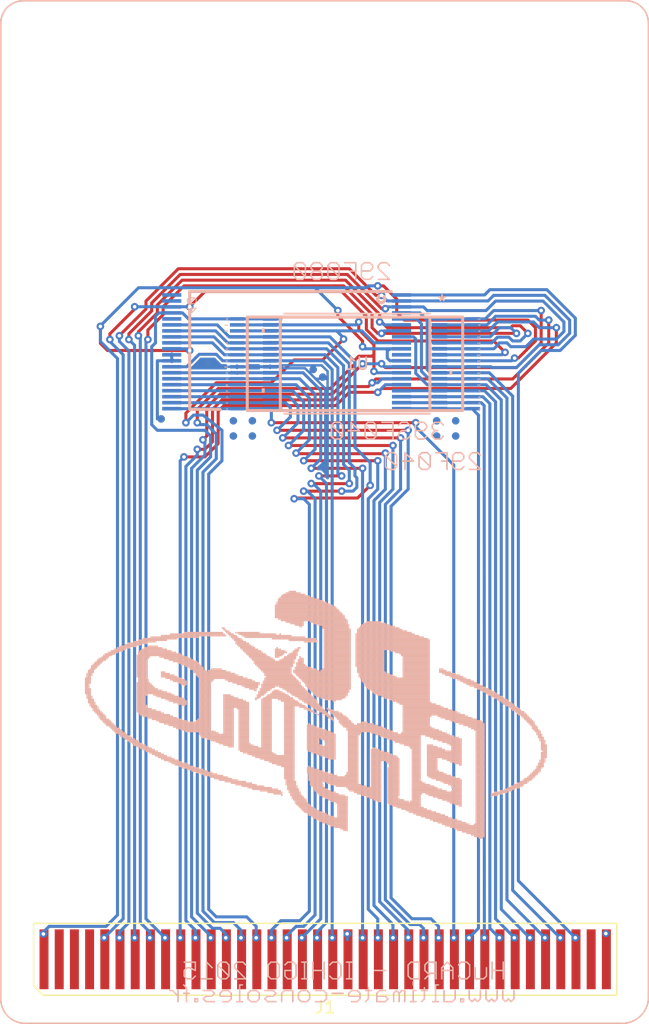
<source format=kicad_pcb>
(kicad_pcb (version 20240108) (generator "pcbnew") (generator_version "8.0")
  (layers (0 "F.Cu" signal) (31 "B.Cu" signal) (34 "B.Paste" user) (35 "F.Paste" user) (36 "B.SilkS" user "B.Silkscreen") (37 "F.SilkS" user "F.Silkscreen") (38 "B.Mask" user) (39 "F.Mask" user) (44 "Edge.Cuts" user))
  (net 0 "")
  (net 1 "/OE")
  (net 2 "/A0")
  (net 3 "/A10")
  (net 4 "/A5")
  (net 5 "/A2")
  (net 6 "/GND")
  (net 7 "/A16")
  (net 8 "/CE")
  (net 9 "/A1")
  (net 10 "/A15")
  (net 11 "/A4")
  (net 12 "/A9")
  (net 13 "/A18")
  (net 14 "/A11")
  (net 15 "/A14")
  (net 16 "/A3")
  (net 17 "/A7")
  (net 18 "/A6")
  (net 19 "/A8")
  (net 20 "/A12")
  (net 21 "/A17")
  (net 22 "/A13")
  (net 23 "/DQ6")
  (net 24 "/DQ3")
  (net 25 "/DQ5")
  (net 26 "/DQ1")
  (net 27 "/DQ2")
  (net 28 "/DQ0")
  (net 29 "/DQ7")
  (net 30 "/WE")
  (net 31 "/DQ4")
  (net 32 "/VCC")
  (net 36 "unconnected-(J1-Pin_36-Pad36)")
  (footprint "HUC_SST:HuCard_Edge" (layer "F.Cu") (at 47 100)
    (property "Reference" "J1")
    (property "Value" "Conn_01x38_Pin")
  )
  (footprint "HUC_SST:TSOP32_WH_SST_MCH" (layer "B.Cu") (at 49.66 50.25 180)
    (property "Reference" "U1")
    (property "Value" "SST39SF040-70-4C-WHE")
  )
  (gr_circle (center 30.59752 48.2359) (end 30.91502 48.2359) (fill solid) (layer "F.Cu") (net 21))
  (gr_circle (center 50.91752 51.84778) (end 51.23502 51.84778) (fill solid) (layer "F.Cu") (net 12))
  (gr_circle (center 29.01002 48.2359) (end 29.32752 48.2359) (fill solid) (layer "F.Cu") (net 30))
  (gr_circle (center 23.4525 97.88528) (end 23.77 97.88528) (fill solid) (layer "F.Cu") (net 32))
  (gr_circle (center 43.93252 57.0878) (end 44.25002 57.0878) (fill solid) (layer "F.Cu") (net 2))
  (gr_circle (center 62.8225 49.7853) (end 63.14 49.7853) (fill solid) (layer "F.Cu") (net 32))
  (gr_circle (center 35.67752 49.1503) (end 35.99502 49.1503) (fill solid) (layer "F.Cu") (net 32))
  (gr_circle (center 32.18502 48.2359) (end 32.50252 48.2359) (fill solid) (layer "F.Cu") (net 22))
  (gr_circle (center 28.215 47.13608) (end 28.5325 47.13608) (fill solid) (layer "F.Cu") (net 32))
  (gr_circle (center 48.37752 59.6278) (end 48.69502 59.6278) (fill solid) (layer "F.Cu") (net 31))
  (gr_circle (center 51.55252 46.76778) (end 51.87002 46.76778) (fill solid) (layer "F.Cu") (net 15))
  (gr_circle (center 49.01252 60.2628) (end 49.33002 60.2628) (fill solid) (layer "F.Cu") (net 25))
  (gr_circle (center 35.2 58.0403) (end 35.5175 58.0403) (fill solid) (layer "F.Cu") (net 19))
  (gr_circle (center 42.5025 55.1828) (end 42.82 55.1828) (fill solid) (layer "F.Cu") (net 16))
  (gr_circle (center 36.31252 57.4053) (end 36.63002 57.4053) (fill solid) (layer "F.Cu") (net 12))
  (gr_circle (center 44.4075 61.5328) (end 44.725 61.5328) (fill solid) (layer "F.Cu") (net 29))
  (gr_circle (center 65.045 45.81528) (end 65.3625 45.81528) (fill solid) (layer "F.Cu") (net 14))
  (gr_circle (center 52.0275 45.6578) (end 52.345 45.6578) (fill solid) (layer "F.Cu") (net 21))
  (gr_circle (center 29.8025 47.9184) (end 30.12 47.9184) (fill solid) (layer "F.Cu") (net 13))
  (gr_circle (center 50.1225 58.9928) (end 50.44 58.9928) (fill solid) (layer "F.Cu") (net 27))
  (gr_circle (center 51.71 50.26028) (end 52.0275 50.26028) (fill solid) (layer "F.Cu") (net 14))
  (gr_circle (center 52.0275 57.7228) (end 52.345 57.7228) (fill solid) (layer "F.Cu") (net 28))
  (gr_circle (center 45.20252 58.3578) (end 45.52002 58.3578) (fill solid) (layer "F.Cu") (net 26))
  (gr_circle (center 54.5675 55.1828) (end 54.885 55.1828) (fill solid) (layer "F.Cu") (net 16))
  (gr_circle (center 51.3925 52.6428) (end 51.71 52.6428) (fill solid) (layer "F.Cu") (net 19))
  (gr_circle (center 50.1225 48.8328) (end 50.44 48.8328) (fill solid) (layer "F.Cu") (net 32))
  (gr_circle (center 65.68 46.6103) (end 65.9975 46.6103) (fill solid) (layer "F.Cu") (net 12))
  (gr_circle (center 51.3925 58.3578) (end 51.71 58.3578) (fill solid) (layer "F.Cu") (net 26))
  (gr_circle (center 45.83752 58.9928) (end 46.15502 58.9928) (fill solid) (layer "F.Cu") (net 27))
  (gr_circle (center 51.3925 43.7528) (end 51.71 43.7528) (fill solid) (layer "F.Cu") (net 32))
  (gr_circle (center 48.8525 97.88528) (end 49.17 97.88528) (fill solid) (layer "F.Cu") (net 6))
  (gr_circle (center 50.1225 50.26028) (end 50.44 50.26028) (fill solid) (layer "F.Cu") (net 14))
  (gr_circle (center 62.98252 47.72028) (end 63.30002 47.72028) (fill solid) (layer "F.Cu") (net 22))
  (gr_circle (center 51.71 47.72028) (end 52.0275 47.72028) (fill solid) (layer "F.Cu") (net 22))
  (gr_circle (center 35.67752 45.49778) (end 35.99502 45.49778) (fill solid) (layer "F.Cu") (net 30))
  (gr_circle (center 49.805 46.76778) (end 50.1225 46.76778) (fill solid) (layer "F.Cu") (net 3))
  (gr_circle (center 48.535 48.1978) (end 48.8525 48.1978) (fill solid) (layer "F.Cu") (net 8))
  (gr_circle (center 31.39 47.9184) (end 31.7075 47.9184) (fill solid) (layer "F.Cu") (net 15))
  (gr_circle (center 51.075 50.89528) (end 51.3925 50.89528) (fill solid) (layer "F.Cu") (net 3))
  (gr_circle (center 46.47252 59.6278) (end 46.79002 59.6278) (fill solid) (layer "F.Cu") (net 31))
  (gr_circle (center 62.03002 49.30778) (end 62.34752 49.30778) (fill solid) (layer "F.Cu") (net 30))
  (gr_circle (center 50.7575 60.42028) (end 51.075 60.42028) (fill solid) (layer "F.Cu") (net 29))
  (gr_circle (center 43.455 56.4528) (end 43.7725 56.4528) (fill solid) (layer "F.Cu") (net 9))
  (gr_circle (center 66.315 47.2453) (end 66.6325 47.2453) (fill solid) (layer "F.Cu") (net 19))
  (gr_circle (center 42.98002 55.8178) (end 43.29752 55.8178) (fill solid) (layer "F.Cu") (net 5))
  (gr_circle (center 45.83752 60.2628) (end 46.15502 60.2628) (fill solid) (layer "F.Cu") (net 25))
  (gr_circle (center 45.20252 60.8978) (end 45.52002 60.8978) (fill solid) (layer "F.Cu") (net 23))
  (gr_circle (center 36.31252 55.1828) (end 36.63002 55.1828) (fill solid) (layer "F.Cu") (net 3))
  (gr_circle (center 31.08012 45.49778) (end 31.39762 45.49778) (fill solid) (layer "F.Cu") (net 30))
  (gr_circle (center 48.06002 45.81528) (end 48.37752 45.81528) (fill solid) (layer "F.Cu") (net 32))
  (gr_circle (center 44.56752 57.7228) (end 44.88502 57.7228) (fill solid) (layer "F.Cu") (net 28))
  (gr_circle (center 53.9325 55.8178) (end 54.25 55.8178) (fill solid) (layer "F.Cu") (net 5))
  (gr_circle (center 53.2975 56.4528) (end 53.615 56.4528) (fill solid) (layer "F.Cu") (net 9))
  (gr_circle (center 63.93502 47.72028) (end 64.25252 47.72028) (fill solid) (layer "F.Cu") (net 15))
  (gr_circle (center 35.36002 55.1828) (end 35.67752 55.1828) (fill solid) (layer "F.Cu") (net 8))
  (gr_circle (center 51.71 44.54528) (end 52.0275 44.54528) (fill solid) (layer "F.Cu") (net 13))
  (gr_circle (center 36.7875 56.61028) (end 37.105 56.61028) (fill solid) (layer "F.Cu") (net 14))
  (gr_circle (center 48.37752 60.8978) (end 48.69502 60.8978) (fill solid) (layer "F.Cu") (net 23))
  (gr_circle (center 52.6625 57.0878) (end 52.98 57.0878) (fill solid) (layer "F.Cu") (net 2))
  (gr_poly (pts (xy 42.9978 48.85566) (xy 41.79892 48.85566) (xy 41.79892 49.16554) (xy 42.9978 49.16554)) (fill solid) (layer "B.Cu") (net 25))
  (gr_circle (center 44.56752 57.7228) (end 44.88502 57.7228) (fill solid) (layer "B.Cu") (net 28))
  (gr_poly (pts (xy 57.19894 48.85566) (xy 56.00006 48.85566) (xy 56.00006 49.16554) (xy 57.19894 49.16554)) (fill solid) (layer "B.Cu") (net 21))
  (gr_circle (center 52.6625 57.0878) (end 52.98 57.0878) (fill solid) (layer "B.Cu") (net 2))
  (gr_poly (pts (xy 59.93452 51.36645) (xy 58.74072 51.36645) (xy 58.74072 51.65855) (xy 59.93452 51.65855)) (fill solid) (layer "B.Cu") (net 10))
  (gr_circle (center 64.0925 98.20278) (end 64.41 98.20278) (fill solid) (layer "B.Cu") (net 20))
  (gr_circle (center 46.47252 59.6278) (end 46.79002 59.6278) (fill solid) (layer "B.Cu") (net 31))
  (gr_circle (center 56.31502 56.29278) (end 56.63252 56.29278) (fill solid) (layer "B.Cu"))
  (gr_circle (center 51.55252 46.76778) (end 51.87002 46.76778) (fill solid) (layer "B.Cu") (net 15))
  (gr_poly (pts (xy 59.93452 50.86607) (xy 58.74072 50.86607) (xy 58.74072 51.15817) (xy 59.93452 51.15817)) (fill solid) (layer "B.Cu") (net 7))
  (gr_poly (pts (xy 42.9978 46.85668) (xy 41.79892 46.85668) (xy 41.79892 47.16656) (xy 42.9978 47.16656)) (fill solid) (layer "B.Cu") (net 3))
  (gr_poly (pts (xy 57.19894 51.8554) (xy 56.00006 51.8554) (xy 56.00006 52.16528) (xy 57.19894 52.16528)) (fill solid) (layer "B.Cu") (net 20))
  (gr_circle (center 45.995 50.7378) (end 46.3125 50.7378) (fill solid) (layer "B.Cu") (net 6))
  (gr_circle (center 48.37752 60.8978) (end 48.69502 60.8978) (fill solid) (layer "B.Cu") (net 23))
  (gr_poly (pts (xy 59.93452 48.36671) (xy 58.74072 48.36671) (xy 58.74072 48.65881) (xy 59.93452 48.65881)) (fill solid) (layer "B.Cu") (net 15))
  (gr_poly (pts (xy 40.23428 49.86531) (xy 39.04048 49.86531) (xy 39.04048 50.15741) (xy 40.23428 50.15741)) (fill solid) (layer "B.Cu") (net 24))
  (gr_poly (pts (xy 54.17888 48.36036) (xy 52.57868 48.36036) (xy 52.57868 48.66008) (xy 54.17888 48.66008)) (fill solid) (layer "B.Cu") (net 8))
  (gr_circle (center 46.3125 98.20278) (end 46.63 98.20278) (fill solid) (layer "B.Cu") (net 31))
  (gr_poly (pts (xy 34.97902 46.36138) (xy 33.37882 46.36138) (xy 33.37882 46.6611) (xy 34.97902 46.6611)) (fill solid) (layer "B.Cu"))
  (gr_circle (center 43.93252 57.0878) (end 44.25002 57.0878) (fill solid) (layer "B.Cu") (net 2))
  (gr_poly (pts (xy 34.97902 51.36264) (xy 33.37882 51.36264) (xy 33.37882 51.66236) (xy 34.97902 51.66236)) (fill solid) (layer "B.Cu") (net 26))
  (gr_poly (pts (xy 34.97902 45.861) (xy 33.37882 45.861) (xy 33.37882 46.16072) (xy 34.97902 46.16072)) (fill solid) (layer "B.Cu") (net 1))
  (gr_poly (pts (xy 42.9978 53.85692) (xy 41.79892 53.85692) (xy 41.79892 54.1668) (xy 42.9978 54.1668)) (fill solid) (layer "B.Cu") (net 16))
  (gr_poly (pts (xy 34.97902 46.86176) (xy 33.37882 46.86176) (xy 33.37882 47.16148) (xy 34.97902 47.16148)) (fill solid) (layer "B.Cu") (net 29))
  (gr_poly (pts (xy 59.93452 49.36493) (xy 58.74072 49.36493) (xy 58.74072 49.65703) (xy 59.93452 49.65703)) (fill solid) (layer "B.Cu") (net 30))
  (gr_circle (center 49.805 46.76778) (end 50.1225 46.76778) (fill solid) (layer "B.Cu") (net 3))
  (gr_circle (center 43.455 56.4528) (end 43.7725 56.4528) (fill solid) (layer "B.Cu") (net 9))
  (gr_circle (center 36.31252 55.1828) (end 36.63002 55.1828) (fill solid) (layer "B.Cu") (net 3))
  (gr_poly (pts (xy 57.19894 52.85616) (xy 56.00006 52.85616) (xy 56.00006 53.16604) (xy 57.19894 53.16604)) (fill solid) (layer "B.Cu") (net 18))
  (gr_circle (center 42.5025 55.1828) (end 42.82 55.1828) (fill solid) (layer "B.Cu") (net 16))
  (gr_poly (pts (xy 54.17888 45.861) (xy 52.57868 45.861) (xy 52.57868 46.16072) (xy 54.17888 46.16072)) (fill solid) (layer "B.Cu") (net 7))
  (gr_poly (pts (xy 40.23428 46.86557) (xy 39.04048 46.86557) (xy 39.04048 47.15767) (xy 40.23428 47.15767)) (fill solid) (layer "B.Cu") (net 3))
  (gr_circle (center 29.01002 48.2359) (end 29.32752 48.2359) (fill solid) (layer "B.Cu") (net 30))
  (gr_poly (pts (xy 54.17888 53.862) (xy 52.57868 53.862) (xy 52.57868 54.16172) (xy 54.17888 54.16172)) (fill solid) (layer "B.Cu") (net 11))
  (gr_poly (pts (xy 59.93452 53.36543) (xy 58.74072 53.36543) (xy 58.74072 53.65753) (xy 59.93452 53.65753)) (fill solid) (layer "B.Cu") (net 4))
  (gr_circle (center 62.8225 98.20278) (end 63.14 98.20278) (fill solid) (layer "B.Cu") (net 17))
  (gr_poly (pts (xy 34.97902 53.862) (xy 33.37882 53.862) (xy 33.37882 54.16172) (xy 34.97902 54.16172)) (fill solid) (layer "B.Cu") (net 16))
  (gr_poly (pts (xy 57.19894 47.35706) (xy 56.00006 47.35706) (xy 56.00006 47.66694) (xy 57.19894 47.66694)) (fill solid) (layer "B.Cu") (net 19))
  (gr_poly (pts (xy 42.9978 50.3568) (xy 41.79892 50.3568) (xy 41.79892 50.66668) (xy 42.9978 50.66668)) (fill solid) (layer "B.Cu") (net 6))
  (gr_circle (center 53.2975 56.4528) (end 53.615 56.4528) (fill solid) (layer "B.Cu") (net 9))
  (gr_poly (pts (xy 57.19894 49.35604) (xy 56.00006 49.35604) (xy 56.00006 49.66592) (xy 57.19894 49.66592)) (fill solid) (layer "B.Cu") (net 30))
  (gr_circle (center 60.2825 98.20278) (end 60.6 98.20278) (fill solid) (layer "B.Cu") (net 4))
  (gr_circle (center 30.59752 48.2359) (end 30.91502 48.2359) (fill solid) (layer "B.Cu") (net 21))
  (gr_circle (center 36.31252 57.4053) (end 36.63002 57.4053) (fill solid) (layer "B.Cu") (net 12))
  (gr_circle (center 50.1225 48.8328) (end 50.44 48.8328) (fill solid) (layer "B.Cu") (net 32))
  (gr_circle (center 66.315 47.2453) (end 66.6325 47.2453) (fill solid) (layer "B.Cu") (net 19))
  (gr_circle (center 48.37752 59.6278) (end 48.69502 59.6278) (fill solid) (layer "B.Cu") (net 31))
  (gr_circle (center 34.8825 98.20278) (end 35.2 98.20278) (fill solid) (layer "B.Cu") (net 19))
  (gr_poly (pts (xy 40.23428 50.36569) (xy 39.04048 50.36569) (xy 39.04048 50.65779) (xy 40.23428 50.65779)) (fill solid) (layer "B.Cu") (net 6))
  (gr_poly (pts (xy 40.23428 46.36519) (xy 39.04048 46.36519) (xy 39.04048 46.65729) (xy 40.23428 46.65729)) (fill solid) (layer "B.Cu") (net 1))
  (gr_circle (center 35.67752 45.49778) (end 35.99502 45.49778) (fill solid) (layer "B.Cu") (net 30))
  (gr_circle (center 36.1525 98.20278) (end 36.47 98.20278) (fill solid) (layer "B.Cu") (net 12))
  (gr_circle (center 32.18502 48.2359) (end 32.50252 48.2359) (fill solid) (layer "B.Cu") (net 22))
  (gr_poly (pts (xy 40.23428 53.86581) (xy 39.04048 53.86581) (xy 39.04048 54.15791) (xy 40.23428 54.15791)) (fill solid) (layer "B.Cu") (net 16))
  (gr_circle (center 32.3425 98.20278) (end 32.66 98.20278) (fill solid) (layer "B.Cu") (net 15))
  (gr_poly (pts (xy 40.23428 50.86607) (xy 39.04048 50.86607) (xy 39.04048 51.15817) (xy 40.23428 51.15817)) (fill solid) (layer "B.Cu") (net 27))
  (gr_circle (center 45.20252 58.3578) (end 45.52002 58.3578) (fill solid) (layer "B.Cu") (net 26))
  (gr_poly (pts (xy 34.97902 53.36162) (xy 33.37882 53.36162) (xy 33.37882 53.66134) (xy 34.97902 53.66134)) (fill solid) (layer "B.Cu") (net 5))
  (gr_poly (pts (xy 59.93452 49.86531) (xy 58.74072 49.86531) (xy 58.74072 50.15741) (xy 59.93452 50.15741)) (fill solid) (layer "B.Cu") (net 32))
  (gr_circle (center 51.71 44.54528) (end 52.0275 44.54528) (fill solid) (layer "B.Cu") (net 13))
  (gr_poly (pts (xy 59.93452 46.36519) (xy 58.74072 46.36519) (xy 58.74072 46.65729) (xy 59.93452 46.65729)) (fill solid) (layer "B.Cu") (net 14))
  (gr_circle (center 37.4225 98.20278) (end 37.74 98.20278) (fill solid) (layer "B.Cu") (net 14))
  (gr_circle (center 38.6925 98.20278) (end 39.01 98.20278) (fill solid) (layer "B.Cu") (net 1))
  (gr_poly (pts (xy 54.17888 44.86278) (xy 52.57868 44.86278) (xy 52.57868 45.1625) (xy 54.17888 45.1625)) (fill solid) (layer "B.Cu") (net 13))
  (gr_circle (center 56.31502 55.02278) (end 56.63252 55.02278) (fill solid) (layer "B.Cu"))
  (gr_circle (center 45.83752 60.2628) (end 46.15502 60.2628) (fill solid) (layer "B.Cu") (net 25))
  (gr_poly (pts (xy 54.17888 47.36214) (xy 52.57868 47.36214) (xy 52.57868 47.66186) (xy 54.17888 47.66186)) (fill solid) (layer "B.Cu") (net 22))
  (gr_circle (center 51.075 50.89528) (end 51.3925 50.89528) (fill solid) (layer "B.Cu") (net 3))
  (gr_circle (center 51.71 47.72028) (end 52.0275 47.72028) (fill solid) (layer "B.Cu") (net 22))
  (gr_poly (pts (xy 57.19894 53.85692) (xy 56.00006 53.85692) (xy 56.00006 54.1668) (xy 57.19894 54.1668)) (fill solid) (layer "B.Cu") (net 11))
  (gr_circle (center 39.9625 98.20278) (end 40.28 98.20278) (fill solid) (layer "B.Cu") (net 3))
  (gr_poly (pts (xy 54.17888 45.36062) (xy 52.57868 45.36062) (xy 52.57868 45.66034) (xy 54.17888 45.66034)) (fill solid) (layer "B.Cu") (net 21))
  (gr_circle (center 50.1225 50.26028) (end 50.44 50.26028) (fill solid) (layer "B.Cu") (net 14))
  (gr_circle (center 29.8025 98.20278) (end 30.12 98.20278) (fill solid) (layer "B.Cu") (net 13))
  (gr_circle (center 31.39 47.9184) (end 31.7075 47.9184) (fill solid) (layer "B.Cu") (net 15))
  (gr_poly (pts (xy 40.23428 51.86429) (xy 39.04048 51.86429) (xy 39.04048 52.15639) (xy 40.23428 52.15639)) (fill solid) (layer "B.Cu") (net 28))
  (gr_poly (pts (xy 57.19894 47.85744) (xy 56.00006 47.85744) (xy 56.00006 48.16732) (xy 57.19894 48.16732)) (fill solid) (layer "B.Cu") (net 22))
  (gr_poly (pts (xy 40.23428 48.86455) (xy 39.04048 48.86455) (xy 39.04048 49.15665) (xy 40.23428 49.15665)) (fill solid) (layer "B.Cu") (net 25))
  (gr_poly (pts (xy 34.97902 52.86124) (xy 33.37882 52.86124) (xy 33.37882 53.16096) (xy 34.97902 53.16096)) (fill solid) (layer "B.Cu") (net 9))
  (gr_poly (pts (xy 57.19894 49.85642) (xy 56.00006 49.85642) (xy 56.00006 50.1663) (xy 57.19894 50.1663)) (fill solid) (layer "B.Cu") (net 32))
  (gr_circle (center 31.0725 98.20278) (end 31.39 98.20278) (fill solid) (layer "B.Cu") (net 21))
  (gr_circle (center 29.8025 47.9184) (end 30.12 47.9184) (fill solid) (layer "B.Cu") (net 13))
  (gr_poly (pts (xy 42.9978 48.35782) (xy 41.79892 48.35782) (xy 41.79892 48.6677) (xy 42.9978 48.6677)) (fill solid) (layer "B.Cu") (net 23))
  (gr_poly (pts (xy 54.17888 50.36188) (xy 52.57868 50.36188) (xy 52.57868 50.6616) (xy 54.17888 50.6616)) (fill solid) (layer "B.Cu") (net 14))
  (gr_circle (center 28.215 47.13608) (end 28.5325 47.13608) (fill solid) (layer "B.Cu") (net 32))
  (gr_poly (pts (xy 54.17888 50.86226) (xy 52.57868 50.86226) (xy 52.57868 51.16198) (xy 54.17888 51.16198)) (fill solid) (layer "B.Cu") (net 3))
  (gr_circle (center 51.71 50.26028) (end 52.0275 50.26028) (fill solid) (layer "B.Cu") (net 14))
  (gr_poly (pts (xy 59.93452 52.86505) (xy 58.74072 52.86505) (xy 58.74072 53.15715) (xy 59.93452 53.15715)) (fill solid) (layer "B.Cu") (net 18))
  (gr_poly (pts (xy 34.97902 44.3624) (xy 33.37882 44.3624) (xy 33.37882 44.66212) (xy 34.97902 44.66212)) (fill solid) (layer "B.Cu"))
  (gr_circle (center 23.4525 97.88528) (end 23.77 97.88528) (fill solid) (layer "B.Cu") (net 32))
  (gr_poly (pts (xy 54.17888 44.3624) (xy 52.57868 44.3624) (xy 52.57868 44.66212) (xy 54.17888 44.66212)) (fill solid) (layer "B.Cu") (net 36))
  (gr_poly (pts (xy 42.9978 52.85616) (xy 41.79892 52.85616) (xy 41.79892 53.16604) (xy 42.9978 53.16604)) (fill solid) (layer "B.Cu") (net 9))
  (gr_circle (center 62.8225 49.7853) (end 63.14 49.7853) (fill solid) (layer "B.Cu") (net 32))
  (gr_poly (pts (xy 59.93452 50.36569) (xy 58.74072 50.36569) (xy 58.74072 50.65779) (xy 59.93452 50.65779)) (fill solid) (layer "B.Cu") (net 13))
  (gr_poly (pts (xy 42.9978 50.85718) (xy 41.79892 50.85718) (xy 41.79892 51.16706) (xy 42.9978 51.16706)) (fill solid) (layer "B.Cu") (net 27))
  (gr_poly (pts (xy 54.17888 49.8615) (xy 52.57868 49.8615) (xy 52.57868 50.16122) (xy 54.17888 50.16122)) (fill solid) (layer "B.Cu") (net 32))
  (gr_circle (center 59.0125 98.20278) (end 59.33 98.20278) (fill solid) (layer "B.Cu") (net 11))
  (gr_circle (center 28.5325 98.20278) (end 28.85 98.20278) (fill solid) (layer "B.Cu") (net 30))
  (gr_poly (pts (xy 54.17888 46.86176) (xy 52.57868 46.86176) (xy 52.57868 47.16148) (xy 54.17888 47.16148)) (fill solid) (layer "B.Cu") (net 15))
  (gr_circle (center 45.83752 58.9928) (end 46.15502 58.9928) (fill solid) (layer "B.Cu") (net 27))
  (gr_circle (center 48.06002 45.81528) (end 48.37752 45.81528) (fill solid) (layer "B.Cu") (net 32))
  (gr_poly (pts (xy 57.19894 46.85668) (xy 56.00006 46.85668) (xy 56.00006 47.16656) (xy 57.19894 47.16656)) (fill solid) (layer "B.Cu") (net 12))
  (gr_poly (pts (xy 42.9978 53.35654) (xy 41.79892 53.35654) (xy 41.79892 53.66642) (xy 42.9978 53.66642)) (fill solid) (layer "B.Cu") (net 5))
  (gr_poly (pts (xy 42.9978 49.35604) (xy 41.79892 49.35604) (xy 41.79892 49.66592) (xy 42.9978 49.66592)) (fill solid) (layer "B.Cu") (net 31))
  (gr_poly (pts (xy 57.19894 50.3568) (xy 56.00006 50.3568) (xy 56.00006 50.66668) (xy 57.19894 50.66668)) (fill solid) (layer "B.Cu") (net 13))
  (gr_circle (center 53.9325 98.20278) (end 54.25 98.20278) (fill solid) (layer "B.Cu") (net 2))
  (gr_poly (pts (xy 34.97902 52.36086) (xy 33.37882 52.36086) (xy 33.37882 52.66058) (xy 34.97902 52.66058)) (fill solid) (layer "B.Cu") (net 2))
  (gr_circle (center 47.5825 98.20278) (end 47.9 98.20278) (fill solid) (layer "B.Cu") (net 24))
  (gr_circle (center 51.3925 98.20278) (end 51.71 98.20278) (fill solid) (layer "B.Cu") (net 26))
  (gr_poly (pts (xy 34.97902 50.36188) (xy 33.37882 50.36188) (xy 33.37882 50.6616) (xy 34.97902 50.6616)) (fill solid) (layer "B.Cu") (net 24))
  (gr_circle (center 52.0275 45.6578) (end 52.345 45.6578) (fill solid) (layer "B.Cu") (net 21))
  (gr_circle (center 48.535 48.1978) (end 48.8525 48.1978) (fill solid) (layer "B.Cu") (net 8))
  (gr_circle (center 65.3625 98.20278) (end 65.68 98.20278) (fill solid) (layer "B.Cu") (net 10))
  (gr_poly (pts (xy 40.23428 47.36595) (xy 39.04048 47.36595) (xy 39.04048 47.65805) (xy 40.23428 47.65805)) (fill solid) (layer "B.Cu") (net 8))
  (gr_circle (center 67.9025 98.20278) (end 68.22 98.20278) (fill solid) (layer "B.Cu") (net 36))
  (gr_circle (center 62.03002 49.30778) (end 62.34752 49.30778) (fill solid) (layer "B.Cu") (net 30))
  (gr_poly (pts (xy 34.97902 47.36214) (xy 33.37882 47.36214) (xy 33.37882 47.66186) (xy 34.97902 47.66186)) (fill solid) (layer "B.Cu") (net 23))
  (gr_circle (center 57.7425 98.20278) (end 58.06 98.20278) (fill solid) (layer "B.Cu") (net 16))
  (gr_poly (pts (xy 34.97902 49.8615) (xy 33.37882 49.8615) (xy 33.37882 50.16122) (xy 34.97902 50.16122)) (fill solid) (layer "B.Cu"))
  (gr_poly (pts (xy 54.17888 51.86048) (xy 52.57868 51.86048) (xy 52.57868 52.1602) (xy 54.17888 52.1602)) (fill solid) (layer "B.Cu") (net 19))
  (gr_circle (center 52.0275 57.7228) (end 52.345 57.7228) (fill solid) (layer "B.Cu") (net 28))
  (gr_circle (center 41.2325 98.20278) (end 41.55 98.20278) (fill solid) (layer "B.Cu") (net 8))
  (gr_poly (pts (xy 40.23428 52.36467) (xy 39.04048 52.36467) (xy 39.04048 52.65677) (xy 40.23428 52.65677)) (fill solid) (layer "B.Cu") (net 2))
  (gr_poly (pts (xy 59.93452 48.86455) (xy 58.74072 48.86455) (xy 58.74072 49.15665) (xy 59.93452 49.15665)) (fill solid) (layer "B.Cu") (net 21))
  (gr_circle (center 50.7575 60.42028) (end 51.075 60.42028) (fill solid) (layer "B.Cu") (net 29))
  (gr_circle (center 62.98252 47.72028) (end 63.30002 47.72028) (fill solid) (layer "B.Cu") (net 22))
  (gr_circle (center 42.5025 98.20278) (end 42.82 98.20278) (fill solid) (layer "B.Cu") (net 29))
  (gr_poly (pts (xy 34.97902 45.36062) (xy 33.37882 45.36062) (xy 33.37882 45.66034) (xy 34.97902 45.66034)) (fill solid) (layer "B.Cu") (net 30))
  (gr_poly (pts (xy 54.17888 53.36162) (xy 52.57868 53.36162) (xy 52.57868 53.66134) (xy 54.17888 53.66134)) (fill solid) (layer "B.Cu") (net 4))
  (gr_circle (center 50.1225 98.20278) (end 50.44 98.20278) (fill solid) (layer "B.Cu") (net 27))
  (gr_poly (pts (xy 34.97902 44.86278) (xy 33.37882 44.86278) (xy 33.37882 45.1625) (xy 34.97902 45.1625)) (fill solid) (layer "B.Cu"))
  (gr_poly (pts (xy 34.97902 48.36036) (xy 33.37882 48.36036) (xy 33.37882 48.66008) (xy 34.97902 48.66008)) (fill solid) (layer "B.Cu") (net 31))
  (gr_circle (center 35.2 58.0403) (end 35.5175 58.0403) (fill solid) (layer "B.Cu") (net 19))
  (gr_poly (pts (xy 59.93452 47.36595) (xy 58.74072 47.36595) (xy 58.74072 47.65805) (xy 59.93452 47.65805)) (fill solid) (layer "B.Cu") (net 19))
  (gr_poly (pts (xy 34.97902 47.86252) (xy 33.37882 47.86252) (xy 33.37882 48.16224) (xy 34.97902 48.16224)) (fill solid) (layer "B.Cu") (net 25))
  (gr_poly (pts (xy 59.93452 53.86581) (xy 58.74072 53.86581) (xy 58.74072 54.15791) (xy 59.93452 54.15791)) (fill solid) (layer "B.Cu") (net 11))
  (gr_poly (pts (xy 42.9978 52.35578) (xy 41.79892 52.35578) (xy 41.79892 52.66566) (xy 42.9978 52.66566)) (fill solid) (layer "B.Cu") (net 2))
  (gr_circle (center 54.5675 55.1828) (end 54.885 55.1828) (fill solid) (layer "B.Cu") (net 16))
  (gr_circle (center 51.3925 52.6428) (end 51.71 52.6428) (fill solid) (layer "B.Cu") (net 19))
  (gr_circle (center 40.915 56.29278) (end 41.2325 56.29278) (fill solid) (layer "B.Cu"))
  (gr_poly (pts (xy 42.9978 47.85744) (xy 41.79892 47.85744) (xy 41.79892 48.16732) (xy 42.9978 48.16732)) (fill solid) (layer "B.Cu") (net 29))
  (gr_poly (pts (xy 57.19894 53.35654) (xy 56.00006 53.35654) (xy 56.00006 53.66642) (xy 57.19894 53.66642)) (fill solid) (layer "B.Cu") (net 4))
  (gr_circle (center 57.90252 56.29278) (end 58.22002 56.29278) (fill solid) (layer "B.Cu"))
  (gr_circle (center 65.045 45.81528) (end 65.3625 45.81528) (fill solid) (layer "B.Cu") (net 14))
  (gr_poly (pts (xy 42.9978 49.85642) (xy 41.79892 49.85642) (xy 41.79892 50.1663) (xy 42.9978 50.1663)) (fill solid) (layer "B.Cu") (net 24))
  (gr_circle (center 52.6625 98.20278) (end 52.98 98.20278) (fill solid) (layer "B.Cu") (net 28))
  (gr_circle (center 63.93502 47.72028) (end 64.25252 47.72028) (fill solid) (layer "B.Cu") (net 15))
  (gr_circle (center 46.79002 51.3728) (end 47.10752 51.3728) (fill solid) (layer "B.Cu") (net 6))
  (gr_poly (pts (xy 54.17888 51.36264) (xy 52.57868 51.36264) (xy 52.57868 51.66236) (xy 54.17888 51.66236)) (fill solid) (layer "B.Cu") (net 12))
  (gr_circle (center 51.3925 58.3578) (end 51.71 58.3578) (fill solid) (layer "B.Cu") (net 26))
  (gr_poly (pts (xy 57.19894 48.35782) (xy 56.00006 48.35782) (xy 56.00006 48.6677) (xy 57.19894 48.6677)) (fill solid) (layer "B.Cu") (net 15))
  (gr_circle (center 50.91752 51.84778) (end 51.23502 51.84778) (fill solid) (layer "B.Cu") (net 12))
  (gr_poly (pts (xy 40.23428 53.36543) (xy 39.04048 53.36543) (xy 39.04048 53.65753) (xy 40.23428 53.65753)) (fill solid) (layer "B.Cu") (net 5))
  (gr_poly (pts (xy 54.17888 49.36112) (xy 52.57868 49.36112) (xy 52.57868 49.66084) (xy 54.17888 49.66084)) (fill solid) (layer "B.Cu"))
  (gr_poly (pts (xy 57.19894 50.85718) (xy 56.00006 50.85718) (xy 56.00006 51.16706) (xy 57.19894 51.16706)) (fill solid) (layer "B.Cu") (net 7))
  (gr_circle (center 35.36002 55.1828) (end 35.67752 55.1828) (fill solid) (layer "B.Cu") (net 8))
  (gr_poly (pts (xy 54.17888 46.36138) (xy 52.57868 46.36138) (xy 52.57868 46.6611) (xy 54.17888 46.6611)) (fill solid) (layer "B.Cu") (net 10))
  (gr_poly (pts (xy 42.9978 47.35706) (xy 41.79892 47.35706) (xy 41.79892 47.66694) (xy 42.9978 47.66694)) (fill solid) (layer "B.Cu") (net 8))
  (gr_circle (center 39.3275 56.29278) (end 39.645 56.29278) (fill solid) (layer "B.Cu"))
  (gr_poly (pts (xy 40.23428 51.36645) (xy 39.04048 51.36645) (xy 39.04048 51.65855) (xy 40.23428 51.65855)) (fill solid) (layer "B.Cu") (net 26))
  (gr_poly (pts (xy 40.23428 48.36671) (xy 39.04048 48.36671) (xy 39.04048 48.65881) (xy 40.23428 48.65881)) (fill solid) (layer "B.Cu") (net 23))
  (gr_poly (pts (xy 34.97902 49.36112) (xy 33.37882 49.36112) (xy 33.37882 49.66084) (xy 34.97902 49.66084)) (fill solid) (layer "B.Cu"))
  (gr_circle (center 45.0425 98.20278) (end 45.36 98.20278) (fill solid) (layer "B.Cu") (net 25))
  (gr_poly (pts (xy 54.17888 48.86074) (xy 52.57868 48.86074) (xy 52.57868 49.16046) (xy 54.17888 49.16046)) (fill solid) (layer "B.Cu") (net 32))
  (gr_circle (center 33.295 54.8653) (end 33.6125 54.8653) (fill solid) (layer "B.Cu"))
  (gr_poly (pts (xy 40.23428 49.36493) (xy 39.04048 49.36493) (xy 39.04048 49.65703) (xy 40.23428 49.65703)) (fill solid) (layer "B.Cu") (net 31))
  (gr_poly (pts (xy 54.17888 47.86252) (xy 52.57868 47.86252) (xy 52.57868 48.16224) (xy 54.17888 48.16224)) (fill solid) (layer "B.Cu") (net 20))
  (gr_circle (center 40.915 55.02278) (end 41.2325 55.02278) (fill solid) (layer "B.Cu"))
  (gr_poly (pts (xy 42.9978 51.35756) (xy 41.79892 51.35756) (xy 41.79892 51.66744) (xy 42.9978 51.66744)) (fill solid) (layer "B.Cu") (net 26))
  (gr_poly (pts (xy 57.19894 51.35756) (xy 56.00006 51.35756) (xy 56.00006 51.66744) (xy 57.19894 51.66744)) (fill solid) (layer "B.Cu") (net 10))
  (gr_circle (center 61.5525 98.20278) (end 61.87 98.20278) (fill solid) (layer "B.Cu") (net 18))
  (gr_poly (pts (xy 34.97902 48.86074) (xy 33.37882 48.86074) (xy 33.37882 49.16046) (xy 34.97902 49.16046)) (fill solid) (layer "B.Cu") (net 32))
  (gr_poly (pts (xy 42.9978 51.8554) (xy 41.79892 51.8554) (xy 41.79892 52.16528) (xy 42.9978 52.16528)) (fill solid) (layer "B.Cu") (net 28))
  (gr_circle (center 49.01252 60.2628) (end 49.33002 60.2628) (fill solid) (layer "B.Cu") (net 25))
  (gr_circle (center 43.7725 98.20278) (end 44.09 98.20278) (fill solid) (layer "B.Cu") (net 23))
  (gr_poly (pts (xy 59.93452 46.86557) (xy 58.74072 46.86557) (xy 58.74072 47.15767) (xy 59.93452 47.15767)) (fill solid) (layer "B.Cu") (net 12))
  (gr_poly (pts (xy 40.23428 47.86633) (xy 39.04048 47.86633) (xy 39.04048 48.15843) (xy 40.23428 48.15843)) (fill solid) (layer "B.Cu") (net 29))
  (gr_circle (center 35.67752 49.1503) (end 35.99502 49.1503) (fill solid) (layer "B.Cu") (net 32))
  (gr_poly (pts (xy 54.17888 52.86124) (xy 52.57868 52.86124) (xy 52.57868 53.16096) (xy 54.17888 53.16096)) (fill solid) (layer "B.Cu") (net 18))
  (gr_circle (center 56.4725 98.20278) (end 56.79 98.20278) (fill solid) (layer "B.Cu") (net 5))
  (gr_circle (center 51.3925 43.7528) (end 51.71 43.7528) (fill solid) (layer "B.Cu") (net 32))
  (gr_poly (pts (xy 54.17888 52.36086) (xy 52.57868 52.36086) (xy 52.57868 52.66058) (xy 54.17888 52.66058)) (fill solid) (layer "B.Cu") (net 17))
  (gr_poly (pts (xy 40.23428 52.86505) (xy 39.04048 52.86505) (xy 39.04048 53.15715) (xy 40.23428 53.15715)) (fill solid) (layer "B.Cu") (net 9))
  (gr_poly (pts (xy 59.93452 51.86429) (xy 58.74072 51.86429) (xy 58.74072 52.15639) (xy 59.93452 52.15639)) (fill solid) (layer "B.Cu") (net 20))
  (gr_circle (center 39.3275 55.02278) (end 39.645 55.02278) (fill solid) (layer "B.Cu"))
  (gr_circle (center 37.74 50.26028) (end 38.0575 50.26028) (fill solid) (layer "B.Cu") (net 6))
  (gr_poly (pts (xy 57.19894 46.3563) (xy 56.00006 46.3563) (xy 56.00006 46.66618) (xy 57.19894 46.66618)) (fill solid) (layer "B.Cu") (net 14))
  (gr_poly (pts (xy 34.97902 50.86226) (xy 33.37882 50.86226) (xy 33.37882 51.16198) (xy 34.97902 51.16198)) (fill solid) (layer "B.Cu") (net 27))
  (gr_circle (center 36.63002 50.26028) (end 36.94752 50.26028) (fill solid) (layer "B.Cu") (net 6))
  (gr_poly (pts (xy 59.93452 47.86633) (xy 58.74072 47.86633) (xy 58.74072 48.15843) (xy 59.93452 48.15843)) (fill solid) (layer "B.Cu") (net 22))
  (gr_poly (pts (xy 42.9978 46.3563) (xy 41.79892 46.3563) (xy 41.79892 46.66618) (xy 42.9978 46.66618)) (fill solid) (layer "B.Cu") (net 1))
  (gr_circle (center 48.8525 97.88528) (end 49.17 97.88528) (fill solid) (layer "B.Cu") (net 6))
  (gr_circle (center 36.7875 56.61028) (end 37.105 56.61028) (fill solid) (layer "B.Cu") (net 14))
  (gr_circle (center 55.2025 98.20278) (end 55.52 98.20278) (fill solid) (layer "B.Cu") (net 9))
  (gr_circle (center 33.6125 98.20278) (end 33.93 98.20278) (fill solid) (layer "B.Cu") (net 22))
  (gr_circle (center 31.08012 45.49778) (end 31.39762 45.49778) (fill solid) (layer "B.Cu") (net 30))
  (gr_circle (center 42.98002 55.8178) (end 43.29752 55.8178) (fill solid) (layer "B.Cu") (net 5))
  (gr_circle (center 66.6325 98.20278) (end 66.95 98.20278) (fill solid) (layer "B.Cu") (net 7))
  (gr_circle (center 57.90252 55.02278) (end 58.22002 55.02278) (fill solid) (layer "B.Cu"))
  (gr_circle (center 53.9325 55.8178) (end 54.25 55.8178) (fill solid) (layer "B.Cu") (net 5))
  (gr_circle (center 45.20252 60.8978) (end 45.52002 60.8978) (fill solid) (layer "B.Cu") (net 23))
  (gr_poly (pts (xy 57.19894 52.35578) (xy 56.00006 52.35578) (xy 56.00006 52.66566) (xy 57.19894 52.66566)) (fill solid) (layer "B.Cu") (net 17))
  (gr_circle (center 50.1225 58.9928) (end 50.44 58.9928) (fill solid) (layer "B.Cu") (net 27))
  (gr_circle (center 44.4075 61.5328) (end 44.725 61.5328) (fill solid) (layer "B.Cu") (net 29))
  (gr_circle (center 65.68 46.6103) (end 65.9975 46.6103) (fill solid) (layer "B.Cu") (net 12))
  (gr_poly (pts (xy 34.97902 51.86048) (xy 33.37882 51.86048) (xy 33.37882 52.1602) (xy 34.97902 52.1602)) (fill solid) (layer "B.Cu") (net 28))
  (gr_poly (pts (xy 59.93452 52.36467) (xy 58.74072 52.36467) (xy 58.74072 52.65677) (xy 59.93452 52.65677)) (fill solid) (layer "B.Cu") (net 17))
  (gr_poly (pts (xy 32.12914 79.00292) (xy 31.24014 79.00292) (xy 31.24014 78.87592) (xy 32.12914 78.87592)) (fill solid) (layer "B.SilkS"))
  (gr_line (start 56.73666 100.70214) (end 56.73666 101.63178) (stroke (width 0.127)) (layer "B.SilkS"))
  (gr_poly (pts (xy 42.41614 74.81192) (xy 40.63814 74.81192) (xy 40.63814 74.68492) (xy 42.41614 74.68492)) (fill solid) (layer "B.SilkS"))
  (gr_line (start 35.68514 100.70214) (end 36.14996 100.93328) (stroke (width 0.127)) (layer "B.SilkS"))
  (gr_line (start 72.45164 105.2589) (end 72.5888 105.21318) (stroke (width 0.127)) (layer "B.SilkS"))
  (gr_line (start 52.13164 41.81478) (end 52.36278 42.04846) (stroke (width 0.127)) (layer "B.SilkS"))
  (gr_poly (pts (xy 31.11314 81.66992) (xy 30.22414 81.66992) (xy 30.22414 81.54292) (xy 31.11314 81.54292)) (fill solid) (layer "B.SilkS"))
  (gr_poly (pts (xy 53.21114 84.46392) (xy 52.19514 84.46392) (xy 52.19514 84.33692) (xy 53.21114 84.33692)) (fill solid) (layer "B.SilkS"))
  (gr_poly (pts (xy 36.32014 75.19292) (xy 34.28814 75.19292) (xy 34.28814 75.06592) (xy 36.32014 75.06592)) (fill solid) (layer "B.SilkS"))
  (gr_line (start 54.06966 55.61714) (end 54.06966 55.38346) (stroke (width 0.127)) (layer "B.SilkS"))
  (gr_line (start 21.11062 20.05968) (end 20.98616 20.11048) (stroke (width 0.127)) (layer "B.SilkS"))
  (gr_line (start 20.86678 105.05316) (end 20.9887 105.1192) (stroke (width 0.127)) (layer "B.SilkS"))
  (gr_poly (pts (xy 49.78214 83.44792) (xy 48.89314 83.44792) (xy 48.89314 83.32092) (xy 49.78214 83.32092)) (fill solid) (layer "B.SilkS"))
  (gr_poly (pts (xy 39.36814 81.03492) (xy 38.47914 81.03492) (xy 38.47914 80.90792) (xy 39.36814 80.90792)) (fill solid) (layer "B.SilkS"))
  (gr_poly (pts (xy 49.14714 76.71692) (xy 44.95614 76.71692) (xy 44.95614 76.58992) (xy 49.14714 76.58992)) (fill solid) (layer "B.SilkS"))
  (gr_line (start 51.31376 102.83828) (end 51.54744 102.60714) (stroke (width 0.127)) (layer "B.SilkS"))
  (gr_poly (pts (xy 34.16114 77.85992) (xy 31.24014 77.85992) (xy 31.24014 77.73292) (xy 34.16114 77.73292)) (fill solid) (layer "B.SilkS"))
  (gr_poly (pts (xy 62.73614 78.74892) (xy 61.84714 78.74892) (xy 61.84714 78.62192) (xy 62.73614 78.62192)) (fill solid) (layer "B.SilkS"))
  (gr_poly (pts (xy 63.87914 79.63792) (xy 63.11714 79.63792) (xy 63.11714 79.51092) (xy 63.87914 79.51092)) (fill solid) (layer "B.SilkS"))
  (gr_poly (pts (xy 39.36814 79.76492) (xy 38.47914 79.76492) (xy 38.47914 79.63792) (xy 39.36814 79.63792)) (fill solid) (layer "B.SilkS"))
  (gr_line (start 72.91392 20.11048) (end 72.78946 20.05968) (stroke (width 0.127)) (layer "B.SilkS"))
  (gr_poly (pts (xy 39.36814 80.01892) (xy 38.47914 80.01892) (xy 38.47914 79.89192) (xy 39.36814 79.89192)) (fill solid) (layer "B.SilkS"))
  (gr_poly (pts (xy 45.08314 72.27192) (xy 44.82914 72.27192) (xy 44.82914 72.14492) (xy 45.08314 72.14492)) (fill solid) (layer "B.SilkS"))
  (gr_poly (pts (xy 60.32314 82.81292) (xy 59.56114 82.81292) (xy 59.56114 82.68592) (xy 60.32314 82.68592)) (fill solid) (layer "B.SilkS"))
  (gr_line (start 52.0148 103.53678) (end 51.31376 103.53678) (stroke (width 0.127)) (layer "B.SilkS"))
  (gr_line (start 73.36096 20.3975) (end 73.25682 20.31368) (stroke (width 0.127)) (layer "B.SilkS"))
  (gr_poly (pts (xy 44.44814 80.65392) (xy 43.55914 80.65392) (xy 43.55914 80.52692) (xy 44.44814 80.52692)) (fill solid) (layer "B.SilkS"))
  (gr_poly (pts (xy 58.41814 82.05092) (xy 57.14814 82.05092) (xy 57.14814 81.92392) (xy 58.41814 81.92392)) (fill solid) (layer "B.SilkS"))
  (gr_poly (pts (xy 47.87714 82.17792) (xy 46.98814 82.17792) (xy 46.98814 82.05092) (xy 47.87714 82.05092)) (fill solid) (layer "B.SilkS"))
  (gr_poly (pts (xy 28.95414 80.01892) (xy 28.19214 80.01892) (xy 28.19214 79.89192) (xy 28.95414 79.89192)) (fill solid) (layer "B.SilkS"))
  (gr_line (start 59.28428 57.68978) (end 59.75164 57.68978) (stroke (width 0.127)) (layer "B.SilkS"))
  (gr_poly (pts (xy 61.84714 86.24192) (xy 60.83114 86.24192) (xy 60.83114 86.11492) (xy 61.84714 86.11492)) (fill solid) (layer "B.SilkS"))
  (gr_poly (pts (xy 44.44814 80.52692) (xy 43.55914 80.52692) (xy 43.55914 80.39992) (xy 44.44814 80.39992)) (fill solid) (layer "B.SilkS"))
  (gr_poly (pts (xy 49.14714 74.68492) (xy 46.86114 74.68492) (xy 46.86114 74.55792) (xy 49.14714 74.55792)) (fill solid) (layer "B.SilkS"))
  (gr_poly (pts (xy 42.79714 75.06592) (xy 40.89214 75.06592) (xy 40.89214 74.93892) (xy 42.79714 74.93892)) (fill solid) (layer "B.SilkS"))
  (gr_line (start 52.2688 59.08678) (end 52.03512 58.85564) (stroke (width 0.127)) (layer "B.SilkS"))
  (gr_poly (pts (xy 43.17814 77.60592) (xy 42.67014 77.60592) (xy 42.67014 77.47892) (xy 43.17814 77.47892)) (fill solid) (layer "B.SilkS"))
  (gr_poly (pts (xy 41.27314 77.60592) (xy 41.01914 77.60592) (xy 41.01914 77.47892) (xy 41.27314 77.47892)) (fill solid) (layer "B.SilkS"))
  (gr_line (start 56.92716 103.53678) (end 56.92716 102.60714) (stroke (width 0.127)) (layer "B.SilkS"))
  (gr_poly (pts (xy 30.73214 74.04992) (xy 29.58914 74.04992) (xy 29.58914 73.92292) (xy 30.73214 73.92292)) (fill solid) (layer "B.SilkS"))
  (gr_line (start 56.22358 102.13978) (end 56.22358 103.53678) (stroke (width 0.127)) (layer "B.SilkS"))
  (gr_poly (pts (xy 51.68714 86.49592) (xy 50.41714 86.49592) (xy 50.41714 86.36892) (xy 51.68714 86.36892)) (fill solid) (layer "B.SilkS"))
  (gr_line (start 56.26422 101.63178) (end 56.26422 100.23478) (stroke (width 0.127)) (layer "B.SilkS"))
  (gr_line (start 72.03254 105.34018) (end 72.17478 105.3224) (stroke (width 0.127)) (layer "B.SilkS"))
  (gr_line (start 52.95206 102.60714) (end 52.71838 102.83828) (stroke (width 0.127)) (layer "B.SilkS"))
  (gr_poly (pts (xy 36.82814 75.82792) (xy 35.68514 75.82792) (xy 35.68514 75.70092) (xy 36.82814 75.70092)) (fill solid) (layer "B.SilkS"))
  (gr_poly (pts (xy 35.68514 83.82892) (xy 34.41514 83.82892) (xy 34.41514 83.70192) (xy 35.68514 83.70192)) (fill solid) (layer "B.SilkS"))
  (gr_poly (pts (xy 37.46314 78.11392) (xy 36.44714 78.11392) (xy 36.44714 77.98692) (xy 37.46314 77.98692)) (fill solid) (layer "B.SilkS"))
  (gr_line (start 51.84462 45.10916) (end 51.79636 45.1371) (stroke (width 0.254)) (layer "B.SilkS"))
  (gr_poly (pts (xy 39.11414 76.08192) (xy 35.93914 76.08192) (xy 35.93914 75.95492) (xy 39.11414 75.95492)) (fill solid) (layer "B.SilkS"))
  (gr_line (start 35.6064 45.24124) (end 35.48448 45.11678) (stroke (width 0.0762)) (layer "B.SilkS"))
  (gr_poly (pts (xy 47.87714 81.41592) (xy 45.46414 81.41592) (xy 45.46414 81.28892) (xy 47.87714 81.28892)) (fill solid) (layer "B.SilkS"))
  (gr_poly (pts (xy 46.48014 87.63892) (xy 45.08314 87.63892) (xy 45.08314 87.51192) (xy 46.48014 87.51192)) (fill solid) (layer "B.SilkS"))
  (gr_poly (pts (xy 65.40314 82.05092) (xy 65.02214 82.05092) (xy 65.02214 81.92392) (xy 65.40314 81.92392)) (fill solid) (layer "B.SilkS"))
  (gr_line (start 60.90226 103.30564) (end 61.13594 103.53678) (stroke (width 0.127)) (layer "B.SilkS"))
  (gr_poly (pts (xy 60.32314 87.63892) (xy 59.56114 87.63892) (xy 59.56114 87.51192) (xy 60.32314 87.51192)) (fill solid) (layer "B.SilkS"))
  (gr_poly (pts (xy 39.36814 81.79692) (xy 37.46314 81.79692) (xy 37.46314 81.66992) (xy 39.36814 81.66992)) (fill solid) (layer "B.SilkS"))
  (gr_line (start 55.28886 103.30564) (end 55.05518 103.53678) (stroke (width 0.127)) (layer "B.SilkS"))
  (gr_poly (pts (xy 45.21014 74.93892) (xy 44.82914 74.93892) (xy 44.82914 74.81192) (xy 45.21014 74.81192)) (fill solid) (layer "B.SilkS"))
  (gr_poly (pts (xy 60.32314 81.79692) (xy 59.56114 81.79692) (xy 59.56114 81.66992) (xy 60.32314 81.66992)) (fill solid) (layer "B.SilkS"))
  (gr_poly (pts (xy 53.21114 83.32092) (xy 50.79814 83.32092) (xy 50.79814 83.19392) (xy 53.21114 83.19392)) (fill solid) (layer "B.SilkS"))
  (gr_poly (pts (xy 44.44814 84.33692) (xy 43.55914 84.33692) (xy 43.55914 84.20992) (xy 44.44814 84.20992)) (fill solid) (layer "B.SilkS"))
  (gr_poly (pts (xy 55.75114 76.20892) (xy 53.46514 76.20892) (xy 53.46514 76.08192) (xy 55.75114 76.08192)) (fill solid) (layer "B.SilkS"))
  (gr_poly (pts (xy 43.30514 85.98792) (xy 41.52714 85.98792) (xy 41.52714 85.86092) (xy 43.30514 85.86092)) (fill solid) (layer "B.SilkS"))
  (gr_poly (pts (xy 52.83014 72.27192) (xy 49.90914 72.27192) (xy 49.90914 72.14492) (xy 52.83014 72.14492)) (fill solid) (layer "B.SilkS"))
  (gr_poly (pts (xy 49.78214 81.66992) (xy 48.89314 81.66992) (xy 48.89314 81.54292) (xy 49.78214 81.54292)) (fill solid) (layer "B.SilkS"))
  (gr_line (start 74.00104 103.38946) (end 74.00866 103.24722) (stroke (width 0.127)) (layer "B.SilkS"))
  (gr_poly (pts (xy 42.67014 82.81292) (xy 40.13014 82.81292) (xy 40.13014 82.68592) (xy 42.67014 82.68592)) (fill solid) (layer "B.SilkS"))
  (gr_poly (pts (xy 49.14714 77.47892) (xy 45.59114 77.47892) (xy 45.59114 77.35192) (xy 49.14714 77.35192)) (fill solid) (layer "B.SilkS"))
  (gr_line (start 48.97696 102.83828) (end 48.97696 103.07196) (stroke (width 0.127)) (layer "B.SilkS"))
  (gr_line (start 21.5094 105.30462) (end 21.64656 105.33002) (stroke (width 0.127)) (layer "B.SilkS"))
  (gr_poly (pts (xy 64.89514 84.46392) (xy 64.26014 84.46392) (xy 64.26014 84.33692) (xy 64.89514 84.33692)) (fill solid) (layer "B.SilkS"))
  (gr_line (start 48.08034 101.63178) (end 47.61298 101.63178) (stroke (width 0.127)) (layer "B.SilkS"))
  (gr_poly (pts (xy 55.75114 78.24092) (xy 51.94114 78.24092) (xy 51.94114 78.11392) (xy 55.75114 78.11392)) (fill solid) (layer "B.SilkS"))
  (gr_line (start 19.9346 103.72982) (end 19.96762 103.86444) (stroke (width 0.127)) (layer "B.SilkS"))
  (gr_poly (pts (xy 44.44814 83.32092) (xy 41.52714 83.32092) (xy 41.52714 83.19392) (xy 44.44814 83.19392)) (fill solid) (layer "B.SilkS"))
  (gr_line (start 62.0732 103.53678) (end 62.30434 103.30564) (stroke (width 0.127)) (layer "B.SilkS"))
  (gr_poly (pts (xy 42.54314 81.66992) (xy 41.65414 81.66992) (xy 41.65414 81.54292) (xy 42.54314 81.54292)) (fill solid) (layer "B.SilkS"))
  (gr_poly (pts (xy 56.38614 83.32092) (xy 55.49714 83.32092) (xy 55.49714 83.19392) (xy 56.38614 83.19392)) (fill solid) (layer "B.SilkS"))
  (gr_poly (pts (xy 55.75114 75.95492) (xy 53.46514 75.95492) (xy 53.46514 75.82792) (xy 55.75114 75.82792)) (fill solid) (layer "B.SilkS"))
  (gr_line (start 19.91174 21.54812) (end 19.8965 21.6802) (stroke (width 0.127)) (layer "B.SilkS"))
  (gr_line (start 38.72552 101.63178) (end 38.95666 101.40064) (stroke (width 0.127)) (layer "B.SilkS"))
  (gr_poly (pts (xy 33.01814 82.68592) (xy 32.00214 82.68592) (xy 32.00214 82.55892) (xy 33.01814 82.55892)) (fill solid) (layer "B.SilkS"))
  (gr_poly (pts (xy 32.51014 79.12992) (xy 31.24014 79.12992) (xy 31.24014 79.00292) (xy 32.51014 79.00292)) (fill solid) (layer "B.SilkS"))
  (gr_poly (pts (xy 60.32314 86.36892) (xy 59.56114 86.36892) (xy 59.56114 86.24192) (xy 60.32314 86.24192)) (fill solid) (layer "B.SilkS"))
  (gr_poly (pts (xy 42.41614 77.60592) (xy 41.52714 77.60592) (xy 41.52714 77.47892) (xy 42.41614 77.47892)) (fill solid) (layer "B.SilkS"))
  (gr_poly (pts (xy 50.54414 80.27292) (xy 50.03614 80.27292) (xy 50.03614 80.14592) (xy 50.54414 80.14592)) (fill solid) (layer "B.SilkS"))
  (gr_poly (pts (xy 28.70014 75.06592) (xy 27.93814 75.06592) (xy 27.93814 74.93892) (xy 28.70014 74.93892)) (fill solid) (layer "B.SilkS"))
  (gr_poly (pts (xy 44.19414 75.70092) (xy 41.40014 75.70092) (xy 41.40014 75.57392) (xy 44.19414 75.57392)) (fill solid) (layer "B.SilkS"))
  (gr_poly (pts (xy 47.87714 82.43192) (xy 45.46414 82.43192) (xy 45.46414 82.30492) (xy 47.87714 82.30492)) (fill solid) (layer "B.SilkS"))
  (gr_poly (pts (xy 45.71814 80.39992) (xy 45.59114 80.39992) (xy 45.59114 80.27292) (xy 45.71814 80.27292)) (fill solid) (layer "B.SilkS"))
  (gr_line (start 54.86214 100.23478) (end 54.1611 100.23478) (stroke (width 0.127)) (layer "B.SilkS"))
  (gr_line (start 54.77324 55.14978) (end 55.23806 55.14978) (stroke (width 0.127)) (layer "B.SilkS"))
  (gr_poly (pts (xy 47.62314 70.49392) (xy 42.79714 70.49392) (xy 42.79714 70.36692) (xy 47.62314 70.36692)) (fill solid) (layer "B.SilkS"))
  (gr_poly (pts (xy 35.30414 78.36792) (xy 33.65314 78.36792) (xy 33.65314 78.24092) (xy 35.30414 78.24092)) (fill solid) (layer "B.SilkS"))
  (gr_poly (pts (xy 55.24314 87.38492) (xy 52.95714 87.38492) (xy 52.95714 87.25792) (xy 55.24314 87.25792)) (fill solid) (layer "B.SilkS"))
  (gr_line (start 48.78138 101.63178) (end 49.24874 101.63178) (stroke (width 0.127)) (layer "B.SilkS"))
  (gr_poly (pts (xy 60.32314 87.76592) (xy 59.56114 87.76592) (xy 59.56114 87.63892) (xy 60.32314 87.63892)) (fill solid) (layer "B.SilkS"))
  (gr_poly (pts (xy 32.00214 78.74892) (xy 31.24014 78.74892) (xy 31.24014 78.62192) (xy 32.00214 78.62192)) (fill solid) (layer "B.SilkS"))
  (gr_poly (pts (xy 36.82814 84.20992) (xy 35.43114 84.20992) (xy 35.43114 84.08292) (xy 36.82814 84.08292)) (fill solid) (layer "B.SilkS"))
  (gr_poly (pts (xy 37.46314 79.00292) (xy 36.44714 79.00292) (xy 36.44714 78.87592) (xy 37.46314 78.87592)) (fill solid) (layer "B.SilkS"))
  (gr_line (start 52.9673 58.85564) (end 52.73362 59.08678) (stroke (width 0.127)) (layer "B.SilkS"))
  (gr_poly (pts (xy 32.63714 77.22492) (xy 31.24014 77.22492) (xy 31.24014 77.09792) (xy 32.63714 77.09792)) (fill solid) (layer "B.SilkS"))
  (gr_poly (pts (xy 32.12914 75.95492) (xy 31.24014 75.95492) (xy 31.24014 75.82792) (xy 32.12914 75.82792)) (fill solid) (layer "B.SilkS"))
  (gr_poly (pts (xy 45.21014 75.19292) (xy 44.70214 75.19292) (xy 44.70214 75.06592) (xy 45.21014 75.06592)) (fill solid) (layer "B.SilkS"))
  (gr_poly (pts (xy 40.38414 78.49492) (xy 38.47914 78.49492) (xy 38.47914 78.36792) (xy 40.38414 78.36792)) (fill solid) (layer "B.SilkS"))
  (gr_line (start 55.23806 56.54678) (end 55.47174 56.31564) (stroke (width 0.127)) (layer "B.SilkS"))
  (gr_poly (pts (xy 49.78214 83.57492) (xy 48.89314 83.57492) (xy 48.89314 83.44792) (xy 49.78214 83.44792)) (fill solid) (layer "B.SilkS"))
  (gr_poly (pts (xy 51.68714 83.57492) (xy 50.79814 83.57492) (xy 50.79814 83.44792) (xy 51.68714 83.44792)) (fill solid) (layer "B.SilkS"))
  (gr_poly (pts (xy 45.59114 87.00392) (xy 44.44814 87.00392) (xy 44.44814 86.87692) (xy 45.59114 86.87692)) (fill solid) (layer "B.SilkS"))
  (gr_poly (pts (xy 43.05114 85.86092) (xy 40.89214 85.86092) (xy 40.89214 85.73392) (xy 43.05114 85.73392)) (fill solid) (layer "B.SilkS"))
  (gr_line (start 21.64656 105.33002) (end 21.78372 105.34272) (stroke (width 0.127)) (layer "B.SilkS"))
  (gr_poly (pts (xy 37.46314 80.52692) (xy 33.90714 80.52692) (xy 33.90714 80.39992) (xy 37.46314 80.39992)) (fill solid) (layer "B.SilkS"))
  (gr_line (start 36.343 103.30564) (end 36.343 103.53678) (stroke (width 0.127)) (layer "B.SilkS"))
  (gr_poly (pts (xy 45.21014 75.06592) (xy 44.70214 75.06592) (xy 44.70214 74.93892) (xy 45.21014 74.93892)) (fill solid) (layer "B.SilkS"))
  (gr_poly (pts (xy 45.21014 86.49592) (xy 44.19414 86.49592) (xy 44.19414 86.36892) (xy 45.21014 86.36892)) (fill solid) (layer "B.SilkS"))
  (gr_poly (pts (xy 54.98914 83.95592) (xy 54.22714 83.95592) (xy 54.22714 83.82892) (xy 54.98914 83.82892)) (fill solid) (layer "B.SilkS"))
  (gr_line (start 61.87762 100.93328) (end 60.94544 100.93328) (stroke (width 0.127)) (layer "B.SilkS"))
  (gr_poly (pts (xy 51.68714 71.89092) (xy 50.41714 71.89092) (xy 50.41714 71.76392) (xy 51.68714 71.76392)) (fill solid) (layer "B.SilkS"))
  (gr_poly (pts (xy 42.16214 77.73292) (xy 41.40014 77.73292) (xy 41.40014 77.60592) (xy 42.16214 77.60592)) (fill solid) (layer "B.SilkS"))
  (gr_poly (pts (xy 32.12914 76.33592) (xy 31.24014 76.33592) (xy 31.24014 76.20892) (xy 32.12914 76.20892)) (fill solid) (layer "B.SilkS"))
  (gr_line (start 36.81544 103.30564) (end 37.04658 103.07196) (stroke (width 0.127)) (layer "B.SilkS"))
  (gr_poly (pts (xy 55.75114 75.82792) (xy 53.46514 75.82792) (xy 53.46514 75.70092) (xy 55.75114 75.70092)) (fill solid) (layer "B.SilkS"))
  (gr_poly (pts (xy 54.98914 87.13092) (xy 52.32214 87.13092) (xy 52.32214 87.00392) (xy 54.98914 87.00392)) (fill solid) (layer "B.SilkS"))
  (gr_line (start 38.91602 102.60714) (end 38.4512 102.60714) (stroke (width 0.127)) (layer "B.SilkS"))
  (gr_poly (pts (xy 55.75114 76.33592) (xy 53.46514 76.33592) (xy 53.46514 76.20892) (xy 55.75114 76.20892)) (fill solid) (layer "B.SilkS"))
  (gr_poly (pts (xy 42.54314 82.05092) (xy 41.65414 82.05092) (xy 41.65414 81.92392) (xy 42.54314 81.92392)) (fill solid) (layer "B.SilkS"))
  (gr_line (start 52.0148 103.07196) (end 52.24594 103.30564) (stroke (width 0.127)) (layer "B.SilkS"))
  (gr_line (start 20.98616 20.11048) (end 20.86678 20.1689) (stroke (width 0.127)) (layer "B.SilkS"))
  (gr_poly (pts (xy 52.32214 76.20892) (xy 49.78214 76.20892) (xy 49.78214 76.08192) (xy 52.32214 76.08192)) (fill solid) (layer "B.SilkS"))
  (gr_line (start 51.69222 44.56052) (end 51.74556 44.56814) (stroke (width 0.254)) (layer "B.SilkS"))
  (gr_poly (pts (xy 40.63814 79.63792) (xy 39.74914 79.63792) (xy 39.74914 79.51092) (xy 40.63814 79.51092)) (fill solid) (layer "B.SilkS"))
  (gr_poly (pts (xy 47.11514 80.90792) (xy 45.46414 80.90792) (xy 45.46414 80.78092) (xy 47.11514 80.78092)) (fill solid) (layer "B.SilkS"))
  (gr_poly (pts (xy 44.70214 78.49492) (xy 43.30514 78.49492) (xy 43.30514 78.36792) (xy 44.70214 78.36792)) (fill solid) (layer "B.SilkS"))
  (gr_poly (pts (xy 49.14714 76.84392) (xy 45.08314 76.84392) (xy 45.08314 76.71692) (xy 49.14714 76.71692)) (fill solid) (layer "B.SilkS"))
  (gr_poly (pts (xy 44.44814 80.01892) (xy 43.55914 80.01892) (xy 43.55914 79.89192) (xy 44.44814 79.89192)) (fill solid) (layer "B.SilkS"))
  (gr_poly (pts (xy 49.78214 84.97192) (xy 45.59114 84.97192) (xy 45.59114 84.84492) (xy 49.78214 84.84492)) (fill solid) (layer "B.SilkS"))
  (gr_line (start 51.79636 44.58338) (end 51.84462 44.61132) (stroke (width 0.254)) (layer "B.SilkS"))
  (gr_line (start 35.48448 45.11678) (end 35.48448 44.87294) (stroke (width 0.0762)) (layer "B.SilkS"))
  (gr_poly (pts (xy 48.63914 71.50992) (xy 42.79714 71.50992) (xy 42.79714 71.38292) (xy 48.63914 71.38292)) (fill solid) (layer "B.SilkS"))
  (gr_poly (pts (xy 49.14714 74.04992) (xy 46.86114 74.04992) (xy 46.86114 73.92292) (xy 49.14714 73.92292)) (fill solid) (layer "B.SilkS"))
  (gr_poly (pts (xy 58.41814 85.73392) (xy 57.52914 85.73392) (xy 57.52914 85.60692) (xy 58.41814 85.60692)) (fill solid) (layer "B.SilkS"))
  (gr_poly (pts (xy 42.54314 78.49492) (xy 41.65414 78.49492) (xy 41.65414 78.36792) (xy 42.54314 78.36792)) (fill solid) (layer "B.SilkS"))
  (gr_poly (pts (xy 45.21014 72.14492) (xy 44.44814 72.14492) (xy 44.44814 72.01792) (xy 45.21014 72.01792)) (fill solid) (layer "B.SilkS"))
  (gr_poly (pts (xy 58.67214 79.63792) (xy 53.46514 79.63792) (xy 53.46514 79.51092) (xy 58.67214 79.51092)) (fill solid) (layer "B.SilkS"))
  (gr_poly (pts (xy 55.75114 80.52692) (xy 53.46514 80.52692) (xy 53.46514 80.39992) (xy 55.75114 80.39992)) (fill solid) (layer "B.SilkS"))
  (gr_poly (pts (xy 49.78214 83.70192) (xy 48.89314 83.70192) (xy 48.89314 83.57492) (xy 49.78214 83.57492)) (fill solid) (layer "B.SilkS"))
  (gr_poly (pts (xy 34.03414 76.20892) (xy 33.27214 76.20892) (xy 33.27214 76.08192) (xy 34.03414 76.08192)) (fill solid) (layer "B.SilkS"))
  (gr_poly (pts (xy 65.27614 81.54292) (xy 64.76814 81.54292) (xy 64.76814 81.41592) (xy 65.27614 81.41592)) (fill solid) (layer "B.SilkS"))
  (gr_line (start 44.99932 102.60714) (end 45.46414 102.60714) (stroke (width 0.127)) (layer "B.SilkS"))
  (gr_poly (pts (xy 60.32314 84.84492) (xy 59.56114 84.84492) (xy 59.56114 84.71792) (xy 60.32314 84.71792)) (fill solid) (layer "B.SilkS"))
  (gr_line (start 19.8965 103.4555) (end 19.9092 103.59266) (stroke (width 0.127)) (layer "B.SilkS"))
  (gr_poly (pts (xy 48.38514 78.36792) (xy 46.98814 78.36792) (xy 46.98814 78.24092) (xy 48.38514 78.24092)) (fill solid) (layer "B.SilkS"))
  (gr_line (start 45.46414 103.53678) (end 44.99932 103.53678) (stroke (width 0.127)) (layer "B.SilkS"))
  (gr_poly (pts (xy 40.63814 79.38392) (xy 39.74914 79.38392) (xy 39.74914 79.25692) (xy 40.63814 79.25692)) (fill solid) (layer "B.SilkS"))
  (gr_poly (pts (xy 39.36814 79.25692) (xy 38.47914 79.25692) (xy 38.47914 79.12992) (xy 39.36814 79.12992)) (fill solid) (layer "B.SilkS"))
  (gr_line (start 34.7047 103.53678) (end 34.7047 102.60714) (stroke (width 0.127)) (layer "B.SilkS"))
  (gr_poly (pts (xy 53.21114 84.33692) (xy 52.19514 84.33692) (xy 52.19514 84.20992) (xy 53.21114 84.20992)) (fill solid) (layer "B.SilkS"))
  (gr_poly (pts (xy 49.14714 73.66892) (xy 46.86114 73.66892) (xy 46.86114 73.54192) (xy 49.14714 73.54192)) (fill solid) (layer "B.SilkS"))
  (gr_poly (pts (xy 54.98914 81.79692) (xy 52.57614 81.79692) (xy 52.57614 81.66992) (xy 54.98914 81.66992)) (fill solid) (layer "B.SilkS"))
  (gr_line (start 49.67546 103.53678) (end 49.2081 103.53678) (stroke (width 0.127)) (layer "B.SilkS"))
  (gr_line (start 47.10244 103.30564) (end 46.86876 103.53678) (stroke (width 0.127)) (layer "B.SilkS"))
  (gr_line (start 54.77324 56.54678) (end 55.23806 56.54678) (stroke (width 0.127)) (layer "B.SilkS"))
  (gr_poly (pts (xy 27.30314 77.35192) (xy 26.92214 77.35192) (xy 26.92214 77.22492) (xy 27.30314 77.22492)) (fill solid) (layer "B.SilkS"))
  (gr_poly (pts (xy 39.36814 79.51092) (xy 38.47914 79.51092) (xy 38.47914 79.38392) (xy 39.36814 79.38392)) (fill solid) (layer "B.SilkS"))
  (gr_poly (pts (xy 27.93814 78.87592) (xy 27.30314 78.87592) (xy 27.30314 78.74892) (xy 27.93814 78.74892)) (fill solid) (layer "B.SilkS"))
  (gr_poly (pts (xy 49.02014 72.27192) (xy 46.73414 72.27192) (xy 46.73414 72.14492) (xy 49.02014 72.14492)) (fill solid) (layer "B.SilkS"))
  (gr_poly (pts (xy 48.76614 78.11392) (xy 46.22614 78.11392) (xy 46.22614 77.98692) (xy 48.76614 77.98692)) (fill solid) (layer "B.SilkS"))
  (gr_poly (pts (xy 45.21014 75.31992) (xy 44.57514 75.31992) (xy 44.57514 75.19292) (xy 45.21014 75.19292)) (fill solid) (layer "B.SilkS"))
  (gr_line (start 53.13748 56.31564) (end 53.36862 56.54678) (stroke (width 0.127)) (layer "B.SilkS"))
  (gr_poly (pts (xy 55.75114 78.36792) (xy 52.32214 78.36792) (xy 52.32214 78.24092) (xy 55.75114 78.24092)) (fill solid) (layer "B.SilkS"))
  (gr_poly (pts (xy 58.29114 84.97192) (xy 55.87814 84.97192) (xy 55.87814 84.84492) (xy 58.29114 84.84492)) (fill solid) (layer "B.SilkS"))
  (gr_poly (pts (xy 49.90914 81.28892) (xy 48.89314 81.28892) (xy 48.89314 81.16192) (xy 49.90914 81.16192)) (fill solid) (layer "B.SilkS"))
  (gr_poly (pts (xy 65.02214 81.16192) (xy 64.64114 81.16192) (xy 64.64114 81.03492) (xy 65.02214 81.03492)) (fill solid) (layer "B.SilkS"))
  (gr_line (start 54.86214 101.63178) (end 54.86214 100.23478) (stroke (width 0.127)) (layer "B.SilkS"))
  (gr_poly (pts (xy 55.75114 77.22492) (xy 50.29014 77.22492) (xy 50.29014 77.09792) (xy 55.75114 77.09792)) (fill solid) (layer "B.SilkS"))
  (gr_poly (pts (xy 65.40314 81.79692) (xy 64.89514 81.79692) (xy 64.89514 81.66992) (xy 65.40314 81.66992)) (fill solid) (layer "B.SilkS"))
  (gr_poly (pts (xy 49.78214 82.05092) (xy 48.89314 82.05092) (xy 48.89314 81.92392) (xy 49.78214 81.92392)) (fill solid) (layer "B.SilkS"))
  (gr_poly (pts (xy 49.14714 74.30392) (xy 46.86114 74.30392) (xy 46.86114 74.17692) (xy 49.14714 74.17692)) (fill solid) (layer "B.SilkS"))
  (gr_poly (pts (xy 40.13014 78.36792) (xy 38.47914 78.36792) (xy 38.47914 78.24092) (xy 40.13014 78.24092)) (fill solid) (layer "B.SilkS"))
  (gr_line (start 20.53658 104.8017) (end 20.64072 104.89314) (stroke (width 0.127)) (layer "B.SilkS"))
  (gr_poly (pts (xy 64.76814 84.59092) (xy 64.13314 84.59092) (xy 64.13314 84.46392) (xy 64.76814 84.46392)) (fill solid) (layer "B.SilkS"))
  (gr_poly (pts (xy 40.63814 81.41592) (xy 39.74914 81.41592) (xy 39.74914 81.28892) (xy 40.63814 81.28892)) (fill solid) (layer "B.SilkS"))
  (gr_poly (pts (xy 39.74914 76.33592) (xy 36.19314 76.33592) (xy 36.19314 76.20892) (xy 39.74914 76.20892)) (fill solid) (layer "B.SilkS"))
  (gr_poly (pts (xy 55.75114 80.27292) (xy 53.46514 80.27292) (xy 53.46514 80.14592) (xy 55.75114 80.14592)) (fill solid) (layer "B.SilkS"))
  (gr_poly (pts (xy 58.41814 83.32092) (xy 56.76714 83.32092) (xy 56.76714 83.19392) (xy 58.41814 83.19392)) (fill solid) (layer "B.SilkS"))
  (gr_poly (pts (xy 54.98914 82.93992) (xy 54.22714 82.93992) (xy 54.22714 82.81292) (xy 54.98914 82.81292)) (fill solid) (layer "B.SilkS"))
  (gr_line (start 50.84386 102.60714) (end 50.3765 102.60714) (stroke (width 0.127)) (layer "B.SilkS"))
  (gr_poly (pts (xy 39.11414 72.77992) (xy 38.73314 72.77992) (xy 38.73314 72.65292) (xy 39.11414 72.65292)) (fill solid) (layer "B.SilkS"))
  (gr_poly (pts (xy 55.11614 86.24192) (xy 54.22714 86.24192) (xy 54.22714 86.11492) (xy 55.11614 86.11492)) (fill solid) (layer "B.SilkS"))
  (gr_poly (pts (xy 45.84514 77.98692) (xy 44.19414 77.98692) (xy 44.19414 77.85992) (xy 45.84514 77.85992)) (fill solid) (layer "B.SilkS"))
  (gr_poly (pts (xy 32.00214 78.62192) (xy 31.24014 78.62192) (xy 31.24014 78.49492) (xy 32.00214 78.49492)) (fill solid) (layer "B.SilkS"))
  (gr_poly (pts (xy 39.36814 81.54292) (xy 36.70114 81.54292) (xy 36.70114 81.41592) (xy 39.36814 81.41592)) (fill solid) (layer "B.SilkS"))
  (gr_poly (pts (xy 44.44814 82.93992) (xy 43.55914 82.93992) (xy 43.55914 82.81292) (xy 44.44814 82.81292)) (fill solid) (layer "B.SilkS"))
  (gr_poly (pts (xy 47.87714 81.79692) (xy 46.86114 81.79692) (xy 46.86114 81.66992) (xy 47.87714 81.66992)) (fill solid) (layer "B.SilkS"))
  (gr_poly (pts (xy 45.33714 69.60492) (xy 43.43214 69.60492) (xy 43.43214 69.47792) (xy 45.33714 69.47792)) (fill solid) (layer "B.SilkS"))
  (gr_poly (pts (xy 44.44814 76.46292) (xy 42.03514 76.46292) (xy 42.03514 76.33592) (xy 44.44814 76.33592)) (fill solid) (layer "B.SilkS"))
  (gr_poly (pts (xy 65.53014 82.30492) (xy 65.02214 82.30492) (xy 65.02214 82.17792) (xy 65.53014 82.17792)) (fill solid) (layer "B.SilkS"))
  (gr_poly (pts (xy 53.08414 83.19392) (xy 50.79814 83.19392) (xy 50.79814 83.06692) (xy 53.08414 83.06692)) (fill solid) (layer "B.SilkS"))
  (gr_poly (pts (xy 44.44814 82.55892) (xy 43.55914 82.55892) (xy 43.55914 82.43192) (xy 44.44814 82.43192)) (fill solid) (layer "B.SilkS"))
  (gr_line (start 19.9092 103.59266) (end 19.9346 103.72982) (stroke (width 0.127)) (layer "B.SilkS"))
  (gr_poly (pts (xy 46.09914 69.85892) (xy 43.17814 69.85892) (xy 43.17814 69.73192) (xy 46.09914 69.73192)) (fill solid) (layer "B.SilkS"))
  (gr_poly (pts (xy 46.09914 78.24092) (xy 44.70214 78.24092) (xy 44.70214 78.11392) (xy 46.09914 78.11392)) (fill solid) (layer "B.SilkS"))
  (gr_poly (pts (xy 60.32314 89.41692) (xy 58.41814 89.41692) (xy 58.41814 89.28992) (xy 60.32314 89.28992)) (fill solid) (layer "B.SilkS"))
  (gr_poly (pts (xy 29.71614 74.43092) (xy 28.82714 74.43092) (xy 28.82714 74.30392) (xy 29.71614 74.30392)) (fill solid) (layer "B.SilkS"))
  (gr_poly (pts (xy 28.70014 79.76492) (xy 28.06514 79.76492) (xy 28.06514 79.63792) (xy 28.70014 79.63792)) (fill solid) (layer "B.SilkS"))
  (gr_line (start 39.1497 103.30564) (end 38.91602 103.53678) (stroke (width 0.127)) (layer "B.SilkS"))
  (gr_poly (pts (xy 47.24214 85.86092) (xy 45.97214 85.86092) (xy 45.97214 85.73392) (xy 47.24214 85.73392)) (fill solid) (layer "B.SilkS"))
  (gr_poly (pts (xy 61.84714 78.11392) (xy 60.83114 78.11392) (xy 60.83114 77.98692) (xy 61.84714 77.98692)) (fill solid) (layer "B.SilkS"))
  (gr_poly (pts (xy 54.98914 84.46392) (xy 54.22714 84.46392) (xy 54.22714 84.33692) (xy 54.98914 84.33692)) (fill solid) (layer "B.SilkS"))
  (gr_poly (pts (xy 63.37114 79.25692) (xy 62.60914 79.25692) (xy 62.60914 79.12992) (xy 63.37114 79.12992)) (fill solid) (layer "B.SilkS"))
  (gr_poly (pts (xy 42.54314 81.41592) (xy 41.65414 81.41592) (xy 41.65414 81.28892) (xy 42.54314 81.28892)) (fill solid) (layer "B.SilkS"))
  (gr_poly (pts (xy 48.13114 79.38392) (xy 47.36914 79.38392) (xy 47.36914 79.25692) (xy 48.13114 79.25692)) (fill solid) (layer "B.SilkS"))
  (gr_line (start 54.06966 55.38346) (end 53.83598 55.14978) (stroke (width 0.127)) (layer "B.SilkS"))
  (gr_poly (pts (xy 60.32314 81.28892) (xy 59.56114 81.28892) (xy 59.56114 81.16192) (xy 60.32314 81.16192)) (fill solid) (layer "B.SilkS"))
  (gr_poly (pts (xy 60.32314 89.54392) (xy 58.79914 89.54392) (xy 58.79914 89.41692) (xy 60.32314 89.41692)) (fill solid) (layer "B.SilkS"))
  (gr_poly (pts (xy 30.09714 74.30392) (xy 29.08114 74.30392) (xy 29.08114 74.17692) (xy 30.09714 74.17692)) (fill solid) (layer "B.SilkS"))
  (gr_line (start 59.0506 58.15714) (end 59.0506 57.92346) (stroke (width 0.127)) (layer "B.SilkS"))
  (gr_poly (pts (xy 55.75114 77.85992) (xy 51.05214 77.85992) (xy 51.05214 77.73292) (xy 55.75114 77.73292)) (fill solid) (layer "B.SilkS"))
  (gr_line (start 44.57006 100.46846) (end 44.33892 100.23478) (stroke (width 0.127)) (layer "B.SilkS"))
  (gr_line (start 57.64852 58.38828) (end 58.34702 58.38828) (stroke (width 0.127)) (layer "B.SilkS"))
  (gr_line (start 43.36356 102.83828) (end 43.36356 103.53678) (stroke (width 0.127)) (layer "B.SilkS"))
  (gr_poly (pts (xy 45.33714 78.87592) (xy 43.55914 78.87592) (xy 43.55914 78.74892) (xy 45.33714 78.74892)) (fill solid) (layer "B.SilkS"))
  (gr_poly (pts (xy 44.44814 84.08292) (xy 43.55914 84.08292) (xy 43.55914 83.95592) (xy 44.44814 83.95592)) (fill solid) (layer "B.SilkS"))
  (gr_line (start 72.78946 20.05968) (end 72.66246 20.0165) (stroke (width 0.127)) (layer "B.SilkS"))
  (gr_poly (pts (xy 44.82914 74.17692) (xy 44.44814 74.17692) (xy 44.44814 74.04992) (xy 44.82914 74.04992)) (fill solid) (layer "B.SilkS"))
  (gr_poly (pts (xy 55.75114 75.57392) (xy 53.46514 75.57392) (xy 53.46514 75.44692) (xy 55.75114 75.44692)) (fill solid) (layer "B.SilkS"))
  (gr_poly (pts (xy 39.36814 80.90792) (xy 38.47914 80.90792) (xy 38.47914 80.78092) (xy 39.36814 80.78092)) (fill solid) (layer "B.SilkS"))
  (gr_line (start 46.51824 42.51328) (end 46.05088 42.51328) (stroke (width 0.127)) (layer "B.SilkS"))
  (gr_poly (pts (xy 53.21114 83.82892) (xy 52.32214 83.82892) (xy 52.32214 83.70192) (xy 53.21114 83.70192)) (fill solid) (layer "B.SilkS"))
  (gr_poly (pts (xy 58.41814 81.79692) (xy 56.38614 81.79692) (xy 56.38614 81.66992) (xy 58.41814 81.66992)) (fill solid) (layer "B.SilkS"))
  (gr_poly (pts (xy 33.39914 74.04992) (xy 31.87514 74.04992) (xy 31.87514 73.92292) (xy 33.39914 73.92292)) (fill solid) (layer "B.SilkS"))
  (gr_poly (pts (xy 46.35314 78.49492) (xy 45.08314 78.49492) (xy 45.08314 78.36792) (xy 46.35314 78.36792)) (fill solid) (layer "B.SilkS"))
  (gr_poly (pts (xy 53.21114 85.47992) (xy 52.19514 85.47992) (xy 52.19514 85.35292) (xy 53.21114 85.35292)) (fill solid) (layer "B.SilkS"))
  (gr_line (start 49.85834 55.84828) (end 48.92616 55.84828) (stroke (width 0.127)) (layer "B.SilkS"))
  (gr_line (start 37.04658 103.07196) (end 37.51394 103.07196) (stroke (width 0.127)) (layer "B.SilkS"))
  (gr_line (start 44.41512 42.98064) (end 44.6488 43.21178) (stroke (width 0.127)) (layer "B.SilkS"))
  (gr_line (start 45.3473 42.98064) (end 44.41512 42.04846) (stroke (width 0.127)) (layer "B.SilkS"))
  (gr_line (start 73.71148 20.80136) (end 73.63528 20.69214) (stroke (width 0.127)) (layer "B.SilkS"))
  (gr_line (start 40.1276 100.23478) (end 40.36128 100.46846) (stroke (width 0.127)) (layer "B.SilkS"))
  (gr_line (start 57.66884 100.70214) (end 57.66884 101.63178) (stroke (width 0.127)) (layer "B.SilkS"))
  (gr_poly (pts (xy 63.75214 79.51092) (xy 62.99014 79.51092) (xy 62.99014 79.38392) (xy 63.75214 79.38392)) (fill solid) (layer "B.SilkS"))
  (gr_line (start 45.3473 42.04846) (end 45.3473 42.98064) (stroke (width 0.127)) (layer "B.SilkS"))
  (gr_poly (pts (xy 40.89214 76.71692) (xy 38.60614 76.71692) (xy 38.60614 76.58992) (xy 40.89214 76.58992)) (fill solid) (layer "B.SilkS"))
  (gr_poly (pts (xy 28.57314 79.63792) (xy 27.93814 79.63792) (xy 27.93814 79.51092) (xy 28.57314 79.51092)) (fill solid) (layer "B.SilkS"))
  (gr_poly (pts (xy 37.20914 84.33692) (xy 35.81214 84.33692) (xy 35.81214 84.20992) (xy 37.20914 84.20992)) (fill solid) (layer "B.SilkS"))
  (gr_line (start 60.4349 102.60714) (end 60.4349 103.30564) (stroke (width 0.127)) (layer "B.SilkS"))
  (gr_line (start 57.85934 102.60714) (end 57.85934 103.30564) (stroke (width 0.127)) (layer "B.SilkS"))
  (gr_poly (pts (xy 55.11614 85.22592) (xy 54.22714 85.22592) (xy 54.22714 85.09892) (xy 55.11614 85.09892)) (fill solid) (layer "B.SilkS"))
  (gr_line (start 20.43752 104.70264) (end 20.53658 104.8017) (stroke (width 0.127)) (layer "B.SilkS"))
  (gr_poly (pts (xy 45.46414 75.57392) (xy 44.57514 75.57392) (xy 44.57514 75.44692) (xy 45.46414 75.44692)) (fill solid) (layer "B.SilkS"))
  (gr_poly (pts (xy 46.48014 79.63792) (xy 46.35314 79.63792) (xy 46.35314 79.51092) (xy 46.48014 79.51092)) (fill solid) (layer "B.SilkS"))
  (gr_poly (pts (xy 64.76814 80.65392) (xy 64.26014 80.65392) (xy 64.26014 80.52692) (xy 64.76814 80.52692)) (fill solid) (layer "B.SilkS"))
  (gr_poly (pts (xy 49.14714 76.58992) (xy 44.82914 76.58992) (xy 44.82914 76.46292) (xy 49.14714 76.46292)) (fill solid) (layer "B.SilkS"))
  (gr_line (start 54.1611 101.63178) (end 54.86214 101.63178) (stroke (width 0.127)) (layer "B.SilkS"))
  (gr_poly (pts (xy 56.76714 85.86092) (xy 54.22714 85.86092) (xy 54.22714 85.73392) (xy 56.76714 85.73392)) (fill solid) (layer "B.SilkS"))
  (gr_poly (pts (xy 65.53014 82.68592) (xy 65.14914 82.68592) (xy 65.14914 82.55892) (xy 65.53014 82.55892)) (fill solid) (layer "B.SilkS"))
  (gr_poly (pts (xy 42.54314 80.78092) (xy 41.65414 80.78092) (xy 41.65414 80.65392) (xy 42.54314 80.65392)) (fill solid) (layer "B.SilkS"))
  (gr_poly (pts (xy 60.32314 81.54292) (xy 59.56114 81.54292) (xy 59.56114 81.41592) (xy 60.32314 81.41592)) (fill solid) (layer "B.SilkS"))
  (gr_poly (pts (xy 29.84314 80.78092) (xy 29.08114 80.78092) (xy 29.08114 80.65392) (xy 29.84314 80.65392)) (fill solid) (layer "B.SilkS"))
  (gr_poly (pts (xy 49.78214 83.06692) (xy 48.89314 83.06692) (xy 48.89314 82.93992) (xy 49.78214 82.93992)) (fill solid) (layer "B.SilkS"))
  (gr_poly (pts (xy 40.63814 80.39992) (xy 39.74914 80.39992) (xy 39.74914 80.27292) (xy 40.63814 80.27292)) (fill solid) (layer "B.SilkS"))
  (gr_line (start 59.49764 103.30564) (end 59.73132 103.53678) (stroke (width 0.127)) (layer "B.SilkS"))
  (gr_poly (pts (xy 49.78214 82.81292) (xy 48.89314 82.81292) (xy 48.89314 82.68592) (xy 49.78214 82.68592)) (fill solid) (layer "B.SilkS"))
  (gr_poly (pts (xy 60.32314 82.55892) (xy 59.56114 82.55892) (xy 59.56114 82.43192) (xy 60.32314 82.43192)) (fill solid) (layer "B.SilkS"))
  (gr_poly (pts (xy 48.89314 77.98692) (xy 46.09914 77.98692) (xy 46.09914 77.85992) (xy 48.89314 77.85992)) (fill solid) (layer "B.SilkS"))
  (gr_poly (pts (xy 47.75014 88.14692) (xy 45.84514 88.14692) (xy 45.84514 88.01992) (xy 47.75014 88.01992)) (fill solid) (layer "B.SilkS"))
  (gr_line (start 54.53956 56.31564) (end 54.77324 56.54678) (stroke (width 0.127)) (layer "B.SilkS"))
  (gr_poly (pts (xy 44.44814 83.95592) (xy 43.30514 83.95592) (xy 43.30514 83.82892) (xy 44.44814 83.82892)) (fill solid) (layer "B.SilkS"))
  (gr_poly (pts (xy 32.00214 78.36792) (xy 31.24014 78.36792) (xy 31.24014 78.24092) (xy 32.00214 78.24092)) (fill solid) (layer "B.SilkS"))
  (gr_poly (pts (xy 44.44814 83.19392) (xy 41.14614 83.19392) (xy 41.14614 83.06692) (xy 44.44814 83.06692)) (fill solid) (layer "B.SilkS"))
  (gr_poly (pts (xy 49.14714 77.35192) (xy 45.46414 77.35192) (xy 45.46414 77.22492) (xy 49.14714 77.22492)) (fill solid) (layer "B.SilkS"))
  (gr_poly (pts (xy 58.41814 83.19392) (xy 55.49714 83.19392) (xy 55.49714 83.06692) (xy 58.41814 83.06692)) (fill solid) (layer "B.SilkS"))
  (gr_poly (pts (xy 33.27214 79.38392) (xy 31.24014 79.38392) (xy 31.24014 79.25692) (xy 33.27214 79.25692)) (fill solid) (layer "B.SilkS"))
  (gr_poly (pts (xy 59.18014 76.71692) (xy 58.03714 76.71692) (xy 58.03714 76.58992) (xy 59.18014 76.58992)) (fill solid) (layer "B.SilkS"))
  (gr_line (start 53.36862 55.84828) (end 53.13748 56.08196) (stroke (width 0.127)) (layer "B.SilkS"))
  (gr_line (start 35.40828 102.37346) (end 35.1746 102.13978) (stroke (width 0.127)) (layer "B.SilkS"))
  (gr_line (start 58.83724 100.23478) (end 58.37242 100.23478) (stroke (width 0.127)) (layer "B.SilkS"))
  (gr_poly (pts (xy 38.47914 84.71792) (xy 36.82814 84.71792) (xy 36.82814 84.59092) (xy 38.47914 84.59092)) (fill solid) (layer "B.SilkS"))
  (gr_poly (pts (xy 39.36814 82.05092) (xy 38.09814 82.05092) (xy 38.09814 81.92392) (xy 39.36814 81.92392)) (fill solid) (layer "B.SilkS"))
  (gr_line (start 73.1476 20.23748) (end 73.0333 20.1689) (stroke (width 0.127)) (layer "B.SilkS"))
  (gr_poly (pts (xy 48.89314 89.28992) (xy 48.51214 89.28992) (xy 48.51214 89.16292) (xy 48.89314 89.16292)) (fill solid) (layer "B.SilkS"))
  (gr_poly (pts (xy 57.65614 88.27392) (xy 55.37014 88.27392) (xy 55.37014 88.14692) (xy 57.65614 88.14692)) (fill solid) (layer "B.SilkS"))
  (gr_poly (pts (xy 58.41814 83.06692) (xy 55.49714 83.06692) (xy 55.49714 82.93992) (xy 58.41814 82.93992)) (fill solid) (layer "B.SilkS"))
  (gr_poly (pts (xy 47.87714 82.05092) (xy 46.98814 82.05092) (xy 46.98814 81.92392) (xy 47.87714 81.92392)) (fill solid) (layer "B.SilkS"))
  (gr_poly (pts (xy 54.98914 83.70192) (xy 54.22714 83.70192) (xy 54.22714 83.57492) (xy 54.98914 83.57492)) (fill solid) (layer "B.SilkS"))
  (gr_line (start 58.48672 54.16172) (end 58.48672 46.36138) (stroke (width 0.254)) (layer "B.SilkS"))
  (gr_poly (pts (xy 44.19414 75.82792) (xy 41.52714 75.82792) (xy 41.52714 75.70092) (xy 44.19414 75.70092)) (fill solid) (layer "B.SilkS"))
  (gr_poly (pts (xy 60.32314 87.00392) (xy 59.56114 87.00392) (xy 59.56114 86.87692) (xy 60.32314 86.87692)) (fill solid) (layer "B.SilkS"))
  (gr_line (start 51.42298 45.01518) (end 51.40012 44.96438) (stroke (width 0.254)) (layer "B.SilkS"))
  (gr_poly (pts (xy 49.78214 83.82892) (xy 48.89314 83.82892) (xy 48.89314 83.70192) (xy 49.78214 83.70192)) (fill solid) (layer "B.SilkS"))
  (gr_poly (pts (xy 42.54314 81.79692) (xy 41.65414 81.79692) (xy 41.65414 81.66992) (xy 42.54314 81.66992)) (fill solid) (layer "B.SilkS"))
  (gr_poly (pts (xy 33.78014 77.73292) (xy 31.24014 77.73292) (xy 31.24014 77.60592) (xy 33.78014 77.60592)) (fill solid) (layer "B.SilkS"))
  (gr_poly (pts (xy 60.32314 85.98792) (xy 59.56114 85.98792) (xy 59.56114 85.86092) (xy 60.32314 85.86092)) (fill solid) (layer "B.SilkS"))
  (gr_poly (pts (xy 45.33714 73.16092) (xy 40.25714 73.16092) (xy 40.25714 73.03392) (xy 45.33714 73.03392)) (fill solid) (layer "B.SilkS"))
  (gr_line (start 21.11316 105.18016) (end 21.2427 105.23096) (stroke (width 0.127)) (layer "B.SilkS"))
  (gr_poly (pts (xy 44.57514 76.58992) (xy 41.90814 76.58992) (xy 41.90814 76.46292) (xy 44.57514 76.46292)) (fill solid) (layer "B.SilkS"))
  (gr_line (start 58.34702 58.38828) (end 58.5807 58.15714) (stroke (width 0.127)) (layer "B.SilkS"))
  (gr_poly (pts (xy 40.63814 79.25692) (xy 39.74914 79.25692) (xy 39.74914 79.12992) (xy 40.63814 79.12992)) (fill solid) (layer "B.SilkS"))
  (gr_poly (pts (xy 27.43014 77.85992) (xy 26.92214 77.85992) (xy 26.92214 77.73292) (xy 27.43014 77.73292)) (fill solid) (layer "B.SilkS"))
  (gr_line (start 43.16798 101.40064) (end 42.9343 101.63178) (stroke (width 0.127)) (layer "B.SilkS"))
  (gr_line (start 42.9343 101.63178) (end 42.46948 101.63178) (stroke (width 0.127)) (layer "B.SilkS"))
  (gr_poly (pts (xy 55.75114 79.89192) (xy 53.46514 79.89192) (xy 53.46514 79.76492) (xy 55.75114 79.76492)) (fill solid) (layer "B.SilkS"))
  (gr_line (start 55.47174 55.38346) (end 55.47174 55.61714) (stroke (width 0.127)) (layer "B.SilkS"))
  (gr_poly (pts (xy 45.46414 86.87692) (xy 44.44814 86.87692) (xy 44.44814 86.74992) (xy 45.46414 86.74992)) (fill solid) (layer "B.SilkS"))
  (gr_line (start 55.0755 59.08678) (end 54.84182 58.85564) (stroke (width 0.127)) (layer "B.SilkS"))
  (gr_poly (pts (xy 56.76714 82.43192) (xy 55.49714 82.43192) (xy 55.49714 82.30492) (xy 56.76714 82.30492)) (fill solid) (layer "B.SilkS"))
  (gr_poly (pts (xy 44.44814 81.41592) (xy 43.55914 81.41592) (xy 43.55914 81.28892) (xy 44.44814 81.28892)) (fill solid) (layer "B.SilkS"))
  (gr_poly (pts (xy 40.63814 78.62192) (xy 38.47914 78.62192) (xy 38.47914 78.49492) (xy 40.63814 78.49492)) (fill solid) (layer "B.SilkS"))
  (gr_poly (pts (xy 48.63914 78.24092) (xy 46.60714 78.24092) (xy 46.60714 78.11392) (xy 48.63914 78.11392)) (fill solid) (layer "B.SilkS"))
  (gr_poly (pts (xy 60.32314 85.60692) (xy 59.56114 85.60692) (xy 59.56114 85.47992) (xy 60.32314 85.47992)) (fill solid) (layer "B.SilkS"))
  (gr_poly (pts (xy 42.54314 79.76492) (xy 41.65414 79.76492) (xy 41.65414 79.63792) (xy 42.54314 79.63792)) (fill solid) (layer "B.SilkS"))
  (gr_line (start 50.33078 55.38346) (end 50.56446 55.14978) (stroke (width 0.127)) (layer "B.SilkS"))
  (gr_line (start 20.64072 104.89314) (end 20.75248 104.97696) (stroke (width 0.127)) (layer "B.SilkS"))
  (gr_poly (pts (xy 27.43014 76.84392) (xy 26.92214 76.84392) (xy 26.92214 76.71692) (xy 27.43014 76.71692)) (fill solid) (layer "B.SilkS"))
  (gr_line (start 72.66246 20.0165) (end 72.53292 19.98348) (stroke (width 0.127)) (layer "B.SilkS"))
  (gr_poly (pts (xy 44.82914 85.86092) (xy 43.81314 85.86092) (xy 43.81314 85.73392) (xy 44.82914 85.73392)) (fill solid) (layer "B.SilkS"))
  (gr_line (start 59.965 103.30564) (end 59.965 102.60714) (stroke (width 0.127)) (layer "B.SilkS"))
  (gr_line (start 44.33892 100.23478) (end 43.87156 100.23478) (stroke (width 0.127)) (layer "B.SilkS"))
  (gr_poly (pts (xy 55.75114 77.73292) (xy 50.92514 77.73292) (xy 50.92514 77.60592) (xy 55.75114 77.60592)) (fill solid) (layer "B.SilkS"))
  (gr_poly (pts (xy 60.32314 80.52692) (xy 58.54514 80.52692) (xy 58.54514 80.39992) (xy 60.32314 80.39992)) (fill solid) (layer "B.SilkS"))
  (gr_poly (pts (xy 60.32314 84.46392) (xy 59.56114 84.46392) (xy 59.56114 84.33692) (xy 60.32314 84.33692)) (fill solid) (layer "B.SilkS"))
  (gr_poly (pts (xy 65.27614 83.95592) (xy 64.64114 83.95592) (xy 64.64114 83.82892) (xy 65.27614 83.82892)) (fill solid) (layer "B.SilkS"))
  (gr_line (start 73.3127 104.76614) (end 73.4143 104.66454) (stroke (width 0.127)) (layer "B.SilkS"))
  (gr_poly (pts (xy 47.36914 79.63792) (xy 46.86114 79.63792) (xy 46.86114 79.51092) (xy 47.36914 79.51092)) (fill solid) (layer "B.SilkS"))
  (gr_line (start 47.75776 56.54678) (end 47.52408 56.31564) (stroke (width 0.127)) (layer "B.SilkS"))
  (gr_poly (pts (xy 51.68714 85.73392) (xy 48.76614 85.73392) (xy 48.76614 85.60692) (xy 51.68714 85.60692)) (fill solid) (layer "B.SilkS"))
  (gr_poly (pts (xy 56.89414 79.00292) (xy 53.46514 79.00292) (xy 53.46514 78.87592) (xy 56.89414 78.87592)) (fill solid) (layer "B.SilkS"))
  (gr_line (start 55.7994 101.16696) (end 55.33204 101.63178) (stroke (width 0.127)) (layer "B.SilkS"))
  (gr_poly (pts (xy 60.32314 80.90792) (xy 59.43414 80.90792) (xy 59.43414 80.78092) (xy 60.32314 80.78092)) (fill solid) (layer "B.SilkS"))
  (gr_poly (pts (xy 39.49514 76.20892) (xy 36.19314 76.20892) (xy 36.19314 76.08192) (xy 39.49514 76.08192)) (fill solid) (layer "B.SilkS"))
  (gr_poly (pts (xy 49.14714 75.82792) (xy 46.73414 75.82792) (xy 46.73414 75.70092) (xy 49.14714 75.70092)) (fill solid) (layer "B.SilkS"))
  (gr_poly (pts (xy 44.44814 82.30492) (xy 43.55914 82.30492) (xy 43.55914 82.17792) (xy 44.44814 82.17792)) (fill solid) (layer "B.SilkS"))
  (gr_line (start 62.30434 103.30564) (end 62.53802 103.53678) (stroke (width 0.127)) (layer "B.SilkS"))
  (gr_poly (pts (xy 44.44814 84.84492) (xy 43.55914 84.84492) (xy 43.55914 84.71792) (xy 44.44814 84.71792)) (fill solid) (layer "B.SilkS"))
  (gr_line (start 59.0506 57.92346) (end 59.28428 57.68978) (stroke (width 0.127)) (layer "B.SilkS"))
  (gr_poly (pts (xy 35.43114 77.09792) (xy 34.92314 77.09792) (xy 34.92314 76.97092) (xy 35.43114 76.97092)) (fill solid) (layer "B.SilkS"))
  (gr_line (start 51.3798 44.86024) (end 51.38488 44.8069) (stroke (width 0.254)) (layer "B.SilkS"))
  (gr_poly (pts (xy 60.32314 83.44792) (xy 59.56114 83.44792) (xy 59.56114 83.32092) (xy 60.32314 83.32092)) (fill solid) (layer "B.SilkS"))
  (gr_line (start 46.05088 42.51328) (end 45.81974 42.28214) (stroke (width 0.127)) (layer "B.SilkS"))
  (gr_poly (pts (xy 58.41814 86.49592) (xy 56.00514 86.49592) (xy 56.00514 86.36892) (xy 58.41814 86.36892)) (fill solid) (layer "B.SilkS"))
  (gr_line (start 52.9673 57.92346) (end 52.9673 58.85564) (stroke (width 0.127)) (layer "B.SilkS"))
  (gr_line (start 35.45146 100.70214) (end 35.68514 100.70214) (stroke (width 0.127)) (layer "B.SilkS"))
  (gr_poly (pts (xy 54.98914 84.59092) (xy 54.22714 84.59092) (xy 54.22714 84.46392) (xy 54.98914 84.46392)) (fill solid) (layer "B.SilkS"))
  (gr_line (start 51.12326 100.93328) (end 52.05544 100.93328) (stroke (width 0.127)) (layer "B.SilkS"))
  (gr_poly (pts (xy 58.41814 83.70192) (xy 57.78314 83.70192) (xy 57.78314 83.57492) (xy 58.41814 83.57492)) (fill solid) (layer "B.SilkS"))
  (gr_poly (pts (xy 40.63814 78.74892) (xy 38.47914 78.74892) (xy 38.47914 78.62192) (xy 40.63814 78.62192)) (fill solid) (layer "B.SilkS"))
  (gr_line (start 61.83952 103.30564) (end 62.0732 103.53678) (stroke (width 0.127)) (layer "B.SilkS"))
  (gr_poly (pts (xy 58.54514 76.46292) (xy 57.40214 76.46292) (xy 57.40214 76.33592) (xy 58.54514 76.33592)) (fill solid) (layer "B.SilkS"))
  (gr_poly (pts (xy 40.63814 80.01892) (xy 39.74914 80.01892) (xy 39.74914 79.89192) (xy 40.63814 79.89192)) (fill solid) (layer "B.SilkS"))
  (gr_poly (pts (xy 55.75114 76.84392) (xy 50.03614 76.84392) (xy 50.03614 76.71692) (xy 55.75114 76.71692)) (fill solid) (layer "B.SilkS"))
  (gr_poly (pts (xy 39.36814 82.17792) (xy 38.47914 82.17792) (xy 38.47914 82.05092) (xy 39.36814 82.05092)) (fill solid) (layer "B.SilkS"))
  (gr_line (start 57.6282 103.53678) (end 56.92716 103.53678) (stroke (width 0.127)) (layer "B.SilkS"))
  (gr_line (start 57.17608 57.68978) (end 57.17608 59.08678) (stroke (width 0.127)) (layer "B.SilkS"))
  (gr_poly (pts (xy 49.27414 80.27292) (xy 48.13114 80.27292) (xy 48.13114 80.14592) (xy 49.27414 80.14592)) (fill solid) (layer "B.SilkS"))
  (gr_line (start 55.7486 46.36138) (end 43.24926 46.36138) (stroke (width 0.254)) (layer "B.SilkS"))
  (gr_poly (pts (xy 48.89314 79.89192) (xy 47.87714 79.89192) (xy 47.87714 79.76492) (xy 48.89314 79.76492)) (fill solid) (layer "B.SilkS"))
  (gr_poly (pts (xy 49.14714 77.22492) (xy 45.33714 77.22492) (xy 45.33714 77.09792) (xy 49.14714 77.09792)) (fill solid) (layer "B.SilkS"))
  (gr_poly (pts (xy 32.38314 76.97092) (xy 31.24014 76.97092) (xy 31.24014 76.84392) (xy 32.38314 76.84392)) (fill solid) (layer "B.SilkS"))
  (gr_line (start 51.63888 45.15742) (end 51.58808 45.14472) (stroke (width 0.254)) (layer "B.SilkS"))
  (gr_line (start 40.08442 102.13978) (end 39.85328 102.13978) (stroke (width 0.127)) (layer "B.SilkS"))
  (gr_poly (pts (xy 65.53014 83.19392) (xy 65.02214 83.19392) (xy 65.02214 83.06692) (xy 65.53014 83.06692)) (fill solid) (layer "B.SilkS"))
  (gr_poly (pts (xy 38.60614 72.39892) (xy 38.35214 72.39892) (xy 38.35214 72.27192) (xy 38.60614 72.27192)) (fill solid) (layer "B.SilkS"))
  (gr_poly (pts (xy 56.13214 85.60692) (xy 54.22714 85.60692) (xy 54.22714 85.47992) (xy 56.13214 85.47992)) (fill solid) (layer "B.SilkS"))
  (gr_poly (pts (xy 44.19414 76.08192) (xy 41.78114 76.08192) (xy 41.78114 75.95492) (xy 44.19414 75.95492)) (fill solid) (layer "B.SilkS"))
  (gr_poly (pts (xy 65.40314 81.92392) (xy 65.02214 81.92392) (xy 65.02214 81.79692) (xy 65.40314 81.79692)) (fill solid) (layer "B.SilkS"))
  (gr_line (start 34.23988 102.60714) (end 34.0062 102.60714) (stroke (width 0.127)) (layer "B.SilkS"))
  (gr_poly (pts (xy 62.60914 78.62192) (xy 61.72014 78.62192) (xy 61.72014 78.49492) (xy 62.60914 78.49492)) (fill solid) (layer "B.SilkS"))
  (gr_line (start 61.13594 103.53678) (end 61.36708 103.30564) (stroke (width 0.127)) (layer "B.SilkS"))
  (gr_poly (pts (xy 44.44814 83.44792) (xy 41.90814 83.44792) (xy 41.90814 83.32092) (xy 44.44814 83.32092)) (fill solid) (layer "B.SilkS"))
  (gr_poly (pts (xy 49.14714 76.33592) (xy 44.57514 76.33592) (xy 44.57514 76.20892) (xy 49.14714 76.20892)) (fill solid) (layer "B.SilkS"))
  (gr_line (start 55.54032 59.08678) (end 55.0755 59.08678) (stroke (width 0.127)) (layer "B.SilkS"))
  (gr_poly (pts (xy 40.00314 73.28792) (xy 39.24114 73.28792) (xy 39.24114 73.16092) (xy 40.00314 73.16092)) (fill solid) (layer "B.SilkS"))
  (gr_poly (pts (xy 44.44814 79.00292) (xy 43.55914 79.00292) (xy 43.55914 78.87592) (xy 44.44814 78.87592)) (fill solid) (layer "B.SilkS"))
  (gr_poly (pts (xy 37.71714 76.71692) (xy 36.44714 76.71692) (xy 36.44714 76.58992) (xy 37.71714 76.58992)) (fill solid) (layer "B.SilkS"))
  (gr_poly (pts (xy 51.68714 85.22592) (xy 50.79814 85.22592) (xy 50.79814 85.09892) (xy 51.68714 85.09892)) (fill solid) (layer "B.SilkS"))
  (gr_line (start 47.92032 41.81478) (end 48.154 42.04846) (stroke (width 0.127)) (layer "B.SilkS"))
  (gr_poly (pts (xy 51.68714 85.35292) (xy 50.79814 85.35292) (xy 50.79814 85.22592) (xy 51.68714 85.22592)) (fill solid) (layer "B.SilkS"))
  (gr_poly (pts (xy 49.78214 82.93992) (xy 48.89314 82.93992) (xy 48.89314 82.81292) (xy 49.78214 82.81292)) (fill solid) (layer "B.SilkS"))
  (gr_poly (pts (xy 60.32314 85.35292) (xy 59.56114 85.35292) (xy 59.56114 85.22592) (xy 60.32314 85.22592)) (fill solid) (layer "B.SilkS"))
  (gr_poly (pts (xy 41.52714 77.09792) (xy 39.62214 77.09792) (xy 39.62214 76.97092) (xy 41.52714 76.97092)) (fill solid) (layer "B.SilkS"))
  (gr_line (start 36.14996 100.23478) (end 35.21778 100.23478) (stroke (width 0.127)) (layer "B.SilkS"))
  (gr_poly (pts (xy 58.41814 88.52792) (xy 56.00514 88.52792) (xy 56.00514 88.40092) (xy 58.41814 88.40092)) (fill solid) (layer "B.SilkS"))
  (gr_poly (pts (xy 40.63814 81.16192) (xy 39.74914 81.16192) (xy 39.74914 81.03492) (xy 40.63814 81.03492)) (fill solid) (layer "B.SilkS"))
  (gr_poly (pts (xy 60.32314 81.66992) (xy 59.56114 81.66992) (xy 59.56114 81.54292) (xy 60.32314 81.54292)) (fill solid) (layer "B.SilkS"))
  (gr_poly (pts (xy 42.03514 77.85992) (xy 41.40014 77.85992) (xy 41.40014 77.73292) (xy 42.03514 77.73292)) (fill solid) (layer "B.SilkS"))
  (gr_poly (pts (xy 46.60714 78.87592) (xy 45.71814 78.87592) (xy 45.71814 78.74892) (xy 46.60714 78.74892)) (fill solid) (layer "B.SilkS"))
  (gr_poly (pts (xy 34.66914 73.28792) (xy 31.74814 73.28792) (xy 31.74814 73.16092) (xy 34.66914 73.16092)) (fill solid) (layer "B.SilkS"))
  (gr_line (start 37.08722 101.63178) (end 37.08722 100.23478) (stroke (width 0.127)) (layer "B.SilkS"))
  (gr_poly (pts (xy 38.73314 73.03392) (xy 33.27214 73.03392) (xy 33.27214 72.90692) (xy 38.73314 72.90692)) (fill solid) (layer "B.SilkS"))
  (gr_poly (pts (xy 47.75014 80.01892) (xy 47.49614 80.01892) (xy 47.49614 79.89192) (xy 47.75014 79.89192)) (fill solid) (layer "B.SilkS"))
  (gr_line (start 54.84182 57.92346) (end 55.774 58.85564) (stroke (width 0.127)) (layer "B.SilkS"))
  (gr_poly (pts (xy 64.51414 80.39992) (xy 64.00614 80.39992) (xy 64.00614 80.27292) (xy 64.51414 80.27292)) (fill solid) (layer "B.SilkS"))
  (gr_line (start 41.48904 102.83828) (end 41.48904 103.30564) (stroke (width 0.127)) (layer "B.SilkS"))
  (gr_line (start 38.02448 101.40064) (end 38.25816 101.63178) (stroke (width 0.127)) (layer "B.SilkS"))
  (gr_line (start 51.53728 45.1244) (end 51.49156 45.09392) (stroke (width 0.254)) (layer "B.SilkS"))
  (gr_poly (pts (xy 46.73414 79.00292) (xy 45.84514 79.00292) (xy 45.84514 78.87592) (xy 46.73414 78.87592)) (fill solid) (layer "B.SilkS"))
  (gr_poly (pts (xy 37.46314 77.09792) (xy 36.44714 77.09792) (xy 36.44714 76.97092) (xy 37.46314 76.97092)) (fill solid) (layer "B.SilkS"))
  (gr_line (start 61.36708 103.30564) (end 61.36708 102.60714) (stroke (width 0.127)) (layer "B.SilkS"))
  (gr_poly (pts (xy 40.76514 73.79592) (xy 39.62214 73.79592) (xy 39.62214 73.66892) (xy 40.76514 73.66892)) (fill solid) (layer "B.SilkS"))
  (gr_poly (pts (xy 45.08314 86.36892) (xy 44.06714 86.36892) (xy 44.06714 86.24192) (xy 45.08314 86.24192)) (fill solid) (layer "B.SilkS"))
  (gr_poly (pts (xy 51.94114 75.19292) (xy 49.52814 75.19292) (xy 49.52814 75.06592) (xy 51.94114 75.06592)) (fill solid) (layer "B.SilkS"))
  (gr_poly (pts (xy 40.63814 78.87592) (xy 38.47914 78.87592) (xy 38.47914 78.74892) (xy 40.63814 78.74892)) (fill solid) (layer "B.SilkS"))
  (gr_poly (pts (xy 30.73214 81.41592) (xy 29.84314 81.41592) (xy 29.84314 81.28892) (xy 30.73214 81.28892)) (fill solid) (layer "B.SilkS"))
  (gr_poly (pts (xy 51.30614 82.43192) (xy 50.92514 82.43192) (xy 50.92514 82.30492) (xy 51.30614 82.30492)) (fill solid) (layer "B.SilkS"))
  (gr_poly (pts (xy 39.36814 79.63792) (xy 38.47914 79.63792) (xy 38.47914 79.51092) (xy 39.36814 79.51092)) (fill solid) (layer "B.SilkS"))
  (gr_poly (pts (xy 37.46314 80.14592) (xy 36.19314 80.14592) (xy 36.19314 80.01892) (xy 37.46314 80.01892)) (fill solid) (layer "B.SilkS"))
  (gr_poly (pts (xy 54.98914 85.09892) (xy 54.22714 85.09892) (xy 54.22714 84.97192) (xy 54.98914 84.97192)) (fill solid) (layer "B.SilkS"))
  (gr_poly (pts (xy 36.06614 83.95592) (xy 34.79614 83.95592) (xy 34.79614 83.82892) (xy 36.06614 83.82892)) (fill solid) (layer "B.SilkS"))
  (gr_line (start 58.5807 57.92346) (end 58.34702 57.68978) (stroke (width 0.127)) (layer "B.SilkS"))
  (gr_poly (pts (xy 54.98914 81.66992) (xy 52.19514 81.66992) (xy 52.19514 81.54292) (xy 54.98914 81.54292)) (fill solid) (layer "B.SilkS"))
  (gr_poly (pts (xy 32.89114 73.54192) (xy 30.98614 73.54192) (xy 30.98614 73.41492) (xy 32.89114 73.41492)) (fill solid) (layer "B.SilkS"))
  (gr_poly (pts (xy 53.21114 84.59092) (xy 52.19514 84.59092) (xy 52.19514 84.46392) (xy 53.21114 84.46392)) (fill solid) (layer "B.SilkS"))
  (gr_line (start 59.03282 103.30564) (end 59.2665 103.53678) (stroke (width 0.127)) (layer "B.SilkS"))
  (gr_line (start 42.9343 100.23478) (end 43.16798 100.46846) (stroke (width 0.127)) (layer "B.SilkS"))
  (gr_line (start 56.64268 56.54678) (end 56.87636 56.31564) (stroke (width 0.127)) (layer "B.SilkS"))
  (gr_poly (pts (xy 45.46414 79.00292) (xy 44.82914 79.00292) (xy 44.82914 78.87592) (xy 45.46414 78.87592)) (fill solid) (layer "B.SilkS"))
  (gr_poly (pts (xy 47.75014 79.25692) (xy 47.24214 79.25692) (xy 47.24214 79.12992) (xy 47.75014 79.12992)) (fill solid) (layer "B.SilkS"))
  (gr_line (start 56.73666 100.93328) (end 57.66884 100.93328) (stroke (width 0.127)) (layer "B.SilkS"))
  (gr_poly (pts (xy 37.46314 78.62192) (xy 36.44714 78.62192) (xy 36.44714 78.49492) (xy 37.46314 78.49492)) (fill solid) (layer "B.SilkS"))
  (gr_line (start 56.17532 55.84828) (end 55.94418 56.08196) (stroke (width 0.127)) (layer "B.SilkS"))
  (gr_poly (pts (xy 55.75114 75.31992) (xy 53.46514 75.31992) (xy 53.46514 75.19292) (xy 55.75114 75.19292)) (fill solid) (layer "B.SilkS"))
  (gr_poly (pts (xy 37.46314 79.76492) (xy 36.44714 79.76492) (xy 36.44714 79.63792) (xy 37.46314 79.63792)) (fill solid) (layer "B.SilkS"))
  (gr_poly (pts (xy 40.13014 73.41492) (xy 39.36814 73.41492) (xy 39.36814 73.28792) (xy 40.13014 73.28792)) (fill solid) (layer "B.SilkS"))
  (gr_poly (pts (xy 64.26014 80.01892) (xy 63.62514 80.01892) (xy 63.62514 79.89192) (xy 64.26014 79.89192)) (fill solid) (layer "B.SilkS"))
  (gr_line (start 58.32924 103.30564) (end 58.32924 103.53678) (stroke (width 0.127)) (layer "B.SilkS"))
  (gr_line (start 44.41512 42.04846) (end 44.6488 41.81478) (stroke (width 0.127)) (layer "B.SilkS"))
  (gr_poly (pts (xy 53.21114 85.35292) (xy 52.19514 85.35292) (xy 52.19514 85.22592) (xy 53.21114 85.22592)) (fill solid) (layer "B.SilkS"))
  (gr_line (start 52.03512 57.92346) (end 52.9673 58.85564) (stroke (width 0.127)) (layer "B.SilkS"))
  (gr_line (start 72.17478 105.3224) (end 72.31448 105.29446) (stroke (width 0.127)) (layer "B.SilkS"))
  (gr_poly (pts (xy 62.86314 85.86092) (xy 61.97414 85.86092) (xy 61.97414 85.73392) (xy 62.86314 85.73392)) (fill solid) (layer "B.SilkS"))
  (gr_poly (pts (xy 58.41814 81.92392) (xy 56.76714 81.92392) (xy 56.76714 81.79692) (xy 58.41814 81.79692)) (fill solid) (layer "B.SilkS"))
  (gr_line (start 47.92032 43.21178) (end 48.154 42.98064) (stroke (width 0.127)) (layer "B.SilkS"))
  (gr_poly (pts (xy 30.47814 81.28892) (xy 29.71614 81.28892) (xy 29.71614 81.16192) (xy 30.47814 81.16192)) (fill solid) (layer "B.SilkS"))
  (gr_poly (pts (xy 44.44814 79.25692) (xy 43.55914 79.25692) (xy 43.55914 79.12992) (xy 44.44814 79.12992)) (fill solid) (layer "B.SilkS"))
  (gr_line (start 56.409 55.84828) (end 56.17532 55.84828) (stroke (width 0.127)) (layer "B.SilkS"))
  (gr_poly (pts (xy 43.43214 86.11492) (xy 42.16214 86.11492) (xy 42.16214 85.98792) (xy 43.43214 85.98792)) (fill solid) (layer "B.SilkS"))
  (gr_line (start 35.67752 54.07028) (end 38.21752 54.07028) (stroke (width 0.254)) (layer "B.SilkS"))
  (gr_poly (pts (xy 49.14714 73.41492) (xy 46.86114 73.41492) (xy 46.86114 73.28792) (xy 49.14714 73.28792)) (fill solid) (layer "B.SilkS"))
  (gr_poly (pts (xy 52.57614 82.93992) (xy 50.79814 82.93992) (xy 50.79814 82.81292) (xy 52.57614 82.81292)) (fill solid) (layer "B.SilkS"))
  (gr_poly (pts (xy 32.25614 76.71692) (xy 31.36714 76.71692) (xy 31.36714 76.58992) (xy 32.25614 76.58992)) (fill solid) (layer "B.SilkS"))
  (gr_line (start 73.51082 104.55786) (end 73.59718 104.4461) (stroke (width 0.127)) (layer "B.SilkS"))
  (gr_poly (pts (xy 63.62514 79.38392) (xy 62.86314 79.38392) (xy 62.86314 79.25692) (xy 63.62514 79.25692)) (fill solid) (layer "B.SilkS"))
  (gr_line (start 47.4555 43.21178) (end 47.92032 43.21178) (stroke (width 0.127)) (layer "B.SilkS"))
  (gr_line (start 73.0333 20.1689) (end 72.91392 20.11048) (stroke (width 0.127)) (layer "B.SilkS"))
  (gr_poly (pts (xy 55.49714 87.51192) (xy 53.33814 87.51192) (xy 53.33814 87.38492) (xy 55.49714 87.38492)) (fill solid) (layer "B.SilkS"))
  (gr_poly (pts (xy 46.35314 73.54192) (xy 45.21014 73.54192) (xy 45.21014 73.41492) (xy 46.35314 73.41492)) (fill solid) (layer "B.SilkS"))
  (gr_poly (pts (xy 45.08314 78.74892) (xy 43.55914 78.74892) (xy 43.55914 78.62192) (xy 45.08314 78.62192)) (fill solid) (layer "B.SilkS"))
  (gr_poly (pts (xy 32.12914 76.46292) (xy 31.24014 76.46292) (xy 31.24014 76.33592) (xy 32.12914 76.33592)) (fill solid) (layer "B.SilkS"))
  (gr_line (start 45.97722 100.23478) (end 45.97722 101.63178) (stroke (width 0.127)) (layer "B.SilkS"))
  (gr_poly (pts (xy 34.03414 79.63792) (xy 31.49414 79.63792) (xy 31.49414 79.51092) (xy 34.03414 79.51092)) (fill solid) (layer "B.SilkS"))
  (gr_line (start 46.05088 41.81478) (end 46.51824 41.81478) (stroke (width 0.127)) (layer "B.SilkS"))
  (gr_poly (pts (xy 46.48014 69.98592) (xy 43.05114 69.98592) (xy 43.05114 69.85892) (xy 46.48014 69.85892)) (fill solid) (layer "B.SilkS"))
  (gr_line (start 47.38184 100.46846) (end 47.61298 100.23478) (stroke (width 0.127)) (layer "B.SilkS"))
  (gr_poly (pts (xy 39.11414 77.98692) (xy 38.47914 77.98692) (xy 38.47914 77.85992) (xy 39.11414 77.85992)) (fill solid) (layer "B.SilkS"))
  (gr_poly (pts (xy 58.41814 82.68592) (xy 55.49714 82.68592) (xy 55.49714 82.55892) (xy 58.41814 82.55892)) (fill solid) (layer "B.SilkS"))
  (gr_line (start 36.22108 45.11678) (end 36.22108 44.87294) (stroke (width 0.0762)) (layer "B.SilkS"))
  (gr_line (start 48.22258 56.54678) (end 47.75776 56.54678) (stroke (width 0.127)) (layer "B.SilkS"))
  (gr_line (start 54.3516 103.53678) (end 54.3516 102.60714) (stroke (width 0.127)) (layer "B.SilkS"))
  (gr_line (start 41.25536 103.53678) (end 40.79054 103.53678) (stroke (width 0.127)) (layer "B.SilkS"))
  (gr_line (start 57.66884 100.70214) (end 57.20148 100.23478) (stroke (width 0.127)) (layer "B.SilkS"))
  (gr_poly (pts (xy 40.63814 73.66892) (xy 39.49514 73.66892) (xy 39.49514 73.54192) (xy 40.63814 73.54192)) (fill solid) (layer "B.SilkS"))
  (gr_poly (pts (xy 63.87914 85.35292) (xy 62.99014 85.35292) (xy 62.99014 85.22592) (xy 63.87914 85.22592)) (fill solid) (layer "B.SilkS"))
  (gr_poly (pts (xy 60.32314 87.13092) (xy 59.56114 87.13092) (xy 59.56114 87.00392) (xy 60.32314 87.00392)) (fill solid) (layer "B.SilkS"))
  (gr_poly (pts (xy 44.44814 79.89192) (xy 43.55914 79.89192) (xy 43.55914 79.76492) (xy 44.44814 79.76492)) (fill solid) (layer "B.SilkS"))
  (gr_poly (pts (xy 65.14914 81.41592) (xy 64.76814 81.41592) (xy 64.76814 81.28892) (xy 65.14914 81.28892)) (fill solid) (layer "B.SilkS"))
  (gr_line (start 51.96908 44.93898) (end 51.94876 44.98978) (stroke (width 0.254)) (layer "B.SilkS"))
  (gr_line (start 62.53802 103.53678) (end 62.7717 103.30564) (stroke (width 0.127)) (layer "B.SilkS"))
  (gr_poly (pts (xy 51.81414 80.65392) (xy 48.51214 80.65392) (xy 48.51214 80.52692) (xy 51.81414 80.52692)) (fill solid) (layer "B.SilkS"))
  (gr_poly (pts (xy 27.55714 76.33592) (xy 27.04914 76.33592) (xy 27.04914 76.20892) (xy 27.55714 76.20892)) (fill solid) (layer "B.SilkS"))
  (gr_line (start 46.9094 101.63178) (end 46.9094 100.23478) (stroke (width 0.127)) (layer "B.SilkS"))
  (gr_poly (pts (xy 34.16114 83.19392) (xy 33.01814 83.19392) (xy 33.01814 83.06692) (xy 34.16114 83.06692)) (fill solid) (layer "B.SilkS"))
  (gr_poly (pts (xy 46.09914 87.38492) (xy 44.82914 87.38492) (xy 44.82914 87.25792) (xy 46.09914 87.25792)) (fill solid) (layer "B.SilkS"))
  (gr_poly (pts (xy 44.44814 81.66992) (xy 43.55914 81.66992) (xy 43.55914 81.54292) (xy 44.44814 81.54292)) (fill solid) (layer "B.SilkS"))
  (gr_poly (pts (xy 51.68714 85.47992) (xy 50.79814 85.47992) (xy 50.79814 85.35292) (xy 51.68714 85.35292)) (fill solid) (layer "B.SilkS"))
  (gr_line (start 53.13748 56.08196) (end 53.13748 56.31564) (stroke (width 0.127)) (layer "B.SilkS"))
  (gr_poly (pts (xy 37.46314 77.22492) (xy 36.44714 77.22492) (xy 36.44714 77.09792) (xy 37.46314 77.09792)) (fill solid) (layer "B.SilkS"))
  (gr_line (start 49.15984 56.54678) (end 49.15984 55.14978) (stroke (width 0.127)) (layer "B.SilkS"))
  (gr_poly (pts (xy 49.14714 74.55792) (xy 46.86114 74.55792) (xy 46.86114 74.43092) (xy 49.14714 74.43092)) (fill solid) (layer "B.SilkS"))
  (gr_poly (pts (xy 55.75114 78.11392) (xy 51.68714 78.11392) (xy 51.68714 77.98692) (xy 55.75114 77.98692)) (fill solid) (layer "B.SilkS"))
  (gr_poly (pts (xy 48.25814 71.00192) (xy 42.79714 71.00192) (xy 42.79714 70.87492) (xy 48.25814 70.87492)) (fill solid) (layer "B.SilkS"))
  (gr_line (start 52.36278 43.21178) (end 51.4306 42.28214) (stroke (width 0.127)) (layer "B.SilkS"))
  (gr_line (start 21.36716 19.98348) (end 21.23762 20.0165) (stroke (width 0.127)) (layer "B.SilkS"))
  (gr_poly (pts (xy 31.49414 81.92392) (xy 30.60514 81.92392) (xy 30.60514 81.79692) (xy 31.49414 81.79692)) (fill solid) (layer "B.SilkS"))
  (gr_poly (pts (xy 47.87714 83.32092) (xy 47.24214 83.32092) (xy 47.24214 83.19392) (xy 47.87714 83.19392)) (fill solid) (layer "B.SilkS"))
  (gr_line (start 40.79054 103.53678) (end 40.55686 103.30564) (stroke (width 0.127)) (layer "B.SilkS"))
  (gr_line (start 51.26296 56.31564) (end 50.33078 55.38346) (stroke (width 0.127)) (layer "B.SilkS"))
  (gr_poly (pts (xy 29.46214 74.55792) (xy 28.57314 74.55792) (xy 28.57314 74.43092) (xy 29.46214 74.43092)) (fill solid) (layer "B.SilkS"))
  (gr_line (start 73.09172 104.94648) (end 73.20602 104.86012) (stroke (width 0.127)) (layer "B.SilkS"))
  (gr_poly (pts (xy 39.36814 80.52692) (xy 38.47914 80.52692) (xy 38.47914 80.39992) (xy 39.36814 80.39992)) (fill solid) (layer "B.SilkS"))
  (gr_line (start 20.53912 20.3975) (end 20.44006 20.48894) (stroke (width 0.127)) (layer "B.SilkS"))
  (gr_poly (pts (xy 51.56014 82.55892) (xy 50.79814 82.55892) (xy 50.79814 82.43192) (xy 51.56014 82.43192)) (fill solid) (layer "B.SilkS"))
  (gr_line (start 56.45726 102.13978) (end 56.22358 102.13978) (stroke (width 0.127)) (layer "B.SilkS"))
  (gr_poly (pts (xy 44.57514 74.81192) (xy 43.55914 74.81192) (xy 43.55914 74.68492) (xy 44.57514 74.68492)) (fill solid) (layer "B.SilkS"))
  (gr_poly (pts (xy 54.98914 86.87692) (xy 54.10014 86.87692) (xy 54.10014 86.74992) (xy 54.98914 86.74992)) (fill solid) (layer "B.SilkS"))
  (gr_line (start 73.81308 104.07526) (end 73.86896 103.94318) (stroke (width 0.127)) (layer "B.SilkS"))
  (gr_line (start 57.85934 103.30564) (end 57.6282 103.53678) (stroke (width 0.127)) (layer "B.SilkS"))
  (gr_poly (pts (xy 61.97414 78.24092) (xy 61.08514 78.24092) (xy 61.08514 78.11392) (xy 61.97414 78.11392)) (fill solid) (layer "B.SilkS"))
  (gr_poly (pts (xy 34.41514 77.98692) (xy 32.63714 77.98692) (xy 32.63714 77.85992) (xy 34.41514 77.85992)) (fill solid) (layer "B.SilkS"))
  (gr_line (start 59.75164 57.68978) (end 59.98278 57.92346) (stroke (width 0.127)) (layer "B.SilkS"))
  (gr_poly (pts (xy 55.87814 87.63892) (xy 53.71914 87.63892) (xy 53.71914 87.51192) (xy 55.87814 87.51192)) (fill solid) (layer "B.SilkS"))
  (gr_line (start 40.55686 102.83828) (end 40.79054 102.60714) (stroke (width 0.127)) (layer "B.SilkS"))
  (gr_poly (pts (xy 60.32314 83.19392) (xy 59.56114 83.19392) (xy 59.56114 83.06692) (xy 60.32314 83.06692)) (fill solid) (layer "B.SilkS"))
  (gr_line (start 51.38488 44.91358) (end 51.3798 44.86024) (stroke (width 0.254)) (layer "B.SilkS"))
  (gr_line (start 73.55146 20.588) (end 73.46002 20.48894) (stroke (width 0.127)) (layer "B.SilkS"))
  (gr_poly (pts (xy 52.06814 72.01792) (xy 50.16314 72.01792) (xy 50.16314 71.89092) (xy 52.06814 71.89092)) (fill solid) (layer "B.SilkS"))
  (gr_poly (pts (xy 60.32314 88.52792) (xy 59.56114 88.52792) (xy 59.56114 88.40092) (xy 60.32314 88.40092)) (fill solid) (layer "B.SilkS"))
  (gr_poly (pts (xy 47.87714 81.54292) (xy 45.46414 81.54292) (xy 45.46414 81.41592) (xy 47.87714 81.41592)) (fill solid) (layer "B.SilkS"))
  (gr_poly (pts (xy 29.46214 80.52692) (xy 28.70014 80.52692) (xy 28.70014 80.39992) (xy 29.46214 80.39992)) (fill solid) (layer "B.SilkS"))
  (gr_poly (pts (xy 32.00214 82.17792) (xy 30.98614 82.17792) (xy 30.98614 82.05092) (xy 32.00214 82.05092)) (fill solid) (layer "B.SilkS"))
  (gr_poly (pts (xy 58.41814 85.47992) (xy 57.27514 85.47992) (xy 57.27514 85.35292) (xy 58.41814 85.35292)) (fill solid) (layer "B.SilkS"))
  (gr_line (start 45.81974 42.74696) (end 45.81974 42.98064) (stroke (width 0.127)) (layer "B.SilkS"))
  (gr_line (start 36.09916 45.24124) (end 36.22108 45.11678) (stroke (width 0.0762)) (layer "B.SilkS"))
  (gr_line (start 50.9607 42.28214) (end 50.72702 42.51328) (stroke (width 0.127)) (layer "B.SilkS"))
  (gr_line (start 73.98834 21.54812) (end 73.96548 21.41604) (stroke (width 0.127)) (layer "B.SilkS"))
  (gr_poly (pts (xy 49.14714 75.06592) (xy 46.86114 75.06592) (xy 46.86114 74.93892) (xy 49.14714 74.93892)) (fill solid) (layer "B.SilkS"))
  (gr_poly (pts (xy 44.44814 82.43192) (xy 43.55914 82.43192) (xy 43.55914 82.30492) (xy 44.44814 82.30492)) (fill solid) (layer "B.SilkS"))
  (gr_poly (pts (xy 49.78214 81.92392) (xy 48.89314 81.92392) (xy 48.89314 81.79692) (xy 49.78214 81.79692)) (fill solid) (layer "B.SilkS"))
  (gr_poly (pts (xy 34.92314 74.55792) (xy 31.36714 74.55792) (xy 31.36714 74.43092) (xy 34.92314 74.43092)) (fill solid) (layer "B.SilkS"))
  (gr_poly (pts (xy 42.54314 80.14592) (xy 41.65414 80.14592) (xy 41.65414 80.01892) (xy 42.54314 80.01892)) (fill solid) (layer "B.SilkS"))
  (gr_poly (pts (xy 36.44714 75.31992) (xy 34.66914 75.31992) (xy 34.66914 75.19292) (xy 36.44714 75.19292)) (fill solid) (layer "B.SilkS"))
  (gr_poly (pts (xy 47.11514 79.38392) (xy 46.48014 79.38392) (xy 46.48014 79.25692) (xy 47.11514 79.25692)) (fill solid) (layer "B.SilkS"))
  (gr_poly (pts (xy 33.78014 83.06692) (xy 32.76414 83.06692) (xy 32.76414 82.93992) (xy 33.78014 82.93992)) (fill solid) (layer "B.SilkS"))
  (gr_poly (pts (xy 50.03614 85.47992) (xy 47.36914 85.47992) (xy 47.36914 85.35292) (xy 50.03614 85.35292)) (fill solid) (layer "B.SilkS"))
  (gr_poly (pts (xy 55.75114 74.55792) (xy 53.21114 74.55792) (xy 53.21114 74.43092) (xy 55.75114 74.43092)) (fill solid) (layer "B.SilkS"))
  (gr_poly (pts (xy 49.14714 74.43092) (xy 46.86114 74.43092) (xy 46.86114 74.30392) (xy 49.14714 74.30392)) (fill solid) (layer "B.SilkS"))
  (gr_poly (pts (xy 55.75114 77.35192) (xy 50.41714 77.35192) (xy 50.41714 77.22492) (xy 55.75114 77.22492)) (fill solid) (layer "B.SilkS"))
  (gr_line (start 21.76594 19.9403) (end 21.63132 19.94538) (stroke (width 0.127)) (layer "B.SilkS"))
  (gr_poly (pts (xy 37.46314 77.98692) (xy 36.44714 77.98692) (xy 36.44714 77.85992) (xy 37.46314 77.85992)) (fill solid) (layer "B.SilkS"))
  (gr_poly (pts (xy 53.97314 86.87692) (xy 52.19514 86.87692) (xy 52.19514 86.74992) (xy 53.97314 86.74992)) (fill solid) (layer "B.SilkS"))
  (gr_line (start 44.6488 43.21178) (end 45.11362 43.21178) (stroke (width 0.127)) (layer "B.SilkS"))
  (gr_poly (pts (xy 42.54314 79.63792) (xy 41.65414 79.63792) (xy 41.65414 79.51092) (xy 42.54314 79.51092)) (fill solid) (layer "B.SilkS"))
  (gr_poly (pts (xy 51.94114 75.70092) (xy 49.65514 75.70092) (xy 49.65514 75.57392) (xy 51.94114 75.57392)) (fill solid) (layer "B.SilkS"))
  (gr_poly (pts (xy 60.32314 89.16292) (xy 57.78314 89.16292) (xy 57.78314 89.03592) (xy 60.32314 89.03592)) (fill solid) (layer "B.SilkS"))
  (gr_poly (pts (xy 53.21114 85.98792) (xy 52.19514 85.98792) (xy 52.19514 85.86092) (xy 53.21114 85.86092)) (fill solid) (layer "B.SilkS"))
  (gr_poly (pts (xy 58.41814 85.09892) (xy 56.25914 85.09892) (xy 56.25914 84.97192) (xy 58.41814 84.97192)) (fill solid) (layer "B.SilkS"))
  (gr_line (start 51.40012 44.7561) (end 51.42298 44.7053) (stroke (width 0.254)) (layer "B.SilkS"))
  (gr_line (start 53.65056 102.60714) (end 53.65056 103.53678) (stroke (width 0.127)) (layer "B.SilkS"))
  (gr_poly (pts (xy 37.46314 77.73292) (xy 36.44714 77.73292) (xy 36.44714 77.60592) (xy 37.46314 77.60592)) (fill solid) (layer "B.SilkS"))
  (gr_poly (pts (xy 45.97214 78.11392) (xy 44.44814 78.11392) (xy 44.44814 77.98692) (xy 45.97214 77.98692)) (fill solid) (layer "B.SilkS"))
  (gr_line (start 50.72702 41.81478) (end 50.9607 42.04846) (stroke (width 0.127)) (layer "B.SilkS"))
  (gr_poly (pts (xy 44.32114 78.24092) (xy 41.78114 78.24092) (xy 41.78114 78.11392) (xy 44.32114 78.11392)) (fill solid) (layer "B.SilkS"))
  (gr_line (start 34.23988 102.60714) (end 34.7047 103.07196) (stroke (width 0.127)) (layer "B.SilkS"))
  (gr_poly (pts (xy 61.21214 77.73292) (xy 60.19614 77.73292) (xy 60.19614 77.60592) (xy 61.21214 77.60592)) (fill solid) (layer "B.SilkS"))
  (gr_line (start 21.37478 105.2716) (end 21.5094 105.30462) (stroke (width 0.127)) (layer "B.SilkS"))
  (gr_poly (pts (xy 43.43214 74.68492) (xy 42.79714 74.68492) (xy 42.79714 74.55792) (xy 43.43214 74.55792)) (fill solid) (layer "B.SilkS"))
  (gr_line (start 58.32924 103.53678) (end 58.56292 103.53678) (stroke (width 0.127)) (layer "B.SilkS"))
  (gr_poly (pts (xy 46.86114 70.11292) (xy 43.05114 70.11292) (xy 43.05114 69.98592) (xy 46.86114 69.98592)) (fill solid) (layer "B.SilkS"))
  (gr_poly (pts (xy 27.55714 78.24092) (xy 27.04914 78.24092) (xy 27.04914 78.11392) (xy 27.55714 78.11392)) (fill solid) (layer "B.SilkS"))
  (gr_poly (pts (xy 42.54314 80.27292) (xy 41.65414 80.27292) (xy 41.65414 80.14592) (xy 42.54314 80.14592)) (fill solid) (layer "B.SilkS"))
  (gr_poly (pts (xy 40.63814 79.51092) (xy 39.74914 79.51092) (xy 39.74914 79.38392) (xy 40.63814 79.38392)) (fill solid) (layer "B.SilkS"))
  (gr_poly (pts (xy 48.89314 89.16292) (xy 48.25814 89.16292) (xy 48.25814 89.03592) (xy 48.89314 89.03592)) (fill solid) (layer "B.SilkS"))
  (gr_line (start 54.53956 55.38346) (end 54.77324 55.14978) (stroke (width 0.127)) (layer "B.SilkS"))
  (gr_line (start 57.20148 100.23478) (end 56.73666 100.70214) (stroke (width 0.127)) (layer "B.SilkS"))
  (gr_line (start 49.90914 103.30564) (end 49.90914 102.83828) (stroke (width 0.127)) (layer "B.SilkS"))
  (gr_poly (pts (xy 40.63814 80.27292) (xy 39.74914 80.27292) (xy 39.74914 80.14592) (xy 40.63814 80.14592)) (fill solid) (layer "B.SilkS"))
  (gr_line (start 20.9887 105.1192) (end 21.11316 105.18016) (stroke (width 0.127)) (layer "B.SilkS"))
  (gr_poly (pts (xy 44.44814 84.59092) (xy 43.55914 84.59092) (xy 43.55914 84.46392) (xy 44.44814 84.46392)) (fill solid) (layer "B.SilkS"))
  (gr_poly (pts (xy 60.32314 82.05092) (xy 59.56114 82.05092) (xy 59.56114 81.92392) (xy 60.32314 81.92392)) (fill solid) (layer "B.SilkS"))
  (gr_line (start 20.05906 104.12606) (end 20.12002 104.25052) (stroke (width 0.127)) (layer "B.SilkS"))
  (gr_line (start 73.96548 21.41604) (end 73.93246 21.2865) (stroke (width 0.127)) (layer "B.SilkS"))
  (gr_poly (pts (xy 60.32314 84.59092) (xy 59.56114 84.59092) (xy 59.56114 84.46392) (xy 60.32314 84.46392)) (fill solid) (layer "B.SilkS"))
  (gr_poly (pts (xy 41.90814 77.98692) (xy 41.27314 77.98692) (xy 41.27314 77.85992) (xy 41.90814 77.85992)) (fill solid) (layer "B.SilkS"))
  (gr_poly (pts (xy 60.32314 84.20992) (xy 59.56114 84.20992) (xy 59.56114 84.08292) (xy 60.32314 84.08292)) (fill solid) (layer "B.SilkS"))
  (gr_poly (pts (xy 49.14714 76.20892) (xy 44.44814 76.20892) (xy 44.44814 76.08192) (xy 49.14714 76.08192)) (fill solid) (layer "B.SilkS"))
  (gr_poly (pts (xy 51.68714 84.71792) (xy 50.79814 84.71792) (xy 50.79814 84.59092) (xy 51.68714 84.59092)) (fill solid) (layer "B.SilkS"))
  (gr_poly (pts (xy 49.02014 80.01892) (xy 48.00414 80.01892) (xy 48.00414 79.89192) (xy 49.02014 79.89192)) (fill solid) (layer "B.SilkS"))
  (gr_line (start 53.67088 57.68978) (end 54.37192 58.38828) (stroke (width 0.127)) (layer "B.SilkS"))
  (gr_poly (pts (xy 41.40014 82.30492) (xy 39.74914 82.30492) (xy 39.74914 82.17792) (xy 41.40014 82.17792)) (fill solid) (layer "B.SilkS"))
  (gr_poly (pts (xy 34.41514 83.32092) (xy 33.27214 83.32092) (xy 33.27214 83.19392) (xy 34.41514 83.19392)) (fill solid) (layer "B.SilkS"))
  (gr_poly (pts (xy 60.32314 87.89292) (xy 59.56114 87.89292) (xy 59.56114 87.76592) (xy 60.32314 87.76592)) (fill solid) (layer "B.SilkS"))
  (gr_poly (pts (xy 54.98914 87.25792) (xy 52.57614 87.25792) (xy 52.57614 87.13092) (xy 54.98914 87.13092)) (fill solid) (layer "B.SilkS"))
  (gr_poly (pts (xy 49.14714 76.08192) (xy 44.32114 76.08192) (xy 44.32114 75.95492) (xy 49.14714 75.95492)) (fill solid) (layer "B.SilkS"))
  (gr_poly (pts (xy 55.75114 85.47992) (xy 54.22714 85.47992) (xy 54.22714 85.35292) (xy 55.75114 85.35292)) (fill solid) (layer "B.SilkS"))
  (gr_poly (pts (xy 48.89314 87.25792) (xy 48.00414 87.25792) (xy 48.00414 87.13092) (xy 48.89314 87.13092)) (fill solid) (layer "B.SilkS"))
  (gr_line (start 73.98072 103.5317) (end 74.00104 103.38946) (stroke (width 0.127)) (layer "B.SilkS"))
  (gr_poly (pts (xy 52.44914 72.14492) (xy 50.03614 72.14492) (xy 50.03614 72.01792) (xy 52.44914 72.01792)) (fill solid) (layer "B.SilkS"))
  (gr_poly (pts (xy 48.89314 88.01992) (xy 48.00414 88.01992) (xy 48.00414 87.89292) (xy 48.89314 87.89292)) (fill solid) (layer "B.SilkS"))
  (gr_poly (pts (xy 53.21114 85.60692) (xy 52.19514 85.60692) (xy 52.19514 85.47992) (xy 53.21114 85.47992)) (fill solid) (layer "B.SilkS"))
  (gr_poly (pts (xy 41.52714 76.97092) (xy 39.24114 76.97092) (xy 39.24114 76.84392) (xy 41.52714 76.84392)) (fill solid) (layer "B.SilkS"))
  (gr_poly (pts (xy 36.44714 84.08292) (xy 35.05014 84.08292) (xy 35.05014 83.95592) (xy 36.44714 83.95592)) (fill solid) (layer "B.SilkS"))
  (gr_poly (pts (xy 60.32314 86.62292) (xy 59.56114 86.62292) (xy 59.56114 86.49592) (xy 60.32314 86.49592)) (fill solid) (layer "B.SilkS"))
  (gr_poly (pts (xy 60.32314 80.78092) (xy 59.18014 80.78092) (xy 59.18014 80.65392) (xy 60.32314 80.65392)) (fill solid) (layer "B.SilkS"))
  (gr_line (start 42.65744 103.07196) (end 42.89112 102.83828) (stroke (width 0.127)) (layer "B.SilkS"))
  (gr_line (start 74.00866 21.81482) (end 74.00358 21.6802) (stroke (width 0.127)) (layer "B.SilkS"))
  (gr_poly (pts (xy 41.27314 77.47892) (xy 40.63814 77.47892) (xy 40.63814 77.35192) (xy 41.27314 77.35192)) (fill solid) (layer "B.SilkS"))
  (gr_poly (pts (xy 44.95614 76.97092) (xy 41.78114 76.97092) (xy 41.78114 76.84392) (xy 44.95614 76.84392)) (fill solid) (layer "B.SilkS"))
  (gr_line (start 42.19262 103.07196) (end 42.65744 103.07196) (stroke (width 0.127)) (layer "B.SilkS"))
  (gr_poly (pts (xy 47.87714 82.30492) (xy 45.46414 82.30492) (xy 45.46414 82.17792) (xy 47.87714 82.17792)) (fill solid) (layer "B.SilkS"))
  (gr_line (start 57.64852 57.92346) (end 57.64852 58.85564) (stroke (width 0.127)) (layer "B.SilkS"))
  (gr_poly (pts (xy 44.44814 80.27292) (xy 43.55914 80.27292) (xy 43.55914 80.14592) (xy 44.44814 80.14592)) (fill solid) (layer "B.SilkS"))
  (gr_poly (pts (xy 49.02014 72.14492) (xy 46.35314 72.14492) (xy 46.35314 72.01792) (xy 49.02014 72.01792)) (fill solid) (layer "B.SilkS"))
  (gr_line (start 58.56292 103.53678) (end 58.56292 103.30564) (stroke (width 0.127)) (layer "B.SilkS"))
  (gr_line (start 43.63788 100.93328) (end 44.10524 100.93328) (stroke (width 0.127)) (layer "B.SilkS"))
  (gr_poly (pts (xy 51.68714 86.87692) (xy 51.30614 86.87692) (xy 51.30614 86.74992) (xy 51.68714 86.74992)) (fill solid) (layer "B.SilkS"))
  (gr_poly (pts (xy 42.54314 82.43192) (xy 39.74914 82.43192) (xy 39.74914 82.30492) (xy 42.54314 82.30492)) (fill solid) (layer "B.SilkS"))
  (gr_poly (pts (xy 40.63814 81.79692) (xy 39.74914 81.79692) (xy 39.74914 81.66992) (xy 40.63814 81.66992)) (fill solid) (layer "B.SilkS"))
  (gr_line (start 35.6064 44.74848) (end 36.09916 44.74848) (stroke (width 0.0762)) (layer "B.SilkS"))
  (gr_poly (pts (xy 64.38714 80.14592) (xy 63.75214 80.14592) (xy 63.75214 80.01892) (xy 64.38714 80.01892)) (fill solid) (layer "B.SilkS"))
  (gr_poly (pts (xy 55.75114 75.44692) (xy 53.46514 75.44692) (xy 53.46514 75.31992) (xy 55.75114 75.31992)) (fill solid) (layer "B.SilkS"))
  (gr_line (start 52.73362 59.08678) (end 52.2688 59.08678) (stroke (width 0.127)) (layer "B.SilkS"))
  (gr_poly (pts (xy 60.32314 80.39992) (xy 58.16414 80.39992) (xy 58.16414 80.27292) (xy 60.32314 80.27292)) (fill solid) (layer "B.SilkS"))
  (gr_poly (pts (xy 37.46314 80.27292) (xy 33.14514 80.27292) (xy 33.14514 80.14592) (xy 37.46314 80.14592)) (fill solid) (layer "B.SilkS"))
  (gr_poly (pts (xy 55.75114 77.47892) (xy 50.54414 77.47892) (xy 50.54414 77.35192) (xy 55.75114 77.35192)) (fill solid) (layer "B.SilkS"))
  (gr_poly (pts (xy 44.44814 81.03492) (xy 43.55914 81.03492) (xy 43.55914 80.90792) (xy 44.44814 80.90792)) (fill solid) (layer "B.SilkS"))
  (gr_line (start 58.34702 59.08678) (end 58.5807 58.85564) (stroke (width 0.127)) (layer "B.SilkS"))
  (gr_poly (pts (xy 44.44814 78.36792) (xy 43.05114 78.36792) (xy 43.05114 78.24092) (xy 44.44814 78.24092)) (fill solid) (layer "B.SilkS"))
  (gr_poly (pts (xy 37.46314 78.24092) (xy 36.44714 78.24092) (xy 36.44714 78.11392) (xy 37.46314 78.11392)) (fill solid) (layer "B.SilkS"))
  (gr_poly (pts (xy 46.48014 75.95492) (xy 44.32114 75.95492) (xy 44.32114 75.82792) (xy 46.48014 75.82792)) (fill solid) (layer "B.SilkS"))
  (gr_line (start 56.64268 55.14978) (end 56.87636 55.38346) (stroke (width 0.127)) (layer "B.SilkS"))
  (gr_poly (pts (xy 55.75114 75.70092) (xy 53.46514 75.70092) (xy 53.46514 75.57392) (xy 55.75114 75.57392)) (fill solid) (layer "B.SilkS"))
  (gr_poly (pts (xy 40.63814 81.28892) (xy 39.74914 81.28892) (xy 39.74914 81.16192) (xy 40.63814 81.16192)) (fill solid) (layer "B.SilkS"))
  (gr_poly (pts (xy 46.86114 85.60692) (xy 45.84514 85.60692) (xy 45.84514 85.47992) (xy 46.86114 85.47992)) (fill solid) (layer "B.SilkS"))
  (gr_line (start 46.05088 42.51328) (end 45.81974 42.74696) (stroke (width 0.127)) (layer "B.SilkS"))
  (gr_poly (pts (xy 55.75114 73.79592) (xy 49.52814 73.79592) (xy 49.52814 73.66892) (xy 55.75114 73.66892)) (fill solid) (layer "B.SilkS"))
  (gr_poly (pts (xy 49.02014 77.60592) (xy 45.71814 77.60592) (xy 45.71814 77.47892) (xy 49.02014 77.47892)) (fill solid) (layer "B.SilkS"))
  (gr_poly (pts (xy 51.94114 74.93892) (xy 49.52814 74.93892) (xy 49.52814 74.81192) (xy 51.94114 74.81192)) (fill solid) (layer "B.SilkS"))
  (gr_line (start 73.83848 21.03504) (end 73.78006 20.91566) (stroke (width 0.127)) (layer "B.SilkS"))
  (gr_poly (pts (xy 49.78214 84.84492) (xy 45.59114 84.84492) (xy 45.59114 84.71792) (xy 49.78214 84.71792)) (fill solid) (layer "B.SilkS"))
  (gr_poly (pts (xy 44.19414 73.03392) (xy 40.00314 73.03392) (xy 40.00314 72.90692) (xy 44.19414 72.90692)) (fill solid) (layer "B.SilkS"))
  (gr_line (start 60.94544 100.23478) (end 60.94544 101.63178) (stroke (width 0.127)) (layer "B.SilkS"))
  (gr_poly (pts (xy 49.78214 85.22592) (xy 45.71814 85.22592) (xy 45.71814 85.09892) (xy 49.78214 85.09892)) (fill solid) (layer "B.SilkS"))
  (gr_poly (pts (xy 27.55714 78.11392) (xy 27.04914 78.11392) (xy 27.04914 77.98692) (xy 27.55714 77.98692)) (fill solid) (layer "B.SilkS"))
  (gr_poly (pts (xy 42.54314 79.00292) (xy 41.65414 79.00292) (xy 41.65414 78.87592) (xy 42.54314 78.87592)) (fill solid) (layer "B.SilkS"))
  (gr_line (start 73.74958 104.2048) (end 73.81308 104.07526) (stroke (width 0.127)) (layer "B.SilkS"))
  (gr_poly (pts (xy 32.12914 76.58992) (xy 31.36714 76.58992) (xy 31.36714 76.46292) (xy 32.12914 76.46292)) (fill solid) (layer "B.SilkS"))
  (gr_line (start 49.90914 102.83828) (end 49.67546 102.60714) (stroke (width 0.127)) (layer "B.SilkS"))
  (gr_line (start 46.75192 42.04846) (end 46.75192 42.28214) (stroke (width 0.127)) (layer "B.SilkS"))
  (gr_poly (pts (xy 49.14714 75.19292) (xy 46.86114 75.19292) (xy 46.86114 75.06592) (xy 49.14714 75.06592)) (fill solid) (layer "B.SilkS"))
  (gr_poly (pts (xy 42.79714 77.35192) (xy 41.65414 77.35192) (xy 41.65414 77.22492) (xy 42.79714 77.22492)) (fill solid) (layer "B.SilkS"))
  (gr_poly (pts (xy 46.86114 87.76592) (xy 45.21014 87.76592) (xy 45.21014 87.63892) (xy 46.86114 87.63892)) (fill solid) (layer "B.SilkS"))
  (gr_poly (pts (xy 62.22814 86.11492) (xy 61.08514 86.11492) (xy 61.08514 85.98792) (xy 62.22814 85.98792)) (fill solid) (layer "B.SilkS"))
  (gr_poly (pts (xy 47.62314 79.89192) (xy 47.24214 79.89192) (xy 47.24214 79.76492) (xy 47.62314 79.76492)) (fill solid) (layer "B.SilkS"))
  (gr_poly (pts (xy 60.32314 84.71792) (xy 59.56114 84.71792) (xy 59.56114 84.59092) (xy 60.32314 84.59092)) (fill solid) (layer "B.SilkS"))
  (gr_poly (pts (xy 43.94014 77.98692) (xy 42.16214 77.98692) (xy 42.16214 77.85992) (xy 43.94014 77.85992)) (fill solid) (layer "B.SilkS"))
  (gr_poly (pts (xy 64.64114 80.52692) (xy 64.13314 80.52692) (xy 64.13314 80.39992) (xy 64.64114 80.39992)) (fill solid) (layer "B.SilkS"))
  (gr_poly (pts (xy 60.32314 88.40092) (xy 59.56114 88.40092) (xy 59.56114 88.27392) (xy 60.32314 88.27392)) (fill solid) (layer "B.SilkS"))
  (gr_poly (pts (xy 58.41814 81.66992) (xy 56.00514 81.66992) (xy 56.00514 81.54292) (xy 58.41814 81.54292)) (fill solid) (layer "B.SilkS"))
  (gr_poly (pts (xy 48.89314 71.89092) (xy 45.71814 71.89092) (xy 45.71814 71.76392) (xy 48.89314 71.76392)) (fill solid) (layer "B.SilkS"))
  (gr_poly (pts (xy 60.95814 86.49592) (xy 60.83114 86.49592) (xy 60.83114 86.36892) (xy 60.95814 86.36892)) (fill solid) (layer "B.SilkS"))
  (gr_poly (pts (xy 42.54314 82.55892) (xy 39.74914 82.55892) (xy 39.74914 82.43192) (xy 42.54314 82.43192)) (fill solid) (layer "B.SilkS"))
  (gr_poly (pts (xy 59.05314 88.78192) (xy 56.76714 88.78192) (xy 56.76714 88.65492) (xy 59.05314 88.65492)) (fill solid) (layer "B.SilkS"))
  (gr_poly (pts (xy 40.63814 79.76492) (xy 39.74914 79.76492) (xy 39.74914 79.63792) (xy 40.63814 79.63792)) (fill solid) (layer "B.SilkS"))
  (gr_poly (pts (xy 53.84614 72.65292) (xy 49.65514 72.65292) (xy 49.65514 72.52592) (xy 53.84614 72.52592)) (fill solid) (layer "B.SilkS"))
  (gr_line (start 45.81974 42.04846) (end 46.05088 41.81478) (stroke (width 0.127)) (layer "B.SilkS"))
  (gr_poly (pts (xy 57.65614 79.25692) (xy 53.46514 79.25692) (xy 53.46514 79.12992) (xy 57.65614 79.12992)) (fill solid) (layer "B.SilkS"))
  (gr_poly (pts (xy 43.17814 74.81192) (xy 42.79714 74.81192) (xy 42.79714 74.68492) (xy 43.17814 74.68492)) (fill solid) (layer "B.SilkS"))
  (gr_poly (pts (xy 49.14714 76.97092) (xy 45.21014 76.97092) (xy 45.21014 76.84392) (xy 49.14714 76.84392)) (fill solid) (layer "B.SilkS"))
  (gr_poly (pts (xy 50.41714 85.60692) (xy 47.87714 85.60692) (xy 47.87714 85.47992) (xy 50.41714 85.47992)) (fill solid) (layer "B.SilkS"))
  (gr_poly (pts (xy 42.54314 80.90792) (xy 41.65414 80.90792) (xy 41.65414 80.78092) (xy 42.54314 80.78092)) (fill solid) (layer "B.SilkS"))
  (gr_poly (pts (xy 29.33514 80.39992) (xy 28.57314 80.39992) (xy 28.57314 80.27292) (xy 29.33514 80.27292)) (fill solid) (layer "B.SilkS"))
  (gr_poly (pts (xy 56.89414 84.46392) (xy 55.49714 84.46392) (xy 55.49714 84.33692) (xy 56.89414 84.33692)) (fill solid) (layer "B.SilkS"))
  (gr_poly (pts (xy 51.94114 74.81192) (xy 49.52814 74.81192) (xy 49.52814 74.68492) (xy 51.94114 74.68492)) (fill solid) (layer "B.SilkS"))
  (gr_poly (pts (xy 53.21114 85.86092) (xy 52.19514 85.86092) (xy 52.19514 85.73392) (xy 53.21114 85.73392)) (fill solid) (layer "B.SilkS"))
  (gr_poly (pts (xy 45.97214 79.25692) (xy 45.46414 79.25692) (xy 45.46414 79.12992) (xy 45.97214 79.12992)) (fill solid) (layer "B.SilkS"))
  (gr_line (start 41.25536 102.60714) (end 41.48904 102.83828) (stroke (width 0.127)) (layer "B.SilkS"))
  (gr_poly (pts (xy 32.12914 75.06592) (xy 31.24014 75.06592) (xy 31.24014 74.93892) (xy 32.12914 74.93892)) (fill solid) (layer "B.SilkS"))
  (gr_poly (pts (xy 44.44814 75.31992) (xy 41.01914 75.31992) (xy 41.01914 75.19292) (xy 44.44814 75.19292)) (fill solid) (layer "B.SilkS"))
  (gr_line (start 53.36862 56.54678) (end 53.83598 56.54678) (stroke (width 0.127)) (layer "B.SilkS"))
  (gr_poly (pts (xy 46.22614 73.28792) (xy 42.54314 73.28792) (xy 42.54314 73.16092) (xy 46.22614 73.16092)) (fill solid) (layer "B.SilkS"))
  (gr_poly (pts (xy 39.36814 80.39992) (xy 38.47914 80.39992) (xy 38.47914 80.27292) (xy 39.36814 80.27292)) (fill solid) (layer "B.SilkS"))
  (gr_line (start 40.36128 101.63178) (end 39.4291 100.70214) (stroke (width 0.127)) (layer "B.SilkS"))
  (gr_line (start 38.02448 100.46846) (end 38.02448 101.40064) (stroke (width 0.127)) (layer "B.SilkS"))
  (gr_line (start 51.63888 44.56306) (end 51.69222 44.56052) (stroke (width 0.254)) (layer "B.SilkS"))
  (gr_poly (pts (xy 39.36814 81.41592) (xy 36.57414 81.41592) (xy 36.57414 81.28892) (xy 39.36814 81.28892)) (fill solid) (layer "B.SilkS"))
  (gr_poly (pts (xy 44.95614 86.11492) (xy 43.94014 86.11492) (xy 43.94014 85.98792) (xy 44.95614 85.98792)) (fill solid) (layer "B.SilkS"))
  (gr_poly (pts (xy 61.46614 86.36892) (xy 60.83114 86.36892) (xy 60.83114 86.24192) (xy 61.46614 86.24192)) (fill solid) (layer "B.SilkS"))
  (gr_poly (pts (xy 27.43014 77.73292) (xy 26.92214 77.73292) (xy 26.92214 77.60592) (xy 27.43014 77.60592)) (fill solid) (layer "B.SilkS"))
  (gr_poly (pts (xy 51.94114 74.55792) (xy 49.52814 74.55792) (xy 49.52814 74.43092) (xy 51.94114 74.43092)) (fill solid) (layer "B.SilkS"))
  (gr_poly (pts (xy 27.43014 76.58992) (xy 26.92214 76.58992) (xy 26.92214 76.46292) (xy 27.43014 76.46292)) (fill solid) (layer "B.SilkS"))
  (gr_poly (pts (xy 42.54314 80.01892) (xy 41.65414 80.01892) (xy 41.65414 79.89192) (xy 42.54314 79.89192)) (fill solid) (layer "B.SilkS"))
  (gr_poly (pts (xy 48.38514 71.12892) (xy 42.79714 71.12892) (xy 42.79714 71.00192) (xy 48.38514 71.00192)) (fill solid) (layer "B.SilkS"))
  (gr_poly (pts (xy 49.78214 82.17792) (xy 48.89314 82.17792) (xy 48.89314 82.05092) (xy 49.78214 82.05092)) (fill solid) (layer "B.SilkS"))
  (gr_poly (pts (xy 33.78014 74.17692) (xy 31.62114 74.17692) (xy 31.62114 74.04992) (xy 33.78014 74.04992)) (fill solid) (layer "B.SilkS"))
  (gr_poly (pts (xy 60.32314 83.82892) (xy 59.56114 83.82892) (xy 59.56114 83.70192) (xy 60.32314 83.70192)) (fill solid) (layer "B.SilkS"))
  (gr_poly (pts (xy 49.14714 73.03392) (xy 46.86114 73.03392) (xy 46.86114 72.90692) (xy 49.14714 72.90692)) (fill solid) (layer "B.SilkS"))
  (gr_poly (pts (xy 46.48014 82.05092) (xy 45.46414 82.05092) (xy 45.46414 81.92392) (xy 46.48014 81.92392)) (fill solid) (layer "B.SilkS"))
  (gr_poly (pts (xy 49.14714 73.28792) (xy 46.86114 73.28792) (xy 46.86114 73.16092) (xy 49.14714 73.16092)) (fill solid) (layer "B.SilkS"))
  (gr_poly (pts (xy 41.65414 78.11392) (xy 41.27314 78.11392) (xy 41.27314 77.98692) (xy 41.65414 77.98692)) (fill solid) (layer "B.SilkS"))
  (gr_poly (pts (xy 60.32314 86.49592) (xy 59.56114 86.49592) (xy 59.56114 86.36892) (xy 60.32314 86.36892)) (fill solid) (layer "B.SilkS"))
  (gr_poly (pts (xy 51.94114 75.44692) (xy 49.52814 75.44692) (xy 49.52814 75.31992) (xy 51.94114 75.31992)) (fill solid) (layer "B.SilkS"))
  (gr_poly (pts (xy 49.02014 77.73292) (xy 45.84514 77.73292) (xy 45.84514 77.60592) (xy 49.02014 77.60592)) (fill solid) (layer "B.SilkS"))
  (gr_line (start 42.19262 103.53678) (end 41.95894 103.30564) (stroke (width 0.127)) (layer "B.SilkS"))
  (gr_poly (pts (xy 44.32114 75.44692) (xy 41.14614 75.44692) (xy 41.14614 75.31992) (xy 44.32114 75.31992)) (fill solid) (layer "B.SilkS"))
  (gr_poly (pts (xy 49.14714 76.46292) (xy 44.70214 76.46292) (xy 44.70214 76.33592) (xy 49.14714 76.33592)) (fill solid) (layer "B.SilkS"))
  (gr_line (start 40.48828 46.36138) (end 40.48828 54.16172) (stroke (width 0.254)) (layer "B.SilkS"))
  (gr_poly (pts (xy 58.41814 83.44792) (xy 57.14814 83.44792) (xy 57.14814 83.32092) (xy 58.41814 83.32092)) (fill solid) (layer "B.SilkS"))
  (gr_line (start 49.55608 42.51328) (end 49.09126 42.51328) (stroke (width 0.127)) (layer "B.SilkS"))
  (gr_poly (pts (xy 53.21114 84.97192) (xy 52.19514 84.97192) (xy 52.19514 84.84492) (xy 53.21114 84.84492)) (fill solid) (layer "B.SilkS"))
  (gr_poly (pts (xy 44.44814 80.14592) (xy 43.55914 80.14592) (xy 43.55914 80.01892) (xy 44.44814 80.01892)) (fill solid) (layer "B.SilkS"))
  (gr_poly (pts (xy 46.35314 73.41492) (xy 43.94014 73.41492) (xy 43.94014 73.28792) (xy 46.35314 73.28792)) (fill solid) (layer "B.SilkS"))
  (gr_line (start 57.17608 57.68978) (end 56.2439 57.68978) (stroke (width 0.127)) (layer "B.SilkS"))
  (gr_line (start 19.89142 21.81482) (end 19.89142 103.3158) (stroke (width 0.127)) (layer "B.SilkS"))
  (gr_poly (pts (xy 57.52914 84.71792) (xy 55.49714 84.71792) (xy 55.49714 84.59092) (xy 57.52914 84.59092)) (fill solid) (layer "B.SilkS"))
  (gr_line (start 50.2622 43.21178) (end 50.72702 43.21178) (stroke (width 0.127)) (layer "B.SilkS"))
  (gr_poly (pts (xy 40.63814 81.03492) (xy 39.74914 81.03492) (xy 39.74914 80.90792) (xy 40.63814 80.90792)) (fill solid) (layer "B.SilkS"))
  (gr_line (start 72.13414 19.9403) (end 21.76594 19.9403) (stroke (width 0.127)) (layer "B.SilkS"))
  (gr_line (start 41.95894 103.30564) (end 42.19262 103.07196) (stroke (width 0.127)) (layer "B.SilkS"))
  (gr_line (start 47.75776 55.14978) (end 47.52408 55.38346) (stroke (width 0.127)) (layer "B.SilkS"))
  (gr_line (start 74.00866 103.10244) (end 74.00866 21.81482) (stroke (width 0.127)) (layer "B.SilkS"))
  (gr_line (start 45.50732 101.63178) (end 45.03996 101.63178) (stroke (width 0.127)) (layer "B.SilkS"))
  (gr_line (start 53.92996 101.40064) (end 54.1611 101.63178) (stroke (width 0.127)) (layer "B.SilkS"))
  (gr_poly (pts (xy 58.41814 83.57492) (xy 57.40214 83.57492) (xy 57.40214 83.44792) (xy 58.41814 83.44792)) (fill solid) (layer "B.SilkS"))
  (gr_line (start 35.85278 45.988) (end 35.85278 45.49778) (stroke (width 0.0762)) (layer "B.SilkS"))
  (gr_poly (pts (xy 60.32314 88.14692) (xy 59.56114 88.14692) (xy 59.56114 88.01992) (xy 60.32314 88.01992)) (fill solid) (layer "B.SilkS"))
  (gr_line (start 53.1832 102.83828) (end 52.95206 102.60714) (stroke (width 0.127)) (layer "B.SilkS"))
  (gr_poly (pts (xy 37.46314 80.78092) (xy 34.54214 80.78092) (xy 34.54214 80.65392) (xy 37.46314 80.65392)) (fill solid) (layer "B.SilkS"))
  (gr_line (start 43.5947 102.60714) (end 44.29574 102.60714) (stroke (width 0.127)) (layer "B.SilkS"))
  (gr_line (start 42.2358 101.40064) (end 42.2358 100.46846) (stroke (width 0.127)) (layer "B.SilkS"))
  (gr_poly (pts (xy 40.63814 79.89192) (xy 39.74914 79.89192) (xy 39.74914 79.76492) (xy 40.63814 79.76492)) (fill solid) (layer "B.SilkS"))
  (gr_line (start 51.49156 44.62656) (end 51.53728 44.59608) (stroke (width 0.254)) (layer "B.SilkS"))
  (gr_line (start 72.31448 105.29446) (end 72.45164 105.2589) (stroke (width 0.127)) (layer "B.SilkS"))
  (gr_poly (pts (xy 48.89314 88.52792) (xy 46.48014 88.52792) (xy 46.48014 88.40092) (xy 48.89314 88.40092)) (fill solid) (layer "B.SilkS"))
  (gr_poly (pts (xy 44.82914 85.98792) (xy 43.94014 85.98792) (xy 43.94014 85.86092) (xy 44.82914 85.86092)) (fill solid) (layer "B.SilkS"))
  (gr_poly (pts (xy 53.21114 83.70192) (xy 52.19514 83.70192) (xy 52.19514 83.57492) (xy 53.21114 83.57492)) (fill solid) (layer "B.SilkS"))
  (gr_poly (pts (xy 44.44814 84.20992) (xy 43.55914 84.20992) (xy 43.55914 84.08292) (xy 44.44814 84.08292)) (fill solid) (layer "B.SilkS"))
  (gr_poly (pts (xy 49.14714 72.77992) (xy 46.86114 72.77992) (xy 46.86114 72.65292) (xy 49.14714 72.65292)) (fill solid) (layer "B.SilkS"))
  (gr_line (start 21.78372 105.34272) (end 21.92342 105.3478) (stroke (width 0.127)) (layer "B.SilkS"))
  (gr_poly (pts (xy 53.46514 72.52592) (xy 49.65514 72.52592) (xy 49.65514 72.39892) (xy 53.46514 72.39892)) (fill solid) (layer "B.SilkS"))
  (gr_poly (pts (xy 37.46314 80.90792) (xy 34.92314 80.90792) (xy 34.92314 80.78092) (xy 37.46314 80.78092)) (fill solid) (layer "B.SilkS"))
  (gr_line (start 20.86678 20.1689) (end 20.75248 20.23748) (stroke (width 0.127)) (layer "B.SilkS"))
  (gr_poly (pts (xy 37.08214 75.95492) (xy 35.93914 75.95492) (xy 35.93914 75.82792) (xy 37.08214 75.82792)) (fill solid) (layer "B.SilkS"))
  (gr_poly (pts (xy 32.12914 75.19292) (xy 31.24014 75.19292) (xy 31.24014 75.06592) (xy 32.12914 75.06592)) (fill solid) (layer "B.SilkS"))
  (gr_line (start 58.83724 101.63178) (end 59.07092 101.40064) (stroke (width 0.127)) (layer "B.SilkS"))
  (gr_poly (pts (xy 44.44814 79.76492) (xy 43.55914 79.76492) (xy 43.55914 79.63792) (xy 44.44814 79.63792)) (fill solid) (layer "B.SilkS"))
  (gr_line (start 51.02928 56.54678) (end 51.26296 56.31564) (stroke (width 0.127)) (layer "B.SilkS"))
  (gr_line (start 47.10244 102.83828) (end 47.10244 103.30564) (stroke (width 0.127)) (layer "B.SilkS"))
  (gr_line (start 50.02852 42.98064) (end 50.02852 42.04846) (stroke (width 0.127)) (layer "B.SilkS"))
  (gr_poly (pts (xy 27.81114 78.74892) (xy 27.30314 78.74892) (xy 27.30314 78.62192) (xy 27.81114 78.62192)) (fill solid) (layer "B.SilkS"))
  (gr_poly (pts (xy 49.02014 72.39892) (xy 46.73414 72.39892) (xy 46.73414 72.27192) (xy 49.02014 72.27192)) (fill solid) (layer "B.SilkS"))
  (gr_poly (pts (xy 39.36814 80.78092) (xy 38.47914 80.78092) (xy 38.47914 80.65392) (xy 39.36814 80.65392)) (fill solid) (layer "B.SilkS"))
  (gr_line (start 36.6224 101.63178) (end 37.55458 101.63178) (stroke (width 0.127)) (layer "B.SilkS"))
  (gr_poly (pts (xy 60.32314 87.25792) (xy 59.56114 87.25792) (xy 59.56114 87.13092) (xy 60.32314 87.13092)) (fill solid) (layer "B.SilkS"))
  (gr_poly (pts (xy 53.21114 83.57492) (xy 52.06814 83.57492) (xy 52.06814 83.44792) (xy 53.21114 83.44792)) (fill solid) (layer "B.SilkS"))
  (gr_poly (pts (xy 54.98914 87.00392) (xy 52.19514 87.00392) (xy 52.19514 86.87692) (xy 54.98914 86.87692)) (fill solid) (layer "B.SilkS"))
  (gr_poly (pts (xy 28.31914 75.31992) (xy 27.68414 75.31992) (xy 27.68414 75.19292) (xy 28.31914 75.19292)) (fill solid) (layer "B.SilkS"))
  (gr_line (start 19.8965 21.6802) (end 19.89142 21.81482) (stroke (width 0.127)) (layer "B.SilkS"))
  (gr_line (start 51.45346 45.05836) (end 51.42298 45.01518) (stroke (width 0.254)) (layer "B.SilkS"))
  (gr_poly (pts (xy 48.63914 71.38292) (xy 42.79714 71.38292) (xy 42.79714 71.25592) (xy 48.63914 71.25592)) (fill solid) (layer "B.SilkS"))
  (gr_line (start 51.94876 44.7307) (end 51.96908 44.7815) (stroke (width 0.254)) (layer "B.SilkS"))
  (gr_poly (pts (xy 39.36814 81.28892) (xy 36.44714 81.28892) (xy 36.44714 81.16192) (xy 39.36814 81.16192)) (fill solid) (layer "B.SilkS"))
  (gr_poly (pts (xy 47.75014 81.16192) (xy 45.46414 81.16192) (xy 45.46414 81.03492) (xy 47.75014 81.03492)) (fill solid) (layer "B.SilkS"))
  (gr_poly (pts (xy 44.44814 82.05092) (xy 43.55914 82.05092) (xy 43.55914 81.92392) (xy 44.44814 81.92392)) (fill solid) (layer "B.SilkS"))
  (gr_poly (pts (xy 48.76614 79.76492) (xy 47.75014 79.76492) (xy 47.75014 79.63792) (xy 48.76614 79.63792)) (fill solid) (layer "B.SilkS"))
  (gr_line (start 58.5807 58.15714) (end 58.5807 57.92346) (stroke (width 0.127)) (layer "B.SilkS"))
  (gr_poly (pts (xy 53.21114 83.95592) (xy 52.32214 83.95592) (xy 52.32214 83.82892) (xy 53.21114 83.82892)) (fill solid) (layer "B.SilkS"))
  (gr_poly (pts (xy 38.73314 72.52592) (xy 38.47914 72.52592) (xy 38.47914 72.39892) (xy 38.73314 72.39892)) (fill solid) (layer "B.SilkS"))
  (gr_line (start 38.02448 100.46846) (end 38.25816 100.23478) (stroke (width 0.127)) (layer "B.SilkS"))
  (gr_poly (pts (xy 51.68714 84.59092) (xy 50.79814 84.59092) (xy 50.79814 84.46392) (xy 51.68714 84.46392)) (fill solid) (layer "B.SilkS"))
  (gr_poly (pts (xy 44.95614 69.47792) (xy 43.68614 69.47792) (xy 43.68614 69.35092) (xy 44.95614 69.35092)) (fill solid) (layer "B.SilkS"))
  (gr_line (start 55.774 57.92346) (end 55.54032 57.68978) (stroke (width 0.127)) (layer "B.SilkS"))
  (gr_poly (pts (xy 40.89214 85.35292) (xy 39.11414 85.35292) (xy 39.11414 85.22592) (xy 40.89214 85.22592)) (fill solid) (layer "B.SilkS"))
  (gr_poly (pts (xy 46.48014 84.20992) (xy 45.46414 84.20992) (xy 45.46414 84.08292) (xy 46.48014 84.08292)) (fill solid) (layer "B.SilkS"))
  (gr_poly (pts (xy 51.94114 82.68592) (xy 50.79814 82.68592) (xy 50.79814 82.55892) (xy 51.94114 82.55892)) (fill solid) (layer "B.SilkS"))
  (gr_poly (pts (xy 58.41814 86.24192) (xy 55.37014 86.24192) (xy 55.37014 86.11492) (xy 58.41814 86.11492)) (fill solid) (layer "B.SilkS"))
  (gr_poly (pts (xy 49.78214 81.54292) (xy 48.89314 81.54292) (xy 48.89314 81.41592) (xy 49.78214 81.41592)) (fill solid) (layer "B.SilkS"))
  (gr_poly (pts (xy 51.68714 83.82892) (xy 50.79814 83.82892) (xy 50.79814 83.70192) (xy 51.68714 83.70192)) (fill solid) (layer "B.SilkS"))
  (gr_poly (pts (xy 40.63814 80.14592) (xy 39.74914 80.14592) (xy 39.74914 80.01892) (xy 40.63814 80.01892)) (fill solid) (layer "B.SilkS"))
  (gr_poly (pts (xy 39.36814 72.90692) (xy 38.86014 72.90692) (xy 38.86014 72.77992) (xy 39.36814 72.77992)) (fill solid) (layer "B.SilkS"))
  (gr_poly (pts (xy 51.68714 86.24192) (xy 49.65514 86.24192) (xy 49.65514 86.11492) (xy 51.68714 86.11492)) (fill solid) (layer "B.SilkS"))
  (gr_poly (pts (xy 54.98914 83.19392) (xy 54.22714 83.19392) (xy 54.22714 83.06692) (xy 54.98914 83.06692)) (fill solid) (layer "B.SilkS"))
  (gr_poly (pts (xy 55.75114 76.08192) (xy 53.46514 76.08192) (xy 53.46514 75.95492) (xy 55.75114 75.95492)) (fill solid) (layer "B.SilkS"))
  (gr_line (start 36.10932 103.53678) (end 36.10932 103.30564) (stroke (width 0.127)) (layer "B.SilkS"))
  (gr_poly (pts (xy 53.21114 86.36892) (xy 52.19514 86.36892) (xy 52.19514 86.24192) (xy 53.21114 86.24192)) (fill solid) (layer "B.SilkS"))
  (gr_poly (pts (xy 55.75114 73.92292) (xy 49.52814 73.92292) (xy 49.52814 73.79592) (xy 55.75114 73.79592)) (fill solid) (layer "B.SilkS"))
  (gr_poly (pts (xy 52.95714 76.46292) (xy 49.78214 76.46292) (xy 49.78214 76.33592) (xy 52.95714 76.33592)) (fill solid) (layer "B.SilkS"))
  (gr_poly (pts (xy 48.89314 88.65492) (xy 46.73414 88.65492) (xy 46.73414 88.52792) (xy 48.89314 88.52792)) (fill solid) (layer "B.SilkS"))
  (gr_poly (pts (xy 27.68414 78.36792) (xy 27.17614 78.36792) (xy 27.17614 78.24092) (xy 27.68414 78.24092)) (fill solid) (layer "B.SilkS"))
  (gr_poly (pts (xy 45.33714 86.62292) (xy 44.19414 86.62292) (xy 44.19414 86.49592) (xy 45.33714 86.49592)) (fill solid) (layer "B.SilkS"))
  (gr_poly (pts (xy 44.44814 82.17792) (xy 43.55914 82.17792) (xy 43.55914 82.05092) (xy 44.44814 82.05092)) (fill solid) (layer "B.SilkS"))
  (gr_line (start 21.63132 19.94538) (end 21.49924 19.96062) (stroke (width 0.127)) (layer "B.SilkS"))
  (gr_poly (pts (xy 54.98914 82.43192) (xy 54.10014 82.43192) (xy 54.10014 82.30492) (xy 54.98914 82.30492)) (fill solid) (layer "B.SilkS"))
  (gr_poly (pts (xy 47.87714 81.92392) (xy 46.98814 81.92392) (xy 46.98814 81.79692) (xy 47.87714 81.79692)) (fill solid) (layer "B.SilkS"))
  (gr_poly (pts (xy 54.86214 73.03392) (xy 49.52814 73.03392) (xy 49.52814 72.90692) (xy 54.86214 72.90692)) (fill solid) (layer "B.SilkS"))
  (gr_poly (pts (xy 55.75114 74.93892) (xy 53.46514 74.93892) (xy 53.46514 74.81192) (xy 55.75114 74.81192)) (fill solid) (layer "B.SilkS"))
  (gr_line (start 73.63528 20.69214) (end 73.55146 20.588) (stroke (width 0.127)) (layer "B.SilkS"))
  (gr_poly (pts (xy 48.89314 87.51192) (xy 48.00414 87.51192) (xy 48.00414 87.38492) (xy 48.89314 87.38492)) (fill solid) (layer "B.SilkS"))
  (gr_poly (pts (xy 47.49614 85.98792) (xy 46.09914 85.98792) (xy 46.09914 85.86092) (xy 47.49614 85.86092)) (fill solid) (layer "B.SilkS"))
  (gr_line (start 20.12002 104.25052) (end 20.18606 104.37244) (stroke (width 0.127)) (layer "B.SilkS"))
  (gr_poly (pts (xy 29.58914 80.65392) (xy 28.95414 80.65392) (xy 28.95414 80.52692) (xy 29.58914 80.52692)) (fill solid) (layer "B.SilkS"))
  (gr_poly (pts (xy 35.30414 76.71692) (xy 34.03414 76.71692) (xy 34.03414 76.58992) (xy 35.30414 76.58992)) (fill solid) (layer "B.SilkS"))
  (gr_poly (pts (xy 64.00614 85.22592) (xy 63.24414 85.22592) (xy 63.24414 85.09892) (xy 64.00614 85.09892)) (fill solid) (layer "B.SilkS"))
  (gr_poly (pts (xy 45.71814 87.13092) (xy 44.57514 87.13092) (xy 44.57514 87.00392) (xy 45.71814 87.00392)) (fill solid) (layer "B.SilkS"))
  (gr_line (start 51.58808 44.57576) (end 51.63888 44.56306) (stroke (width 0.254)) (layer "B.SilkS"))
  (gr_line (start 53.36862 55.84828) (end 53.83598 55.84828) (stroke (width 0.127)) (layer "B.SilkS"))
  (gr_poly (pts (xy 28.06514 79.12992) (xy 27.55714 79.12992) (xy 27.55714 79.00292) (xy 28.06514 79.00292)) (fill solid) (layer "B.SilkS"))
  (gr_poly (pts (xy 46.73414 82.17792) (xy 45.46414 82.17792) (xy 45.46414 82.05092) (xy 46.73414 82.05092)) (fill solid) (layer "B.SilkS"))
  (gr_poly (pts (xy 58.41814 82.17792) (xy 57.40214 82.17792) (xy 57.40214 82.05092) (xy 58.41814 82.05092)) (fill solid) (layer "B.SilkS"))
  (gr_line (start 73.95278 103.6714) (end 73.98072 103.5317) (stroke (width 0.127)) (layer "B.SilkS"))
  (gr_poly (pts (xy 38.98714 72.65292) (xy 38.60614 72.65292) (xy 38.60614 72.52592) (xy 38.98714 72.52592)) (fill solid) (layer "B.SilkS"))
  (gr_poly (pts (xy 58.41814 85.86092) (xy 57.65614 85.86092) (xy 57.65614 85.73392) (xy 58.41814 85.73392)) (fill solid) (layer "B.SilkS"))
  (gr_poly (pts (xy 39.36814 80.27292) (xy 38.47914 80.27292) (xy 38.47914 80.14592) (xy 39.36814 80.14592)) (fill solid) (layer "B.SilkS"))
  (gr_line (start 39.4291 100.46846) (end 39.66278 100.23478) (stroke (width 0.127)) (layer "B.SilkS"))
  (gr_poly (pts (xy 58.41814 82.43192) (xy 57.52914 82.43192) (xy 57.52914 82.30492) (xy 58.41814 82.30492)) (fill solid) (layer "B.SilkS"))
  (gr_line (start 58.34702 57.68978) (end 57.8822 57.68978) (stroke (width 0.127)) (layer "B.SilkS"))
  (gr_poly (pts (xy 56.25914 78.74892) (xy 53.21114 78.74892) (xy 53.21114 78.62192) (xy 56.25914 78.62192)) (fill solid) (layer "B.SilkS"))
  (gr_poly (pts (xy 41.78114 74.43092) (xy 40.25714 74.43092) (xy 40.25714 74.30392) (xy 41.78114 74.30392)) (fill solid) (layer "B.SilkS"))
  (gr_line (start 55.23806 55.14978) (end 55.47174 55.38346) (stroke (width 0.127)) (layer "B.SilkS"))
  (gr_poly (pts (xy 53.08414 86.49592) (xy 52.19514 86.49592) (xy 52.19514 86.36892) (xy 53.08414 86.36892)) (fill solid) (layer "B.SilkS"))
  (gr_poly (pts (xy 61.59314 77.98692) (xy 60.57714 77.98692) (xy 60.57714 77.85992) (xy 61.59314 77.85992)) (fill solid) (layer "B.SilkS"))
  (gr_poly (pts (xy 52.95714 83.06692) (xy 50.79814 83.06692) (xy 50.79814 82.93992) (xy 52.95714 82.93992)) (fill solid) (layer "B.SilkS"))
  (gr_poly (pts (xy 32.89114 79.25692) (xy 31.24014 79.25692) (xy 31.24014 79.12992) (xy 32.89114 79.12992)) (fill solid) (layer "B.SilkS"))
  (gr_poly (pts (xy 40.63814 79.00292) (xy 38.47914 79.00292) (xy 38.47914 78.87592) (xy 40.63814 78.87592)) (fill solid) (layer "B.SilkS"))
  (gr_poly (pts (xy 34.66914 79.89192) (xy 32.12914 79.89192) (xy 32.12914 79.76492) (xy 34.66914 79.76492)) (fill solid) (layer "B.SilkS"))
  (gr_line (start 51.4306 42.28214) (end 51.4306 42.04846) (stroke (width 0.127)) (layer "B.SilkS"))
  (gr_poly (pts (xy 60.32314 88.01992) (xy 59.56114 88.01992) (xy 59.56114 87.89292) (xy 60.32314 87.89292)) (fill solid) (layer "B.SilkS"))
  (gr_line (start 73.86896 103.94318) (end 73.91468 103.80856) (stroke (width 0.127)) (layer "B.SilkS"))
  (gr_poly (pts (xy 60.32314 87.51192) (xy 59.56114 87.51192) (xy 59.56114 87.38492) (xy 60.32314 87.38492)) (fill solid) (layer "B.SilkS"))
  (gr_poly (pts (xy 60.32314 88.90892) (xy 57.02114 88.90892) (xy 57.02114 88.78192) (xy 60.32314 88.78192)) (fill solid) (layer "B.SilkS"))
  (gr_line (start 48.45626 55.38346) (end 48.22258 55.14978) (stroke (width 0.127)) (layer "B.SilkS"))
  (gr_poly (pts (xy 32.12914 76.20892) (xy 31.24014 76.20892) (xy 31.24014 76.08192) (xy 32.12914 76.08192)) (fill solid) (layer "B.SilkS"))
  (gr_poly (pts (xy 31.74814 82.05092) (xy 30.85914 82.05092) (xy 30.85914 81.92392) (xy 31.74814 81.92392)) (fill solid) (layer "B.SilkS"))
  (gr_poly (pts (xy 43.30514 72.90692) (xy 43.17814 72.90692) (xy 43.17814 72.77992) (xy 43.30514 72.77992)) (fill solid) (layer "B.SilkS"))
  (gr_poly (pts (xy 47.24214 84.46392) (xy 45.46414 84.46392) (xy 45.46414 84.33692) (xy 47.24214 84.33692)) (fill solid) (layer "B.SilkS"))
  (gr_poly (pts (xy 45.71814 79.12992) (xy 45.21014 79.12992) (xy 45.21014 79.00292) (xy 45.71814 79.00292)) (fill solid) (layer "B.SilkS"))
  (gr_poly (pts (xy 60.32314 82.43192) (xy 59.56114 82.43192) (xy 59.56114 82.30492) (xy 60.32314 82.30492)) (fill solid) (layer "B.SilkS"))
  (gr_poly (pts (xy 38.73314 75.95492) (xy 37.20914 75.95492) (xy 37.20914 75.82792) (xy 38.73314 75.82792)) (fill solid) (layer "B.SilkS"))
  (gr_line (start 38.91602 103.53678) (end 38.4512 103.53678) (stroke (width 0.127)) (layer "B.SilkS"))
  (gr_poly (pts (xy 49.14714 80.14592) (xy 48.13114 80.14592) (xy 48.13114 80.01892) (xy 49.14714 80.01892)) (fill solid) (layer "B.SilkS"))
  (gr_poly (pts (xy 54.98914 82.81292) (xy 54.22714 82.81292) (xy 54.22714 82.68592) (xy 54.98914 82.68592)) (fill solid) (layer "B.SilkS"))
  (gr_poly (pts (xy 41.01914 73.92292) (xy 39.74914 73.92292) (xy 39.74914 73.79592) (xy 41.01914 73.79592)) (fill solid) (layer "B.SilkS"))
  (gr_poly (pts (xy 27.68414 75.95492) (xy 27.17614 75.95492) (xy 27.17614 75.82792) (xy 27.68414 75.82792)) (fill solid) (layer "B.SilkS"))
  (gr_line (start 55.54032 57.68978) (end 55.0755 57.68978) (stroke (width 0.127)) (layer "B.SilkS"))
  (gr_line (start 36.22108 44.87294) (end 36.09916 44.74848) (stroke (width 0.0762)) (layer "B.SilkS"))
  (gr_poly (pts (xy 43.30514 74.17692) (xy 42.79714 74.17692) (xy 42.79714 74.04992) (xy 43.30514 74.04992)) (fill solid) (layer "B.SilkS"))
  (gr_poly (pts (xy 44.19414 75.95492) (xy 41.65414 75.95492) (xy 41.65414 75.82792) (xy 44.19414 75.82792)) (fill solid) (layer "B.SilkS"))
  (gr_line (start 36.14996 100.93328) (end 36.14996 100.23478) (stroke (width 0.127)) (layer "B.SilkS"))
  (gr_poly (pts (xy 42.54314 78.87592) (xy 41.65414 78.87592) (xy 41.65414 78.74892) (xy 42.54314 78.74892)) (fill solid) (layer "B.SilkS"))
  (gr_poly (pts (xy 55.75114 76.58992) (xy 49.90914 76.58992) (xy 49.90914 76.46292) (xy 55.75114 76.46292)) (fill solid) (layer "B.SilkS"))
  (gr_poly (pts (xy 32.12914 75.82792) (xy 31.24014 75.82792) (xy 31.24014 75.70092) (xy 32.12914 75.70092)) (fill solid) (layer "B.SilkS"))
  (gr_line (start 21.23762 20.0165) (end 21.11062 20.05968) (stroke (width 0.127)) (layer "B.SilkS"))
  (gr_line (start 55.7486 54.16172) (end 55.7486 46.36138) (stroke (width 0.254)) (layer "B.SilkS"))
  (gr_poly (pts (xy 58.41814 87.13092) (xy 57.78314 87.13092) (xy 57.78314 87.00392) (xy 58.41814 87.00392)) (fill solid) (layer "B.SilkS"))
  (gr_poly (pts (xy 48.51214 71.25592) (xy 42.79714 71.25592) (xy 42.79714 71.12892) (xy 48.51214 71.12892)) (fill solid) (layer "B.SilkS"))
  (gr_line (start 35.45146 101.63178) (end 35.91882 101.63178) (stroke (width 0.127)) (layer "B.SilkS"))
  (gr_poly (pts (xy 39.36814 81.16192) (xy 38.47914 81.16192) (xy 38.47914 81.03492) (xy 39.36814 81.03492)) (fill solid) (layer "B.SilkS"))
  (gr_poly (pts (xy 60.95814 77.60592) (xy 59.94214 77.60592) (xy 59.94214 77.47892) (xy 60.95814 77.47892)) (fill solid) (layer "B.SilkS"))
  (gr_poly (pts (xy 39.36814 80.65392) (xy 38.47914 80.65392) (xy 38.47914 80.52692) (xy 39.36814 80.52692)) (fill solid) (layer "B.SilkS"))
  (gr_line (start 37.74762 103.53678) (end 37.04658 103.53678) (stroke (width 0.127)) (layer "B.SilkS"))
  (gr_poly (pts (xy 60.45014 77.35192) (xy 59.43414 77.35192) (xy 59.43414 77.22492) (xy 60.45014 77.22492)) (fill solid) (layer "B.SilkS"))
  (gr_line (start 20.64326 20.31368) (end 20.53912 20.3975) (stroke (width 0.127)) (layer "B.SilkS"))
  (gr_poly (pts (xy 28.06514 75.57392) (xy 27.43014 75.57392) (xy 27.43014 75.44692) (xy 28.06514 75.44692)) (fill solid) (layer "B.SilkS"))
  (gr_poly (pts (xy 31.62114 73.79592) (xy 30.22414 73.79592) (xy 30.22414 73.66892) (xy 31.62114 73.66892)) (fill solid) (layer "B.SilkS"))
  (gr_poly (pts (xy 64.64114 84.71792) (xy 64.00614 84.71792) (xy 64.00614 84.59092) (xy 64.64114 84.59092)) (fill solid) (layer "B.SilkS"))
  (gr_line (start 37.08722 100.23478) (end 37.55458 100.70214) (stroke (width 0.127)) (layer "B.SilkS"))
  (gr_poly (pts (xy 38.47914 72.77992) (xy 35.17714 72.77992) (xy 35.17714 72.65292) (xy 38.47914 72.65292)) (fill solid) (layer "B.SilkS"))
  (gr_line (start 50.33078 55.38346) (end 50.33078 56.31564) (stroke (width 0.127)) (layer "B.SilkS"))
  (gr_poly (pts (xy 28.19214 75.44692) (xy 27.55714 75.44692) (xy 27.55714 75.31992) (xy 28.19214 75.31992)) (fill solid) (layer "B.SilkS"))
  (gr_poly (pts (xy 32.25614 74.93892) (xy 31.24014 74.93892) (xy 31.24014 74.81192) (xy 32.25614 74.81192)) (fill solid) (layer "B.SilkS"))
  (gr_poly (pts (xy 55.75114 80.14592) (xy 53.46514 80.14592) (xy 53.46514 80.01892) (xy 55.75114 80.01892)) (fill solid) (layer "B.SilkS"))
  (gr_line (start 40.48828 54.16172) (end 58.48672 54.16172) (stroke (width 0.254)) (layer "B.SilkS"))
  (gr_poly (pts (xy 56.51314 80.90792) (xy 53.46514 80.90792) (xy 53.46514 80.78092) (xy 56.51314 80.78092)) (fill solid) (layer "B.SilkS"))
  (gr_poly (pts (xy 29.08114 80.14592) (xy 28.31914 80.14592) (xy 28.31914 80.01892) (xy 29.08114 80.01892)) (fill solid) (layer "B.SilkS"))
  (gr_poly (pts (xy 49.14714 73.79592) (xy 46.86114 73.79592) (xy 46.86114 73.66892) (xy 49.14714 73.66892)) (fill solid) (layer "B.SilkS"))
  (gr_line (start 56.17532 56.54678) (end 56.64268 56.54678) (stroke (width 0.127)) (layer "B.SilkS"))
  (gr_poly (pts (xy 48.63914 86.36892) (xy 46.48014 86.36892) (xy 46.48014 86.24192) (xy 48.63914 86.24192)) (fill solid) (layer "B.SilkS"))
  (gr_line (start 73.4143 104.66454) (end 73.51082 104.55786) (stroke (width 0.127)) (layer "B.SilkS"))
  (gr_poly (pts (xy 53.21114 85.22592) (xy 52.19514 85.22592) (xy 52.19514 85.09892) (xy 53.21114 85.09892)) (fill solid) (layer "B.SilkS"))
  (gr_poly (pts (xy 36.70114 75.57392) (xy 35.30414 75.57392) (xy 35.30414 75.44692) (xy 36.70114 75.44692)) (fill solid) (layer "B.SilkS"))
  (gr_poly (pts (xy 49.78214 81.41592) (xy 48.89314 81.41592) (xy 48.89314 81.28892) (xy 49.78214 81.28892)) (fill solid) (layer "B.SilkS"))
  (gr_poly (pts (xy 47.87714 82.93992) (xy 46.22614 82.93992) (xy 46.22614 82.81292) (xy 47.87714 82.81292)) (fill solid) (layer "B.SilkS"))
  (gr_poly (pts (xy 46.22614 87.51192) (xy 44.95614 87.51192) (xy 44.95614 87.38492) (xy 46.22614 87.38492)) (fill solid) (layer "B.SilkS"))
  (gr_line (start 42.89112 103.53678) (end 42.19262 103.53678) (stroke (width 0.127)) (layer "B.SilkS"))
  (gr_line (start 39.4291 100.70214) (end 39.4291 100.46846) (stroke (width 0.127)) (layer "B.SilkS"))
  (gr_poly (pts (xy 47.49614 79.76492) (xy 47.11514 79.76492) (xy 47.11514 79.63792) (xy 47.49614 79.63792)) (fill solid) (layer "B.SilkS"))
  (gr_poly (pts (xy 56.64014 78.87592) (xy 53.46514 78.87592) (xy 53.46514 78.74892) (xy 56.64014 78.74892)) (fill solid) (layer "B.SilkS"))
  (gr_line (start 48.6239 41.81478) (end 49.55608 41.81478) (stroke (width 0.127)) (layer "B.SilkS"))
  (gr_poly (pts (xy 46.09914 80.52692) (xy 45.46414 80.52692) (xy 45.46414 80.39992) (xy 46.09914 80.39992)) (fill solid) (layer "B.SilkS"))
  (gr_poly (pts (xy 35.43114 76.84392) (xy 34.28814 76.84392) (xy 34.28814 76.71692) (xy 35.43114 76.71692)) (fill solid) (layer "B.SilkS"))
  (gr_line (start 50.61018 103.30564) (end 50.3765 103.53678) (stroke (width 0.127)) (layer "B.SilkS"))
  (gr_poly (pts (xy 59.68814 80.01892) (xy 57.02114 80.01892) (xy 57.02114 79.89192) (xy 59.68814 79.89192)) (fill solid) (layer "B.SilkS"))
  (gr_poly (pts (xy 65.53014 82.93992) (xy 65.02214 82.93992) (xy 65.02214 82.81292) (xy 65.53014 82.81292)) (fill solid) (layer "B.SilkS"))
  (gr_poly (pts (xy 39.36814 79.89192) (xy 38.47914 79.89192) (xy 38.47914 79.76492) (xy 39.36814 79.76492)) (fill solid) (layer "B.SilkS"))
  (gr_line (start 57.64852 58.85564) (end 57.8822 59.08678) (stroke (width 0.127)) (layer "B.SilkS"))
  (gr_poly (pts (xy 65.14914 81.28892) (xy 64.64114 81.28892) (xy 64.64114 81.16192) (xy 65.14914 81.16192)) (fill solid) (layer "B.SilkS"))
  (gr_poly (pts (xy 27.30314 77.09792) (xy 26.92214 77.09792) (xy 26.92214 76.97092) (xy 27.30314 76.97092)) (fill solid) (layer "B.SilkS"))
  (gr_poly (pts (xy 46.22614 78.36792) (xy 44.82914 78.36792) (xy 44.82914 78.24092) (xy 46.22614 78.24092)) (fill solid) (layer "B.SilkS"))
  (gr_poly (pts (xy 44.44814 84.46392) (xy 43.55914 84.46392) (xy 43.55914 84.33692) (xy 44.44814 84.33692)) (fill solid) (layer "B.SilkS"))
  (gr_line (start 55.56572 101.16696) (end 56.26422 101.16696) (stroke (width 0.127)) (layer "B.SilkS"))
  (gr_poly (pts (xy 51.94114 75.06592) (xy 49.52814 75.06592) (xy 49.52814 74.93892) (xy 51.94114 74.93892)) (fill solid) (layer "B.SilkS"))
  (gr_line (start 38.95666 101.40064) (end 38.02448 100.46846) (stroke (width 0.127)) (layer "B.SilkS"))
  (gr_poly (pts (xy 43.81314 74.43092) (xy 42.79714 74.43092) (xy 42.79714 74.30392) (xy 43.81314 74.30392)) (fill solid) (layer "B.SilkS"))
  (gr_poly (pts (xy 45.71814 83.95592) (xy 45.59114 83.95592) (xy 45.59114 83.82892) (xy 45.71814 83.82892)) (fill solid) (layer "B.SilkS"))
  (gr_poly (pts (xy 58.41814 82.30492) (xy 57.52914 82.30492) (xy 57.52914 82.17792) (xy 58.41814 82.17792)) (fill solid) (layer "B.SilkS"))
  (gr_poly (pts (xy 64.13314 79.89192) (xy 63.49814 79.89192) (xy 63.49814 79.76492) (xy 64.13314 79.76492)) (fill solid) (layer "B.SilkS"))
  (gr_poly (pts (xy 50.03614 81.16192) (xy 48.89314 81.16192) (xy 48.89314 81.03492) (xy 50.03614 81.03492)) (fill solid) (layer "B.SilkS"))
  (gr_poly (pts (xy 57.14814 81.16192) (xy 53.33814 81.16192) (xy 53.33814 81.03492) (xy 57.14814 81.03492)) (fill solid) (layer "B.SilkS"))
  (gr_poly (pts (xy 37.46314 79.89192) (xy 36.44714 79.89192) (xy 36.44714 79.76492) (xy 37.46314 79.76492)) (fill solid) (layer "B.SilkS"))
  (gr_poly (pts (xy 49.78214 85.09892) (xy 45.59114 85.09892) (xy 45.59114 84.97192) (xy 49.78214 84.97192)) (fill solid) (layer "B.SilkS"))
  (gr_poly (pts (xy 29.20814 80.27292) (xy 28.44614 80.27292) (xy 28.44614 80.14592) (xy 29.20814 80.14592)) (fill solid) (layer "B.SilkS"))
  (gr_poly (pts (xy 51.68714 85.86092) (xy 48.89314 85.86092) (xy 48.89314 85.73392) (xy 51.68714 85.73392)) (fill solid) (layer "B.SilkS"))
  (gr_poly (pts (xy 49.78214 81.79692) (xy 48.89314 81.79692) (xy 48.89314 81.66992) (xy 49.78214 81.66992)) (fill solid) (layer "B.SilkS"))
  (gr_poly (pts (xy 60.32314 81.03492) (xy 59.56114 81.03492) (xy 59.56114 80.90792) (xy 60.32314 80.90792)) (fill solid) (layer "B.SilkS"))
  (gr_poly (pts (xy 41.65414 74.30392) (xy 40.13014 74.30392) (xy 40.13014 74.17692) (xy 41.65414 74.17692)) (fill solid) (layer "B.SilkS"))
  (gr_line (start 21.92342 105.3478) (end 71.88776 105.3478) (stroke (width 0.127)) (layer "B.SilkS"))
  (gr_poly (pts (xy 64.89514 80.90792) (xy 64.38714 80.90792) (xy 64.38714 80.78092) (xy 64.89514 80.78092)) (fill solid) (layer "B.SilkS"))
  (gr_line (start 73.88928 21.1595) (end 73.83848 21.03504) (stroke (width 0.127)) (layer "B.SilkS"))
  (gr_poly (pts (xy 32.12914 75.57392) (xy 31.24014 75.57392) (xy 31.24014 75.44692) (xy 32.12914 75.44692)) (fill solid) (layer "B.SilkS"))
  (gr_line (start 51.97924 44.8323) (end 51.97924 44.88818) (stroke (width 0.254)) (layer "B.SilkS"))
  (gr_poly (pts (xy 60.32314 80.65392) (xy 58.92614 80.65392) (xy 58.92614 80.52692) (xy 60.32314 80.52692)) (fill solid) (layer "B.SilkS"))
  (gr_poly (pts (xy 49.14714 72.52592) (xy 46.86114 72.52592) (xy 46.86114 72.39892) (xy 49.14714 72.39892)) (fill solid) (layer "B.SilkS"))
  (gr_line (start 56.71126 58.38828) (end 57.17608 58.38828) (stroke (width 0.127)) (layer "B.SilkS"))
  (gr_poly (pts (xy 37.46314 78.87592) (xy 36.44714 78.87592) (xy 36.44714 78.74892) (xy 37.46314 78.74892)) (fill solid) (layer "B.SilkS"))
  (gr_line (start 47.61298 100.23478) (end 48.08034 100.23478) (stroke (width 0.127)) (layer "B.SilkS"))
  (gr_line (start 48.22258 55.14978) (end 47.75776 55.14978) (stroke (width 0.127)) (layer "B.SilkS"))
  (gr_line (start 73.46002 20.48894) (end 73.36096 20.3975) (stroke (width 0.127)) (layer "B.SilkS"))
  (gr_poly (pts (xy 58.41814 86.74992) (xy 56.76714 86.74992) (xy 56.76714 86.62292) (xy 58.41814 86.62292)) (fill solid) (layer "B.SilkS"))
  (gr_poly (pts (xy 55.75114 73.41492) (xy 49.52814 73.41492) (xy 49.52814 73.28792) (xy 55.75114 73.28792)) (fill solid) (layer "B.SilkS"))
  (gr_line (start 71.8903 105.35034) (end 72.03254 105.34018) (stroke (width 0.127)) (layer "B.SilkS"))
  (gr_line (start 49.2081 102.60714) (end 48.97696 102.83828) (stroke (width 0.127)) (layer "B.SilkS"))
  (gr_poly (pts (xy 48.89314 87.76592) (xy 48.00414 87.76592) (xy 48.00414 87.63892) (xy 48.89314 87.63892)) (fill solid) (layer "B.SilkS"))
  (gr_line (start 54.58528 103.53678) (end 54.12046 103.53678) (stroke (width 0.127)) (layer "B.SilkS"))
  (gr_poly (pts (xy 59.30714 79.89192) (xy 56.64014 79.89192) (xy 56.64014 79.76492) (xy 59.30714 79.76492)) (fill solid) (layer "B.SilkS"))
  (gr_poly (pts (xy 56.64014 87.89292) (xy 54.35414 87.89292) (xy 54.35414 87.76592) (xy 56.64014 87.76592)) (fill solid) (layer "B.SilkS"))
  (gr_poly (pts (xy 29.97014 80.90792) (xy 29.20814 80.90792) (xy 29.20814 80.78092) (xy 29.97014 80.78092)) (fill solid) (layer "B.SilkS"))
  (gr_line (start 45.11362 41.81478) (end 45.3473 42.04846) (stroke (width 0.127)) (layer "B.SilkS"))
  (gr_poly (pts (xy 47.87714 86.11492) (xy 46.22614 86.11492) (xy 46.22614 85.98792) (xy 47.87714 85.98792)) (fill solid) (layer "B.SilkS"))
  (gr_line (start 36.22108 45.6197) (end 35.85278 45.988) (stroke (width 0.0762)) (layer "B.SilkS"))
  (gr_poly (pts (xy 65.27614 83.82892) (xy 64.76814 83.82892) (xy 64.76814 83.70192) (xy 65.27614 83.70192)) (fill solid) (layer "B.SilkS"))
  (gr_poly (pts (xy 34.79614 83.44792) (xy 33.52614 83.44792) (xy 33.52614 83.32092) (xy 34.79614 83.32092)) (fill solid) (layer "B.SilkS"))
  (gr_poly (pts (xy 32.00214 78.24092) (xy 31.24014 78.24092) (xy 31.24014 78.11392) (xy 32.00214 78.11392)) (fill solid) (layer "B.SilkS"))
  (gr_poly (pts (xy 60.32314 83.32092) (xy 59.56114 83.32092) (xy 59.56114 83.19392) (xy 60.32314 83.19392)) (fill solid) (layer "B.SilkS"))
  (gr_poly (pts (xy 60.32314 89.28992) (xy 58.03714 89.28992) (xy 58.03714 89.16292) (xy 60.32314 89.16292)) (fill solid) (layer "B.SilkS"))
  (gr_poly (pts (xy 44.70214 76.71692) (xy 41.90814 76.71692) (xy 41.90814 76.58992) (xy 44.70214 76.58992)) (fill solid) (layer "B.SilkS"))
  (gr_poly (pts (xy 49.78214 82.43192) (xy 48.89314 82.43192) (xy 48.89314 82.30492) (xy 49.78214 82.30492)) (fill solid) (layer "B.SilkS"))
  (gr_poly (pts (xy 37.46314 77.85992) (xy 36.44714 77.85992) (xy 36.44714 77.73292) (xy 37.46314 77.73292)) (fill solid) (layer "B.SilkS"))
  (gr_line (start 21.2427 105.23096) (end 21.37478 105.2716) (stroke (width 0.127)) (layer "B.SilkS"))
  (gr_poly (pts (xy 32.12914 78.87592) (xy 31.24014 78.87592) (xy 31.24014 78.74892) (xy 32.12914 78.74892)) (fill solid) (layer "B.SilkS"))
  (gr_poly (pts (xy 28.70014 79.89192) (xy 28.06514 79.89192) (xy 28.06514 79.76492) (xy 28.70014 79.76492)) (fill solid) (layer "B.SilkS"))
  (gr_poly (pts (xy 47.87714 81.28892) (xy 45.46414 81.28892) (xy 45.46414 81.16192) (xy 47.87714 81.16192)) (fill solid) (layer "B.SilkS"))
  (gr_poly (pts (xy 55.75114 80.39992) (xy 53.46514 80.39992) (xy 53.46514 80.27292) (xy 55.75114 80.27292)) (fill solid) (layer "B.SilkS"))
  (gr_poly (pts (xy 49.14714 74.93892) (xy 46.86114 74.93892) (xy 46.86114 74.81192) (xy 49.14714 74.81192)) (fill solid) (layer "B.SilkS"))
  (gr_poly (pts (xy 58.41814 85.35292) (xy 56.89414 85.35292) (xy 56.89414 85.22592) (xy 58.41814 85.22592)) (fill solid) (layer "B.SilkS"))
  (gr_poly (pts (xy 58.41814 82.55892) (xy 57.52914 82.55892) (xy 57.52914 82.43192) (xy 58.41814 82.43192)) (fill solid) (layer "B.SilkS"))
  (gr_line (start 44.33892 101.63178) (end 43.87156 101.63178) (stroke (width 0.127)) (layer "B.SilkS"))
  (gr_line (start 45.69782 102.83828) (end 45.69782 103.30564) (stroke (width 0.127)) (layer "B.SilkS"))
  (gr_poly (pts (xy 55.24314 73.16092) (xy 49.52814 73.16092) (xy 49.52814 73.03392) (xy 55.24314 73.03392)) (fill solid) (layer "B.SilkS"))
  (gr_poly (pts (xy 53.21114 72.39892) (xy 49.78214 72.39892) (xy 49.78214 72.27192) (xy 53.21114 72.27192)) (fill solid) (layer "B.SilkS"))
  (gr_poly (pts (xy 53.21114 83.44792) (xy 50.79814 83.44792) (xy 50.79814 83.32092) (xy 53.21114 83.32092)) (fill solid) (layer "B.SilkS"))
  (gr_line (start 53.65056 102.60714) (end 53.41688 102.60714) (stroke (width 0.127)) (layer "B.SilkS"))
  (gr_poly (pts (xy 42.54314 81.92392) (xy 41.65414 81.92392) (xy 41.65414 81.79692) (xy 42.54314 81.79692)) (fill solid) (layer "B.SilkS"))
  (gr_poly (pts (xy 44.44814 80.90792) (xy 43.55914 80.90792) (xy 43.55914 80.78092) (xy 44.44814 80.78092)) (fill solid) (layer "B.SilkS"))
  (gr_line (start 38.21752 103.07196) (end 39.1497 103.07196) (stroke (width 0.127)) (layer "B.SilkS"))
  (gr_poly (pts (xy 44.44814 80.78092) (xy 43.55914 80.78092) (xy 43.55914 80.65392) (xy 44.44814 80.65392)) (fill solid) (layer "B.SilkS"))
  (gr_poly (pts (xy 44.70214 74.55792) (xy 43.94014 74.55792) (xy 43.94014 74.43092) (xy 44.70214 74.43092)) (fill solid) (layer "B.SilkS"))
  (gr_poly (pts (xy 30.85914 81.54292) (xy 30.09714 81.54292) (xy 30.09714 81.41592) (xy 30.85914 81.41592)) (fill solid) (layer "B.SilkS"))
  (gr_poly (pts (xy 42.54314 78.36792) (xy 41.65414 78.36792) (xy 41.65414 78.24092) (xy 42.54314 78.24092)) (fill solid) (layer "B.SilkS"))
  (gr_line (start 45.27364 101.63178) (end 45.27364 100.23478) (stroke (width 0.127)) (layer "B.SilkS"))
  (gr_poly (pts (xy 27.43014 77.47892) (xy 26.92214 77.47892) (xy 26.92214 77.35192) (xy 27.43014 77.35192)) (fill solid) (layer "B.SilkS"))
  (gr_poly (pts (xy 36.82814 75.70092) (xy 35.55814 75.70092) (xy 35.55814 75.57392) (xy 36.82814 75.57392)) (fill solid) (layer "B.SilkS"))
  (gr_poly (pts (xy 58.41814 82.81292) (xy 55.49714 82.81292) (xy 55.49714 82.68592) (xy 58.41814 82.68592)) (fill solid) (layer "B.SilkS"))
  (gr_poly (pts (xy 57.78314 81.41592) (xy 55.37014 81.41592) (xy 55.37014 81.28892) (xy 57.78314 81.28892)) (fill solid) (layer "B.SilkS"))
  (gr_poly (pts (xy 49.14714 73.92292) (xy 46.86114 73.92292) (xy 46.86114 73.79592) (xy 49.14714 73.79592)) (fill solid) (layer "B.SilkS"))
  (gr_poly (pts (xy 60.32314 85.86092) (xy 59.56114 85.86092) (xy 59.56114 85.73392) (xy 60.32314 85.73392)) (fill solid) (layer "B.SilkS"))
  (gr_poly (pts (xy 54.98914 86.74992) (xy 54.22714 86.74992) (xy 54.22714 86.62292) (xy 54.98914 86.62292)) (fill solid) (layer "B.SilkS"))
  (gr_line (start 37.51394 102.60714) (end 36.81544 102.60714) (stroke (width 0.127)) (layer "B.SilkS"))
  (gr_poly (pts (xy 59.68814 76.97092) (xy 58.54514 76.97092) (xy 58.54514 76.84392) (xy 59.68814 76.84392)) (fill solid) (layer "B.SilkS"))
  (gr_poly (pts (xy 41.14614 74.04992) (xy 39.87614 74.04992) (xy 39.87614 73.92292) (xy 41.14614 73.92292)) (fill solid) (layer "B.SilkS"))
  (gr_poly (pts (xy 57.14814 85.98792) (xy 54.22714 85.98792) (xy 54.22714 85.86092) (xy 57.14814 85.86092)) (fill solid) (layer "B.SilkS"))
  (gr_poly (pts (xy 37.46314 80.39992) (xy 33.52614 80.39992) (xy 33.52614 80.27292) (xy 37.46314 80.27292)) (fill solid) (layer "B.SilkS"))
  (gr_poly (pts (xy 31.36714 81.79692) (xy 30.47814 81.79692) (xy 30.47814 81.66992) (xy 31.36714 81.66992)) (fill solid) (layer "B.SilkS"))
  (gr_line (start 44.76564 103.30564) (end 44.76564 102.83828) (stroke (width 0.127)) (layer "B.SilkS"))
  (gr_line (start 21.49924 19.96062) (end 21.36716 19.98348) (stroke (width 0.127)) (layer "B.SilkS"))
  (gr_line (start 53.92996 100.46846) (end 53.92996 101.40064) (stroke (width 0.127)) (layer "B.SilkS"))
  (gr_poly (pts (xy 60.32314 82.68592) (xy 59.56114 82.68592) (xy 59.56114 82.55892) (xy 60.32314 82.55892)) (fill solid) (layer "B.SilkS"))
  (gr_line (start 35.48448 44.87294) (end 35.6064 44.74848) (stroke (width 0.0762)) (layer "B.SilkS"))
  (gr_poly (pts (xy 54.98914 86.62292) (xy 54.22714 86.62292) (xy 54.22714 86.49592) (xy 54.98914 86.49592)) (fill solid) (layer "B.SilkS"))
  (gr_poly (pts (xy 51.68714 83.70192) (xy 50.79814 83.70192) (xy 50.79814 83.57492) (xy 51.68714 83.57492)) (fill solid) (layer "B.SilkS"))
  (gr_poly (pts (xy 64.38714 84.97192) (xy 63.62514 84.97192) (xy 63.62514 84.84492) (xy 64.38714 84.84492)) (fill solid) (layer "B.SilkS"))
  (gr_poly (pts (xy 46.48014 81.92392) (xy 45.46414 81.92392) (xy 45.46414 81.79692) (xy 46.48014 81.79692)) (fill solid) (layer "B.SilkS"))
  (gr_line (start 53.1832 103.53678) (end 53.1832 102.83828) (stroke (width 0.127)) (layer "B.SilkS"))
  (gr_poly (pts (xy 65.02214 84.20992) (xy 64.51414 84.20992) (xy 64.51414 84.08292) (xy 65.02214 84.08292)) (fill solid) (layer "B.SilkS"))
  (gr_poly (pts (xy 49.78214 84.33692) (xy 48.89314 84.33692) (xy 48.89314 84.20992) (xy 49.78214 84.20992)) (fill solid) (layer "B.SilkS"))
  (gr_line (start 42.65744 102.60714) (end 41.95894 102.60714) (stroke (width 0.127)) (layer "B.SilkS"))
  (gr_line (start 52.66504 55.14978) (end 51.73286 55.14978) (stroke (width 0.127)) (layer "B.SilkS"))
  (gr_poly (pts (xy 53.21114 85.09892) (xy 52.19514 85.09892) (xy 52.19514 84.97192) (xy 53.21114 84.97192)) (fill solid) (layer "B.SilkS"))
  (gr_line (start 54.1611 100.23478) (end 53.92996 100.46846) (stroke (width 0.127)) (layer "B.SilkS"))
  (gr_poly (pts (xy 60.32314 89.03592) (xy 57.40214 89.03592) (xy 57.40214 88.90892) (xy 60.32314 88.90892)) (fill solid) (layer "B.SilkS"))
  (gr_line (start 52.73362 57.68978) (end 52.2688 57.68978) (stroke (width 0.127)) (layer "B.SilkS"))
  (gr_poly (pts (xy 60.70414 77.47892) (xy 59.68814 77.47892) (xy 59.68814 77.35192) (xy 60.70414 77.35192)) (fill solid) (layer "B.SilkS"))
  (gr_poly (pts (xy 39.36814 81.66992) (xy 37.08214 81.66992) (xy 37.08214 81.54292) (xy 39.36814 81.54292)) (fill solid) (layer "B.SilkS"))
  (gr_poly (pts (xy 41.40014 77.22492) (xy 40.00314 77.22492) (xy 40.00314 77.09792) (xy 41.40014 77.09792)) (fill solid) (layer "B.SilkS"))
  (gr_poly (pts (xy 49.14714 72.65292) (xy 46.86114 72.65292) (xy 46.86114 72.52592) (xy 49.14714 72.52592)) (fill solid) (layer "B.SilkS"))
  (gr_poly (pts (xy 37.59014 84.46392) (xy 36.19314 84.46392) (xy 36.19314 84.33692) (xy 37.59014 84.33692)) (fill solid) (layer "B.SilkS"))
  (gr_line (start 55.28886 102.37346) (end 55.28886 103.30564) (stroke (width 0.127)) (layer "B.SilkS"))
  (gr_poly (pts (xy 37.46314 78.74892) (xy 36.44714 78.74892) (xy 36.44714 78.62192) (xy 37.46314 78.62192)) (fill solid) (layer "B.SilkS"))
  (gr_poly (pts (xy 32.00214 78.49492) (xy 31.24014 78.49492) (xy 31.24014 78.36792) (xy 32.00214 78.36792)) (fill solid) (layer "B.SilkS"))
  (gr_poly (pts (xy 39.24114 84.97192) (xy 37.71714 84.97192) (xy 37.71714 84.84492) (xy 39.24114 84.84492)) (fill solid) (layer "B.SilkS"))
  (gr_poly (pts (xy 57.27514 88.14692) (xy 54.98914 88.14692) (xy 54.98914 88.01992) (xy 57.27514 88.01992)) (fill solid) (layer "B.SilkS"))
  (gr_line (start 58.56292 103.30564) (end 58.32924 103.30564) (stroke (width 0.127)) (layer "B.SilkS"))
  (gr_poly (pts (xy 44.44814 83.06692) (xy 40.89214 83.06692) (xy 40.89214 82.93992) (xy 44.44814 82.93992)) (fill solid) (layer "B.SilkS"))
  (gr_poly (pts (xy 51.68714 84.33692) (xy 50.79814 84.33692) (xy 50.79814 84.20992) (xy 51.68714 84.20992)) (fill solid) (layer "B.SilkS"))
  (gr_poly (pts (xy 37.46314 78.49492) (xy 36.44714 78.49492) (xy 36.44714 78.36792) (xy 37.46314 78.36792)) (fill solid) (layer "B.SilkS"))
  (gr_poly (pts (xy 42.92414 82.93992) (xy 40.51114 82.93992) (xy 40.51114 82.81292) (xy 42.92414 82.81292)) (fill solid) (layer "B.SilkS"))
  (gr_line (start 20.2648 20.69214) (end 20.1886 20.80136) (stroke (width 0.127)) (layer "B.SilkS"))
  (gr_poly (pts (xy 31.24014 73.92292) (xy 29.84314 73.92292) (xy 29.84314 73.79592) (xy 31.24014 73.79592)) (fill solid) (layer "B.SilkS"))
  (gr_poly (pts (xy 49.78214 84.59092) (xy 48.76614 84.59092) (xy 48.76614 84.46392) (xy 49.78214 84.46392)) (fill solid) (layer "B.SilkS"))
  (gr_poly (pts (xy 27.43014 77.98692) (xy 27.04914 77.98692) (xy 27.04914 77.85992) (xy 27.43014 77.85992)) (fill solid) (layer "B.SilkS"))
  (gr_poly (pts (xy 47.87714 70.62092) (xy 42.79714 70.62092) (xy 42.79714 70.49392) (xy 47.87714 70.49392)) (fill solid) (layer "B.SilkS"))
  (gr_line (start 51.4306 43.21178) (end 52.36278 43.21178) (stroke (width 0.127)) (layer "B.SilkS"))
  (gr_poly (pts (xy 46.35314 79.51092) (xy 46.09914 79.51092) (xy 46.09914 79.38392) (xy 46.35314 79.38392)) (fill solid) (layer "B.SilkS"))
  (gr_poly (pts (xy 46.35314 80.65392) (xy 45.46414 80.65392) (xy 45.46414 80.52692) (xy 46.35314 80.52692)) (fill solid) (layer "B.SilkS"))
  (gr_poly (pts (xy 60.32314 83.57492) (xy 59.56114 83.57492) (xy 59.56114 83.44792) (xy 60.32314 83.44792)) (fill solid) (layer "B.SilkS"))
  (gr_poly (pts (xy 37.46314 77.35192) (xy 36.44714 77.35192) (xy 36.44714 77.22492) (xy 37.46314 77.22492)) (fill solid) (layer "B.SilkS"))
  (gr_line (start 51.40012 44.96438) (end 51.38488 44.91358) (stroke (width 0.254)) (layer "B.SilkS"))
  (gr_line (start 54.53956 56.31564) (end 54.53956 55.38346) (stroke (width 0.127)) (layer "B.SilkS"))
  (gr_poly (pts (xy 55.75114 75.19292) (xy 53.46514 75.19292) (xy 53.46514 75.06592) (xy 55.75114 75.06592)) (fill solid) (layer "B.SilkS"))
  (gr_poly (pts (xy 49.14714 75.57392) (xy 46.86114 75.57392) (xy 46.86114 75.44692) (xy 49.14714 75.44692)) (fill solid) (layer "B.SilkS"))
  (gr_line (start 51.45346 44.66212) (end 51.49156 44.62656) (stroke (width 0.254)) (layer "B.SilkS"))
  (gr_poly (pts (xy 48.89314 87.63892) (xy 48.00414 87.63892) (xy 48.00414 87.51192) (xy 48.89314 87.51192)) (fill solid) (layer "B.SilkS"))
  (gr_line (start 51.94876 44.98978) (end 51.92082 45.0355) (stroke (width 0.254)) (layer "B.SilkS"))
  (gr_poly (pts (xy 34.66914 76.46292) (xy 33.27214 76.46292) (xy 33.27214 76.33592) (xy 34.66914 76.33592)) (fill solid) (layer "B.SilkS"))
  (gr_line (start 48.31402 101.40064) (end 48.08034 101.63178) (stroke (width 0.127)) (layer "B.SilkS"))
  (gr_poly (pts (xy 44.82914 78.62192) (xy 43.55914 78.62192) (xy 43.55914 78.49492) (xy 44.82914 78.49492)) (fill solid) (layer "B.SilkS"))
  (gr_line (start 72.53292 19.98348) (end 72.40084 19.96062) (stroke (width 0.127)) (layer "B.SilkS"))
  (gr_line (start 46.05088 43.21178) (end 46.51824 43.21178) (stroke (width 0.127)) (layer "B.SilkS"))
  (gr_poly (pts (xy 60.19614 77.22492) (xy 59.05314 77.22492) (xy 59.05314 77.09792) (xy 60.19614 77.09792)) (fill solid) (layer "B.SilkS"))
  (gr_poly (pts (xy 48.00414 70.74792) (xy 42.79714 70.74792) (xy 42.79714 70.62092) (xy 48.00414 70.62092)) (fill solid) (layer "B.SilkS"))
  (gr_poly (pts (xy 53.21114 84.84492) (xy 52.19514 84.84492) (xy 52.19514 84.71792) (xy 53.21114 84.71792)) (fill solid) (layer "B.SilkS"))
  (gr_poly (pts (xy 55.75114 78.49492) (xy 52.57614 78.49492) (xy 52.57614 78.36792) (xy 55.75114 78.36792)) (fill solid) (layer "B.SilkS"))
  (gr_line (start 43.16798 100.46846) (end 43.16798 101.40064) (stroke (width 0.127)) (layer "B.SilkS"))
  (gr_poly (pts (xy 51.68714 86.11492) (xy 49.40114 86.11492) (xy 49.40114 85.98792) (xy 51.68714 85.98792)) (fill solid) (layer "B.SilkS"))
  (gr_poly (pts (xy 47.11514 70.23992) (xy 42.92414 70.23992) (xy 42.92414 70.11292) (xy 47.11514 70.11292)) (fill solid) (layer "B.SilkS"))
  (gr_poly (pts (xy 51.94114 74.30392) (xy 49.52814 74.30392) (xy 49.52814 74.17692) (xy 51.94114 74.17692)) (fill solid) (layer "B.SilkS"))
  (gr_poly (pts (xy 32.00214 78.11392) (xy 31.24014 78.11392) (xy 31.24014 77.98692) (xy 32.00214 77.98692)) (fill solid) (layer "B.SilkS"))
  (gr_line (start 19.96762 21.2865) (end 19.9346 21.41604) (stroke (width 0.127)) (layer "B.SilkS"))
  (gr_line (start 39.85328 102.13978) (end 39.85328 103.53678) (stroke (width 0.127)) (layer "B.SilkS"))
  (gr_poly (pts (xy 48.89314 71.76392) (xy 43.30514 71.76392) (xy 43.30514 71.63692) (xy 48.89314 71.63692)) (fill solid) (layer "B.SilkS"))
  (gr_poly (pts (xy 55.75114 77.98692) (xy 51.30614 77.98692) (xy 51.30614 77.85992) (xy 55.75114 77.85992)) (fill solid) (layer "B.SilkS"))
  (gr_poly (pts (xy 44.44814 79.38392) (xy 43.55914 79.38392) (xy 43.55914 79.25692) (xy 44.44814 79.25692)) (fill solid) (layer "B.SilkS"))
  (gr_poly (pts (xy 44.44814 82.68592) (xy 43.55914 82.68592) (xy 43.55914 82.55892) (xy 44.44814 82.55892)) (fill solid) (layer "B.SilkS"))
  (gr_poly (pts (xy 54.98914 83.57492) (xy 54.22714 83.57492) (xy 54.22714 83.44792) (xy 54.98914 83.44792)) (fill solid) (layer "B.SilkS"))
  (gr_line (start 72.84788 105.09634) (end 72.97234 105.02522) (stroke (width 0.127)) (layer "B.SilkS"))
  (gr_line (start 35.64196 102.83828) (end 35.1746 102.83828) (stroke (width 0.127)) (layer "B.SilkS"))
  (gr_poly (pts (xy 51.94114 75.57392) (xy 49.52814 75.57392) (xy 49.52814 75.44692) (xy 51.94114 75.44692)) (fill solid) (layer "B.SilkS"))
  (gr_poly (pts (xy 48.00414 84.71792) (xy 45.59114 84.71792) (xy 45.59114 84.59092) (xy 48.00414 84.59092)) (fill solid) (layer "B.SilkS"))
  (gr_poly (pts (xy 44.95614 86.24192) (xy 44.06714 86.24192) (xy 44.06714 86.11492) (xy 44.95614 86.11492)) (fill solid) (layer "B.SilkS"))
  (gr_line (start 73.78006 20.91566) (end 73.71148 20.80136) (stroke (width 0.127)) (layer "B.SilkS"))
  (gr_poly (pts (xy 33.39914 77.60592) (xy 31.24014 77.60592) (xy 31.24014 77.47892) (xy 33.39914 77.47892)) (fill solid) (layer "B.SilkS"))
  (gr_line (start 20.44006 20.48894) (end 20.34862 20.588) (stroke (width 0.127)) (layer "B.SilkS"))
  (gr_line (start 49.90914 103.30564) (end 49.67546 103.53678) (stroke (width 0.127)) (layer "B.SilkS"))
  (gr_poly (pts (xy 62.86314 78.87592) (xy 62.10114 78.87592) (xy 62.10114 78.74892) (xy 62.86314 78.74892)) (fill solid) (layer "B.SilkS"))
  (gr_line (start 59.07092 100.46846) (end 58.83724 100.23478) (stroke (width 0.127)) (layer "B.SilkS"))
  (gr_poly (pts (xy 47.62314 84.59092) (xy 45.59114 84.59092) (xy 45.59114 84.46392) (xy 47.62314 84.46392)) (fill solid) (layer "B.SilkS"))
  (gr_poly (pts (xy 46.86114 85.47992) (xy 45.71814 85.47992) (xy 45.71814 85.35292) (xy 46.86114 85.35292)) (fill solid) (layer "B.SilkS"))
  (gr_poly (pts (xy 54.98914 84.97192) (xy 54.22714 84.97192) (xy 54.22714 84.84492) (xy 54.98914 84.84492)) (fill solid) (layer "B.SilkS"))
  (gr_line (start 39.66278 100.23478) (end 40.1276 100.23478) (stroke (width 0.127)) (layer "B.SilkS"))
  (gr_line (start 55.94418 56.31564) (end 56.17532 56.54678) (stroke (width 0.127)) (layer "B.SilkS"))
  (gr_poly (pts (xy 42.54314 78.74892) (xy 41.65414 78.74892) (xy 41.65414 78.62192) (xy 42.54314 78.62192)) (fill solid) (layer "B.SilkS"))
  (gr_poly (pts (xy 57.02114 88.01992) (xy 54.60814 88.01992) (xy 54.60814 87.89292) (xy 57.02114 87.89292)) (fill solid) (layer "B.SilkS"))
  (gr_poly (pts (xy 35.05014 76.58992) (xy 33.65314 76.58992) (xy 33.65314 76.46292) (xy 35.05014 76.46292)) (fill solid) (layer "B.SilkS"))
  (gr_line (start 48.31402 100.46846) (end 48.31402 101.40064) (stroke (width 0.127)) (layer "B.SilkS"))
  (gr_poly (pts (xy 60.32314 88.65492) (xy 59.56114 88.65492) (xy 59.56114 88.52792) (xy 60.32314 88.52792)) (fill solid) (layer "B.SilkS"))
  (gr_poly (pts (xy 39.36814 79.12992) (xy 38.47914 79.12992) (xy 38.47914 79.00292) (xy 39.36814 79.00292)) (fill solid) (layer "B.SilkS"))
  (gr_poly (pts (xy 32.25614 82.30492) (xy 31.24014 82.30492) (xy 31.24014 82.17792) (xy 32.25614 82.17792)) (fill solid) (layer "B.SilkS"))
  (gr_poly (pts (xy 37.46314 80.01892) (xy 36.32014 80.01892) (xy 36.32014 79.89192) (xy 37.46314 79.89192)) (fill solid) (layer "B.SilkS"))
  (gr_line (start 51.92082 44.68498) (end 51.94876 44.7307) (stroke (width 0.254)) (layer "B.SilkS"))
  (gr_poly (pts (xy 58.16414 81.54292) (xy 55.75114 81.54292) (xy 55.75114 81.41592) (xy 58.16414 81.41592)) (fill solid) (layer "B.SilkS"))
  (gr_line (start 50.9607 42.04846) (end 50.9607 42.28214) (stroke (width 0.127)) (layer "B.SilkS"))
  (gr_poly (pts (xy 42.54314 81.03492) (xy 41.65414 81.03492) (xy 41.65414 80.90792) (xy 42.54314 80.90792)) (fill solid) (layer "B.SilkS"))
  (gr_line (start 72.97234 105.02522) (end 73.09172 104.94648) (stroke (width 0.127)) (layer "B.SilkS"))
  (gr_poly (pts (xy 60.32314 88.78192) (xy 59.43414 88.78192) (xy 59.43414 88.65492) (xy 60.32314 88.65492)) (fill solid) (layer "B.SilkS"))
  (gr_poly (pts (xy 60.32314 83.06692) (xy 59.56114 83.06692) (xy 59.56114 82.93992) (xy 60.32314 82.93992)) (fill solid) (layer "B.SilkS"))
  (gr_poly (pts (xy 44.32114 76.33592) (xy 41.90814 76.33592) (xy 41.90814 76.20892) (xy 44.32114 76.20892)) (fill solid) (layer "B.SilkS"))
  (gr_poly (pts (xy 44.44814 84.71792) (xy 43.55914 84.71792) (xy 43.55914 84.59092) (xy 44.44814 84.59092)) (fill solid) (layer "B.SilkS"))
  (gr_poly (pts (xy 58.41814 85.22592) (xy 56.64014 85.22592) (xy 56.64014 85.09892) (xy 58.41814 85.09892)) (fill solid) (layer "B.SilkS"))
  (gr_poly (pts (xy 54.98914 81.41592) (xy 51.56014 81.41592) (xy 51.56014 81.28892) (xy 54.98914 81.28892)) (fill solid) (layer "B.SilkS"))
  (gr_poly (pts (xy 64.26014 85.09892) (xy 63.49814 85.09892) (xy 63.49814 84.97192) (xy 64.26014 84.97192)) (fill solid) (layer "B.SilkS"))
  (gr_line (start 46.86876 103.53678) (end 46.17026 103.53678) (stroke (width 0.127)) (layer "B.SilkS"))
  (gr_poly (pts (xy 37.46314 80.65392) (xy 34.28814 80.65392) (xy 34.28814 80.52692) (xy 37.46314 80.52692)) (fill solid) (layer "B.SilkS"))
  (gr_poly (pts (xy 49.14714 72.90692) (xy 46.86114 72.90692) (xy 46.86114 72.77992) (xy 49.14714 72.77992)) (fill solid) (layer "B.SilkS"))
  (gr_line (start 52.71838 102.83828) (end 52.71838 103.53678) (stroke (width 0.127)) (layer "B.SilkS"))
  (gr_poly (pts (xy 27.68414 76.08192) (xy 27.17614 76.08192) (xy 27.17614 75.95492) (xy 27.68414 75.95492)) (fill solid) (layer "B.SilkS"))
  (gr_line (start 51.92082 45.0355) (end 51.8878 45.07614) (stroke (width 0.254)) (layer "B.SilkS"))
  (gr_poly (pts (xy 48.89314 88.40092) (xy 46.22614 88.40092) (xy 46.22614 88.27392) (xy 48.89314 88.27392)) (fill solid) (layer "B.SilkS"))
  (gr_line (start 55.774 58.85564) (end 55.774 57.92346) (stroke (width 0.127)) (layer "B.SilkS"))
  (gr_poly (pts (xy 55.87814 80.65392) (xy 53.46514 80.65392) (xy 53.46514 80.52692) (xy 55.87814 80.52692)) (fill solid) (layer "B.SilkS"))
  (gr_line (start 48.154 42.04846) (end 48.154 42.98064) (stroke (width 0.127)) (layer "B.SilkS"))
  (gr_poly (pts (xy 52.44914 80.90792) (xy 48.76614 80.90792) (xy 48.76614 80.78092) (xy 52.44914 80.78092)) (fill solid) (layer "B.SilkS"))
  (gr_poly (pts (xy 35.30414 78.87592) (xy 35.05014 78.87592) (xy 35.05014 78.74892) (xy 35.30414 78.74892)) (fill solid) (layer "B.SilkS"))
  (gr_poly (pts (xy 53.59214 86.74992) (xy 52.19514 86.74992) (xy 52.19514 86.62292) (xy 53.59214 86.62292)) (fill solid) (layer "B.SilkS"))
  (gr_poly (pts (xy 40.76514 82.05092) (xy 39.74914 82.05092) (xy 39.74914 81.92392) (xy 40.76514 81.92392)) (fill solid) (layer "B.SilkS"))
  (gr_poly (pts (xy 49.78214 84.20992) (xy 48.89314 84.20992) (xy 48.89314 84.08292) (xy 49.78214 84.08292)) (fill solid) (layer "B.SilkS"))
  (gr_poly (pts (xy 54.98914 82.55892) (xy 54.22714 82.55892) (xy 54.22714 82.43192) (xy 54.98914 82.43192)) (fill solid) (layer "B.SilkS"))
  (gr_poly (pts (xy 52.70314 76.33592) (xy 49.78214 76.33592) (xy 49.78214 76.20892) (xy 52.70314 76.20892)) (fill solid) (layer "B.SilkS"))
  (gr_line (start 62.7717 103.30564) (end 62.7717 102.60714) (stroke (width 0.127)) (layer "B.SilkS"))
  (gr_poly (pts (xy 33.52614 82.93992) (xy 32.51014 82.93992) (xy 32.51014 82.81292) (xy 33.52614 82.81292)) (fill solid) (layer "B.SilkS"))
  (gr_poly (pts (xy 48.89314 87.00392) (xy 47.87714 87.00392) (xy 47.87714 86.87692) (xy 48.89314 86.87692)) (fill solid) (layer "B.SilkS"))
  (gr_poly (pts (xy 55.75114 77.09792) (xy 50.29014 77.09792) (xy 50.29014 76.97092) (xy 55.75114 76.97092)) (fill solid) (layer "B.SilkS"))
  (gr_poly (pts (xy 43.68614 77.85992) (xy 42.41614 77.85992) (xy 42.41614 77.73292) (xy 43.68614 77.73292)) (fill solid) (layer "B.SilkS"))
  (gr_line (start 55.05518 102.60714) (end 55.52 102.60714) (stroke (width 0.127)) (layer "B.SilkS"))
  (gr_poly (pts (xy 55.75114 76.71692) (xy 50.03614 76.71692) (xy 50.03614 76.58992) (xy 55.75114 76.58992)) (fill solid) (layer "B.SilkS"))
  (gr_poly (pts (xy 54.98914 81.54292) (xy 51.81414 81.54292) (xy 51.81414 81.41592) (xy 54.98914 81.41592)) (fill solid) (layer "B.SilkS"))
  (gr_poly (pts (xy 53.21114 85.73392) (xy 52.19514 85.73392) (xy 52.19514 85.60692) (xy 53.21114 85.60692)) (fill solid) (layer "B.SilkS"))
  (gr_poly (pts (xy 38.60614 72.90692) (xy 34.03414 72.90692) (xy 34.03414 72.77992) (xy 38.60614 72.77992)) (fill solid) (layer "B.SilkS"))
  (gr_poly (pts (xy 40.38414 85.22592) (xy 38.60614 85.22592) (xy 38.60614 85.09892) (xy 40.38414 85.09892)) (fill solid) (layer "B.SilkS"))
  (gr_poly (pts (xy 44.44814 81.54292) (xy 43.55914 81.54292) (xy 43.55914 81.41592) (xy 44.44814 81.41592)) (fill solid) (layer "B.SilkS"))
  (gr_poly (pts (xy 52.06814 80.78092) (xy 48.76614 80.78092) (xy 48.76614 80.65392) (xy 52.06814 80.65392)) (fill solid) (layer "B.SilkS"))
  (gr_poly (pts (xy 28.82714 74.93892) (xy 28.06514 74.93892) (xy 28.06514 74.81192) (xy 28.82714 74.81192)) (fill solid) (layer "B.SilkS"))
  (gr_poly (pts (xy 57.14814 75.95492) (xy 56.51314 75.95492) (xy 56.51314 75.82792) (xy 57.14814 75.82792)) (fill solid) (layer "B.SilkS"))
  (gr_line (start 58.37242 101.63178) (end 58.83724 101.63178) (stroke (width 0.127)) (layer "B.SilkS"))
  (gr_poly (pts (xy 58.41814 86.87692) (xy 57.14814 86.87692) (xy 57.14814 86.74992) (xy 58.41814 86.74992)) (fill solid) (layer "B.SilkS"))
  (gr_line (start 47.61298 101.63178) (end 47.38184 101.40064) (stroke (width 0.127)) (layer "B.SilkS"))
  (gr_line (start 51.74556 45.15234) (end 51.69222 45.15996) (stroke (width 0.254)) (layer "B.SilkS"))
  (gr_line (start 55.0755 57.68978) (end 54.84182 57.92346) (stroke (width 0.127)) (layer "B.SilkS"))
  (gr_line (start 42.2358 100.46846) (end 42.46948 100.23478) (stroke (width 0.127)) (layer "B.SilkS"))
  (gr_poly (pts (xy 40.13014 76.46292) (xy 36.32014 76.46292) (xy 36.32014 76.33592) (xy 40.13014 76.33592)) (fill solid) (layer "B.SilkS"))
  (gr_poly (pts (xy 40.38414 73.54192) (xy 39.49514 73.54192) (xy 39.49514 73.41492) (xy 40.38414 73.41492)) (fill solid) (layer "B.SilkS"))
  (gr_poly (pts (xy 58.03714 79.38392) (xy 53.46514 79.38392) (xy 53.46514 79.25692) (xy 58.03714 79.25692)) (fill solid) (layer "B.SilkS"))
  (gr_poly (pts (xy 65.14914 84.08292) (xy 64.64114 84.08292) (xy 64.64114 83.95592) (xy 65.14914 83.95592)) (fill solid) (layer "B.SilkS"))
  (gr_poly (pts (xy 42.54314 79.12992) (xy 41.65414 79.12992) (xy 41.65414 79.00292) (xy 42.54314 79.00292)) (fill solid) (layer "B.SilkS"))
  (gr_poly (pts (xy 28.31914 79.38392) (xy 27.68414 79.38392) (xy 27.68414 79.25692) (xy 28.31914 79.25692)) (fill solid) (layer "B.SilkS"))
  (gr_poly (pts (xy 37.97114 84.59092) (xy 36.57414 84.59092) (xy 36.57414 84.46392) (xy 37.97114 84.46392)) (fill solid) (layer "B.SilkS"))
  (gr_line (start 57.8822 59.08678) (end 58.34702 59.08678) (stroke (width 0.127)) (layer "B.SilkS"))
  (gr_poly (pts (xy 55.75114 75.06592) (xy 53.46514 75.06592) (xy 53.46514 74.93892) (xy 55.75114 74.93892)) (fill solid) (layer "B.SilkS"))
  (gr_poly (pts (xy 37.46314 79.38392) (xy 36.44714 79.38392) (xy 36.44714 79.25692) (xy 37.46314 79.25692)) (fill solid) (layer "B.SilkS"))
  (gr_poly (pts (xy 35.43114 76.97092) (xy 34.66914 76.97092) (xy 34.66914 76.84392) (xy 35.43114 76.84392)) (fill solid) (layer "B.SilkS"))
  (gr_line (start 52.03512 58.85564) (end 52.03512 57.92346) (stroke (width 0.127)) (layer "B.SilkS"))
  (gr_poly (pts (xy 39.74914 73.16092) (xy 39.11414 73.16092) (xy 39.11414 73.03392) (xy 39.74914 73.03392)) (fill solid) (layer "B.SilkS"))
  (gr_poly (pts (xy 45.46414 77.60592) (xy 43.68614 77.60592) (xy 43.68614 77.47892) (xy 45.46414 77.47892)) (fill solid) (layer "B.SilkS"))
  (gr_poly (pts (xy 35.05014 83.57492) (xy 33.90714 83.57492) (xy 33.90714 83.44792) (xy 35.05014 83.44792)) (fill solid) (layer "B.SilkS"))
  (gr_line (start 73.93246 21.2865) (end 73.88928 21.1595) (stroke (width 0.127)) (layer "B.SilkS"))
  (gr_line (start 19.89142 103.3158) (end 19.8965 103.4555) (stroke (width 0.127)) (layer "B.SilkS"))
  (gr_poly (pts (xy 65.53014 82.43192) (xy 65.02214 82.43192) (xy 65.02214 82.30492) (xy 65.53014 82.30492)) (fill solid) (layer "B.SilkS"))
  (gr_line (start 46.75192 42.74696) (end 46.51824 42.51328) (stroke (width 0.127)) (layer "B.SilkS"))
  (gr_poly (pts (xy 42.03514 74.55792) (xy 40.38414 74.55792) (xy 40.38414 74.43092) (xy 42.03514 74.43092)) (fill solid) (layer "B.SilkS"))
  (gr_line (start 38.21752 102.83828) (end 38.21752 103.07196) (stroke (width 0.127)) (layer "B.SilkS"))
  (gr_line (start 39.1497 102.83828) (end 38.91602 102.60714) (stroke (width 0.127)) (layer "B.SilkS"))
  (gr_line (start 60.4349 103.30564) (end 60.66858 103.53678) (stroke (width 0.127)) (layer "B.SilkS"))
  (gr_line (start 51.26296 55.38346) (end 51.26296 56.31564) (stroke (width 0.127)) (layer "B.SilkS"))
  (gr_poly (pts (xy 39.36814 82.30492) (xy 38.86014 82.30492) (xy 38.86014 82.17792) (xy 39.36814 82.17792)) (fill solid) (layer "B.SilkS"))
  (gr_poly (pts (xy 62.35514 78.49492) (xy 61.46614 78.49492) (xy 61.46614 78.36792) (xy 62.35514 78.36792)) (fill solid) (layer "B.SilkS"))
  (gr_poly (pts (xy 38.09814 81.16192) (xy 36.44714 81.16192) (xy 36.44714 81.03492) (xy 38.09814 81.03492)) (fill solid) (layer "B.SilkS"))
  (gr_poly (pts (xy 45.46414 86.74992) (xy 44.32114 86.74992) (xy 44.32114 86.62292) (xy 45.46414 86.62292)) (fill solid) (layer "B.SilkS"))
  (gr_poly (pts (xy 42.54314 79.38392) (xy 41.65414 79.38392) (xy 41.65414 79.25692) (xy 42.54314 79.25692)) (fill solid) (layer "B.SilkS"))
  (gr_poly (pts (xy 44.44814 81.28892) (xy 43.55914 81.28892) (xy 43.55914 81.16192) (xy 44.44814 81.16192)) (fill solid) (layer "B.SilkS"))
  (gr_line (start 52.0148 103.07196) (end 51.31376 103.07196) (stroke (width 0.127)) (layer "B.SilkS"))
  (gr_line (start 35.91882 101.63178) (end 36.14996 101.40064) (stroke (width 0.127)) (layer "B.SilkS"))
  (gr_poly (pts (xy 51.68714 83.95592) (xy 50.79814 83.95592) (xy 50.79814 83.82892) (xy 51.68714 83.82892)) (fill solid) (layer "B.SilkS"))
  (gr_poly (pts (xy 30.35114 81.16192) (xy 29.46214 81.16192) (xy 29.46214 81.03492) (xy 30.35114 81.03492)) (fill solid) (layer "B.SilkS"))
  (gr_poly (pts (xy 48.89314 87.38492) (xy 48.00414 87.38492) (xy 48.00414 87.25792) (xy 48.89314 87.25792)) (fill solid) (layer "B.SilkS"))
  (gr_line (start 54.84182 58.85564) (end 54.84182 57.92346) (stroke (width 0.127)) (layer "B.SilkS"))
  (gr_line (start 49.15984 55.14978) (end 49.85834 55.84828) (stroke (width 0.127)) (layer "B.SilkS"))
  (gr_poly (pts (xy 28.44614 79.51092) (xy 27.81114 79.51092) (xy 27.81114 79.38392) (xy 28.44614 79.38392)) (fill solid) (layer "B.SilkS"))
  (gr_poly (pts (xy 54.98914 84.71792) (xy 54.22714 84.71792) (xy 54.22714 84.59092) (xy 54.98914 84.59092)) (fill solid) (layer "B.SilkS"))
  (gr_line (start 72.72088 105.15984) (end 72.84788 105.09634) (stroke (width 0.127)) (layer "B.SilkS"))
  (gr_line (start 48.97696 103.07196) (end 49.90914 103.07196) (stroke (width 0.127)) (layer "B.SilkS"))
  (gr_poly (pts (xy 53.21114 86.24192) (xy 52.19514 86.24192) (xy 52.19514 86.11492) (xy 53.21114 86.11492)) (fill solid) (layer "B.SilkS"))
  (gr_poly (pts (xy 44.70214 74.43092) (xy 44.19414 74.43092) (xy 44.19414 74.30392) (xy 44.70214 74.30392)) (fill solid) (layer "B.SilkS"))
  (gr_line (start 20.75248 104.97696) (end 20.86678 105.05316) (stroke (width 0.127)) (layer "B.SilkS"))
  (gr_line (start 53.83598 55.84828) (end 54.06966 55.61714) (stroke (width 0.127)) (layer "B.SilkS"))
  (gr_poly (pts (xy 55.75114 74.81192) (xy 53.46514 74.81192) (xy 53.46514 74.68492) (xy 55.75114 74.68492)) (fill solid) (layer "B.SilkS"))
  (gr_line (start 52.2688 57.68978) (end 52.03512 57.92346) (stroke (width 0.127)) (layer "B.SilkS"))
  (gr_line (start 51.79636 45.1371) (end 51.74556 45.15234) (stroke (width 0.254)) (layer "B.SilkS"))
  (gr_poly (pts (xy 51.68714 85.60692) (xy 50.79814 85.60692) (xy 50.79814 85.47992) (xy 51.68714 85.47992)) (fill solid) (layer "B.SilkS"))
  (gr_poly (pts (xy 44.19414 76.20892) (xy 41.90814 76.20892) (xy 41.90814 76.08192) (xy 44.19414 76.08192)) (fill solid) (layer "B.SilkS"))
  (gr_poly (pts (xy 45.84514 75.70092) (xy 44.44814 75.70092) (xy 44.44814 75.57392) (xy 45.84514 75.57392)) (fill solid) (layer "B.SilkS"))
  (gr_poly (pts (xy 41.52714 78.24092) (xy 41.14614 78.24092) (xy 41.14614 78.11392) (xy 41.52714 78.11392)) (fill solid) (layer "B.SilkS"))
  (gr_poly (pts (xy 54.98914 84.08292) (xy 54.22714 84.08292) (xy 54.22714 83.95592) (xy 54.98914 83.95592)) (fill solid) (layer "B.SilkS"))
  (gr_line (start 50.56446 56.54678) (end 51.02928 56.54678) (stroke (width 0.127)) (layer "B.SilkS"))
  (gr_poly (pts (xy 45.21014 71.89092) (xy 43.68614 71.89092) (xy 43.68614 71.76392) (xy 45.21014 71.76392)) (fill solid) (layer "B.SilkS"))
  (gr_poly (pts (xy 45.33714 77.47892) (xy 43.43214 77.47892) (xy 43.43214 77.35192) (xy 45.33714 77.35192)) (fill solid) (layer "B.SilkS"))
  (gr_line (start 58.13874 101.40064) (end 58.37242 101.63178) (stroke (width 0.127)) (layer "B.SilkS"))
  (gr_line (start 51.74556 44.56814) (end 51.79636 44.58338) (stroke (width 0.254)) (layer "B.SilkS"))
  (gr_poly (pts (xy 60.32314 86.87692) (xy 59.56114 86.87692) (xy 59.56114 86.74992) (xy 60.32314 86.74992)) (fill solid) (layer "B.SilkS"))
  (gr_line (start 36.343 103.53678) (end 36.10932 103.53678) (stroke (width 0.127)) (layer "B.SilkS"))
  (gr_poly (pts (xy 36.06614 75.06592) (xy 33.90714 75.06592) (xy 33.90714 74.93892) (xy 36.06614 74.93892)) (fill solid) (layer "B.SilkS"))
  (gr_poly (pts (xy 57.91014 84.84492) (xy 55.62414 84.84492) (xy 55.62414 84.71792) (xy 57.91014 84.71792)) (fill solid) (layer "B.SilkS"))
  (gr_poly (pts (xy 38.35214 75.82792) (xy 37.46314 75.82792) (xy 37.46314 75.70092) (xy 38.35214 75.70092)) (fill solid) (layer "B.SilkS"))
  (gr_line (start 20.00826 103.99652) (end 20.05906 104.12606) (stroke (width 0.127)) (layer "B.SilkS"))
  (gr_line (start 51.8878 44.64434) (end 51.92082 44.68498) (stroke (width 0.254)) (layer "B.SilkS"))
  (gr_line (start 40.55686 103.30564) (end 40.55686 102.83828) (stroke (width 0.127)) (layer "B.SilkS"))
  (gr_poly (pts (xy 42.54314 81.54292) (xy 41.65414 81.54292) (xy 41.65414 81.41592) (xy 42.54314 81.41592)) (fill solid) (layer "B.SilkS"))
  (gr_poly (pts (xy 44.95614 74.04992) (xy 44.70214 74.04992) (xy 44.70214 73.92292) (xy 44.95614 73.92292)) (fill solid) (layer "B.SilkS"))
  (gr_poly (pts (xy 44.44814 79.63792) (xy 43.55914 79.63792) (xy 43.55914 79.51092) (xy 44.44814 79.51092)) (fill solid) (layer "B.SilkS"))
  (gr_poly (pts (xy 42.54314 80.39992) (xy 41.65414 80.39992) (xy 41.65414 80.27292) (xy 42.54314 80.27292)) (fill solid) (layer "B.SilkS"))
  (gr_poly (pts (xy 32.51014 82.43192) (xy 31.49414 82.43192) (xy 31.49414 82.30492) (xy 32.51014 82.30492)) (fill solid) (layer "B.SilkS"))
  (gr_poly (pts (xy 44.44814 80.39992) (xy 43.55914 80.39992) (xy 43.55914 80.27292) (xy 44.44814 80.27292)) (fill solid) (layer "B.SilkS"))
  (gr_poly (pts (xy 47.75014 80.14592) (xy 47.62314 80.14592) (xy 47.62314 80.01892) (xy 47.75014 80.01892)) (fill solid) (layer "B.SilkS"))
  (gr_line (start 51.42298 44.7053) (end 51.45346 44.66212) (stroke (width 0.254)) (layer "B.SilkS"))
  (gr_poly (pts (xy 56.38614 85.73392) (xy 54.22714 85.73392) (xy 54.22714 85.60692) (xy 56.38614 85.60692)) (fill solid) (layer "B.SilkS"))
  (gr_poly (pts (xy 27.81114 78.62192) (xy 27.17614 78.62192) (xy 27.17614 78.49492) (xy 27.81114 78.49492)) (fill solid) (layer "B.SilkS"))
  (gr_poly (pts (xy 44.44814 84.97192) (xy 43.55914 84.97192) (xy 43.55914 84.84492) (xy 44.44814 84.84492)) (fill solid) (layer "B.SilkS"))
  (gr_poly (pts (xy 60.32314 81.16192) (xy 59.56114 81.16192) (xy 59.56114 81.03492) (xy 60.32314 81.03492)) (fill solid) (layer "B.SilkS"))
  (gr_poly (pts (xy 49.78214 84.08292) (xy 48.89314 84.08292) (xy 48.89314 83.95592) (xy 49.78214 83.95592)) (fill solid) (layer "B.SilkS"))
  (gr_line (start 35.21778 100.93328) (end 35.45146 100.70214) (stroke (width 0.127)) (layer "B.SilkS"))
  (gr_poly (pts (xy 49.78214 85.35292) (xy 47.11514 85.35292) (xy 47.11514 85.22592) (xy 49.78214 85.22592)) (fill solid) (layer "B.SilkS"))
  (gr_poly (pts (xy 45.71814 77.85992) (xy 44.06714 77.85992) (xy 44.06714 77.73292) (xy 45.71814 77.73292)) (fill solid) (layer "B.SilkS"))
  (gr_poly (pts (xy 49.14714 75.31992) (xy 46.86114 75.31992) (xy 46.86114 75.19292) (xy 49.14714 75.19292)) (fill solid) (layer "B.SilkS"))
  (gr_poly (pts (xy 51.68714 84.46392) (xy 50.79814 84.46392) (xy 50.79814 84.33692) (xy 51.68714 84.33692)) (fill solid) (layer "B.SilkS"))
  (gr_line (start 47.52408 55.38346) (end 48.45626 56.31564) (stroke (width 0.127)) (layer "B.SilkS"))
  (gr_poly (pts (xy 55.75114 77.60592) (xy 50.79814 77.60592) (xy 50.79814 77.47892) (xy 55.75114 77.47892)) (fill solid) (layer "B.SilkS"))
  (gr_poly (pts (xy 64.00614 79.76492) (xy 63.37114 79.76492) (xy 63.37114 79.63792) (xy 64.00614 79.63792)) (fill solid) (layer "B.SilkS"))
  (gr_poly (pts (xy 46.98814 79.25692) (xy 46.22614 79.25692) (xy 46.22614 79.12992) (xy 46.98814 79.12992)) (fill solid) (layer "B.SilkS"))
  (gr_poly (pts (xy 54.98914 86.49592) (xy 54.22714 86.49592) (xy 54.22714 86.36892) (xy 54.98914 86.36892)) (fill solid) (layer "B.SilkS"))
  (gr_line (start 20.1886 20.80136) (end 20.12002 20.91566) (stroke (width 0.127)) (layer "B.SilkS"))
  (gr_line (start 51.66428 41.81478) (end 52.13164 41.81478) (stroke (width 0.127)) (layer "B.SilkS"))
  (gr_poly (pts (xy 28.19214 79.25692) (xy 27.55714 79.25692) (xy 27.55714 79.12992) (xy 28.19214 79.12992)) (fill solid) (layer "B.SilkS"))
  (gr_poly (pts (xy 27.30314 77.22492) (xy 26.92214 77.22492) (xy 26.92214 77.09792) (xy 27.30314 77.09792)) (fill solid) (layer "B.SilkS"))
  (gr_poly (pts (xy 62.60914 85.98792) (xy 61.59314 85.98792) (xy 61.59314 85.86092) (xy 62.60914 85.86092)) (fill solid) (layer "B.SilkS"))
  (gr_poly (pts (xy 51.94114 74.43092) (xy 49.52814 74.43092) (xy 49.52814 74.30392) (xy 51.94114 74.30392)) (fill solid) (layer "B.SilkS"))
  (gr_line (start 52.20022 55.84828) (end 52.66504 55.84828) (stroke (width 0.127)) (layer "B.SilkS"))
  (gr_line (start 60.47554 100.70214) (end 60.47554 101.40064) (stroke (width 0.127)) (layer "B.SilkS"))
  (gr_line (start 38.95666 100.46846) (end 38.95666 101.40064) (stroke (width 0.127)) (layer "B.SilkS"))
  (gr_poly (pts (xy 60.32314 84.33692) (xy 59.56114 84.33692) (xy 59.56114 84.20992) (xy 60.32314 84.20992)) (fill solid) (layer "B.SilkS"))
  (gr_poly (pts (xy 60.32314 85.47992) (xy 59.56114 85.47992) (xy 59.56114 85.35292) (xy 60.32314 85.35292)) (fill solid) (layer "B.SilkS"))
  (gr_line (start 61.83952 102.60714) (end 61.83952 103.30564) (stroke (width 0.127)) (layer "B.SilkS"))
  (gr_line (start 42.46948 101.63178) (end 42.2358 101.40064) (stroke (width 0.127)) (layer "B.SilkS"))
  (gr_poly (pts (xy 55.75114 76.46292) (xy 53.46514 76.46292) (xy 53.46514 76.33592) (xy 55.75114 76.33592)) (fill solid) (layer "B.SilkS"))
  (gr_poly (pts (xy 54.98914 83.82892) (xy 54.22714 83.82892) (xy 54.22714 83.70192) (xy 54.98914 83.70192)) (fill solid) (layer "B.SilkS"))
  (gr_line (start 48.08034 100.23478) (end 48.31402 100.46846) (stroke (width 0.127)) (layer "B.SilkS"))
  (gr_line (start 51.31376 103.53678) (end 51.31376 102.83828) (stroke (width 0.127)) (layer "B.SilkS"))
  (gr_poly (pts (xy 32.76414 82.55892) (xy 31.74814 82.55892) (xy 31.74814 82.43192) (xy 32.76414 82.43192)) (fill solid) (layer "B.SilkS"))
  (gr_poly (pts (xy 63.11714 79.00292) (xy 62.35514 79.00292) (xy 62.35514 78.87592) (xy 63.11714 78.87592)) (fill solid) (layer "B.SilkS"))
  (gr_line (start 45.50732 100.23478) (end 45.03996 100.23478) (stroke (width 0.127)) (layer "B.SilkS"))
  (gr_poly (pts (xy 60.32314 84.97192) (xy 59.56114 84.97192) (xy 59.56114 84.84492) (xy 60.32314 84.84492)) (fill solid) (layer "B.SilkS"))
  (gr_poly (pts (xy 27.43014 76.71692) (xy 26.92214 76.71692) (xy 26.92214 76.58992) (xy 27.43014 76.58992)) (fill solid) (layer "B.SilkS"))
  (gr_poly (pts (xy 44.44814 83.57492) (xy 42.28914 83.57492) (xy 42.28914 83.44792) (xy 44.44814 83.44792)) (fill solid) (layer "B.SilkS"))
  (gr_poly (pts (xy 51.68714 85.98792) (xy 49.02014 85.98792) (xy 49.02014 85.86092) (xy 51.68714 85.86092)) (fill solid) (layer "B.SilkS"))
  (gr_poly (pts (xy 37.46314 79.12992) (xy 36.44714 79.12992) (xy 36.44714 79.00292) (xy 37.46314 79.00292)) (fill solid) (layer "B.SilkS"))
  (gr_poly (pts (xy 39.62214 73.03392) (xy 38.98714 73.03392) (xy 38.98714 72.90692) (xy 39.62214 72.90692)) (fill solid) (layer "B.SilkS"))
  (gr_poly (pts (xy 44.95614 77.09792) (xy 41.65414 77.09792) (xy 41.65414 76.97092) (xy 44.95614 76.97092)) (fill solid) (layer "B.SilkS"))
  (gr_line (start 51.96908 44.7815) (end 51.97924 44.8323) (stroke (width 0.254)) (layer "B.SilkS"))
  (gr_line (start 46.86876 102.60714) (end 47.10244 102.83828) (stroke (width 0.127)) (layer "B.SilkS"))
  (gr_poly (pts (xy 56.38614 83.70192) (xy 55.49714 83.70192) (xy 55.49714 83.57492) (xy 56.38614 83.57492)) (fill solid) (layer "B.SilkS"))
  (gr_poly (pts (xy 36.44714 73.16092) (xy 32.38314 73.16092) (xy 32.38314 73.03392) (xy 36.44714 73.03392)) (fill solid) (layer "B.SilkS"))
  (gr_poly (pts (xy 55.75114 74.30392) (xy 52.44914 74.30392) (xy 52.44914 74.17692) (xy 55.75114 74.17692)) (fill solid) (layer "B.SilkS"))
  (gr_poly (pts (xy 46.86114 79.12992) (xy 46.09914 79.12992) (xy 46.09914 79.00292) (xy 46.86114 79.00292)) (fill solid) (layer "B.SilkS"))
  (gr_poly (pts (xy 48.89314 89.03592) (xy 47.75014 89.03592) (xy 47.75014 88.90892) (xy 48.89314 88.90892)) (fill solid) (layer "B.SilkS"))
  (gr_poly (pts (xy 51.68714 86.74992) (xy 51.05214 86.74992) (xy 51.05214 86.62292) (xy 51.68714 86.62292)) (fill solid) (layer "B.SilkS"))
  (gr_poly (pts (xy 37.59014 76.84392) (xy 36.44714 76.84392) (xy 36.44714 76.71692) (xy 37.59014 76.71692)) (fill solid) (layer "B.SilkS"))
  (gr_poly (pts (xy 32.76414 77.35192) (xy 31.24014 77.35192) (xy 31.24014 77.22492) (xy 32.76414 77.22492)) (fill solid) (layer "B.SilkS"))
  (gr_poly (pts (xy 30.35114 74.17692) (xy 29.33514 74.17692) (xy 29.33514 74.04992) (xy 30.35114 74.04992)) (fill solid) (layer "B.SilkS"))
  (gr_poly (pts (xy 33.01814 73.92292) (xy 32.12914 73.92292) (xy 32.12914 73.79592) (xy 33.01814 73.79592)) (fill solid) (layer "B.SilkS"))
  (gr_poly (pts (xy 40.63814 80.78092) (xy 39.74914 80.78092) (xy 39.74914 80.65392) (xy 40.63814 80.65392)) (fill solid) (layer "B.SilkS"))
  (gr_poly (pts (xy 43.43214 77.73292) (xy 42.54314 77.73292) (xy 42.54314 77.60592) (xy 43.43214 77.60592)) (fill solid) (layer "B.SilkS"))
  (gr_line (start 44.99932 103.53678) (end 44.76564 103.30564) (stroke (width 0.127)) (layer "B.SilkS"))
  (gr_poly (pts (xy 55.75114 73.66892) (xy 49.52814 73.66892) (xy 49.52814 73.54192) (xy 55.75114 73.54192)) (fill solid) (layer "B.SilkS"))
  (gr_poly (pts (xy 54.98914 83.32092) (xy 54.22714 83.32092) (xy 54.22714 83.19392) (xy 54.98914 83.19392)) (fill solid) (layer "B.SilkS"))
  (gr_line (start 45.81974 42.28214) (end 45.81974 42.04846) (stroke (width 0.127)) (layer "B.SilkS"))
  (gr_line (start 20.0108 21.1595) (end 19.96762 21.2865) (stroke (width 0.127)) (layer "B.SilkS"))
  (gr_poly (pts (xy 48.89314 87.89292) (xy 48.00414 87.89292) (xy 48.00414 87.76592) (xy 48.89314 87.76592)) (fill solid) (layer "B.SilkS"))
  (gr_line (start 51.53728 44.59608) (end 51.58808 44.57576) (stroke (width 0.254)) (layer "B.SilkS"))
  (gr_poly (pts (xy 48.13114 86.24192) (xy 46.35314 86.24192) (xy 46.35314 86.11492) (xy 48.13114 86.11492)) (fill solid) (layer "B.SilkS"))
  (gr_poly (pts (xy 49.14714 74.17692) (xy 46.86114 74.17692) (xy 46.86114 74.04992) (xy 49.14714 74.04992)) (fill solid) (layer "B.SilkS"))
  (gr_poly (pts (xy 53.21114 86.62292) (xy 52.19514 86.62292) (xy 52.19514 86.49592) (xy 53.21114 86.49592)) (fill solid) (layer "B.SilkS"))
  (gr_poly (pts (xy 45.59114 77.73292) (xy 43.81314 77.73292) (xy 43.81314 77.60592) (xy 45.59114 77.60592)) (fill solid) (layer "B.SilkS"))
  (gr_poly (pts (xy 46.48014 81.66992) (xy 45.46414 81.66992) (xy 45.46414 81.54292) (xy 46.48014 81.54292)) (fill solid) (layer "B.SilkS"))
  (gr_poly (pts (xy 41.40014 77.35192) (xy 40.25714 77.35192) (xy 40.25714 77.22492) (xy 41.40014 77.22492)) (fill solid) (layer "B.SilkS"))
  (gr_poly (pts (xy 60.32314 86.11492) (xy 59.56114 86.11492) (xy 59.56114 85.98792) (xy 60.32314 85.98792)) (fill solid) (layer "B.SilkS"))
  (gr_poly (pts (xy 35.30414 77.22492) (xy 35.17714 77.22492) (xy 35.17714 77.09792) (xy 35.30414 77.09792)) (fill solid) (layer "B.SilkS"))
  (gr_poly (pts (xy 44.57514 69.35092) (xy 43.94014 69.35092) (xy 43.94014 69.22392) (xy 44.57514 69.22392)) (fill solid) (layer "B.SilkS"))
  (gr_poly (pts (xy 44.44814 81.16192) (xy 43.55914 81.16192) (xy 43.55914 81.03492) (xy 44.44814 81.03492)) (fill solid) (layer "B.SilkS"))
  (gr_poly (pts (xy 42.54314 80.52692) (xy 41.65414 80.52692) (xy 41.65414 80.39992) (xy 42.54314 80.39992)) (fill solid) (layer "B.SilkS"))
  (gr_poly (pts (xy 53.21114 84.71792) (xy 52.19514 84.71792) (xy 52.19514 84.59092) (xy 53.21114 84.59092)) (fill solid) (layer "B.SilkS"))
  (gr_line (start 43.87156 101.63178) (end 43.63788 101.40064) (stroke (width 0.127)) (layer "B.SilkS"))
  (gr_poly (pts (xy 44.44814 81.79692) (xy 43.55914 81.79692) (xy 43.55914 81.66992) (xy 44.44814 81.66992)) (fill solid) (layer "B.SilkS"))
  (gr_line (start 44.57006 100.46846) (end 44.57006 101.40064) (stroke (width 0.127)) (layer "B.SilkS"))
  (gr_poly (pts (xy 32.38314 74.81192) (xy 31.24014 74.81192) (xy 31.24014 74.68492) (xy 32.38314 74.68492)) (fill solid) (layer "B.SilkS"))
  (gr_poly (pts (xy 45.84514 87.25792) (xy 44.70214 87.25792) (xy 44.70214 87.13092) (xy 45.84514 87.13092)) (fill solid) (layer "B.SilkS"))
  (gr_poly (pts (xy 56.38614 82.30492) (xy 55.49714 82.30492) (xy 55.49714 82.17792) (xy 56.38614 82.17792)) (fill solid) (layer "B.SilkS"))
  (gr_poly (pts (xy 56.89414 75.82792) (xy 56.51314 75.82792) (xy 56.51314 75.70092) (xy 56.89414 75.70092)) (fill solid) (layer "B.SilkS"))
  (gr_poly (pts (xy 58.41814 83.82892) (xy 58.16414 83.82892) (xy 58.16414 83.70192) (xy 58.41814 83.70192)) (fill solid) (layer "B.SilkS"))
  (gr_line (start 44.57006 101.40064) (end 44.33892 101.63178) (stroke (width 0.127)) (layer "B.SilkS"))
  (gr_line (start 35.45146 101.63178) (end 35.21778 101.40064) (stroke (width 0.127)) (layer "B.SilkS"))
  (gr_poly (pts (xy 60.19614 80.27292) (xy 57.78314 80.27292) (xy 57.78314 80.14592) (xy 60.19614 80.14592)) (fill solid) (layer "B.SilkS"))
  (gr_poly (pts (xy 55.75114 73.54192) (xy 49.52814 73.54192) (xy 49.52814 73.41492) (xy 55.75114 73.41492)) (fill solid) (layer "B.SilkS"))
  (gr_poly (pts (xy 62.22814 78.36792) (xy 61.33914 78.36792) (xy 61.33914 78.24092) (xy 62.22814 78.24092)) (fill solid) (layer "B.SilkS"))
  (gr_poly (pts (xy 51.68714 86.36892) (xy 50.03614 86.36892) (xy 50.03614 86.24192) (xy 51.68714 86.24192)) (fill solid) (layer "B.SilkS"))
  (gr_poly (pts (xy 49.78214 84.46392) (xy 48.76614 84.46392) (xy 48.76614 84.33692) (xy 49.78214 84.33692)) (fill solid) (layer "B.SilkS"))
  (gr_line (start 52.66504 56.54678) (end 52.66504 55.14978) (stroke (width 0.127)) (layer "B.SilkS"))
  (gr_poly (pts (xy 58.92614 79.76492) (xy 56.38614 79.76492) (xy 56.38614 79.63792) (xy 58.92614 79.63792)) (fill solid) (layer "B.SilkS"))
  (gr_poly (pts (xy 57.14814 84.59092) (xy 55.49714 84.59092) (xy 55.49714 84.46392) (xy 57.14814 84.46392)) (fill solid) (layer "B.SilkS"))
  (gr_poly (pts (xy 42.54314 85.73392) (xy 40.51114 85.73392) (xy 40.51114 85.60692) (xy 42.54314 85.60692)) (fill solid) (layer "B.SilkS"))
  (gr_poly (pts (xy 65.53014 82.17792) (xy 65.02214 82.17792) (xy 65.02214 82.05092) (xy 65.53014 82.05092)) (fill solid) (layer "B.SilkS"))
  (gr_poly (pts (xy 35.05014 80.01892) (xy 32.51014 80.01892) (xy 32.51014 79.89192) (xy 35.05014 79.89192)) (fill solid) (layer "B.SilkS"))
  (gr_poly (pts (xy 51.68714 84.20992) (xy 50.79814 84.20992) (xy 50.79814 84.08292) (xy 51.68714 84.08292)) (fill solid) (layer "B.SilkS"))
  (gr_poly (pts (xy 56.25914 87.76592) (xy 53.97314 87.76592) (xy 53.97314 87.63892) (xy 56.25914 87.63892)) (fill solid) (layer "B.SilkS"))
  (gr_poly (pts (xy 42.54314 82.30492) (xy 41.65414 82.30492) (xy 41.65414 82.17792) (xy 42.54314 82.17792)) (fill solid) (layer "B.SilkS"))
  (gr_poly (pts (xy 61.33914 77.85992) (xy 60.45014 77.85992) (xy 60.45014 77.73292) (xy 61.33914 77.73292)) (fill solid) (layer "B.SilkS"))
  (gr_line (start 43.24926 54.16172) (end 55.7486 54.16172) (stroke (width 0.254)) (layer "B.SilkS"))
  (gr_poly (pts (xy 58.41814 85.98792) (xy 57.52914 85.98792) (xy 57.52914 85.86092) (xy 58.41814 85.86092)) (fill solid) (layer "B.SilkS"))
  (gr_poly (pts (xy 44.95614 74.81192) (xy 44.82914 74.81192) (xy 44.82914 74.68492) (xy 44.95614 74.68492)) (fill solid) (layer "B.SilkS"))
  (gr_line (start 74.00358 21.6802) (end 73.98834 21.54812) (stroke (width 0.127)) (layer "B.SilkS"))
  (gr_poly (pts (xy 49.14714 75.44692) (xy 46.86114 75.44692) (xy 46.86114 75.31992) (xy 49.14714 75.31992)) (fill solid) (layer "B.SilkS"))
  (gr_line (start 48.154 42.98064) (end 47.22182 42.04846) (stroke (width 0.127)) (layer "B.SilkS"))
  (gr_poly (pts (xy 28.44614 75.19292) (xy 27.81114 75.19292) (xy 27.81114 75.06592) (xy 28.44614 75.06592)) (fill solid) (layer "B.SilkS"))
  (gr_poly (pts (xy 60.32314 82.17792) (xy 59.56114 82.17792) (xy 59.56114 82.05092) (xy 60.32314 82.05092)) (fill solid) (layer "B.SilkS"))
  (gr_line (start 61.87762 101.63178) (end 61.87762 100.23478) (stroke (width 0.127)) (layer "B.SilkS"))
  (gr_poly (pts (xy 44.70214 85.60692) (xy 43.81314 85.60692) (xy 43.81314 85.47992) (xy 44.70214 85.47992)) (fill solid) (layer "B.SilkS"))
  (gr_line (start 56.17532 55.84828) (end 55.94418 55.61714) (stroke (width 0.127)) (layer "B.SilkS"))
  (gr_line (start 38.25816 100.23478) (end 38.72552 100.23478) (stroke (width 0.127)) (layer "B.SilkS"))
  (gr_poly (pts (xy 27.43014 76.46292) (xy 27.04914 76.46292) (xy 27.04914 76.33592) (xy 27.43014 76.33592)) (fill solid) (layer "B.SilkS"))
  (gr_poly (pts (xy 27.43014 76.97092) (xy 26.92214 76.97092) (xy 26.92214 76.84392) (xy 27.43014 76.84392)) (fill solid) (layer "B.SilkS"))
  (gr_line (start 46.75192 42.28214) (end 46.51824 42.51328) (stroke (width 0.127)) (layer "B.SilkS"))
  (gr_poly (pts (xy 55.37014 85.35292) (xy 54.22714 85.35292) (xy 54.22714 85.22592) (xy 55.37014 85.22592)) (fill solid) (layer "B.SilkS"))
  (gr_poly (pts (xy 60.32314 89.79792) (xy 59.43414 89.79792) (xy 59.43414 89.67092) (xy 60.32314 89.67092)) (fill solid) (layer "B.SilkS"))
  (gr_line (start 36.09916 44.74848) (end 35.6064 45.24124) (stroke (width 0.0762)) (layer "B.SilkS"))
  (gr_poly (pts (xy 44.57514 85.35292) (xy 43.68614 85.35292) (xy 43.68614 85.22592) (xy 44.57514 85.22592)) (fill solid) (layer "B.SilkS"))
  (gr_poly (pts (xy 33.27214 82.81292) (xy 32.25614 82.81292) (xy 32.25614 82.68592) (xy 33.27214 82.68592)) (fill solid) (layer "B.SilkS"))
  (gr_line (start 50.2622 41.81478) (end 50.72702 41.81478) (stroke (width 0.127)) (layer "B.SilkS"))
  (gr_line (start 43.5947 102.60714) (end 43.36356 102.83828) (stroke (width 0.127)) (layer "B.SilkS"))
  (gr_poly (pts (xy 51.43314 80.52692) (xy 48.38514 80.52692) (xy 48.38514 80.39992) (xy 51.43314 80.39992)) (fill solid) (layer "B.SilkS"))
  (gr_poly (pts (xy 47.87714 83.06692) (xy 46.60714 83.06692) (xy 46.60714 82.93992) (xy 47.87714 82.93992)) (fill solid) (layer "B.SilkS"))
  (gr_poly (pts (xy 56.00514 82.17792) (xy 55.49714 82.17792) (xy 55.49714 82.05092) (xy 56.00514 82.05092)) (fill solid) (layer "B.SilkS"))
  (gr_line (start 35.6064 45.24124) (end 36.09916 45.24124) (stroke (width 0.0762)) (layer "B.SilkS"))
  (gr_poly (pts (xy 40.51114 76.58992) (xy 36.44714 76.58992) (xy 36.44714 76.46292) (xy 40.51114 76.46292)) (fill solid) (layer "B.SilkS"))
  (gr_poly (pts (xy 63.24414 85.73392) (xy 62.22814 85.73392) (xy 62.22814 85.60692) (xy 63.24414 85.60692)) (fill solid) (layer "B.SilkS"))
  (gr_poly (pts (xy 41.40014 74.17692) (xy 40.00314 74.17692) (xy 40.00314 74.04992) (xy 41.40014 74.04992)) (fill solid) (layer "B.SilkS"))
  (gr_poly (pts (xy 51.94114 74.68492) (xy 49.52814 74.68492) (xy 49.52814 74.55792) (xy 51.94114 74.55792)) (fill solid) (layer "B.SilkS"))
  (gr_poly (pts (xy 27.43014 77.60592) (xy 26.92214 77.60592) (xy 26.92214 77.47892) (xy 27.43014 77.47892)) (fill solid) (layer "B.SilkS"))
  (gr_line (start 58.48672 46.36138) (end 40.48828 46.36138) (stroke (width 0.254)) (layer "B.SilkS"))
  (gr_poly (pts (xy 43.55914 74.55792) (xy 42.79714 74.55792) (xy 42.79714 74.43092) (xy 43.55914 74.43092)) (fill solid) (layer "B.SilkS"))
  (gr_line (start 56.26422 100.23478) (end 55.56572 100.23478) (stroke (width 0.127)) (layer "B.SilkS"))
  (gr_poly (pts (xy 39.74914 78.24092) (xy 38.47914 78.24092) (xy 38.47914 78.11392) (xy 39.74914 78.11392)) (fill solid) (layer "B.SilkS"))
  (gr_poly (pts (xy 55.62414 73.28792) (xy 49.52814 73.28792) (xy 49.52814 73.16092) (xy 55.62414 73.16092)) (fill solid) (layer "B.SilkS"))
  (gr_poly (pts (xy 44.57514 85.22592) (xy 43.68614 85.22592) (xy 43.68614 85.09892) (xy 44.57514 85.09892)) (fill solid) (layer "B.SilkS"))
  (gr_poly (pts (xy 42.54314 82.68592) (xy 39.87614 82.68592) (xy 39.87614 82.55892) (xy 42.54314 82.55892)) (fill solid) (layer "B.SilkS"))
  (gr_line (start 35.40828 102.37346) (end 35.40828 103.53678) (stroke (width 0.127)) (layer "B.SilkS"))
  (gr_line (start 50.02852 42.04846) (end 50.2622 41.81478) (stroke (width 0.127)) (layer "B.SilkS"))
  (gr_poly (pts (xy 60.32314 84.08292) (xy 59.56114 84.08292) (xy 59.56114 83.95592) (xy 60.32314 83.95592)) (fill solid) (layer "B.SilkS"))
  (gr_poly (pts (xy 55.75114 74.17692) (xy 49.52814 74.17692) (xy 49.52814 74.04992) (xy 55.75114 74.04992)) (fill solid) (layer "B.SilkS"))
  (gr_poly (pts (xy 33.52614 79.51092) (xy 31.36714 79.51092) (xy 31.36714 79.38392) (xy 33.52614 79.38392)) (fill solid) (layer "B.SilkS"))
  (gr_line (start 50.33078 56.31564) (end 50.56446 56.54678) (stroke (width 0.127)) (layer "B.SilkS"))
  (gr_poly (pts (xy 45.33714 75.44692) (xy 44.57514 75.44692) (xy 44.57514 75.31992) (xy 45.33714 75.31992)) (fill solid) (layer "B.SilkS"))
  (gr_poly (pts (xy 48.89314 86.49592) (xy 46.73414 86.49592) (xy 46.73414 86.36892) (xy 48.89314 86.36892)) (fill solid) (layer "B.SilkS"))
  (gr_poly (pts (xy 39.36814 79.38392) (xy 38.47914 79.38392) (xy 38.47914 79.25692) (xy 39.36814 79.25692)) (fill solid) (layer "B.SilkS"))
  (gr_poly (pts (xy 54.98914 83.06692) (xy 54.22714 83.06692) (xy 54.22714 82.93992) (xy 54.98914 82.93992)) (fill solid) (layer "B.SilkS"))
  (gr_poly (pts (xy 58.79914 76.58992) (xy 57.65614 76.58992) (xy 57.65614 76.46292) (xy 58.79914 76.46292)) (fill solid) (layer "B.SilkS"))
  (gr_line (start 48.50452 102.83828) (end 47.57234 102.83828) (stroke (width 0.127)) (layer "B.SilkS"))
  (gr_poly (pts (xy 42.54314 81.28892) (xy 41.65414 81.28892) (xy 41.65414 81.16192) (xy 42.54314 81.16192)) (fill solid) (layer "B.SilkS"))
  (gr_poly (pts (xy 46.86114 84.33692) (xy 45.46414 84.33692) (xy 45.46414 84.20992) (xy 46.86114 84.20992)) (fill solid) (layer "B.SilkS"))
  (gr_line (start 37.74762 102.83828) (end 37.51394 102.60714) (stroke (width 0.127)) (layer "B.SilkS"))
  (gr_poly (pts (xy 42.92414 72.90692) (xy 39.74914 72.90692) (xy 39.74914 72.77992) (xy 42.92414 72.77992)) (fill solid) (layer "B.SilkS"))
  (gr_poly (pts (xy 35.43114 83.70192) (xy 34.16114 83.70192) (xy 34.16114 83.57492) (xy 35.43114 83.57492)) (fill solid) (layer "B.SilkS"))
  (gr_poly (pts (xy 44.44814 83.82892) (xy 42.92414 83.82892) (xy 42.92414 83.70192) (xy 44.44814 83.70192)) (fill solid) (layer "B.SilkS"))
  (gr_poly (pts (xy 48.89314 86.62292) (xy 46.98814 86.62292) (xy 46.98814 86.49592) (xy 48.89314 86.49592)) (fill solid) (layer "B.SilkS"))
  (gr_poly (pts (xy 46.09914 79.38392) (xy 45.71814 79.38392) (xy 45.71814 79.25692) (xy 46.09914 79.25692)) (fill solid) (layer "B.SilkS"))
  (gr_line (start 53.36862 55.14978) (end 53.13748 55.38346) (stroke (width 0.127)) (layer "B.SilkS"))
  (gr_line (start 55.94418 55.61714) (end 55.94418 55.38346) (stroke (width 0.127)) (layer "B.SilkS"))
  (gr_poly (pts (xy 49.78214 82.30492) (xy 48.89314 82.30492) (xy 48.89314 82.17792) (xy 49.78214 82.17792)) (fill solid) (layer "B.SilkS"))
  (gr_line (start 39.4291 101.63178) (end 40.36128 101.63178) (stroke (width 0.127)) (layer "B.SilkS"))
  (gr_line (start 50.72702 42.51328) (end 50.02852 42.51328) (stroke (width 0.127)) (layer "B.SilkS"))
  (gr_line (start 48.45626 56.31564) (end 48.22258 56.54678) (stroke (width 0.127)) (layer "B.SilkS"))
  (gr_line (start 41.48904 103.30564) (end 41.25536 103.53678) (stroke (width 0.127)) (layer "B.SilkS"))
  (gr_poly (pts (xy 34.28814 79.76492) (xy 31.74814 79.76492) (xy 31.74814 79.63792) (xy 34.28814 79.63792)) (fill solid) (layer "B.SilkS"))
  (gr_line (start 46.51824 43.21178) (end 46.75192 42.98064) (stroke (width 0.127)) (layer "B.SilkS"))
  (gr_poly (pts (xy 58.41814 85.60692) (xy 57.52914 85.60692) (xy 57.52914 85.47992) (xy 58.41814 85.47992)) (fill solid) (layer "B.SilkS"))
  (gr_line (start 47.52408 56.31564) (end 47.52408 55.38346) (stroke (width 0.127)) (layer "B.SilkS"))
  (gr_poly (pts (xy 57.27514 79.12992) (xy 53.46514 79.12992) (xy 53.46514 79.00292) (xy 57.27514 79.00292)) (fill solid) (layer "B.SilkS"))
  (gr_poly (pts (xy 49.14714 75.95492) (xy 46.60714 75.95492) (xy 46.60714 75.82792) (xy 49.14714 75.82792)) (fill solid) (layer "B.SilkS"))
  (gr_poly (pts (xy 47.87714 82.55892) (xy 45.46414 82.55892) (xy 45.46414 82.43192) (xy 47.87714 82.43192)) (fill solid) (layer "B.SilkS"))
  (gr_poly (pts (xy 64.51414 80.27292) (xy 63.87914 80.27292) (xy 63.87914 80.14592) (xy 64.51414 80.14592)) (fill solid) (layer "B.SilkS"))
  (gr_poly (pts (xy 51.68714 85.09892) (xy 50.79814 85.09892) (xy 50.79814 84.97192) (xy 51.68714 84.97192)) (fill solid) (layer "B.SilkS"))
  (gr_poly (pts (xy 60.19614 89.92492) (xy 59.81514 89.92492) (xy 59.81514 89.79792) (xy 60.19614 89.79792)) (fill solid) (layer "B.SilkS"))
  (gr_line (start 20.0616 21.03504) (end 20.0108 21.1595) (stroke (width 0.127)) (layer "B.SilkS"))
  (gr_poly (pts (xy 35.43114 78.74892) (xy 34.66914 78.74892) (xy 34.66914 78.62192) (xy 35.43114 78.62192)) (fill solid) (layer "B.SilkS"))
  (gr_poly (pts (xy 56.38614 83.57492) (xy 55.49714 83.57492) (xy 55.49714 83.44792) (xy 56.38614 83.44792)) (fill solid) (layer "B.SilkS"))
  (gr_poly (pts (xy 41.90814 85.60692) (xy 40.00314 85.60692) (xy 40.00314 85.47992) (xy 41.90814 85.47992)) (fill solid) (layer "B.SilkS"))
  (gr_poly (pts (xy 59.94214 77.09792) (xy 58.79914 77.09792) (xy 58.79914 76.97092) (xy 59.94214 76.97092)) (fill solid) (layer "B.SilkS"))
  (gr_line (start 40.08442 103.53678) (end 39.6196 103.53678) (stroke (width 0.127)) (layer "B.SilkS"))
  (gr_poly (pts (xy 60.32314 82.93992) (xy 59.56114 82.93992) (xy 59.56114 82.81292) (xy 60.32314 82.81292)) (fill solid) (layer "B.SilkS"))
  (gr_poly (pts (xy 44.44814 81.92392) (xy 43.55914 81.92392) (xy 43.55914 81.79692) (xy 44.44814 81.79692)) (fill solid) (layer "B.SilkS"))
  (gr_poly (pts (xy 47.87714 78.49492) (xy 47.62314 78.49492) (xy 47.62314 78.36792) (xy 47.87714 78.36792)) (fill solid) (layer "B.SilkS"))
  (gr_line (start 47.4555 41.81478) (end 47.92032 41.81478) (stroke (width 0.127)) (layer "B.SilkS"))
  (gr_line (start 53.83598 56.54678) (end 54.06966 56.31564) (stroke (width 0.127)) (layer "B.SilkS"))
  (gr_poly (pts (xy 42.54314 78.62192) (xy 41.65414 78.62192) (xy 41.65414 78.49492) (xy 42.54314 78.49492)) (fill solid) (layer "B.SilkS"))
  (gr_line (start 20.26226 104.48674) (end 20.34608 104.5985) (stroke (width 0.127)) (layer "B.SilkS"))
  (gr_poly (pts (xy 53.21114 84.08292) (xy 52.19514 84.08292) (xy 52.19514 83.95592) (xy 53.21114 83.95592)) (fill solid) (layer "B.SilkS"))
  (gr_poly (pts (xy 52.06814 76.08192) (xy 49.65514 76.08192) (xy 49.65514 75.95492) (xy 52.06814 75.95492)) (fill solid) (layer "B.SilkS"))
  (gr_poly (pts (xy 56.38614 83.95592) (xy 55.49714 83.95592) (xy 55.49714 83.82892) (xy 56.38614 83.82892)) (fill solid) (layer "B.SilkS"))
  (gr_line (start 47.22182 42.98064) (end 47.4555 43.21178) (stroke (width 0.127)) (layer "B.SilkS"))
  (gr_poly (pts (xy 41.52714 72.77992) (xy 39.49514 72.77992) (xy 39.49514 72.65292) (xy 41.52714 72.65292)) (fill solid) (layer "B.SilkS"))
  (gr_line (start 43.87156 100.23478) (end 43.63788 100.46846) (stroke (width 0.127)) (layer "B.SilkS"))
  (gr_poly (pts (xy 65.02214 81.03492) (xy 64.51414 81.03492) (xy 64.51414 80.90792) (xy 65.02214 80.90792)) (fill solid) (layer "B.SilkS"))
  (gr_poly (pts (xy 43.43214 86.36892) (xy 43.30514 86.36892) (xy 43.30514 86.24192) (xy 43.43214 86.24192)) (fill solid) (layer "B.SilkS"))
  (gr_line (start 53.67088 59.08678) (end 53.67088 57.68978) (stroke (width 0.127)) (layer "B.SilkS"))
  (gr_line (start 72.40084 19.96062) (end 72.26876 19.94538) (stroke (width 0.127)) (layer "B.SilkS"))
  (gr_poly (pts (xy 32.12914 75.70092) (xy 31.24014 75.70092) (xy 31.24014 75.57392) (xy 32.12914 75.57392)) (fill solid) (layer "B.SilkS"))
  (gr_line (start 19.9346 21.41604) (end 19.91174 21.54812) (stroke (width 0.127)) (layer "B.SilkS"))
  (gr_line (start 37.04658 103.53678) (end 36.81544 103.30564) (stroke (width 0.127)) (layer "B.SilkS"))
  (gr_poly (pts (xy 37.46314 77.60592) (xy 36.44714 77.60592) (xy 36.44714 77.47892) (xy 37.46314 77.47892)) (fill solid) (layer "B.SilkS"))
  (gr_poly (pts (xy 55.75114 74.43092) (xy 52.83014 74.43092) (xy 52.83014 74.30392) (xy 55.75114 74.30392)) (fill solid) (layer "B.SilkS"))
  (gr_line (start 59.0506 59.08678) (end 59.98278 59.08678) (stroke (width 0.127)) (layer "B.SilkS"))
  (gr_poly (pts (xy 34.54214 74.43092) (xy 31.36714 74.43092) (xy 31.36714 74.30392) (xy 34.54214 74.30392)) (fill solid) (layer "B.SilkS"))
  (gr_line (start 50.56446 55.14978) (end 51.02928 55.14978) (stroke (width 0.127)) (layer "B.SilkS"))
  (gr_poly (pts (xy 42.54314 79.51092) (xy 41.65414 79.51092) (xy 41.65414 79.38392) (xy 42.54314 79.38392)) (fill solid) (layer "B.SilkS"))
  (gr_poly (pts (xy 33.65314 76.08192) (xy 33.27214 76.08192) (xy 33.27214 75.95492) (xy 33.65314 75.95492)) (fill solid) (layer "B.SilkS"))
  (gr_poly (pts (xy 44.82914 74.30392) (xy 44.32114 74.30392) (xy 44.32114 74.17692) (xy 44.82914 74.17692)) (fill solid) (layer "B.SilkS"))
  (gr_line (start 56.45726 103.53678) (end 55.9899 103.53678) (stroke (width 0.127)) (layer "B.SilkS"))
  (gr_poly (pts (xy 46.98814 85.73392) (xy 45.97214 85.73392) (xy 45.97214 85.60692) (xy 46.98814 85.60692)) (fill solid) (layer "B.SilkS"))
  (gr_poly (pts (xy 58.03714 88.40092) (xy 55.75114 88.40092) (xy 55.75114 88.27392) (xy 58.03714 88.27392)) (fill solid) (layer "B.SilkS"))
  (gr_line (start 55.94418 56.08196) (end 55.94418 56.31564) (stroke (width 0.127)) (layer "B.SilkS"))
  (gr_poly (pts (xy 55.75114 80.01892) (xy 53.46514 80.01892) (xy 53.46514 79.89192) (xy 55.75114 79.89192)) (fill solid) (layer "B.SilkS"))
  (gr_poly (pts (xy 47.87714 81.66992) (xy 46.60714 81.66992) (xy 46.60714 81.54292) (xy 47.87714 81.54292)) (fill solid) (layer "B.SilkS"))
  (gr_poly (pts (xy 40.63814 80.65392) (xy 39.74914 80.65392) (xy 39.74914 80.52692) (xy 40.63814 80.52692)) (fill solid) (layer "B.SilkS"))
  (gr_poly (pts (xy 46.48014 81.79692) (xy 45.46414 81.79692) (xy 45.46414 81.66992) (xy 46.48014 81.66992)) (fill solid) (layer "B.SilkS"))
  (gr_poly (pts (xy 49.78214 83.32092) (xy 48.89314 83.32092) (xy 48.89314 83.19392) (xy 49.78214 83.19392)) (fill solid) (layer "B.SilkS"))
  (gr_line (start 47.22182 42.04846) (end 47.22182 42.98064) (stroke (width 0.127)) (layer "B.SilkS"))
  (gr_line (start 45.69782 103.30564) (end 45.46414 103.53678) (stroke (width 0.127)) (layer "B.SilkS"))
  (gr_line (start 60.24186 101.63178) (end 59.54336 101.63178) (stroke (width 0.127)) (layer "B.SilkS"))
  (gr_line (start 51.84462 44.61132) (end 51.8878 44.64434) (stroke (width 0.254)) (layer "B.SilkS"))
  (gr_line (start 51.49156 45.09392) (end 51.45346 45.05836) (stroke (width 0.254)) (layer "B.SilkS"))
  (gr_poly (pts (xy 39.36814 80.14592) (xy 38.47914 80.14592) (xy 38.47914 80.01892) (xy 39.36814 80.01892)) (fill solid) (layer "B.SilkS"))
  (gr_poly (pts (xy 57.02114 82.55892) (xy 55.49714 82.55892) (xy 55.49714 82.43192) (xy 57.02114 82.43192)) (fill solid) (layer "B.SilkS"))
  (gr_poly (pts (xy 48.89314 86.87692) (xy 47.49614 86.87692) (xy 47.49614 86.74992) (xy 48.89314 86.74992)) (fill solid) (layer "B.SilkS"))
  (gr_line (start 55.94418 55.38346) (end 56.17532 55.14978) (stroke (width 0.127)) (layer "B.SilkS"))
  (gr_poly (pts (xy 48.38514 79.51092) (xy 47.49614 79.51092) (xy 47.49614 79.38392) (xy 48.38514 79.38392)) (fill solid) (layer "B.SilkS"))
  (gr_poly (pts (xy 49.78214 83.95592) (xy 48.89314 83.95592) (xy 48.89314 83.82892) (xy 49.78214 83.82892)) (fill solid) (layer "B.SilkS"))
  (gr_poly (pts (xy 48.13114 70.87492) (xy 42.79714 70.87492) (xy 42.79714 70.74792) (xy 48.13114 70.74792)) (fill solid) (layer "B.SilkS"))
  (gr_line (start 20.34862 20.588) (end 20.2648 20.69214) (stroke (width 0.127)) (layer "B.SilkS"))
  (gr_poly (pts (xy 51.68714 86.62292) (xy 50.67114 86.62292) (xy 50.67114 86.49592) (xy 51.68714 86.49592)) (fill solid) (layer "B.SilkS"))
  (gr_poly (pts (xy 58.41814 82.93992) (xy 55.49714 82.93992) (xy 55.49714 82.81292) (xy 58.41814 82.81292)) (fill solid) (layer "B.SilkS"))
  (gr_line (start 49.24874 100.23478) (end 48.78138 100.23478) (stroke (width 0.127)) (layer "B.SilkS"))
  (gr_poly (pts (xy 33.78014 73.41492) (xy 31.36714 73.41492) (xy 31.36714 73.28792) (xy 33.78014 73.28792)) (fill solid) (layer "B.SilkS"))
  (gr_poly (pts (xy 44.70214 85.73392) (xy 43.81314 85.73392) (xy 43.81314 85.60692) (xy 44.70214 85.60692)) (fill solid) (layer "B.SilkS"))
  (gr_poly (pts (xy 55.75114 74.04992) (xy 49.52814 74.04992) (xy 49.52814 73.92292) (xy 55.75114 73.92292)) (fill solid) (layer "B.SilkS"))
  (gr_poly (pts (xy 53.21114 84.20992) (xy 52.19514 84.20992) (xy 52.19514 84.08292) (xy 53.21114 84.08292)) (fill solid) (layer "B.SilkS"))
  (gr_poly (pts (xy 54.98914 81.92392) (xy 52.83014 81.92392) (xy 52.83014 81.79692) (xy 54.98914 81.79692)) (fill solid) (layer "B.SilkS"))
  (gr_poly (pts (xy 51.94114 75.82792) (xy 49.65514 75.82792) (xy 49.65514 75.70092) (xy 51.94114 75.70092)) (fill solid) (layer "B.SilkS"))
  (gr_line (start 59.2665 103.53678) (end 59.49764 103.30564) (stroke (width 0.127)) (layer "B.SilkS"))
  (gr_line (start 45.46414 102.60714) (end 45.69782 102.83828) (stroke (width 0.127)) (layer "B.SilkS"))
  (gr_line (start 51.58808 45.14472) (end 51.53728 45.1244) (stroke (width 0.254)) (layer "B.SilkS"))
  (gr_line (start 59.54336 101.63178) (end 59.54336 100.70214) (stroke (width 0.127)) (layer "B.SilkS"))
  (gr_poly (pts (xy 56.38614 83.44792) (xy 55.49714 83.44792) (xy 55.49714 83.32092) (xy 56.38614 83.32092)) (fill solid) (layer "B.SilkS"))
  (gr_line (start 54.3516 102.60714) (end 54.58528 102.60714) (stroke (width 0.127)) (layer "B.SilkS"))
  (gr_poly (pts (xy 35.43114 80.14592) (xy 32.89114 80.14592) (xy 32.89114 80.01892) (xy 35.43114 80.01892)) (fill solid) (layer "B.SilkS"))
  (gr_line (start 46.51824 41.81478) (end 46.75192 42.04846) (stroke (width 0.127)) (layer "B.SilkS"))
  (gr_poly (pts (xy 35.17714 74.68492) (xy 31.24014 74.68492) (xy 31.24014 74.55792) (xy 35.17714 74.55792)) (fill solid) (layer "B.SilkS"))
  (gr_line (start 52.9673 57.92346) (end 52.73362 57.68978) (stroke (width 0.127)) (layer "B.SilkS"))
  (gr_poly (pts (xy 49.14714 73.16092) (xy 46.86114 73.16092) (xy 46.86114 73.03392) (xy 49.14714 73.03392)) (fill solid) (layer "B.SilkS"))
  (gr_poly (pts (xy 63.49814 85.60692) (xy 62.48214 85.60692) (xy 62.48214 85.47992) (xy 63.49814 85.47992)) (fill solid) (layer "B.SilkS"))
  (gr_line (start 57.8822 57.68978) (end 57.64852 57.92346) (stroke (width 0.127)) (layer "B.SilkS"))
  (gr_poly (pts (xy 47.49614 81.03492) (xy 45.46414 81.03492) (xy 45.46414 80.90792) (xy 47.49614 80.90792)) (fill solid) (layer "B.SilkS"))
  (gr_poly (pts (xy 49.78214 83.19392) (xy 48.89314 83.19392) (xy 48.89314 83.06692) (xy 49.78214 83.06692)) (fill solid) (layer "B.SilkS"))
  (gr_poly (pts (xy 64.51414 84.84492) (xy 63.87914 84.84492) (xy 63.87914 84.71792) (xy 64.51414 84.71792)) (fill solid) (layer "B.SilkS"))
  (gr_poly (pts (xy 56.38614 83.82892) (xy 55.49714 83.82892) (xy 55.49714 83.70192) (xy 56.38614 83.70192)) (fill solid) (layer "B.SilkS"))
  (gr_line (start 42.89112 102.83828) (end 42.65744 102.60714) (stroke (width 0.127)) (layer "B.SilkS"))
  (gr_poly (pts (xy 47.36914 88.01992) (xy 45.59114 88.01992) (xy 45.59114 87.89292) (xy 47.36914 87.89292)) (fill solid) (layer "B.SilkS"))
  (gr_line (start 45.81974 42.98064) (end 46.05088 43.21178) (stroke (width 0.127)) (layer "B.SilkS"))
  (gr_poly (pts (xy 32.12914 75.31992) (xy 31.24014 75.31992) (xy 31.24014 75.19292) (xy 32.12914 75.19292)) (fill solid) (layer "B.SilkS"))
  (gr_poly (pts (xy 48.89314 88.90892) (xy 47.36914 88.90892) (xy 47.36914 88.78192) (xy 48.89314 88.78192)) (fill solid) (layer "B.SilkS"))
  (gr_poly (pts (xy 29.20814 74.68492) (xy 28.44614 74.68492) (xy 28.44614 74.55792) (xy 29.20814 74.55792)) (fill solid) (layer "B.SilkS"))
  (gr_poly (pts (xy 33.01814 77.47892) (xy 31.24014 77.47892) (xy 31.24014 77.35192) (xy 33.01814 77.35192)) (fill solid) (layer "B.SilkS"))
  (gr_poly (pts (xy 44.44814 85.09892) (xy 43.68614 85.09892) (xy 43.68614 84.97192) (xy 44.44814 84.97192)) (fill solid) (layer "B.SilkS"))
  (gr_line (start 72.5888 105.21318) (end 72.72088 105.15984) (stroke (width 0.127)) (layer "B.SilkS"))
  (gr_poly (pts (xy 47.11514 87.89292) (xy 45.46414 87.89292) (xy 45.46414 87.76592) (xy 47.11514 87.76592)) (fill solid) (layer "B.SilkS"))
  (gr_line (start 43.63788 101.40064) (end 43.63788 100.93328) (stroke (width 0.127)) (layer "B.SilkS"))
  (gr_poly (pts (xy 35.81214 74.93892) (xy 33.52614 74.93892) (xy 33.52614 74.81192) (xy 35.81214 74.81192)) (fill solid) (layer "B.SilkS"))
  (gr_poly (pts (xy 54.98914 86.36892) (xy 54.22714 86.36892) (xy 54.22714 86.24192) (xy 54.98914 86.24192)) (fill solid) (layer "B.SilkS"))
  (gr_poly (pts (xy 60.32314 83.70192) (xy 59.56114 83.70192) (xy 59.56114 83.57492) (xy 60.32314 83.57492)) (fill solid) (layer "B.SilkS"))
  (gr_line (start 43.24926 46.36138) (end 43.24926 54.16172) (stroke (width 0.254)) (layer "B.SilkS"))
  (gr_line (start 73.67592 104.32672) (end 73.74958 104.2048) (stroke (width 0.127)) (layer "B.SilkS"))
  (gr_poly (pts (xy 45.71814 69.73192) (xy 43.30514 69.73192) (xy 43.30514 69.60492) (xy 45.71814 69.60492)) (fill solid) (layer "B.SilkS"))
  (gr_line (start 50.02852 42.98064) (end 50.2622 43.21178) (stroke (width 0.127)) (layer "B.SilkS"))
  (gr_line (start 47.22182 42.04846) (end 47.4555 41.81478) (stroke (width 0.127)) (layer "B.SilkS"))
  (gr_line (start 56.17532 55.14978) (end 56.64268 55.14978) (stroke (width 0.127)) (layer "B.SilkS"))
  (gr_poly (pts (xy 60.32314 89.67092) (xy 59.18014 89.67092) (xy 59.18014 89.54392) (xy 60.32314 89.54392)) (fill solid) (layer "B.SilkS"))
  (gr_poly (pts (xy 32.51014 77.09792) (xy 31.24014 77.09792) (xy 31.24014 76.97092) (xy 32.51014 76.97092)) (fill solid) (layer "B.SilkS"))
  (gr_line (start 44.76564 102.83828) (end 44.99932 102.60714) (stroke (width 0.127)) (layer "B.SilkS"))
  (gr_poly (pts (xy 58.41814 86.36892) (xy 55.62414 86.36892) (xy 55.62414 86.24192) (xy 58.41814 86.24192)) (fill solid) (layer "B.SilkS"))
  (gr_poly (pts (xy 58.41814 87.00392) (xy 57.40214 87.00392) (xy 57.40214 86.87692) (xy 58.41814 86.87692)) (fill solid) (layer "B.SilkS"))
  (gr_poly (pts (xy 65.40314 83.57492) (xy 64.89514 83.57492) (xy 64.89514 83.44792) (xy 65.40314 83.44792)) (fill solid) (layer "B.SilkS"))
  (gr_poly (pts (xy 58.41814 86.62292) (xy 56.38614 86.62292) (xy 56.38614 86.49592) (xy 58.41814 86.49592)) (fill solid) (layer "B.SilkS"))
  (gr_poly (pts (xy 40.63814 81.54292) (xy 39.74914 81.54292) (xy 39.74914 81.41592) (xy 40.63814 81.41592)) (fill solid) (layer "B.SilkS"))
  (gr_line (start 44.29574 102.60714) (end 44.29574 103.53678) (stroke (width 0.127)) (layer "B.SilkS"))
  (gr_poly (pts (xy 27.55714 76.20892) (xy 27.04914 76.20892) (xy 27.04914 76.08192) (xy 27.55714 76.08192)) (fill solid) (layer "B.SilkS"))
  (gr_line (start 73.91468 103.80856) (end 73.95278 103.6714) (stroke (width 0.127)) (layer "B.SilkS"))
  (gr_poly (pts (xy 46.48014 78.74892) (xy 45.46414 78.74892) (xy 45.46414 78.62192) (xy 46.48014 78.62192)) (fill solid) (layer "B.SilkS"))
  (gr_poly (pts (xy 37.46314 79.25692) (xy 36.44714 79.25692) (xy 36.44714 79.12992) (xy 37.46314 79.12992)) (fill solid) (layer "B.SilkS"))
  (gr_poly (pts (xy 60.32314 86.74992) (xy 59.56114 86.74992) (xy 59.56114 86.62292) (xy 60.32314 86.62292)) (fill solid) (layer "B.SilkS"))
  (gr_poly (pts (xy 35.17714 78.24092) (xy 33.27214 78.24092) (xy 33.27214 78.11392) (xy 35.17714 78.11392)) (fill solid) (layer "B.SilkS"))
  (gr_poly (pts (xy 60.32314 83.95592) (xy 59.56114 83.95592) (xy 59.56114 83.82892) (xy 60.32314 83.82892)) (fill solid) (layer "B.SilkS"))
  (gr_poly (pts (xy 60.32314 81.41592) (xy 59.56114 81.41592) (xy 59.56114 81.28892) (xy 60.32314 81.28892)) (fill solid) (layer "B.SilkS"))
  (gr_poly (pts (xy 43.43214 86.24192) (xy 42.67014 86.24192) (xy 42.67014 86.11492) (xy 43.43214 86.11492)) (fill solid) (layer "B.SilkS"))
  (gr_poly (pts (xy 56.13214 80.78092) (xy 53.46514 80.78092) (xy 53.46514 80.65392) (xy 56.13214 80.65392)) (fill solid) (layer "B.SilkS"))
  (gr_poly (pts (xy 54.98914 82.17792) (xy 53.59214 82.17792) (xy 53.59214 82.05092) (xy 54.98914 82.05092)) (fill solid) (layer "B.SilkS"))
  (gr_poly (pts (xy 47.87714 82.68592) (xy 45.59114 82.68592) (xy 45.59114 82.55892) (xy 47.87714 82.55892)) (fill solid) (layer "B.SilkS"))
  (gr_poly (pts (xy 39.36814 81.92392) (xy 37.84414 81.92392) (xy 37.84414 81.79692) (xy 39.36814 81.79692)) (fill solid) (layer "B.SilkS"))
  (gr_poly (pts (xy 65.53014 83.06692) (xy 65.02214 83.06692) (xy 65.02214 82.93992) (xy 65.53014 82.93992)) (fill solid) (layer "B.SilkS"))
  (gr_poly (pts (xy 44.44814 79.51092) (xy 43.55914 79.51092) (xy 43.55914 79.38392) (xy 44.44814 79.38392)) (fill solid) (layer "B.SilkS"))
  (gr_poly (pts (xy 51.94114 75.31992) (xy 49.52814 75.31992) (xy 49.52814 75.19292) (xy 51.94114 75.19292)) (fill solid) (layer "B.SilkS"))
  (gr_poly (pts (xy 48.51214 79.63792) (xy 47.62314 79.63792) (xy 47.62314 79.51092) (xy 48.51214 79.51092)) (fill solid) (layer "B.SilkS"))
  (gr_poly (pts (xy 32.25614 76.84392) (xy 31.36714 76.84392) (xy 31.36714 76.71692) (xy 32.25614 76.71692)) (fill solid) (layer "B.SilkS"))
  (gr_poly (pts (xy 48.89314 88.14692) (xy 48.00414 88.14692) (xy 48.00414 88.01992) (xy 48.89314 88.01992)) (fill solid) (layer "B.SilkS"))
  (gr_poly (pts (xy 59.43414 76.84392) (xy 58.29114 76.84392) (xy 58.29114 76.71692) (xy 59.43414 76.71692)) (fill solid) (layer "B.SilkS"))
  (gr_line (start 36.10932 103.30564) (end 36.343 103.30564) (stroke (width 0.127)) (layer "B.SilkS"))
  (gr_poly (pts (xy 56.38614 84.08292) (xy 55.49714 84.08292) (xy 55.49714 83.95592) (xy 56.38614 83.95592)) (fill solid) (layer "B.SilkS"))
  (gr_poly (pts (xy 48.89314 77.85992) (xy 45.97214 77.85992) (xy 45.97214 77.73292) (xy 48.89314 77.73292)) (fill solid) (layer "B.SilkS"))
  (gr_poly (pts (xy 60.32314 82.30492) (xy 59.56114 82.30492) (xy 59.56114 82.17792) (xy 60.32314 82.17792)) (fill solid) (layer "B.SilkS"))
  (gr_poly (pts (xy 49.14714 73.54192) (xy 46.86114 73.54192) (xy 46.86114 73.41492) (xy 49.14714 73.41492)) (fill solid) (layer "B.SilkS"))
  (gr_poly (pts (xy 45.21014 77.35192) (xy 43.17814 77.35192) (xy 43.17814 77.22492) (xy 45.21014 77.22492)) (fill solid) (layer "B.SilkS"))
  (gr_poly (pts (xy 56.51314 84.33692) (xy 55.49714 84.33692) (xy 55.49714 84.20992) (xy 56.51314 84.20992)) (fill solid) (layer "B.SilkS"))
  (gr_line (start 51.38488 44.8069) (end 51.40012 44.7561) (stroke (width 0.254)) (layer "B.SilkS"))
  (gr_poly (pts (xy 44.44814 75.06592) (xy 43.17814 75.06592) (xy 43.17814 74.93892) (xy 44.44814 74.93892)) (fill solid) (layer "B.SilkS"))
  (gr_poly (pts (xy 45.08314 77.22492) (xy 41.65414 77.22492) (xy 41.65414 77.09792) (xy 45.08314 77.09792)) (fill solid) (layer "B.SilkS"))
  (gr_poly (pts (xy 44.06714 78.11392) (xy 42.03514 78.11392) (xy 42.03514 77.98692) (xy 44.06714 77.98692)) (fill solid) (layer "B.SilkS"))
  (gr_poly (pts (xy 55.87814 79.76492) (xy 53.46514 79.76492) (xy 53.46514 79.63792) (xy 55.87814 79.63792)) (fill solid) (layer "B.SilkS"))
  (gr_line (start 37.51394 103.07196) (end 37.74762 102.83828) (stroke (width 0.127)) (layer "B.SilkS"))
  (gr_poly (pts (xy 60.32314 81.92392) (xy 59.56114 81.92392) (xy 59.56114 81.79692) (xy 60.32314 81.79692)) (fill solid) (layer "B.SilkS"))
  (gr_line (start 19.96762 103.86444) (end 20.00826 103.99652) (stroke (width 0.127)) (layer "B.SilkS"))
  (gr_poly (pts (xy 28.95414 74.81192) (xy 28.31914 74.81192) (xy 28.31914 74.68492) (xy 28.95414 74.68492)) (fill solid) (layer "B.SilkS"))
  (gr_poly (pts (xy 42.54314 77.47892) (xy 41.52714 77.47892) (xy 41.52714 77.35192) (xy 42.54314 77.35192)) (fill solid) (layer "B.SilkS"))
  (gr_poly (pts (xy 49.14714 77.09792) (xy 45.33714 77.09792) (xy 45.33714 76.97092) (xy 49.14714 76.97092)) (fill solid) (layer "B.SilkS"))
  (gr_poly (pts (xy 60.32314 85.73392) (xy 59.56114 85.73392) (xy 59.56114 85.60692) (xy 60.32314 85.60692)) (fill solid) (layer "B.SilkS"))
  (gr_poly (pts (xy 39.36814 78.11392) (xy 38.47914 78.11392) (xy 38.47914 77.98692) (xy 39.36814 77.98692)) (fill solid) (layer "B.SilkS"))
  (gr_line (start 44.41512 42.04846) (end 44.41512 42.98064) (stroke (width 0.127)) (layer "B.SilkS"))
  (gr_line (start 59.03282 103.30564) (end 59.03282 102.60714) (stroke (width 0.127)) (layer "B.SilkS"))
  (gr_poly (pts (xy 34.79614 78.11392) (xy 32.89114 78.11392) (xy 32.89114 77.98692) (xy 34.79614 77.98692)) (fill solid) (layer "B.SilkS"))
  (gr_line (start 73.59718 104.4461) (end 73.67592 104.32672) (stroke (width 0.127)) (layer "B.SilkS"))
  (gr_line (start 38.72552 100.23478) (end 38.95666 100.46846) (stroke (width 0.127)) (layer "B.SilkS"))
  (gr_poly (pts (xy 54.98914 82.68592) (xy 54.22714 82.68592) (xy 54.22714 82.55892) (xy 54.98914 82.55892)) (fill solid) (layer "B.SilkS"))
  (gr_line (start 60.66858 103.53678) (end 60.90226 103.30564) (stroke (width 0.127)) (layer "B.SilkS"))
  (gr_line (start 59.07092 101.40064) (end 59.07092 100.46846) (stroke (width 0.127)) (layer "B.SilkS"))
  (gr_poly (pts (xy 48.89314 88.27392) (xy 45.97214 88.27392) (xy 45.97214 88.14692) (xy 48.89314 88.14692)) (fill solid) (layer "B.SilkS"))
  (gr_poly (pts (xy 51.68714 84.08292) (xy 50.79814 84.08292) (xy 50.79814 83.95592) (xy 51.68714 83.95592)) (fill solid) (layer "B.SilkS"))
  (gr_poly (pts (xy 40.63814 81.92392) (xy 39.74914 81.92392) (xy 39.74914 81.79692) (xy 40.63814 81.79692)) (fill solid) (layer "B.SilkS"))
  (gr_poly (pts (xy 54.98914 82.05092) (xy 53.21114 82.05092) (xy 53.21114 81.92392) (xy 54.98914 81.92392)) (fill solid) (layer "B.SilkS"))
  (gr_poly (pts (xy 60.32314 85.22592) (xy 59.56114 85.22592) (xy 59.56114 85.09892) (xy 60.32314 85.09892)) (fill solid) (layer "B.SilkS"))
  (gr_line (start 74.00866 103.24722) (end 74.0112 103.10244) (stroke (width 0.127)) (layer "B.SilkS"))
  (gr_poly (pts (xy 42.54314 79.25692) (xy 41.65414 79.25692) (xy 41.65414 79.12992) (xy 42.54314 79.12992)) (fill solid) (layer "B.SilkS"))
  (gr_poly (pts (xy 56.76714 81.03492) (xy 53.46514 81.03492) (xy 53.46514 80.90792) (xy 56.76714 80.90792)) (fill solid) (layer "B.SilkS"))
  (gr_poly (pts (xy 54.98914 83.44792) (xy 54.22714 83.44792) (xy 54.22714 83.32092) (xy 54.98914 83.32092)) (fill solid) (layer "B.SilkS"))
  (gr_poly (pts (xy 58.41814 86.11492) (xy 54.22714 86.11492) (xy 54.22714 85.98792) (xy 58.41814 85.98792)) (fill solid) (layer "B.SilkS"))
  (gr_poly (pts (xy 65.02214 84.33692) (xy 64.38714 84.33692) (xy 64.38714 84.20992) (xy 65.02214 84.20992)) (fill solid) (layer "B.SilkS"))
  (gr_poly (pts (xy 32.12914 76.08192) (xy 31.24014 76.08192) (xy 31.24014 75.95492) (xy 32.12914 75.95492)) (fill solid) (layer "B.SilkS"))
  (gr_poly (pts (xy 65.40314 83.44792) (xy 64.89514 83.44792) (xy 64.89514 83.32092) (xy 65.40314 83.32092)) (fill solid) (layer "B.SilkS"))
  (gr_poly (pts (xy 57.91014 76.20892) (xy 56.76714 76.20892) (xy 56.76714 76.08192) (xy 57.91014 76.08192)) (fill solid) (layer "B.SilkS"))
  (gr_poly (pts (xy 45.21014 72.01792) (xy 44.06714 72.01792) (xy 44.06714 71.89092) (xy 45.21014 71.89092)) (fill solid) (layer "B.SilkS"))
  (gr_poly (pts (xy 55.87814 78.62192) (xy 52.95714 78.62192) (xy 52.95714 78.49492) (xy 55.87814 78.49492)) (fill solid) (layer "B.SilkS"))
  (gr_line (start 49.01506 101.63178) (end 49.01506 100.23478) (stroke (width 0.127)) (layer "B.SilkS"))
  (gr_poly (pts (xy 46.73414 85.35292) (xy 45.71814 85.35292) (xy 45.71814 85.22592) (xy 46.73414 85.22592)) (fill solid) (layer "B.SilkS"))
  (gr_poly (pts (xy 60.06914 80.14592) (xy 57.40214 80.14592) (xy 57.40214 80.01892) (xy 60.06914 80.01892)) (fill solid) (layer "B.SilkS"))
  (gr_poly (pts (xy 44.82914 76.84392) (xy 41.78114 76.84392) (xy 41.78114 76.71692) (xy 44.82914 76.71692)) (fill solid) (layer "B.SilkS"))
  (gr_line (start 72.26876 19.94538) (end 72.13414 19.9403) (stroke (width 0.127)) (layer "B.SilkS"))
  (gr_poly (pts (xy 52.70314 81.03492) (xy 48.89314 81.03492) (xy 48.89314 80.90792) (xy 52.70314 80.90792)) (fill solid) (layer "B.SilkS"))
  (gr_poly (pts (xy 34.16114 74.30392) (xy 31.49414 74.30392) (xy 31.49414 74.17692) (xy 34.16114 74.17692)) (fill solid) (layer "B.SilkS"))
  (gr_poly (pts (xy 27.93814 75.70092) (xy 27.43014 75.70092) (xy 27.43014 75.57392) (xy 27.93814 75.57392)) (fill solid) (layer "B.SilkS"))
  (gr_poly (pts (xy 35.55814 74.81192) (xy 33.14514 74.81192) (xy 33.14514 74.68492) (xy 35.55814 74.68492)) (fill solid) (layer "B.SilkS"))
  (gr_poly (pts (xy 54.98914 84.84492) (xy 54.22714 84.84492) (xy 54.22714 84.71792) (xy 54.98914 84.71792)) (fill solid) (layer "B.SilkS"))
  (gr_line (start 54.37192 58.38828) (end 53.43974 58.38828) (stroke (width 0.127)) (layer "B.SilkS"))
  (gr_line (start 55.56572 100.23478) (end 55.33204 100.46846) (stroke (width 0.127)) (layer "B.SilkS"))
  (gr_poly (pts (xy 44.44814 79.12992) (xy 43.55914 79.12992) (xy 43.55914 79.00292) (xy 44.44814 79.00292)) (fill solid) (layer "B.SilkS"))
  (gr_poly (pts (xy 65.27614 81.66992) (xy 64.89514 81.66992) (xy 64.89514 81.54292) (xy 65.27614 81.54292)) (fill solid) (layer "B.SilkS"))
  (gr_poly (pts (xy 47.87714 82.81292) (xy 45.84514 82.81292) (xy 45.84514 82.68592) (xy 47.87714 82.68592)) (fill solid) (layer "B.SilkS"))
  (gr_poly (pts (xy 65.53014 82.55892) (xy 65.02214 82.55892) (xy 65.02214 82.43192) (xy 65.53014 82.43192)) (fill solid) (layer "B.SilkS"))
  (gr_poly (pts (xy 42.54314 80.65392) (xy 41.65414 80.65392) (xy 41.65414 80.52692) (xy 42.54314 80.52692)) (fill solid) (layer "B.SilkS"))
  (gr_poly (pts (xy 44.57514 74.93892) (xy 43.43214 74.93892) (xy 43.43214 74.81192) (xy 44.57514 74.81192)) (fill solid) (layer "B.SilkS"))
  (gr_poly (pts (xy 65.40314 83.32092) (xy 65.02214 83.32092) (xy 65.02214 83.19392) (xy 65.40314 83.19392)) (fill solid) (layer "B.SilkS"))
  (gr_poly (pts (xy 65.27614 83.70192) (xy 64.76814 83.70192) (xy 64.76814 83.57492) (xy 65.27614 83.57492)) (fill solid) (layer "B.SilkS"))
  (gr_line (start 58.37242 100.23478) (end 58.13874 100.46846) (stroke (width 0.127)) (layer "B.SilkS"))
  (gr_poly (pts (xy 54.98914 82.30492) (xy 53.97314 82.30492) (xy 53.97314 82.17792) (xy 54.98914 82.17792)) (fill solid) (layer "B.SilkS"))
  (gr_poly (pts (xy 47.24214 79.51092) (xy 46.73414 79.51092) (xy 46.73414 79.38392) (xy 47.24214 79.38392)) (fill solid) (layer "B.SilkS"))
  (gr_poly (pts (xy 42.67014 74.93892) (xy 40.76514 74.93892) (xy 40.76514 74.81192) (xy 42.67014 74.81192)) (fill solid) (layer "B.SilkS"))
  (gr_poly (pts (xy 44.44814 82.81292) (xy 43.55914 82.81292) (xy 43.55914 82.68592) (xy 44.44814 82.68592)) (fill solid) (layer "B.SilkS"))
  (gr_line (start 51.54744 102.60714) (end 52.0148 102.60714) (stroke (width 0.127)) (layer "B.SilkS"))
  (gr_poly (pts (xy 57.52914 76.08192) (xy 56.51314 76.08192) (xy 56.51314 75.95492) (xy 57.52914 75.95492)) (fill solid) (layer "B.SilkS"))
  (gr_poly (pts (xy 44.70214 74.68492) (xy 43.81314 74.68492) (xy 43.81314 74.55792) (xy 44.70214 74.55792)) (fill solid) (layer "B.SilkS"))
  (gr_line (start 59.98278 59.08678) (end 59.0506 58.15714) (stroke (width 0.127)) (layer "B.SilkS"))
  (gr_poly (pts (xy 47.36914 70.36692) (xy 42.92414 70.36692) (xy 42.92414 70.23992) (xy 47.36914 70.23992)) (fill solid) (layer "B.SilkS"))
  (gr_line (start 44.6488 41.81478) (end 45.11362 41.81478) (stroke (width 0.127)) (layer "B.SilkS"))
  (gr_line (start 50.61018 102.37346) (end 50.61018 103.30564) (stroke (width 0.127)) (layer "B.SilkS"))
  (gr_poly (pts (xy 46.22614 75.82792) (xy 44.44814 75.82792) (xy 44.44814 75.70092) (xy 46.22614 75.70092)) (fill solid) (layer "B.SilkS"))
  (gr_poly (pts (xy 52.32214 82.81292) (xy 50.79814 82.81292) (xy 50.79814 82.68592) (xy 52.32214 82.68592)) (fill solid) (layer "B.SilkS"))
  (gr_poly (pts (xy 37.46314 78.36792) (xy 36.44714 78.36792) (xy 36.44714 78.24092) (xy 37.46314 78.24092)) (fill solid) (layer "B.SilkS"))
  (gr_line (start 55.33204 100.93328) (end 55.56572 101.16696) (stroke (width 0.127)) (layer "B.SilkS"))
  (gr_poly (pts (xy 58.29114 76.33592) (xy 57.02114 76.33592) (xy 57.02114 76.20892) (xy 58.29114 76.20892)) (fill solid) (layer "B.SilkS"))
  (gr_line (start 35.48448 45.6197) (end 36.22108 45.6197) (stroke (width 0.0762)) (layer "B.SilkS"))
  (gr_poly (pts (xy 56.38614 84.20992) (xy 55.49714 84.20992) (xy 55.49714 84.08292) (xy 56.38614 84.08292)) (fill solid) (layer "B.SilkS"))
  (gr_poly (pts (xy 44.32114 75.57392) (xy 41.27314 75.57392) (xy 41.27314 75.44692) (xy 44.32114 75.44692)) (fill solid) (layer "B.SilkS"))
  (gr_poly (pts (xy 54.22714 72.77992) (xy 49.65514 72.77992) (xy 49.65514 72.65292) (xy 54.22714 72.65292)) (fill solid) (layer "B.SilkS"))
  (gr_poly (pts (xy 37.84414 81.03492) (xy 35.30414 81.03492) (xy 35.30414 80.90792) (xy 37.84414 80.90792)) (fill solid) (layer "B.SilkS"))
  (gr_line (start 46.17026 102.60714) (end 46.86876 102.60714) (stroke (width 0.127)) (layer "B.SilkS"))
  (gr_poly (pts (xy 46.09914 84.08292) (xy 45.46414 84.08292) (xy 45.46414 83.95592) (xy 46.09914 83.95592)) (fill solid) (layer "B.SilkS"))
  (gr_poly (pts (xy 30.09714 81.03492) (xy 29.33514 81.03492) (xy 29.33514 80.90792) (xy 30.09714 80.90792)) (fill solid) (layer "B.SilkS"))
  (gr_line (start 20.18606 104.37244) (end 20.26226 104.48674) (stroke (width 0.127)) (layer "B.SilkS"))
  (gr_line (start 54.3516 101.9061) (end 54.3516 102.13978) (stroke (width 0.127)) (layer "B.SilkS"))
  (gr_poly (pts (xy 43.05114 74.04992) (xy 42.92414 74.04992) (xy 42.92414 73.92292) (xy 43.05114 73.92292)) (fill solid) (layer "B.SilkS"))
  (gr_poly (pts (xy 46.35314 78.62192) (xy 45.21014 78.62192) (xy 45.21014 78.49492) (xy 46.35314 78.49492)) (fill solid) (layer "B.SilkS"))
  (gr_poly (pts (xy 54.98914 84.33692) (xy 54.22714 84.33692) (xy 54.22714 84.20992) (xy 54.98914 84.20992)) (fill solid) (layer "B.SilkS"))
  (gr_poly (pts (xy 51.68714 84.97192) (xy 50.79814 84.97192) (xy 50.79814 84.84492) (xy 51.68714 84.84492)) (fill solid) (layer "B.SilkS"))
  (gr_poly (pts (xy 41.14614 76.84392) (xy 38.86014 76.84392) (xy 38.86014 76.71692) (xy 41.14614 76.71692)) (fill solid) (layer "B.SilkS"))
  (gr_poly (pts (xy 60.32314 85.09892) (xy 59.56114 85.09892) (xy 59.56114 84.97192) (xy 60.32314 84.97192)) (fill solid) (layer "B.SilkS"))
  (gr_poly (pts (xy 64.76814 80.78092) (xy 64.26014 80.78092) (xy 64.26014 80.65392) (xy 64.76814 80.65392)) (fill solid) (layer "B.SilkS"))
  (gr_poly (pts (xy 35.43114 78.49492) (xy 33.90714 78.49492) (xy 33.90714 78.36792) (xy 35.43114 78.36792)) (fill solid) (layer "B.SilkS"))
  (gr_line (start 40.79054 102.60714) (end 41.25536 102.60714) (stroke (width 0.127)) (layer "B.SilkS"))
  (gr_poly (pts (xy 40.63814 81.66992) (xy 39.74914 81.66992) (xy 39.74914 81.54292) (xy 40.63814 81.54292)) (fill solid) (layer "B.SilkS"))
  (gr_line (start 52.24594 103.30564) (end 52.0148 103.53678) (stroke (width 0.127)) (layer "B.SilkS"))
  (gr_poly (pts (xy 63.62514 85.47992) (xy 62.73614 85.47992) (xy 62.73614 85.35292) (xy 63.62514 85.35292)) (fill solid) (layer "B.SilkS"))
  (gr_poly (pts (xy 32.12914 75.44692) (xy 31.24014 75.44692) (xy 31.24014 75.31992) (xy 32.12914 75.31992)) (fill solid) (layer "B.SilkS"))
  (gr_poly (pts (xy 37.46314 79.63792) (xy 36.44714 79.63792) (xy 36.44714 79.51092) (xy 37.46314 79.51092)) (fill solid) (layer "B.SilkS"))
  (gr_line (start 53.83598 55.14978) (end 53.36862 55.14978) (stroke (width 0.127)) (layer "B.SilkS"))
  (gr_poly (pts (xy 27.81114 75.82792) (xy 27.30314 75.82792) (xy 27.30314 75.70092) (xy 27.81114 75.70092)) (fill solid) (layer "B.SilkS"))
  (gr_poly (pts (xy 53.21114 86.11492) (xy 52.19514 86.11492) (xy 52.19514 85.98792) (xy 53.21114 85.98792)) (fill solid) (layer "B.SilkS"))
  (gr_poly (pts (xy 53.08414 81.16192) (xy 50.79814 81.16192) (xy 50.79814 81.03492) (xy 53.08414 81.03492)) (fill solid) (layer "B.SilkS"))
  (gr_line (start 60.47554 101.40064) (end 60.24186 101.63178) (stroke (width 0.127)) (layer "B.SilkS"))
  (gr_poly (pts (xy 39.74914 85.09892) (xy 38.09814 85.09892) (xy 38.09814 84.97192) (xy 39.74914 84.97192)) (fill solid) (layer "B.SilkS"))
  (gr_poly (pts (xy 48.76614 71.63692) (xy 43.05114 71.63692) (xy 43.05114 71.50992) (xy 48.76614 71.50992)) (fill solid) (layer "B.SilkS"))
  (gr_poly (pts (xy 27.68414 78.49492) (xy 27.17614 78.49492) (xy 27.17614 78.36792) (xy 27.68414 78.36792)) (fill solid) (layer "B.SilkS"))
  (gr_poly (pts (xy 54.98914 84.20992) (xy 54.22714 84.20992) (xy 54.22714 84.08292) (xy 54.98914 84.08292)) (fill solid) (layer "B.SilkS"))
  (gr_poly (pts (xy 40.63814 79.12992) (xy 39.62214 79.12992) (xy 39.62214 79.00292) (xy 40.63814 79.00292)) (fill solid) (layer "B.SilkS"))
  (gr_poly (pts (xy 44.44814 75.19292) (xy 41.01914 75.19292) (xy 41.01914 75.06592) (xy 44.44814 75.06592)) (fill solid) (layer "B.SilkS"))
  (gr_poly (pts (xy 48.89314 88.78192) (xy 47.11514 88.78192) (xy 47.11514 88.65492) (xy 48.89314 88.65492)) (fill solid) (layer "B.SilkS"))
  (gr_line (start 35.67752 44.22778) (end 52.50502 44.22778) (stroke (width 0.254)) (layer "B.SilkS"))
  (gr_poly (pts (xy 63.24414 79.12992) (xy 62.48214 79.12992) (xy 62.48214 79.00292) (xy 63.24414 79.00292)) (fill solid) (layer "B.SilkS"))
  (gr_line (start 50.72702 43.21178) (end 50.9607 42.98064) (stroke (width 0.127)) (layer "B.SilkS"))
  (gr_line (start 51.97924 44.88818) (end 51.96908 44.93898) (stroke (width 0.254)) (layer "B.SilkS"))
  (gr_poly (pts (xy 42.54314 79.89192) (xy 41.65414 79.89192) (xy 41.65414 79.76492) (xy 42.54314 79.76492)) (fill solid) (layer "B.SilkS"))
  (gr_poly (pts (xy 40.63814 80.90792) (xy 39.74914 80.90792) (xy 39.74914 80.78092) (xy 40.63814 80.78092)) (fill solid) (layer "B.SilkS"))
  (gr_poly (pts (xy 58.41814 87.25792) (xy 58.16414 87.25792) (xy 58.16414 87.13092) (xy 58.41814 87.13092)) (fill solid) (layer "B.SilkS"))
  (gr_line (start 42.46948 100.23478) (end 42.9343 100.23478) (stroke (width 0.127)) (layer "B.SilkS"))
  (gr_line (start 35.67752 54.07028) (end 35.67752 44.22778) (stroke (width 0.254)) (layer "B.SilkS"))
  (gr_line (start 53.41688 102.60714) (end 53.1832 102.83828) (stroke (width 0.127)) (layer "B.SilkS"))
  (gr_poly (pts (xy 49.78214 82.55892) (xy 48.89314 82.55892) (xy 48.89314 82.43192) (xy 49.78214 82.43192)) (fill solid) (layer "B.SilkS"))
  (gr_line (start 55.23806 55.84828) (end 54.53956 55.84828) (stroke (width 0.127)) (layer "B.SilkS"))
  (gr_poly (pts (xy 44.44814 83.70192) (xy 42.54314 83.70192) (xy 42.54314 83.57492) (xy 44.44814 83.57492)) (fill solid) (layer "B.SilkS"))
  (gr_line (start 73.25682 20.31368) (end 73.1476 20.23748) (stroke (width 0.127)) (layer "B.SilkS"))
  (gr_poly (pts (xy 43.68614 74.30392) (xy 42.79714 74.30392) (xy 42.79714 74.17692) (xy 43.68614 74.17692)) (fill solid) (layer "B.SilkS"))
  (gr_poly (pts (xy 47.87714 83.19392) (xy 46.98814 83.19392) (xy 46.98814 83.06692) (xy 47.87714 83.06692)) (fill solid) (layer "B.SilkS"))
  (gr_poly (pts (xy 57.40214 81.28892) (xy 51.17914 81.28892) (xy 51.17914 81.16192) (xy 57.40214 81.16192)) (fill solid) (layer "B.SilkS"))
  (gr_line (start 39.1497 103.30564) (end 39.1497 102.83828) (stroke (width 0.127)) (layer "B.SilkS"))
  (gr_poly (pts (xy 48.89314 86.74992) (xy 47.24214 86.74992) (xy 47.24214 86.62292) (xy 48.89314 86.62292)) (fill solid) (layer "B.SilkS"))
  (gr_poly (pts (xy 38.86014 84.84492) (xy 37.33614 84.84492) (xy 37.33614 84.71792) (xy 38.86014 84.71792)) (fill solid) (layer "B.SilkS"))
  (gr_poly (pts (xy 36.57414 75.44692) (xy 34.92314 75.44692) (xy 34.92314 75.31992) (xy 36.57414 75.31992)) (fill solid) (layer "B.SilkS"))
  (gr_poly (pts (xy 32.12914 77.98692) (xy 31.24014 77.98692) (xy 31.24014 77.85992) (xy 32.12914 77.85992)) (fill solid) (layer "B.SilkS"))
  (gr_line (start 20.75248 20.23748) (end 20.64326 20.31368) (stroke (width 0.127)) (layer "B.SilkS"))
  (gr_line (start 73.20602 104.86012) (end 73.3127 104.76614) (stroke (width 0.127)) (layer "B.SilkS"))
  (gr_poly (pts (xy 58.79914 88.65492) (xy 56.38614 88.65492) (xy 56.38614 88.52792) (xy 58.79914 88.52792)) (fill solid) (layer "B.SilkS"))
  (gr_line (start 59.73132 103.53678) (end 59.965 103.30564) (stroke (width 0.127)) (layer "B.SilkS"))
  (gr_poly (pts (xy 37.46314 79.51092) (xy 36.44714 79.51092) (xy 36.44714 79.38392) (xy 37.46314 79.38392)) (fill solid) (layer "B.SilkS"))
  (gr_line (start 48.45626 55.38346) (end 48.45626 56.31564) (stroke (width 0.127)) (layer "B.SilkS"))
  (gr_poly (pts (xy 41.27314 78.36792) (xy 41.14614 78.36792) (xy 41.14614 78.24092) (xy 41.27314 78.24092)) (fill solid) (layer "B.SilkS"))
  (gr_line (start 55.774 58.85564) (end 55.54032 59.08678) (stroke (width 0.127)) (layer "B.SilkS"))
  (gr_poly (pts (xy 55.75114 76.97092) (xy 50.16314 76.97092) (xy 50.16314 76.84392) (xy 55.75114 76.84392)) (fill solid) (layer "B.SilkS"))
  (gr_line (start 46.9094 100.93328) (end 45.97722 100.93328) (stroke (width 0.127)) (layer "B.SilkS"))
  (gr_poly (pts (xy 58.29114 79.51092) (xy 53.46514 79.51092) (xy 53.46514 79.38392) (xy 58.29114 79.38392)) (fill solid) (layer "B.SilkS"))
  (gr_poly (pts (xy 49.14714 75.70092) (xy 46.86114 75.70092) (xy 46.86114 75.57392) (xy 49.14714 75.57392)) (fill solid) (layer "B.SilkS"))
  (gr_line (start 20.12002 20.91566) (end 20.0616 21.03504) (stroke (width 0.127)) (layer "B.SilkS"))
  (gr_line (start 38.4512 102.60714) (end 38.21752 102.83828) (stroke (width 0.127)) (layer "B.SilkS"))
  (gr_poly (pts (xy 42.54314 81.16192) (xy 41.65414 81.16192) (xy 41.65414 81.03492) (xy 42.54314 81.03492)) (fill solid) (layer "B.SilkS"))
  (gr_poly (pts (xy 60.32314 86.24192) (xy 59.56114 86.24192) (xy 59.56114 86.11492) (xy 60.32314 86.11492)) (fill solid) (layer "B.SilkS"))
  (gr_poly (pts (xy 35.43114 78.62192) (xy 34.28814 78.62192) (xy 34.28814 78.49492) (xy 35.43114 78.49492)) (fill solid) (layer "B.SilkS"))
  (gr_poly (pts (xy 47.36914 79.12992) (xy 47.11514 79.12992) (xy 47.11514 79.00292) (xy 47.36914 79.00292)) (fill solid) (layer "B.SilkS"))
  (gr_line (start 51.69222 45.15996) (end 51.63888 45.15742) (stroke (width 0.254)) (layer "B.SilkS"))
  (gr_poly (pts (xy 41.27314 85.47992) (xy 39.49514 85.47992) (xy 39.49514 85.35292) (xy 41.27314 85.35292)) (fill solid) (layer "B.SilkS"))
  (gr_line (start 49.67546 102.60714) (end 49.2081 102.60714) (stroke (width 0.127)) (layer "B.SilkS"))
  (gr_poly (pts (xy 28.06514 79.00292) (xy 27.43014 79.00292) (xy 27.43014 78.87592) (xy 28.06514 78.87592)) (fill solid) (layer "B.SilkS"))
  (gr_line (start 35.21778 101.40064) (end 35.21778 100.93328) (stroke (width 0.127)) (layer "B.SilkS"))
  (gr_poly (pts (xy 42.16214 74.68492) (xy 40.51114 74.68492) (xy 40.51114 74.55792) (xy 42.16214 74.55792)) (fill solid) (layer "B.SilkS"))
  (gr_poly (pts (xy 42.54314 82.17792) (xy 41.65414 82.17792) (xy 41.65414 82.05092) (xy 42.54314 82.05092)) (fill solid) (layer "B.SilkS"))
  (gr_line (start 55.33204 100.46846) (end 55.33204 100.93328) (stroke (width 0.127)) (layer "B.SilkS"))
  (gr_line (start 55.47174 55.61714) (end 55.23806 55.84828) (stroke (width 0.127)) (layer "B.SilkS"))
  (gr_poly (pts (xy 48.89314 87.13092) (xy 48.00414 87.13092) (xy 48.00414 87.00392) (xy 48.89314 87.00392)) (fill solid) (layer "B.SilkS"))
  (gr_poly (pts (xy 37.46314 77.47892) (xy 36.44714 77.47892) (xy 36.44714 77.35192) (xy 37.46314 77.35192)) (fill solid) (layer "B.SilkS"))
  (gr_line (start 49.55608 41.81478) (end 49.55608 43.21178) (stroke (width 0.127)) (layer "B.SilkS"))
  (gr_poly (pts (xy 60.32314 88.27392) (xy 59.56114 88.27392) (xy 59.56114 88.14692) (xy 60.32314 88.14692)) (fill solid) (layer "B.SilkS"))
  (gr_poly (pts (xy 65.53014 82.81292) (xy 65.02214 82.81292) (xy 65.02214 82.68592) (xy 65.53014 82.68592)) (fill solid) (layer "B.SilkS"))
  (gr_line (start 20.34608 104.5985) (end 20.43752 104.70264) (stroke (width 0.127)) (layer "B.SilkS"))
  (gr_line (start 38.25816 101.63178) (end 38.72552 101.63178) (stroke (width 0.127)) (layer "B.SilkS"))
  (gr_poly (pts (xy 40.63814 80.52692) (xy 39.74914 80.52692) (xy 39.74914 80.39992) (xy 40.63814 80.39992)) (fill solid) (layer "B.SilkS"))
  (gr_poly (pts (xy 46.73414 80.78092) (xy 45.46414 80.78092) (xy 45.46414 80.65392) (xy 46.73414 80.65392)) (fill solid) (layer "B.SilkS"))
  (gr_line (start 45.11362 43.21178) (end 45.3473 42.98064) (stroke (width 0.127)) (layer "B.SilkS"))
  (gr_poly (pts (xy 32.12914 73.66892) (xy 30.47814 73.66892) (xy 30.47814 73.54192) (xy 32.12914 73.54192)) (fill solid) (layer "B.SilkS"))
  (gr_poly (pts (xy 54.48114 72.90692) (xy 49.52814 72.90692) (xy 49.52814 72.77992) (xy 54.48114 72.77992)) (fill solid) (layer "B.SilkS"))
  (gr_line (start 51.02928 55.14978) (end 51.26296 55.38346) (stroke (width 0.127)) (layer "B.SilkS"))
  (gr_poly (pts (xy 44.57514 85.47992) (xy 43.68614 85.47992) (xy 43.68614 85.35292) (xy 44.57514 85.35292)) (fill solid) (layer "B.SilkS"))
  (gr_poly (pts (xy 49.78214 84.71792) (xy 48.63914 84.71792) (xy 48.63914 84.59092) (xy 49.78214 84.59092)) (fill solid) (layer "B.SilkS"))
  (gr_poly (pts (xy 49.78214 82.68592) (xy 48.89314 82.68592) (xy 48.89314 82.55892) (xy 49.78214 82.55892)) (fill solid) (layer "B.SilkS"))
  (gr_poly (pts (xy 49.14714 74.81192) (xy 46.86114 74.81192) (xy 46.86114 74.68492) (xy 49.14714 74.68492)) (fill solid) (layer "B.SilkS"))
  (gr_poly (pts (xy 41.01914 82.17792) (xy 39.74914 82.17792) (xy 39.74914 82.05092) (xy 41.01914 82.05092)) (fill solid) (layer "B.SilkS"))
  (gr_line (start 46.75192 42.98064) (end 46.75192 42.74696) (stroke (width 0.127)) (layer "B.SilkS"))
  (gr_poly (pts (xy 37.46314 76.97092) (xy 36.44714 76.97092) (xy 36.44714 76.84392) (xy 37.46314 76.84392)) (fill solid) (layer "B.SilkS"))
  (gr_poly (pts (xy 51.94114 75.95492) (xy 49.65514 75.95492) (xy 49.65514 75.82792) (xy 51.94114 75.82792)) (fill solid) (layer "B.SilkS"))
  (gr_poly (pts (xy 49.40114 80.39992) (xy 48.25814 80.39992) (xy 48.25814 80.27292) (xy 49.40114 80.27292)) (fill solid) (layer "B.SilkS"))
  (gr_line (start 51.4306 42.04846) (end 51.66428 41.81478) (stroke (width 0.127)) (layer "B.SilkS"))
  (gr_poly (pts (xy 34.41514 76.33592) (xy 33.27214 76.33592) (xy 33.27214 76.20892) (xy 34.41514 76.20892)) (fill solid) (layer "B.SilkS"))
  (gr_poly (pts (xy 60.32314 87.38492) (xy 59.56114 87.38492) (xy 59.56114 87.25792) (xy 60.32314 87.25792)) (fill solid) (layer "B.SilkS"))
  (gr_poly (pts (xy 51.68714 84.84492) (xy 50.79814 84.84492) (xy 50.79814 84.71792) (xy 51.68714 84.71792)) (fill solid) (layer "B.SilkS"))
  (gr_line (start 51.8878 45.07614) (end 51.84462 45.10916) (stroke (width 0.254)) (layer "B.SilkS"))
  (gr_poly (pts (xy 48.89314 72.01792) (xy 45.97214 72.01792) (xy 45.97214 71.89092) (xy 48.89314 71.89092)) (fill solid) (layer "B.SilkS"))
  (gr_poly (pts (xy 51.05214 80.39992) (xy 49.65514 80.39992) (xy 49.65514 80.27292) (xy 51.05214 80.27292)) (fill solid) (layer "B.SilkS"))
  (gr_poly (pts (xy 55.75114 74.68492) (xy 53.33814 74.68492) (xy 53.33814 74.55792) (xy 55.75114 74.55792)) (fill solid) (layer "B.SilkS"))
  (gr_text "A16" (at 60 51.1 0) (layer "B.SilkS") (effects (font (size 0.1 0.1) (thickness 0.025)) (justify left bottom mirror)))
  (gr_text "A11" (at 60 46.6 0) (layer "B.SilkS") (effects (font (size 0.1 0.1) (thickness 0.025)) (justify left bottom mirror)))
  (gr_text "D5" (at 38.9 49.1 0) (layer "B.SilkS") (effects (font (size 0.1 0.1) (thickness 0.025)) (justify left bottom mirror)))
  (gr_text "A17" (at 60 49.1 0) (layer "B.SilkS") (effects (font (size 0.1 0.1) (thickness 0.025)) (justify left bottom mirror)))
  (gr_text "D2" (at 38.9 51.1 0) (layer "B.SilkS") (effects (font (size 0.1 0.1) (thickness 0.025)) (justify left bottom mirror)))
  (gr_text "A6" (at 60 53.1 0) (layer "B.SilkS") (effects (font (size 0.1 0.1) (thickness 0.025)) (justify left bottom mirror)))
  (gr_text "A18" (at 60 50.6 0) (layer "B.SilkS") (effects (font (size 0.1 0.1) (thickness 0.025)) (justify left bottom mirror)))
  (gr_text "D6" (at 38.9 48.6 0) (layer "B.SilkS") (effects (font (size 0.1 0.1) (thickness 0.025)) (justify left bottom mirror)))
  (gr_text "GND" (at 38.9 50.6 0) (layer "B.SilkS") (effects (font (size 0.1 0.1) (thickness 0.025)) (justify left bottom mirror)))
  (gr_text "A1" (at 38.9 53.1 0) (layer "B.SilkS") (effects (font (size 0.1 0.1) (thickness 0.025)) (justify left bottom mirror)))
  (gr_text "A10" (at 38.9 47.1 0) (layer "B.SilkS") (effects (font (size 0.1 0.1) (thickness 0.025)) (justify left bottom mirror)))
  (gr_text "A2" (at 38.9 53.6 0) (layer "B.SilkS") (effects (font (size 0.1 0.1) (thickness 0.025)) (justify left bottom mirror)))
  (gr_text "CE#" (at 38.9 47.6 0) (layer "B.SilkS") (effects (font (size 0.1 0.1) (thickness 0.025)) (justify left bottom mirror)))
  (gr_text "A7" (at 60 52.6 0) (layer "B.SilkS") (effects (font (size 0.1 0.1) (thickness 0.025)) (justify left bottom mirror)))
  (gr_text "D7" (at 38.9 48.1 0) (layer "B.SilkS") (effects (font (size 0.1 0.1) (thickness 0.025)) (justify left bottom mirror)))
  (gr_text "D4" (at 38.9 49.6 0) (layer "B.SilkS") (effects (font (size 0.1 0.1) (thickness 0.025)) (justify left bottom mirror)))
  (gr_text "D1" (at 38.9 51.6 0) (layer "B.SilkS") (effects (font (size 0.1 0.1) (thickness 0.025)) (justify left bottom mirror)))
  (gr_text "A13" (at 60 48.1 0) (layer "B.SilkS") (effects (font (size 0.1 0.1) (thickness 0.025)) (justify left bottom mirror)))
  (gr_text "A4" (at 60 54.1 0) (layer "B.SilkS") (effects (font (size 0.1 0.1) (thickness 0.025)) (justify left bottom mirror)))
  (gr_text "WE#" (at 60 49.6 0) (layer "B.SilkS") (effects (font (size 0.1 0.1) (thickness 0.025)) (justify left bottom mirror)))
  (gr_text "A5" (at 60 53.6 0) (layer "B.SilkS") (effects (font (size 0.1 0.1) (thickness 0.025)) (justify left bottom mirror)))
  (gr_text "VDD" (at 60 50.1 0) (layer "B.SilkS") (effects (font (size 0.1 0.1) (thickness 0.025)) (justify left bottom mirror)))
  (gr_text "D3" (at 38.9 50.1 0) (layer "B.SilkS") (effects (font (size 0.1 0.1) (thickness 0.025)) (justify left bottom mirror)))
  (gr_text "A8" (at 60 47.6 0) (layer "B.SilkS") (effects (font (size 0.1 0.1) (thickness 0.025)) (justify left bottom mirror)))
  (gr_text "OE" (at 38.9 46.6 0) (layer "B.SilkS") (effects (font (size 0.1 0.1) (thickness 0.025)) (justify left bottom mirror)))
  (gr_text "A9" (at 60 47.1 0) (layer "B.SilkS") (effects (font (size 0.1 0.1) (thickness 0.025)) (justify left bottom mirror)))
  (gr_text "A15" (at 60 51.6 0) (layer "B.SilkS") (effects (font (size 0.1 0.1) (thickness 0.025)) (justify left bottom mirror)))
  (gr_text "D0" (at 38.9 52.1 0) (layer "B.SilkS") (effects (font (size 0.1 0.1) (thickness 0.025)) (justify left bottom mirror)))
  (gr_text "A14" (at 60 48.6 0) (layer "B.SilkS") (effects (font (size 0.1 0.1) (thickness 0.025)) (justify left bottom mirror)))
  (gr_text "A0" (at 38.9 52.6 0) (layer "B.SilkS") (effects (font (size 0.1 0.1) (thickness 0.025)) (justify left bottom mirror)))
  (gr_text "A12" (at 60 52.1 0) (layer "B.SilkS") (effects (font (size 0.1 0.1) (thickness 0.025)) (justify left bottom mirror)))
  (gr_text "A3" (at 38.9 54.1 0) (layer "B.SilkS") (effects (font (size 0.1 0.1) (thickness 0.025)) (justify left bottom mirror)))
  (segment (start 32.9775 54.8653) (end 32.9775 50.01136) (width 0.254) (layer "B.Cu") (net 0))
  (segment (start 34.17892 50.01136) (end 34.17892 49.51098) (width 0.254) (layer "B.Cu") (net 0))
  (segment (start 34.17892 49.51098) (end 34.17892 49.51098) (width 0.2032) (layer "B.Cu") (net 0))
  (segment (start 32.9775 50.01136) (end 34.17892 50.01136) (width 0.254) (layer "B.Cu") (net 0))
  (segment (start 34.17892 50.01136) (end 34.17892 49.51098) (width 0.2032) (layer "B.Cu") (net 0))
  (segment (start 34.17892 49.41446) (end 34.17892 49.41446) (width 0.2032) (layer "B.Cu") (net 0))
  (segment (start 34.17892 49.51098) (end 34.17892 49.51098) (width 0.2032) (layer "B.Cu") (net 0))
  (segment (start 34.17892 50.10788) (end 34.17892 50.10788) (width 0.2032) (layer "B.Cu") (net 0))
  (segment (start 34.17892 49.5059) (end 34.17892 49.41446) (width 0.2032) (layer "B.Cu") (net 0))
  (segment (start 34.17892 50.10788) (end 34.17892 50.01644) (width 0.2032) (layer "B.Cu") (net 0))
  (segment (start 34.17892 49.51098) (end 34.17892 49.5059) (width 0.2032) (layer "B.Cu") (net 0))
  (segment (start 34.17892 49.41446) (end 34.17892 49.51098) (width 0.2032) (layer "B.Cu") (net 0))
  (segment (start 34.17892 49.51098) (end 34.17892 50.01136) (width 0.2032) (layer "B.Cu") (net 0))
  (segment (start 34.17892 49.71672) (end 34.17892 49.71672) (width 0.2032) (layer "B.Cu") (net 0))
  (segment (start 34.17892 49.5186) (end 34.17892 49.5186) (width 0.2032) (layer "B.Cu") (net 0))
  (segment (start 34.17892 50.01136) (end 34.17892 50.10788) (width 0.2032) (layer "B.Cu") (net 0))
  (segment (start 33.295 54.8653) (end 32.9775 54.8653) (width 0.254) (layer "B.Cu") (net 0))
  (segment (start 34.17892 49.51098) (end 34.17892 49.8742) (width 0.254) (layer "B.Cu") (net 0))
  (segment (start 34.17892 49.8742) (end 34.2475 49.94278) (width 0.254) (layer "B.Cu") (net 0))
  (segment (start 34.17892 50.01136) (end 34.17892 50.01136) (width 0.2032) (layer "B.Cu") (net 0))
  (segment (start 34.17892 50.01644) (end 34.17892 50.01136) (width 0.2032) (layer "B.Cu") (net 0))
  (segment (start 34.17892 49.91738) (end 34.17892 49.91738) (width 0.2032) (layer "B.Cu") (net 0))
  (segment (start 34.17892 50.01136) (end 34.17892 50.01136) (width 0.2032) (layer "B.Cu") (net 0))
  (via (at 38.6925 98.20278) (size 0.6) (drill 0.3) (layers "F.Cu" "B.Cu") (net 1))
  (segment (start 33.09942 46.01086) (end 34.17892 46.01086) (width 0.254) (layer "B.Cu") (net 1))
  (segment (start 42.9725 46.5) (end 42.4096 46.5) (width 0.2) (layer "B.Cu") (net 1))
  (segment (start 36.31252 96.1403) (end 37.58252 97.4103) (width 0.254) (layer "B.Cu") (net 1))
  (segment (start 35.07808 46.01086) (end 35.57846 46.51124) (width 0.254) (layer "B.Cu") (net 1))
  (segment (start 37.58252 97.4103) (end 38.21752 97.4103) (width 0.254) (layer "B.Cu") (net 1))
  (segment (start 39.645 46.51124) (end 39.63738 46.51124) (width 0.254) (layer "B.Cu") (net 1))
  (segment (start 37.4225 56.29278) (end 37.4225 58.0403) (width 0.254) (layer "B.Cu") (net 1))
  (segment (start 38.21752 97.4103) (end 38.6925 97.88528) (width 0.254) (layer "B.Cu") (net 1))
  (segment (start 34.17892 46.01086) (end 35.07808 46.01086) (width 0.254) (layer "B.Cu") (net 1))
  (segment (start 32.50252 48.8328) (end 32.82002 48.5153) (width 0.254) (layer "B.Cu") (net 1))
  (segment (start 36.94752 55.8178) (end 37.4225 56.29278) (width 0.254) (layer "B.Cu") (net 1))
  (segment (start 38.6925 97.88528) (end 38.6925 98.20278) (width 0.254) (layer "B.Cu") (net 1))
  (segment (start 36.31252 59.15028) (end 36.31252 96.1403) (width 0.254) (layer "B.Cu") (net 1))
  (segment (start 42.4096 46.5) (end 42.39836 46.51124) (width 0.2) (layer "B.Cu") (net 1))
  (segment (start 32.9775 55.8178) (end 32.50252 55.34028) (width 0.254) (layer "B.Cu") (net 1))
  (segment (start 39.645 46.51124) (end 42.39836 46.51124) (width 0.254) (layer "B.Cu") (net 1))
  (segment (start 32.82002 48.5153) (end 32.82002 46.2928) (width 0.254) (layer "B.Cu") (net 1))
  (segment (start 37.4225 58.0403) (end 36.31252 59.15028) (width 0.254) (layer "B.Cu") (net 1))
  (segment (start 32.82002 46.2928) (end 33.09942 46.01086) (width 0.254) (layer "B.Cu") (net 1))
  (segment (start 35.57846 46.51124) (end 39.63738 46.51124) (width 0.254) (layer "B.Cu") (net 1))
  (segment (start 36.94752 55.8178) (end 32.9775 55.8178) (width 0.254) (layer "B.Cu") (net 1))
  (segment (start 32.50252 55.34028) (end 32.50252 48.8328) (width 0.254) (layer "B.Cu") (net 1))
  (segment (start 52.6625 57.0878) (end 43.93252 57.0878) (width 0.254) (layer "F.Cu") (net 2))
  (via (at 43.93252 57.0878) (size 0.6) (drill 0.3) (layers "F.Cu" "B.Cu") (net 2))
  (via (at 53.9344 98.1734) (size 0.6) (drill 0.3) (layers "F.Cu" "B.Cu") (net 2))
  (via (at 52.6625 57.0878) (size 0.6) (drill 0.3) (layers "F.Cu" "B.Cu") (net 2))
  (segment (start 53.9325 97.56778) (end 53.9325 98.1715) (width 0.254) (layer "B.Cu") (net 2))
  (segment (start 51.55252 95.1878) (end 53.9325 97.56778) (width 0.254) (layer "B.Cu") (net 2))
  (segment (start 53.9325 98.1715) (end 53.9344 98.1734) (width 0.254) (layer "B.Cu") (net 2))
  (segment (start 52.6625 60.73778) (end 51.55252 61.8503) (width 0.254) (layer "B.Cu") (net 2))
  (segment (start 43.93252 57.0878) (end 45.20252 55.8178) (width 0.254) (layer "B.Cu") (net 2))
  (segment (start 45.20252 55.8178) (end 45.20252 53.43528) (width 0.254) (layer "B.Cu") (net 2))
  (segment (start 53.9325 98.1753) (end 53.9325 98.20278) (width 0.254) (layer "B.Cu") (net 2))
  (segment (start 53.9344 98.1734) (end 53.9325 98.1753) (width 0.254) (layer "B.Cu") (net 2))
  (segment (start 51.55252 61.8503) (end 51.55252 95.1878) (width 0.254) (layer "B.Cu") (net 2))
  (segment (start 45.20252 53.43528) (end 44.27542 52.51072) (width 0.254) (layer "B.Cu") (net 2))
  (segment (start 52.6625 57.0878) (end 52.6625 60.73778) (width 0.254) (layer "B.Cu") (net 2))
  (segment (start 34.17892 52.51072) (end 34.17892 52.51072) (width 0.254) (layer "B.Cu") (net 2))
  (segment (start 44.27542 52.51072) (end 34.17892 52.51072) (width 0.254) (layer "B.Cu") (net 2))
  (segment (start 49.4875 50.26028) (end 49.4875 49.94278) (width 0.254) (layer "F.Cu") (net 3))
  (segment (start 51.075 50.89528) (end 51.075 49.4678) (width 0.254) (layer "F.Cu") (net 3))
  (segment (start 38.0575 52.3253) (end 47.42502 52.3253) (width 0.254) (layer "F.Cu") (net 3))
  (segment (start 49.805 47.40278) (end 51.075 48.67278) (width 0.254) (layer "F.Cu") (net 3))
  (segment (start 51.075 48.67278) (end 51.075 49.4678) (width 0.254) (layer "F.Cu") (net 3))
  (segment (start 49.805 49.62528) (end 50.91752 49.62528) (width 0.254) (layer "F.Cu") (net 3))
  (segment (start 36.31252 55.1828) (end 36.31252 54.07028) (width 0.254) (layer "F.Cu") (net 3))
  (segment (start 50.91752 49.62528) (end 51.075 49.4678) (width 0.254) (layer "F.Cu") (net 3))
  (segment (start 36.31252 54.07028) (end 38.0575 52.3253) (width 0.254) (layer "F.Cu") (net 3))
  (segment (start 47.42502 52.3253) (end 49.4875 50.26028) (width 0.254) (layer "F.Cu") (net 3))
  (segment (start 49.805 46.76778) (end 49.805 47.40278) (width 0.254) (layer "F.Cu") (net 3))
  (segment (start 49.4875 49.94278) (end 49.805 49.62528) (width 0.254) (layer "F.Cu") (net 3))
  (via (at 49.805 46.76778) (size 0.6) (drill 0.3) (layers "F.Cu" "B.Cu") (net 3))
  (via (at 39.9625 98.20278) (size 0.6) (drill 0.3) (layers "F.Cu" "B.Cu") (net 3))
  (via (at 36.31252 55.1828) (size 0.6) (drill 0.3) (layers "F.Cu" "B.Cu") (net 3))
  (via (at 51.075 50.89528) (size 0.6) (drill 0.3) (layers "F.Cu" "B.Cu") (net 3))
  (segment (start 39.63738 47.01162) (end 42.39836 47.01162) (width 0.254) (layer "B.Cu") (net 3))
  (segment (start 42.39836 47.01162) (end 49.5637 47.01162) (width 0.254) (layer "B.Cu") (net 3))
  (segment (start 37.105 55.34028) (end 37.90002 56.1353) (width 0.254) (layer "B.Cu") (net 3))
  (segment (start 37.74 96.93278) (end 39.3275 96.93278) (width 0.254) (layer "B.Cu") (net 3))
  (segment (start 39.3275 96.93278) (end 39.9625 97.56778) (width 0.254) (layer "B.Cu") (net 3))
  (segment (start 36.47 55.34028) (end 37.105 55.34028) (width 0.254) (layer "B.Cu") (net 3))
  (segment (start 36.7875 95.98028) (end 37.74 96.93278) (width 0.254) (layer "B.Cu") (net 3))
  (segment (start 49.5637 47.01162) (end 49.805 46.76778) (width 0.254) (layer "B.Cu") (net 3))
  (segment (start 51.1893 51.01212) (end 51.075 50.89528) (width 0.254) (layer "B.Cu") (net 3))
  (segment (start 39.9625 97.56778) (end 39.9625 98.20278) (width 0.254) (layer "B.Cu") (net 3))
  (segment (start 37.90002 58.19778) (end 36.7875 59.3103) (width 0.254) (layer "B.Cu") (net 3))
  (segment (start 36.31252 55.1828) (end 36.47 55.34028) (width 0.254) (layer "B.Cu") (net 3))
  (segment (start 37.90002 56.1353) (end 37.90002 58.19778) (width 0.254) (layer "B.Cu") (net 3))
  (segment (start 36.7875 59.3103) (end 36.7875 95.98028) (width 0.254) (layer "B.Cu") (net 3))
  (segment (start 53.37878 51.01212) (end 51.1893 51.01212) (width 0.254) (layer "B.Cu") (net 3))
  (via (at 60.3 98.2) (size 0.6) (drill 0.3) (layers "F.Cu" "B.Cu") (net 4))
  (segment (start 59.33762 53.51148) (end 60.0412 53.51148) (width 0.254) (layer "B.Cu") (net 4))
  (segment (start 60.3 98.2) (end 60.2825 98.20278) (width 0.254) (layer "B.Cu") (net 4))
  (segment (start 56.5995 53.51148) (end 59.33762 53.51148) (width 0.254) (layer "B.Cu") (net 4))
  (segment (start 60.0412 53.51148) (end 60.2825 53.75278) (width 0.254) (layer "B.Cu") (net 4))
  (segment (start 53.37878 53.51148) (end 53.37878 53.51148) (width 0.254) (layer "B.Cu") (net 4))
  (segment (start 60.2825 53.75278) (end 60.3 98.2) (width 0.254) (layer "B.Cu") (net 4))
  (segment (start 53.37878 53.51148) (end 56.5995 53.51148) (width 0.254) (layer "B.Cu") (net 4))
  (segment (start 42.98002 55.8178) (end 53.9325 55.8178) (width 0.254) (layer "F.Cu") (net 5))
  (via (at 53.9325 55.8178) (size 0.6) (drill 0.3) (layers "F.Cu" "B.Cu") (net 5))
  (via (at 42.98002 55.8178) (size 0.6) (drill 0.3) (layers "F.Cu" "B.Cu") (net 5))
  (via (at 56.4725 98.20278) (size 0.6) (drill 0.3) (layers "F.Cu" "B.Cu") (net 5))
  (segment (start 34.17892 53.51148) (end 34.17892 53.51148) (width 0.254) (layer "B.Cu") (net 5))
  (segment (start 52.50502 94.8703) (end 54.25 96.61528) (width 0.254) (layer "B.Cu") (net 5))
  (segment (start 42.98002 55.8178) (end 44.09 54.70782) (width 0.254) (layer "B.Cu") (net 5))
  (segment (start 54.25 96.61528) (end 55.8375 96.61528) (width 0.254) (layer "B.Cu") (net 5))
  (segment (start 43.68868 53.51148) (end 34.17892 53.51148) (width 0.254) (layer "B.Cu") (net 5))
  (segment (start 55.8375 96.61528) (end 56.4725 97.25028) (width 0.254) (layer "B.Cu") (net 5))
  (segment (start 44.09 53.9128) (end 43.68868 53.51148) (width 0.254) (layer "B.Cu") (net 5))
  (segment (start 56.4725 97.25028) (end 56.4725 98.20278) (width 0.254) (layer "B.Cu") (net 5))
  (segment (start 53.9325 60.73778) (end 52.50502 62.1678) (width 0.254) (layer "B.Cu") (net 5))
  (segment (start 53.9325 55.8178) (end 53.9325 60.73778) (width 0.254) (layer "B.Cu") (net 5))
  (segment (start 44.09 54.70782) (end 44.09 53.9128) (width 0.254) (layer "B.Cu") (net 5))
  (segment (start 52.50502 62.1678) (end 52.50502 94.8703) (width 0.254) (layer "B.Cu") (net 5))
  (via (at 48.8344 97.8734) (size 0.6) (drill 0.3) (layers "F.Cu" "B.Cu") (net 6))
  (via (at 70.45 97.85) (size 0.6) (drill 0.3) (layers "F.Cu" "B.Cu") (net 6))
  (segment (start 36.62748 49.8488) (end 37.74 49.8488) (width 0.2032) (layer "B.Cu") (net 6))
  (segment (start 41.44332 50.51428) (end 40.58988 50.51428) (width 0.2032) (layer "B.Cu") (net 6))
  (segment (start 43.35594 50.51174) (end 42.39836 50.51174) (width 0.2032) (layer "B.Cu") (net 6))
  (segment (start 39.63738 50.6108) (end 39.63738 50.6108) (width 0.2032) (layer "B.Cu") (net 6))
  (segment (start 47.2015 52.90696) (end 47.011 52.90696) (width 0.2032) (layer "B.Cu") (net 6))
  (segment (start 47.04148 59.4881) (end 47.2015 59.4881) (width 0.2032) (layer "B.Cu") (net 6))
  (segment (start 41.44332 50.51174) (end 42.39836 50.51174) (width 0.2032) (layer "B.Cu") (net 6))
  (segment (start 47.011 56.69664) (end 47.2015 56.69664) (width 0.2032) (layer "B.Cu") (net 6))
  (segment (start 45.31428 50.63112) (end 43.35594 50.63112) (width 0.2032) (layer "B.Cu") (net 6))
  (segment (start 39.63738 50.51174) (end 40.58988 50.51174) (width 0.2032) (layer "B.Cu") (net 6))
  (segment (start 39.63738 50.51174) (end 38.68488 50.51174) (width 0.2032) (layer "B.Cu") (net 6))
  (segment (start 47.2015 58.48988) (end 46.87638 58.48988) (width 0.2032) (layer "B.Cu") (net 6))
  (segment (start 39.63738 50.51174) (end 39.63738 50.41268) (width 0.2032) (layer "B.Cu") (net 6))
  (segment (start 47.2015 52.50818) (end 47.011 52.50818) (width 0.2032) (layer "B.Cu") (net 6))
  (segment (start 42.39836 50.51174) (end 42.39836 50.4203) (width 0.2032) (layer "B.Cu") (net 6))
  (segment (start 46.67826 58.69054) (end 47.2015 58.69054) (width 0.2032) (layer "B.Cu") (net 6))
  (segment (start 47.2015 50.89528) (end 47.2015 59.8183) (width 0.2032) (layer "B.Cu") (net 6))
  (segment (start 47.011 52.70884) (end 47.2015 52.70884) (width 0.2032) (layer "B.Cu") (net 6))
  (segment (start 46.40648 58.95978) (end 47.011 58.3578) (width 0.2032) (layer "B.Cu") (net 6))
  (segment (start 46.40648 59.0563) (end 46.40648 58.95978) (width 0.2032) (layer "B.Cu") (net 6))
  (segment (start 40.58988 50.63112) (end 40.58988 50.51174) (width 0.2032) (layer "B.Cu") (net 6))
  (segment (start 47.2015 55.69842) (end 47.011 55.69842) (width 0.2032) (layer "B.Cu") (net 6))
  (segment (start 47.2015 58.0911) (end 47.011 58.0911) (width 0.2032) (layer "B.Cu") (net 6))
  (segment (start 47.011 57.09542) (end 47.2015 57.09542) (width 0.2032) (layer "B.Cu") (net 6))
  (segment (start 47.011 54.70274) (end 47.2015 54.70274) (width 0.2032) (layer "B.Cu") (net 6))
  (segment (start 47.2015 59.68622) (end 47.06942 59.68622) (width 0.2032) (layer "B.Cu") (net 6))
  (segment (start 43.35594 50.51174) (end 43.35594 50.39236) (width 0.2032) (layer "B.Cu") (net 6))
  (segment (start 42.39836 50.4203) (end 42.39836 50.4203) (width 0.2032) (layer "B.Cu") (net 6))
  (segment (start 47.011 53.90518) (end 47.2015 53.90518) (width 0.2032) (layer "B.Cu") (net 6))
  (segment (start 38.68488 50.39236) (end 38.68488 50.51174) (width 0.2032) (layer "B.Cu") (net 6))
  (segment (start 47.2015 56.0972) (end 47.011 56.0972) (width 0.2032) (layer "B.Cu") (net 6))
  (segment (start 39.63738 50.51174) (end 39.63738 50.51174) (width 0.2032) (layer "B.Cu") (net 6))
  (segment (start 39.63738 50.6108) (end 39.63738 50.51174) (width 0.2032) (layer "B.Cu") (net 6))
  (segment (start 42.39836 50.51174) (end 42.39836 50.51174) (width 0.2032) (layer "B.Cu") (net 6))
  (segment (start 47.2015 56.49598) (end 47.011 56.49598) (width 0.2032) (layer "B.Cu") (net 6))
  (segment (start 47.04148 59.39158) (end 46.70874 59.0563) (width 0.2032) (layer "B.Cu") (net 6))
  (segment (start 47.011 57.4942) (end 47.2015 57.4942) (width 0.2032) (layer "B.Cu") (net 6))
  (segment (start 47.04148 59.66082) (end 47.04148 59.39158) (width 0.2032) (layer "B.Cu") (net 6))
  (segment (start 40.58988 50.39236) (end 41.44332 50.39236) (width 0.2032) (layer "B.Cu") (net 6))
  (segment (start 47.011 52.3253) (end 46.78748 52.10432) (width 0.2032) (layer "B.Cu") (net 6))
  (segment (start 47.2015 57.69232) (end 47.011 57.69232) (width 0.2032) (layer "B.Cu") (net 6))
  (segment (start 47.2015 57.29354) (end 47.011 57.29354) (width 0.2032) (layer "B.Cu") (net 6))
  (segment (start 38.68488 50.51428) (end 35.962 50.51428) (width 0.2032) (layer "B.Cu") (net 6))
  (segment (start 36.5589 49.91738) (end 37.80858 49.91738) (width 0.2032) (layer "B.Cu") (net 6))
  (segment (start 42.39836 50.60318) (end 42.39836 50.60318) (width 0.2032) (layer "B.Cu") (net 6))
  (segment (start 46.1982 51.5125) (end 47.2015 51.5125) (width 0.2032) (layer "B.Cu") (net 6))
  (segment (start 42.39836 50.51174) (end 41.44332 50.51174) (width 0.2032) (layer "B.Cu") (net 6))
  (segment (start 39.63738 50.41268) (end 39.63738 50.41268) (width 0.2032) (layer "B.Cu") (net 6))
  (segment (start 41.44332 50.39236) (end 41.44332 50.51174) (width 0.2032) (layer "B.Cu") (net 6))
  (segment (start 47.2015 53.30574) (end 47.011 53.30574) (width 0.2032) (layer "B.Cu") (net 6))
  (segment (start 38.00924 50.1155) (end 36.36078 50.1155) (width 0.2032) (layer "B.Cu") (net 6))
  (segment (start 48.8525 98.3628) (end 48.8525 97.88528) (width 0.254) (layer "B.Cu") (net 6))
  (segment (start 47.011 58.3578) (end 47.011 52.3253) (width 0.2032) (layer "B.Cu") (net 6))
  (segment (start 47.011 53.10762) (end 47.2015 53.10762) (width 0.2032) (layer "B.Cu") (net 6))
  (segment (start 46.74176 59.08932) (end 47.2015 59.08932) (width 0.2032) (layer "B.Cu") (net 6))
  (segment (start 42.39836 50.4203) (end 42.39836 50.51174) (width 0.2032) (layer "B.Cu") (net 6))
  (segment (start 39.63738 50.51174) (end 39.63738 50.51174) (width 0.2032) (layer "B.Cu") (net 6))
  (segment (start 47.2015 59.8183) (end 47.04148 59.66082) (width 0.2032) (layer "B.Cu") (net 6))
  (segment (start 47.2015 54.50208) (end 47.011 54.50208) (width 0.2032) (layer "B.Cu") (net 6))
  (segment (start 40.58988 50.51174) (end 39.63738 50.51174) (width 0.2032) (layer "B.Cu") (net 6))
  (segment (start 35.84516 50.63112) (end 36.62748 49.8488) (width 0.2032) (layer "B.Cu") (net 6))
  (segment (start 47.011 55.10152) (end 47.2015 55.10152) (width 0.2032) (layer "B.Cu") (net 6))
  (segment (start 40.58988 50.51174) (end 40.58988 50.39236) (width 0.2032) (layer "B.Cu") (net 6))
  (segment (start 42.39836 50.51174) (end 39.63738 50.51174) (width 0.254) (layer "B.Cu") (net 6))
  (segment (start 38.68488 50.63112) (end 35.84516 50.63112) (width 0.2032) (layer "B.Cu") (net 6))
  (segment (start 47.011 55.5003) (end 47.2015 55.5003) (width 0.2032) (layer "B.Cu") (net 6))
  (segment (start 42.39836 50.51174) (end 42.39836 50.51174) (width 0.2032) (layer "B.Cu") (net 6))
  (segment (start 47.011 57.89298) (end 47.2015 57.89298) (width 0.2032) (layer "B.Cu") (net 6))
  (segment (start 39.63738 50.41268) (end 39.63738 50.51174) (width 0.2032) (layer "B.Cu") (net 6))
  (segment (start 46.69858 50.39236) (end 47.2015 50.89528) (width 0.2032) (layer "B.Cu") (net 6))
  (segment (start 41.44332 50.63112) (end 40.58988 50.63112) (width 0.2032) (layer "B.Cu") (net 6))
  (segment (start 38.28356 50.39236) (end 38.68488 50.39236) (width 0.2032) (layer "B.Cu") (net 6))
  (segment (start 42.39836 50.51174) (end 42.39836 50.51174) (width 0.2032) (layer "B.Cu") (net 6))
  (segment (start 47.2015 58.88866) (end 46.4776 58.88866) (width 0.2032) (layer "B.Cu") (net 6))
  (segment (start 36.16012 50.31616) (end 38.20736 50.31616) (width 0.2032) (layer "B.Cu") (net 6))
  (segment (start 39.63738 50.51428) (end 39.63738 50.51428) (width 0.2032) (layer "B.Cu") (net 6))
  (segment (start 47.2015 59.28744) (end 46.93988 59.28744) (width 0.2032) (layer "B.Cu") (net 6))
  (segment (start 46.99576 52.31006) (end 47.2015 52.31006) (width 0.2032) (layer "B.Cu") (net 6))
  (segment (start 42.39836 50.51174) (end 42.39836 50.60318) (width 0.2032) (layer "B.Cu") (net 6))
  (segment (start 38.68488 50.51174) (end 39.63738 50.51174) (width 0.2032) (layer "B.Cu") (net 6))
  (segment (start 37.74 49.8488) (end 38.28356 50.39236) (width 0.2032) (layer "B.Cu") (net 6))
  (segment (start 42.39836 50.51174) (end 43.35594 50.51174) (width 0.2032) (layer "B.Cu") (net 6))
  (segment (start 43.35594 50.39236) (end 46.69858 50.39236) (width 0.2032) (layer "B.Cu") (net 6))
  (segment (start 47.011 54.30396) (end 47.2015 54.30396) (width 0.2032) (layer "B.Cu") (net 6))
  (segment (start 47.2015 54.1033) (end 47.011 54.1033) (width 0.2032) (layer "B.Cu") (net 6))
  (segment (start 47.2015 56.89476) (end 47.011 56.89476) (width 0.2032) (layer "B.Cu") (net 6))
  (segment (start 39.63738 50.51174) (end 39.63738 50.51174) (width 0.2032) (layer "B.Cu") (net 6))
  (segment (start 47.2015 55.29964) (end 47.011 55.29964) (width 0.2032) (layer "B.Cu") (net 6))
  (segment (start 42.39836 50.51174) (end 42.39836 50.51174) (width 0.2032) (layer "B.Cu") (net 6))
  (segment (start 46.78748 52.10432) (end 45.31428 50.63112) (width 0.2032) (layer "B.Cu") (net 6))
  (segment (start 47.011 56.29786) (end 47.2015 56.29786) (width 0.2032) (layer "B.Cu") (net 6))
  (segment (start 39.63738 50.51174) (end 39.63738 50.6108) (width 0.2032) (layer "B.Cu") (net 6))
  (segment (start 41.44332 50.51174) (end 41.44332 50.63112) (width 0.2032) (layer "B.Cu") (net 6))
  (segment (start 47.011 58.29176) (end 47.2015 58.29176) (width 0.2032) (layer "B.Cu") (net 6))
  (segment (start 42.39836 50.51428) (end 42.39836 50.51428) (width 0.2032) (layer "B.Cu") (net 6))
  (segment (start 47.2015 54.90086) (end 47.011 54.90086) (width 0.2032) (layer "B.Cu") (net 6))
  (segment (start 42.39836 50.60318) (end 42.39836 50.51174) (width 0.2032) (layer "B.Cu") (net 6))
  (segment (start 47.2015 53.70452) (end 47.011 53.70452) (width 0.2032) (layer "B.Cu") (net 6))
  (segment (start 46.70874 59.0563) (end 46.40648 59.0563) (width 0.2032) (layer "B.Cu") (net 6))
  (segment (start 43.35594 50.63112) (end 43.35594 50.51174) (width 0.2032) (layer "B.Cu") (net 6))
  (segment (start 38.68488 50.51174) (end 38.68488 50.63112) (width 0.2032) (layer "B.Cu") (net 6))
  (segment (start 47.011 53.5064) (end 47.2015 53.5064) (width 0.2032) (layer "B.Cu") (net 6))
  (segment (start 47.011 55.89908) (end 47.2015 55.89908) (width 0.2032) (layer "B.Cu") (net 6))
  (segment (start 39.63738 50.51174) (end 39.63738 50.51174) (width 0.2032) (layer "B.Cu") (net 6))
  (via (at 66.6325 98.20278) (size 0.6) (drill 0.3) (layers "F.Cu" "B.Cu") (net 7))
  (segment (start 66.6325 98.20278) (end 62.66502 94.2353) (width 0.254) (layer "B.Cu") (net 7))
  (segment (start 55.52 50.7378) (end 55.52 46.6103) (width 0.254) (layer "B.Cu") (net 7))
  (segment (start 54.92056 46.01086) (end 53.37878 46.01086) (width 0.254) (layer "B.Cu") (net 7))
  (segment (start 62.66502 52.9603) (end 60.7143 51.01212) (width 0.254) (layer "B.Cu") (net 7))
  (segment (start 62.66502 94.2353) (end 62.66502 52.9603) (width 0.254) (layer "B.Cu") (net 7))
  (segment (start 60.7143 51.01212) (end 55.79432 51.01212) (width 0.254) (layer "B.Cu") (net 7))
  (segment (start 55.52 46.6103) (end 54.92056 46.01086) (width 0.254) (layer "B.Cu") (net 7))
  (segment (start 55.79432 51.01212) (end 55.52 50.7378) (width 0.254) (layer "B.Cu") (net 7))
  (segment (start 35.36002 54.38778) (end 37.90002 51.84778) (width 0.254) (layer "F.Cu") (net 8))
  (segment (start 42.5025 51.84778) (end 44.4075 49.94278) (width 0.254) (layer "F.Cu") (net 8))
  (segment (start 35.36002 55.1828) (end 35.36002 54.38778) (width 0.254) (layer "F.Cu") (net 8))
  (segment (start 46.79002 49.94278) (end 48.535 48.1978) (width 0.254) (layer "F.Cu") (net 8))
  (segment (start 44.4075 49.94278) (end 46.79002 49.94278) (width 0.254) (layer "F.Cu") (net 8))
  (segment (start 37.90002 51.84778) (end 42.5025 51.84778) (width 0.254) (layer "F.Cu") (net 8))
  (via (at 41.2325 98.20278) (size 0.6) (drill 0.3) (layers "F.Cu" "B.Cu") (net 8))
  (via (at 35.36002 55.1828) (size 0.6) (drill 0.3) (layers "F.Cu" "B.Cu") (net 8))
  (via (at 48.535 48.1978) (size 0.6) (drill 0.3) (layers "F.Cu" "B.Cu") (net 8))
  (segment (start 37.26502 95.8228) (end 37.26502 59.46778) (width 0.254) (layer "B.Cu") (net 8))
  (segment (start 35.99502 54.5478) (end 35.36002 55.1828) (width 0.254) (layer "B.Cu") (net 8))
  (segment (start 41.2325 97.25028) (end 40.44002 96.4578) (width 0.254) (layer "B.Cu") (net 8))
  (segment (start 38.375 58.3578) (end 38.375 55.8178) (width 0.254) (layer "B.Cu") (net 8))
  (segment (start 40.44002 96.4578) (end 37.90002 96.4578) (width 0.254) (layer "B.Cu") (net 8))
  (segment (start 37.90002 96.4578) (end 37.26502 95.8228) (width 0.254) (layer "B.Cu") (net 8))
  (segment (start 48.535 48.1978) (end 48.535 48.0962) (width 0.254) (layer "B.Cu") (net 8))
  (segment (start 47.9508 47.512) (end 42.39836 47.512) (width 0.254) (layer "B.Cu") (net 8))
  (segment (start 48.535 48.0962) (end 47.9508 47.512) (width 0.254) (layer "B.Cu") (net 8))
  (segment (start 50.0717 47.512) (end 47.9508 47.512) (width 0.254) (layer "B.Cu") (net 8))
  (segment (start 38.375 55.8178) (end 36.7875 54.5478) (width 0.254) (layer "B.Cu") (net 8))
  (segment (start 37.26502 59.46778) (end 38.375 58.3578) (width 0.254) (layer "B.Cu") (net 8))
  (segment (start 42.39836 47.512) (end 39.63738 47.512) (width 0.254) (layer "B.Cu") (net 8))
  (segment (start 51.06992 48.51022) (end 50.0717 47.512) (width 0.254) (layer "B.Cu") (net 8))
  (segment (start 36.7875 54.5478) (end 35.99502 54.5478) (width 0.254) (layer "B.Cu") (net 8))
  (segment (start 53.37878 48.51022) (end 51.06992 48.51022) (width 0.254) (layer "B.Cu") (net 8))
  (segment (start 41.2325 98.20278) (end 41.2325 97.25028) (width 0.254) (layer "B.Cu") (net 8))
  (segment (start 53.2975 56.4528) (end 43.455 56.4528) (width 0.254) (layer "F.Cu") (net 9))
  (via (at 55.2025 98.20278) (size 0.6) (drill 0.3) (layers "F.Cu" "B.Cu") (net 9))
  (via (at 53.2975 56.4528) (size 0.6) (drill 0.3) (layers "F.Cu" "B.Cu") (net 9))
  (via (at 43.455 56.4528) (size 0.6) (drill 0.3) (layers "F.Cu" "B.Cu") (net 9))
  (segment (start 44.725 55.1828) (end 44.725 53.75278) (width 0.254) (layer "B.Cu") (net 9))
  (segment (start 53.2975 56.4528) (end 53.2975 60.73778) (width 0.254) (layer "B.Cu") (net 9))
  (segment (start 54.09252 97.0928) (end 54.885 97.0928) (width 0.254) (layer "B.Cu") (net 9))
  (segment (start 43.98332 53.0111) (end 42.39836 53.0111) (width 0.254) (layer "B.Cu") (net 9))
  (segment (start 43.455 56.4528) (end 44.725 55.1828) (width 0.254) (layer "B.Cu") (net 9))
  (segment (start 34.17892 53.0111) (end 34.17892 53.0111) (width 0.254) (layer "B.Cu") (net 9))
  (segment (start 44.725 53.75278) (end 43.98332 53.0111) (width 0.254) (layer "B.Cu") (net 9))
  (segment (start 54.885 97.0928) (end 55.2025 97.4103) (width 0.254) (layer "B.Cu") (net 9))
  (segment (start 55.2025 97.4103) (end 55.2025 98.20278) (width 0.254) (layer "B.Cu") (net 9))
  (segment (start 52.0275 95.02778) (end 54.09252 97.0928) (width 0.254) (layer "B.Cu") (net 9))
  (segment (start 52.0275 62.00778) (end 52.0275 95.02778) (width 0.254) (layer "B.Cu") (net 9))
  (segment (start 39.63738 53.0111) (end 34.17892 53.0111) (width 0.254) (layer "B.Cu") (net 9))
  (segment (start 42.39836 53.0111) (end 39.63738 53.0111) (width 0.254) (layer "B.Cu") (net 9))
  (segment (start 53.2975 60.73778) (end 52.0275 62.00778) (width 0.254) (layer "B.Cu") (net 9))
  (via (at 65.35 98.2) (size 0.6) (drill 0.3) (layers "F.Cu" "B.Cu") (net 10))
  (segment (start 55.04502 50.89528) (end 55.04502 46.9278) (width 0.254) (layer "B.Cu") (net 10))
  (segment (start 65.35972 98.2) (end 65.35 98.2) (width 0.254) (layer "B.Cu") (net 10))
  (segment (start 65.35 98.19028) (end 62.1875 95.02778) (width 0.254) (layer "B.Cu") (net 10))
  (segment (start 65.3625 98.20278) (end 65.35972 98.2) (width 0.254) (layer "B.Cu") (net 10))
  (segment (start 55.6597 51.5125) (end 55.04502 50.89528) (width 0.254) (layer "B.Cu") (net 10))
  (segment (start 60.57968 51.5125) (end 59.33762 51.5125) (width 0.254) (layer "B.Cu") (net 10))
  (segment (start 59.33762 51.5125) (end 56.5995 51.5125) (width 0.254) (layer "B.Cu") (net 10))
  (segment (start 54.62846 46.51124) (end 53.37878 46.51124) (width 0.254) (layer "B.Cu") (net 10))
  (segment (start 55.04502 46.9278) (end 54.62846 46.51124) (width 0.254) (layer "B.Cu") (net 10))
  (segment (start 62.1875 53.11778) (end 60.57968 51.5125) (width 0.254) (layer "B.Cu") (net 10))
  (segment (start 56.5995 51.5125) (end 55.6597 51.5125) (width 0.254) (layer "B.Cu") (net 10))
  (segment (start 62.1875 95.02778) (end 62.1875 53.11778) (width 0.254) (layer "B.Cu") (net 10))
  (segment (start 65.35 98.2) (end 65.35 98.19028) (width 0.254) (layer "B.Cu") (net 10))
  (via (at 59.0125 98.20278) (size 0.6) (drill 0.3) (layers "F.Cu" "B.Cu") (net 11))
  (segment (start 59.33 54.01948) (end 56.60712 54.01948) (width 0.254) (layer "B.Cu") (net 11))
  (segment (start 59.80752 54.5478) (end 59.43668 54.17696) (width 0.254) (layer "B.Cu") (net 11))
  (segment (start 53.37878 54.01186) (end 53.37878 54.01186) (width 0.254) (layer "B.Cu") (net 11))
  (segment (start 59.80752 97.40776) (end 59.80752 54.5478) (width 0.254) (layer "B.Cu") (net 11))
  (segment (start 56.60712 54.01948) (end 56.5995 54.01186) (width 0.254) (layer "B.Cu") (net 11))
  (segment (start 59.0125 98.20278) (end 59.80752 97.40776) (width 0.254) (layer "B.Cu") (net 11))
  (segment (start 59.43668 54.17696) (end 59.33 54.01948) (width 0.254) (layer "B.Cu") (net 11))
  (segment (start 59.33762 54.01186) (end 59.33 54.01948) (width 0.254) (layer "B.Cu") (net 11))
  (segment (start 56.5995 54.01186) (end 53.37878 54.01186) (width 0.254) (layer "B.Cu") (net 11))
  (segment (start 50.60002 52.16528) (end 48.8525 52.16528) (width 0.254) (layer "F.Cu") (net 12))
  (segment (start 47.74252 53.2778) (end 38.375 53.2778) (width 0.254) (layer "F.Cu") (net 12))
  (segment (start 65.68 46.6103) (end 65.68 48.5153) (width 0.254) (layer "F.Cu") (net 12))
  (segment (start 48.8525 52.16528) (end 47.74252 53.2778) (width 0.254) (layer "F.Cu") (net 12))
  (segment (start 65.68 48.5153) (end 62.66502 51.53028) (width 0.254) (layer "F.Cu") (net 12))
  (segment (start 37.58252 56.7703) (end 36.94752 57.4053) (width 0.254) (layer "F.Cu") (net 12))
  (segment (start 38.375 53.2778) (end 37.58252 54.07028) (width 0.254) (layer "F.Cu") (net 12))
  (segment (start 51.23502 51.53028) (end 50.60002 52.16528) (width 0.254) (layer "F.Cu") (net 12))
  (segment (start 62.66502 51.53028) (end 51.23502 51.53028) (width 0.254) (layer "F.Cu") (net 12))
  (segment (start 36.94752 57.4053) (end 36.31252 57.4053) (width 0.254) (layer "F.Cu") (net 12))
  (segment (start 37.58252 54.07028) (end 37.58252 56.7703) (width 0.254) (layer "F.Cu") (net 12))
  (via (at 36.1525 98.20278) (size 0.6) (drill 0.3) (layers "F.Cu" "B.Cu") (net 12))
  (via (at 65.68 46.6103) (size 0.6) (drill 0.3) (layers "F.Cu" "B.Cu") (net 12))
  (via (at 36.31252 57.4053) (size 0.6) (drill 0.3) (layers "F.Cu" "B.Cu") (net 12))
  (via (at 50.91752 51.84778) (size 0.6) (drill 0.3) (layers "F.Cu" "B.Cu") (net 12))
  (segment (start 65.68 46.6103) (end 64.88752 46.6103) (width 0.254) (layer "B.Cu") (net 12))
  (segment (start 35.36002 96.7753) (end 36.1525 97.56778) (width 0.254) (layer "B.Cu") (net 12))
  (segment (start 50.91752 51.84778) (end 51.39504 51.84778) (width 0.254) (layer "B.Cu") (net 12))
  (segment (start 36.1525 97.56778) (end 36.1525 98.20278) (width 0.254) (layer "B.Cu") (net 12))
  (segment (start 59.33762 47.01162) (end 56.5995 47.01162) (width 0.254) (layer "B.Cu") (net 12))
  (segment (start 35.36002 58.83278) (end 35.36002 96.7753) (width 0.254) (layer "B.Cu") (net 12))
  (segment (start 36.31252 57.88028) (end 35.36002 58.83278) (width 0.254) (layer "B.Cu") (net 12))
  (segment (start 61.235 46.2928) (end 60.51618 47.01162) (width 0.254) (layer "B.Cu") (net 12))
  (segment (start 36.31252 57.4053) (end 36.31252 57.88028) (width 0.254) (layer "B.Cu") (net 12))
  (segment (start 51.73032 51.5125) (end 53.37878 51.5125) (width 0.254) (layer "B.Cu") (net 12))
  (segment (start 64.88752 46.6103) (end 64.57002 46.2928) (width 0.254) (layer "B.Cu") (net 12))
  (segment (start 51.39504 51.84778) (end 51.73032 51.5125) (width 0.254) (layer "B.Cu") (net 12))
  (segment (start 64.57002 46.2928) (end 61.235 46.2928) (width 0.254) (layer "B.Cu") (net 12))
  (segment (start 60.51618 47.01162) (end 59.33762 47.01162) (width 0.254) (layer "B.Cu") (net 12))
  (segment (start 49.01252 42.32278) (end 51.23502 44.54528) (width 0.254) (layer "F.Cu") (net 13))
  (segment (start 34.72502 42.32278) (end 49.01252 42.32278) (width 0.254) (layer "F.Cu") (net 13))
  (segment (start 29.8025 47.91078) (end 32.025 45.68828) (width 0.254) (layer "F.Cu") (net 13))
  (segment (start 29.8025 47.9184) (end 29.8025 47.91078) (width 0.254) (layer "F.Cu") (net 13))
  (segment (start 51.23502 44.54528) (end 51.71 44.54528) (width 0.254) (layer "F.Cu") (net 13))
  (segment (start 32.025 45.68828) (end 32.025 45.0228) (width 0.254) (layer "F.Cu") (net 13))
  (segment (start 32.025 45.0228) (end 34.72502 42.32278) (width 0.254) (layer "F.Cu") (net 13))
  (via (at 29.8025 47.9184) (size 0.6) (drill 0.3) (layers "F.Cu" "B.Cu") (net 13))
  (via (at 29.8025 98.20278) (size 0.6) (drill 0.3) (layers "F.Cu" "B.Cu") (net 13))
  (via (at 51.71 44.54528) (size 0.6) (drill 0.3) (layers "F.Cu" "B.Cu") (net 13))
  (segment (start 61.07752 44.54528) (end 65.3625 44.54528) (width 0.254) (layer "B.Cu") (net 13))
  (segment (start 60.9175 50.57778) (end 60.84892 50.51174) (width 0.254) (layer "B.Cu") (net 13))
  (segment (start 51.71 44.54528) (end 51.71254 44.54528) (width 0.254) (layer "B.Cu") (net 13))
  (segment (start 30.59752 49.1884) (end 30.59752 96.93278) (width 0.254) (layer "B.Cu") (net 13))
  (segment (start 30.59752 96.93278) (end 29.8025 97.7278) (width 0.254) (layer "B.Cu") (net 13))
  (segment (start 60.61016 45.01264) (end 61.07752 44.54528) (width 0.254) (layer "B.Cu") (net 13))
  (segment (start 29.8025 97.7278) (end 29.8025 98.20278) (width 0.254) (layer "B.Cu") (net 13))
  (segment (start 65.3625 44.54528) (end 67.42752 46.6103) (width 0.254) (layer "B.Cu") (net 13))
  (segment (start 51.71254 44.54528) (end 51.74556 44.51226) (width 0.254) (layer "B.Cu") (net 13))
  (segment (start 66.47502 48.67278) (end 64.88752 48.67278) (width 0.254) (layer "B.Cu") (net 13))
  (segment (start 29.8025 48.39338) (end 30.59752 49.1884) (width 0.254) (layer "B.Cu") (net 13))
  (segment (start 29.8025 48.39338) (end 29.8025 47.9184) (width 0.254) (layer "B.Cu") (net 13))
  (segment (start 64.88752 48.67278) (end 62.98252 50.57778) (width 0.254) (layer "B.Cu") (net 13))
  (segment (start 67.42752 46.6103) (end 67.42752 47.72028) (width 0.254) (layer "B.Cu") (net 13))
  (segment (start 67.42752 47.72028) (end 66.47502 48.67278) (width 0.254) (layer "B.Cu") (net 13))
  (segment (start 62.98252 50.57778) (end 60.9175 50.57778) (width 0.254) (layer "B.Cu") (net 13))
  (segment (start 60.84892 50.51174) (end 56.5995 50.51174) (width 0.254) (layer "B.Cu") (net 13))
  (segment (start 51.71 44.54528) (end 52.17736 45.01264) (width 0.254) (layer "B.Cu") (net 13))
  (segment (start 52.17736 45.01264) (end 60.61016 45.01264) (width 0.254) (layer "B.Cu") (net 13))
  (segment (start 62.98252 50.57778) (end 65.045 48.5153) (width 0.254) (layer "F.Cu") (net 14))
  (segment (start 52.0275 50.57778) (end 62.98252 50.57778) (width 0.254) (layer "F.Cu") (net 14))
  (segment (start 65.045 48.5153) (end 65.045 45.81528) (width 0.254) (layer "F.Cu") (net 14))
  (segment (start 47.5825 52.80028) (end 50.1225 50.26028) (width 0.254) (layer "F.Cu") (net 14))
  (segment (start 51.71 50.26028) (end 52.0275 50.57778) (width 0.254) (layer "F.Cu") (net 14))
  (segment (start 38.21752 52.80028) (end 47.5825 52.80028) (width 0.254) (layer "F.Cu") (net 14))
  (segment (start 37.105 53.9128) (end 38.21752 52.80028) (width 0.254) (layer "F.Cu") (net 14))
  (segment (start 37.105 56.29278) (end 37.105 53.9128) (width 0.254) (layer "F.Cu") (net 14))
  (segment (start 36.7875 56.61028) (end 37.105 56.29278) (width 0.254) (layer "F.Cu") (net 14))
  (via (at 51.71 50.26028) (size 0.6) (drill 0.3) (layers "F.Cu" "B.Cu") (net 14))
  (via (at 65.045 45.81528) (size 0.6) (drill 0.3) (layers "F.Cu" "B.Cu") (net 14))
  (via (at 36.7875 56.61028) (size 0.6) (drill 0.3) (layers "F.Cu" "B.Cu") (net 14))
  (via (at 50.1225 50.26028) (size 0.6) (drill 0.3) (layers "F.Cu" "B.Cu") (net 14))
  (via (at 37.4225 98.20278) (size 0.6) (drill 0.3) (layers "F.Cu" "B.Cu") (net 14))
  (segment (start 36.94752 56.7703) (end 36.7875 56.61028) (width 0.254) (layer "B.Cu") (net 14))
  (segment (start 60.38156 46.51124) (end 56.5995 46.51124) (width 0.254) (layer "B.Cu") (net 14))
  (segment (start 37.4225 98.20278) (end 37.4225 98.0453) (width 0.254) (layer "B.Cu") (net 14))
  (segment (start 61.07752 45.81528) (end 60.38156 46.51124) (width 0.254) (layer "B.Cu") (net 14))
  (segment (start 51.93606 50.51174) (end 53.37878 50.51174) (width 0.254) (layer "B.Cu") (net 14))
  (segment (start 51.6846 50.26028) (end 51.93606 50.51174) (width 0.254) (layer "B.Cu") (net 14))
  (segment (start 35.835 96.4578) (end 35.835 58.9928) (width 0.254) (layer "B.Cu") (net 14))
  (segment (start 36.94752 57.88028) (end 36.94752 56.7703) (width 0.254) (layer "B.Cu") (net 14))
  (segment (start 65.045 45.81528) (end 61.07752 45.81528) (width 0.254) (layer "B.Cu") (net 14))
  (segment (start 37.4225 98.0453) (end 35.835 96.4578) (width 0.254) (layer "B.Cu") (net 14))
  (segment (start 35.835 58.9928) (end 36.94752 57.88028) (width 0.254) (layer "B.Cu") (net 14))
  (segment (start 50.1225 50.26028) (end 51.6846 50.26028) (width 0.254) (layer "B.Cu") (net 14))
  (segment (start 51.55252 46.13278) (end 48.69502 43.27528) (width 0.254) (layer "F.Cu") (net 15))
  (segment (start 31.39 47.59328) (end 31.39 47.9184) (width 0.254) (layer "F.Cu") (net 15))
  (segment (start 62.505 47.2453) (end 52.18752 47.2453) (width 0.254) (layer "F.Cu") (net 15))
  (segment (start 62.66502 47.08528) (end 62.505 47.2453) (width 0.254) (layer "F.Cu") (net 15))
  (segment (start 63.93502 47.72028) (end 63.30002 47.08528) (width 0.254) (layer "F.Cu") (net 15))
  (segment (start 32.9775 45.3403) (end 32.9775 46.00578) (width 0.254) (layer "F.Cu") (net 15))
  (segment (start 63.30002 47.08528) (end 62.66502 47.08528) (width 0.254) (layer "F.Cu") (net 15))
  (segment (start 35.04252 43.27528) (end 32.9775 45.3403) (width 0.254) (layer "F.Cu") (net 15))
  (segment (start 48.69502 43.27528) (end 35.04252 43.27528) (width 0.254) (layer "F.Cu") (net 15))
  (segment (start 32.9775 46.00578) (end 31.39 47.59328) (width 0.254) (layer "F.Cu") (net 15))
  (segment (start 51.55252 46.76778) (end 51.55252 46.13278) (width 0.254) (layer "F.Cu") (net 15))
  (segment (start 52.18752 47.2453) (end 51.71 46.76778) (width 0.254) (layer "F.Cu") (net 15))
  (segment (start 51.71 46.76778) (end 51.55252 46.76778) (width 0.254) (layer "F.Cu") (net 15))
  (via (at 51.55252 46.76778) (size 0.6) (drill 0.3) (layers "F.Cu" "B.Cu") (net 15))
  (via (at 32.3425 98.20278) (size 0.6) (drill 0.3) (layers "F.Cu" "B.Cu") (net 15))
  (via (at 63.93502 47.72028) (size 0.6) (drill 0.3) (layers "F.Cu" "B.Cu") (net 15))
  (via (at 31.39 47.9184) (size 0.6) (drill 0.3) (layers "F.Cu" "B.Cu") (net 15))
  (segment (start 31.55002 96.93278) (end 32.3425 97.7278) (width 0.254) (layer "B.Cu") (net 15))
  (segment (start 31.39 47.9184) (end 31.55002 48.07588) (width 0.254) (layer "B.Cu") (net 15))
  (segment (start 60.9175 48.5153) (end 61.39502 48.03778) (width 0.254) (layer "B.Cu") (net 15))
  (segment (start 31.55002 48.07588) (end 31.55002 96.93278) (width 0.254) (layer "B.Cu") (net 15))
  (segment (start 62.66502 48.35528) (end 63.30002 48.35528) (width 0.254) (layer "B.Cu") (net 15))
  (segment (start 59.33762 48.51276) (end 56.5995 48.51276) (width 0.254) (layer "B.Cu") (net 15))
  (segment (start 51.94368 47.01162) (end 51.55252 46.76778) (width 0.254) (layer "B.Cu") (net 15))
  (segment (start 60.6 48.5153) (end 60.9175 48.5153) (width 0.254) (layer "B.Cu") (net 15))
  (segment (start 59.96246 48.51276) (end 60.6 48.5153) (width 0.254) (layer "B.Cu") (net 15))
  (segment (start 32.3425 97.7278) (end 32.3425 98.20278) (width 0.254) (layer "B.Cu") (net 15))
  (segment (start 61.39502 48.03778) (end 62.34752 48.03778) (width 0.254) (layer "B.Cu") (net 15))
  (segment (start 53.37878 47.01162) (end 51.94368 47.01162) (width 0.254) (layer "B.Cu") (net 15))
  (segment (start 63.30002 48.35528) (end 63.93502 47.72028) (width 0.254) (layer "B.Cu") (net 15))
  (segment (start 62.34752 48.03778) (end 62.66502 48.35528) (width 0.254) (layer "B.Cu") (net 15))
  (segment (start 56.5995 48.51276) (end 59.96246 48.51276) (width 0.254) (layer "B.Cu") (net 15))
  (segment (start 42.5025 55.1828) (end 54.5675 55.1828) (width 0.254) (layer "F.Cu") (net 16))
  (via (at 54.5675 55.1828) (size 0.6) (drill 0.3) (layers "F.Cu" "B.Cu") (net 16))
  (via (at 42.5025 55.1828) (size 0.6) (drill 0.3) (layers "F.Cu" "B.Cu") (net 16))
  (via (at 57.7425 98.20278) (size 0.6) (drill 0.3) (layers "F.Cu" "B.Cu") (net 16))
  (segment (start 39.63738 54.01186) (end 34.17892 54.01186) (width 0.254) (layer "B.Cu") (net 16))
  (segment (start 42.5025 55.1828) (end 42.5025 54.07028) (width 0.254) (layer "B.Cu") (net 16))
  (segment (start 42.39836 54.01186) (end 39.63738 54.01186) (width 0.254) (layer "B.Cu") (net 16))
  (segment (start 34.17892 54.01186) (end 34.17892 54.01186) (width 0.254) (layer "B.Cu") (net 16))
  (segment (start 54.5675 55.541339) (end 54.5675 55.1828) (width 0.254) (layer "B.Cu") (net 16))
  (segment (start 57.7425 58.716339) (end 54.5675 55.541339) (width 0.254) (layer "B.Cu") (net 16))
  (segment (start 42.44154 54.01186) (end 42.39836 54.01186) (width 0.254) (layer "B.Cu") (net 16))
  (segment (start 42.5025 54.07028) (end 42.44154 54.01186) (width 0.254) (layer "B.Cu") (net 16))
  (segment (start 57.7425 98.20278) (end 57.7425 58.716339) (width 0.254) (layer "B.Cu") (net 16))
  (via (at 62.8 98.2) (size 0.6) (drill 0.3) (layers "F.Cu" "B.Cu") (net 17))
  (segment (start 61.235 96.61528) (end 61.235 53.43528) (width 0.254) (layer "B.Cu") (net 17))
  (segment (start 56.5995 52.51072) (end 53.37878 52.51072) (width 0.254) (layer "B.Cu") (net 17))
  (segment (start 59.33762 52.51072) (end 56.5995 52.51072) (width 0.254) (layer "B.Cu") (net 17))
  (segment (start 62.8 98.18028) (end 61.235 96.61528) (width 0.254) (layer "B.Cu") (net 17))
  (segment (start 60.31044 52.51072) (end 59.33762 52.51072) (width 0.254) (layer "B.Cu") (net 17))
  (segment (start 61.235 53.43528) (end 60.31044 52.51072) (width 0.254) (layer "B.Cu") (net 17))
  (segment (start 53.37878 52.51072) (end 53.37878 52.51072) (width 0.254) (layer "B.Cu") (net 17))
  (segment (start 62.81972 98.2) (end 62.8 98.2) (width 0.254) (layer "B.Cu") (net 17))
  (segment (start 62.8 98.2) (end 62.8 98.18028) (width 0.254) (layer "B.Cu") (net 17))
  (segment (start 62.8225 98.20278) (end 62.81972 98.2) (width 0.254) (layer "B.Cu") (net 17))
  (via (at 61.55 98.2) (size 0.6) (drill 0.3) (layers "F.Cu" "B.Cu") (net 18))
  (segment (start 60.17582 53.0111) (end 60.76002 53.5953) (width 0.254) (layer "B.Cu") (net 18))
  (segment (start 61.55 98.2) (end 61.55 98.20028) (width 0.254) (layer "B.Cu") (net 18))
  (segment (start 61.55 98.20028) (end 61.5525 98.20278) (width 0.254) (layer "B.Cu") (net 18))
  (segment (start 53.37878 53.0111) (end 53.37878 53.0111) (width 0.254) (layer "B.Cu") (net 18))
  (segment (start 53.37878 53.0111) (end 56.5995 53.0111) (width 0.254) (layer "B.Cu") (net 18))
  (segment (start 56.5995 53.0111) (end 59.33762 53.0111) (width 0.254) (layer "B.Cu") (net 18))
  (segment (start 60.76002 97.4103) (end 61.54972 98.2) (width 0.254) (layer "B.Cu") (net 18))
  (segment (start 60.76002 53.5953) (end 60.76002 97.4103) (width 0.254) (layer "B.Cu") (net 18))
  (segment (start 61.54972 98.2) (end 61.55 98.2) (width 0.254) (layer "B.Cu") (net 18))
  (segment (start 59.33762 53.0111) (end 60.17582 53.0111) (width 0.254) (layer "B.Cu") (net 18))
  (segment (start 66.315 47.2453) (end 66.315 48.5153) (width 0.254) (layer "F.Cu") (net 19))
  (segment (start 47.9 53.75278) (end 38.53502 53.75278) (width 0.254) (layer "F.Cu") (net 19))
  (segment (start 38.53502 53.75278) (end 38.0575 54.2303) (width 0.254) (layer "F.Cu") (net 19))
  (segment (start 51.71 52.3253) (end 51.3925 52.6428) (width 0.254) (layer "F.Cu") (net 19))
  (segment (start 36.94752 58.0403) (end 35.2 58.0403) (width 0.254) (layer "F.Cu") (net 19))
  (segment (start 38.0575 54.2303) (end 38.0575 56.92778) (width 0.254) (layer "F.Cu") (net 19))
  (segment (start 62.505 52.3253) (end 51.71 52.3253) (width 0.254) (layer "F.Cu") (net 19))
  (segment (start 51.3925 52.6428) (end 49.01252 52.6428) (width 0.254) (layer "F.Cu") (net 19))
  (segment (start 49.01252 52.6428) (end 47.9 53.75278) (width 0.254) (layer "F.Cu") (net 19))
  (segment (start 38.0575 56.92778) (end 36.94752 58.0403) (width 0.254) (layer "F.Cu") (net 19))
  (segment (start 66.315 48.5153) (end 62.505 52.3253) (width 0.254) (layer "F.Cu") (net 19))
  (via (at 34.8825 98.20278) (size 0.6) (drill 0.3) (layers "F.Cu" "B.Cu") (net 19))
  (via (at 66.315 47.2453) (size 0.6) (drill 0.3) (layers "F.Cu" "B.Cu") (net 19))
  (via (at 51.3925 52.6428) (size 0.6) (drill 0.3) (layers "F.Cu" "B.Cu") (net 19))
  (via (at 35.2 58.0403) (size 0.6) (drill 0.3) (layers "F.Cu" "B.Cu") (net 19))
  (segment (start 53.37878 52.01034) (end 52.03004 52.01034) (width 0.254) (layer "B.Cu") (net 19))
  (segment (start 64.41 46.76778) (end 64.88752 47.2453) (width 0.254) (layer "B.Cu") (net 19))
  (segment (start 52.03004 52.01034) (end 52.0275 52.0078) (width 0.254) (layer "B.Cu") (net 19))
  (segment (start 34.8825 58.3578) (end 35.2 58.0403) (width 0.254) (layer "B.Cu") (net 19))
  (segment (start 61.39502 46.76778) (end 60.6508 47.512) (width 0.254) (layer "B.Cu") (net 19))
  (segment (start 59.33762 47.512) (end 56.5995 47.512) (width 0.254) (layer "B.Cu") (net 19))
  (segment (start 52.0275 52.0078) (end 51.3925 52.6428) (width 0.254) (layer "B.Cu") (net 19))
  (segment (start 64.88752 47.2453) (end 66.315 47.2453) (width 0.254) (layer "B.Cu") (net 19))
  (segment (start 60.6508 47.512) (end 59.33762 47.512) (width 0.254) (layer "B.Cu") (net 19))
  (segment (start 64.41 46.76778) (end 61.39502 46.76778) (width 0.254) (layer "B.Cu") (net 19))
  (segment (start 34.8825 98.20278) (end 34.8825 58.3578) (width 0.254) (layer "B.Cu") (net 19))
  (via (at 64.1 98.2) (size 0.6) (drill 0.3) (layers "F.Cu" "B.Cu") (net 20))
  (segment (start 53.37878 48.01238) (end 54.38208 48.01238) (width 0.254) (layer "B.Cu") (net 20))
  (segment (start 64.1 98.2) (end 64.1 98.21028) (width 0.254) (layer "B.Cu") (net 20))
  (segment (start 54.5675 51.0553) (end 55.52254 52.01034) (width 0.254) (layer "B.Cu") (net 20))
  (segment (start 59.33762 52.01034) (end 60.44506 52.01034) (width 0.254) (layer "B.Cu") (net 20))
  (segment (start 54.38208 48.01238) (end 54.5675 48.1978) (width 0.254) (layer "B.Cu") (net 20))
  (segment (start 61.71252 95.8228) (end 64.08972 98.2) (width 0.254) (layer "B.Cu") (net 20))
  (segment (start 61.71252 53.2778) (end 61.71252 95.8228) (width 0.254) (layer "B.Cu") (net 20))
  (segment (start 64.08972 98.2) (end 64.1 98.2) (width 0.254) (layer "B.Cu") (net 20))
  (segment (start 60.44506 52.01034) (end 61.71252 53.2778) (width 0.254) (layer "B.Cu") (net 20))
  (segment (start 54.5675 48.1978) (end 54.5675 51.0553) (width 0.254) (layer "B.Cu") (net 20))
  (segment (start 64.1 98.21028) (end 64.0925 98.20278) (width 0.254) (layer "B.Cu") (net 20))
  (segment (start 55.52254 52.01034) (end 56.5995 52.01034) (width 0.254) (layer "B.Cu") (net 20))
  (segment (start 56.5995 52.01034) (end 59.33762 52.01034) (width 0.254) (layer "B.Cu") (net 20))
  (segment (start 34.8825 42.8003) (end 32.50252 45.18028) (width 0.254) (layer "F.Cu") (net 21))
  (segment (start 51.71 45.6578) (end 48.8525 42.8003) (width 0.254) (layer "F.Cu") (net 21))
  (segment (start 32.50252 45.8483) (end 30.59752 47.7533) (width 0.254) (layer "F.Cu") (net 21))
  (segment (start 32.50252 45.18028) (end 32.50252 45.8483) (width 0.254) (layer "F.Cu") (net 21))
  (segment (start 30.59752 47.7533) (end 30.59752 48.2359) (width 0.254) (layer "F.Cu") (net 21))
  (segment (start 48.8525 42.8003) (end 34.8825 42.8003) (width 0.254) (layer "F.Cu") (net 21))
  (segment (start 52.0275 45.6578) (end 51.71 45.6578) (width 0.254) (layer "F.Cu") (net 21))
  (via (at 30.59752 48.2359) (size 0.6) (drill 0.3) (layers "F.Cu" "B.Cu") (net 21))
  (via (at 52.0275 45.6578) (size 0.6) (drill 0.3) (layers "F.Cu" "B.Cu") (net 21))
  (via (at 31.0725 98.20278) (size 0.6) (drill 0.3) (layers "F.Cu" "B.Cu") (net 21))
  (segment (start 60.44252 45.81528) (end 55.52 45.81528) (width 0.254) (layer "B.Cu") (net 21))
  (segment (start 62.505 48.8328) (end 63.775 48.8328) (width 0.254) (layer "B.Cu") (net 21))
  (segment (start 53.37878 45.51048) (end 52.19768 45.51048) (width 0.254) (layer "B.Cu") (net 21))
  (segment (start 66.95 46.76778) (end 65.20502 45.0228) (width 0.254) (layer "B.Cu") (net 21))
  (segment (start 61.5525 48.5153) (end 62.1875 48.5153) (width 0.254) (layer "B.Cu") (net 21))
  (segment (start 61.235 45.0228) (end 60.44252 45.81528) (width 0.254) (layer "B.Cu") (net 21))
  (segment (start 66.95 47.5628) (end 66.95 46.76778) (width 0.254) (layer "B.Cu") (net 21))
  (segment (start 61.25532 48.85312) (end 61.5525 48.5153) (width 0.254) (layer "B.Cu") (net 21))
  (segment (start 31.0725 48.71088) (end 30.59752 48.2359) (width 0.254) (layer "B.Cu") (net 21))
  (segment (start 55.2152 45.51048) (end 53.37878 45.51048) (width 0.254) (layer "B.Cu") (net 21))
  (segment (start 66.315 48.1978) (end 66.95 47.5628) (width 0.254) (layer "B.Cu") (net 21))
  (segment (start 65.20502 45.0228) (end 61.235 45.0228) (width 0.254) (layer "B.Cu") (net 21))
  (segment (start 56.5995 49.0106) (end 61.0953 49.0106) (width 0.254) (layer "B.Cu") (net 21))
  (segment (start 63.775 48.8328) (end 64.41 48.1978) (width 0.254) (layer "B.Cu") (net 21))
  (segment (start 31.0725 98.20278) (end 31.0725 48.71088) (width 0.254) (layer "B.Cu") (net 21))
  (segment (start 64.41 48.1978) (end 66.315 48.1978) (width 0.254) (layer "B.Cu") (net 21))
  (segment (start 61.0953 49.0106) (end 61.25532 48.85312) (width 0.254) (layer "B.Cu") (net 21))
  (segment (start 52.19768 45.51048) (end 52.0275 45.6578) (width 0.254) (layer "B.Cu") (net 21))
  (segment (start 62.1875 48.5153) (end 62.505 48.8328) (width 0.254) (layer "B.Cu") (net 21))
  (segment (start 56.5995 49.0106) (end 59.33762 49.0106) (width 0.254) (layer "B.Cu") (net 21))
  (segment (start 55.52 45.81528) (end 55.2152 45.51048) (width 0.254) (layer "B.Cu") (net 21))
  (segment (start 48.535 43.7528) (end 50.91752 46.13278) (width 0.254) (layer "F.Cu") (net 22))
  (segment (start 33.45502 45.49778) (end 35.2 43.7528) (width 0.254) (layer "F.Cu") (net 22))
  (segment (start 35.2 43.7528) (end 48.535 43.7528) (width 0.254) (layer "F.Cu") (net 22))
  (segment (start 50.91752 46.13278) (end 50.91752 47.2453) (width 0.254) (layer "F.Cu") (net 22))
  (segment (start 33.45502 46.1658) (end 33.45502 45.49778) (width 0.254) (layer "F.Cu") (net 22))
  (segment (start 50.91752 47.2453) (end 51.3925 47.72028) (width 0.254) (layer "F.Cu") (net 22))
  (segment (start 32.18502 47.4358) (end 33.45502 46.1658) (width 0.254) (layer "F.Cu") (net 22))
  (segment (start 32.18502 48.2359) (end 32.18502 47.4358) (width 0.254) (layer "F.Cu") (net 22))
  (segment (start 51.3925 47.72028) (end 51.71 47.72028) (width 0.254) (layer "F.Cu") (net 22))
  (segment (start 51.71 47.72028) (end 62.98252 47.72028) (width 0.254) (layer "F.Cu") (net 22))
  (via (at 51.71 47.72028) (size 0.6) (drill 0.3) (layers "F.Cu" "B.Cu") (net 22))
  (via (at 33.6125 98.20278) (size 0.6) (drill 0.3) (layers "F.Cu" "B.Cu") (net 22))
  (via (at 62.98252 47.72028) (size 0.6) (drill 0.3) (layers "F.Cu" "B.Cu") (net 22))
  (via (at 32.18502 48.2359) (size 0.6) (drill 0.3) (layers "F.Cu" "B.Cu") (net 22))
  (segment (start 51.71 47.72028) (end 51.91828 47.512) (width 0.254) (layer "B.Cu") (net 22))
  (segment (start 32.025 96.61528) (end 32.025 48.39338) (width 0.254) (layer "B.Cu") (net 22))
  (segment (start 33.6125 98.20278) (end 32.025 96.61528) (width 0.254) (layer "B.Cu") (net 22))
  (segment (start 32.025 48.39338) (end 32.18502 48.2359) (width 0.254) (layer "B.Cu") (net 22))
  (segment (start 62.505 47.2453) (end 62.98252 47.72028) (width 0.254) (layer "B.Cu") (net 22))
  (segment (start 61.5525 47.2453) (end 62.505 47.2453) (width 0.254) (layer "B.Cu") (net 22))
  (segment (start 56.5995 48.01238) (end 59.33762 48.01238) (width 0.254) (layer "B.Cu") (net 22))
  (segment (start 51.91828 47.512) (end 53.37878 47.512) (width 0.254) (layer "B.Cu") (net 22))
  (segment (start 60.78542 48.01238) (end 61.5525 47.2453) (width 0.254) (layer "B.Cu") (net 22))
  (segment (start 59.33762 48.01238) (end 60.78542 48.01238) (width 0.254) (layer "B.Cu") (net 22))
  (segment (start 45.20252 60.8978) (end 48.37752 60.8978) (width 0.254) (layer "F.Cu") (net 23))
  (via (at 43.7725 98.20278) (size 0.6) (drill 0.3) (layers "F.Cu" "B.Cu") (net 23))
  (via (at 45.20252 60.8978) (size 0.6) (drill 0.3) (layers "F.Cu" "B.Cu") (net 23))
  (via (at 48.37752 60.8978) (size 0.6) (drill 0.3) (layers "F.Cu" "B.Cu") (net 23))
  (segment (start 45.52002 60.8978) (end 46.15502 61.5328) (width 0.254) (layer "B.Cu") (net 23))
  (segment (start 49.01252 58.51528) (end 49.4875 58.9928) (width 0.254) (layer "B.Cu") (net 23))
  (segment (start 44.56752 97.25028) (end 43.7725 98.0453) (width 0.254) (layer "B.Cu") (net 23))
  (segment (start 43.7725 98.0453) (end 43.7725 98.20278) (width 0.254) (layer "B.Cu") (net 23))
  (segment (start 38.84744 48.51276) (end 39.63738 48.51276) (width 0.254) (layer "B.Cu") (net 23))
  (segment (start 49.64752 59.78528) (end 49.64752 60.5803) (width 0.254) (layer "B.Cu") (net 23))
  (segment (start 42.39836 48.51276) (end 47.26246 48.51276) (width 0.254) (layer "B.Cu") (net 23))
  (segment (start 49.33002 60.8978) (end 48.37752 60.8978) (width 0.254) (layer "B.Cu") (net 23))
  (segment (start 47.26246 48.51276) (end 49.01252 50.26028) (width 0.254) (layer "B.Cu") (net 23))
  (segment (start 49.4875 59.6278) (end 49.64752 59.78528) (width 0.254) (layer "B.Cu") (net 23))
  (segment (start 46.15502 61.5328) (end 46.15502 96.29778) (width 0.254) (layer "B.Cu") (net 23))
  (segment (start 34.17892 47.512) (end 37.84668 47.512) (width 0.254) (layer "B.Cu") (net 23))
  (segment (start 49.4875 58.9928) (end 49.4875 59.6278) (width 0.254) (layer "B.Cu") (net 23))
  (segment (start 49.64752 60.5803) (end 49.33002 60.8978) (width 0.254) (layer "B.Cu") (net 23))
  (segment (start 45.20252 97.25028) (end 44.56752 97.25028) (width 0.254) (layer "B.Cu") (net 23))
  (segment (start 39.63738 48.51276) (end 42.39836 48.51276) (width 0.254) (layer "B.Cu") (net 23))
  (segment (start 37.84668 47.512) (end 38.84744 48.51276) (width 0.254) (layer "B.Cu") (net 23))
  (segment (start 45.20252 60.8978) (end 45.52002 60.8978) (width 0.254) (layer "B.Cu") (net 23))
  (segment (start 46.15502 96.29778) (end 45.20252 97.25028) (width 0.254) (layer "B.Cu") (net 23))
  (segment (start 49.01252 50.26028) (end 49.01252 58.51528) (width 0.254) (layer "B.Cu") (net 23))
  (via (at 47.5825 98.20278) (size 0.6) (drill 0.3) (layers "F.Cu" "B.Cu") (net 24))
  (segment (start 37.90002 49.4678) (end 38.44358 50.01136) (width 0.254) (layer "B.Cu") (net 24))
  (segment (start 46.85606 50.01136) (end 47.5825 50.7378) (width 0.254) (layer "B.Cu") (net 24))
  (segment (start 36.47 49.4678) (end 37.90002 49.4678) (width 0.254) (layer "B.Cu") (net 24))
  (segment (start 39.63738 50.01136) (end 42.39836 50.01136) (width 0.254) (layer "B.Cu") (net 24))
  (segment (start 35.42606 50.51174) (end 36.47 49.4678) (width 0.254) (layer "B.Cu") (net 24))
  (segment (start 34.17892 50.51174) (end 35.42606 50.51174) (width 0.254) (layer "B.Cu") (net 24))
  (segment (start 47.5825 50.7378) (end 47.5825 98.20278) (width 0.254) (layer "B.Cu") (net 24))
  (segment (start 38.44358 50.01136) (end 39.63738 50.01136) (width 0.254) (layer "B.Cu") (net 24))
  (segment (start 42.39836 50.01136) (end 46.85606 50.01136) (width 0.254) (layer "B.Cu") (net 24))
  (segment (start 49.00192 60.2734) (end 49.01252 60.2628) (width 0.254) (layer "F.Cu") (net 25))
  (segment (start 45.84812 60.2734) (end 49.00192 60.2734) (width 0.254) (layer "F.Cu") (net 25))
  (segment (start 45.83752 60.2628) (end 45.84812 60.2734) (width 0.254) (layer "F.Cu") (net 25))
  (via (at 45.83752 60.2628) (size 0.6) (drill 0.3) (layers "F.Cu" "B.Cu") (net 25))
  (via (at 45.0425 98.20278) (size 0.6) (drill 0.3) (layers "F.Cu" "B.Cu") (net 25))
  (via (at 49.01252 60.2628) (size 0.6) (drill 0.3) (layers "F.Cu" "B.Cu") (net 25))
  (segment (start 39.63738 49.0106) (end 38.71282 49.0106) (width 0.254) (layer "B.Cu") (net 25))
  (segment (start 47.1253 49.0106) (end 42.39836 49.0106) (width 0.254) (layer "B.Cu") (net 25))
  (segment (start 42.39836 49.0106) (end 39.63738 49.0106) (width 0.254) (layer "B.Cu") (net 25))
  (segment (start 45.83752 60.2628) (end 45.995 60.2628) (width 0.254) (layer "B.Cu") (net 25))
  (segment (start 37.71206 48.01238) (end 34.17892 48.01238) (width 0.254) (layer "B.Cu") (net 25))
  (segment (start 45.995 60.2628) (end 46.63 60.8978) (width 0.254) (layer "B.Cu") (net 25))
  (segment (start 48.535 50.4203) (end 47.1253 49.0106) (width 0.254) (layer "B.Cu") (net 25))
  (segment (start 46.63 96.61528) (end 45.0425 98.20278) (width 0.254) (layer "B.Cu") (net 25))
  (segment (start 38.71282 49.0106) (end 37.71206 48.01238) (width 0.254) (layer "B.Cu") (net 25))
  (segment (start 49.01252 60.2628) (end 49.01252 59.15028) (width 0.254) (layer "B.Cu") (net 25))
  (segment (start 46.63 60.8978) (end 46.63 96.61528) (width 0.254) (layer "B.Cu") (net 25))
  (segment (start 49.01252 59.15028) (end 48.535 58.6753) (width 0.254) (layer "B.Cu") (net 25))
  (segment (start 48.535 58.6753) (end 48.535 50.4203) (width 0.254) (layer "B.Cu") (net 25))
  (segment (start 45.20252 58.3578) (end 51.3925 58.3578) (width 0.254) (layer "F.Cu") (net 26))
  (via (at 45.20252 58.3578) (size 0.6) (drill 0.3) (layers "F.Cu" "B.Cu") (net 26))
  (via (at 51.3925 58.3578) (size 0.6) (drill 0.3) (layers "F.Cu" "B.Cu") (net 26))
  (via (at 51.3925 98.20278) (size 0.6) (drill 0.3) (layers "F.Cu" "B.Cu") (net 26))
  (segment (start 51.3925 60.73778) (end 50.60002 61.5328) (width 0.254) (layer "B.Cu") (net 26))
  (segment (start 50.60002 61.5328) (end 50.60002 95.8228) (width 0.254) (layer "B.Cu") (net 26))
  (segment (start 44.8647 51.5125) (end 46.15502 52.80028) (width 0.254) (layer "B.Cu") (net 26))
  (segment (start 42.39836 51.5125) (end 44.8647 51.5125) (width 0.254) (layer "B.Cu") (net 26))
  (segment (start 46.15502 52.80028) (end 46.15502 57.4053) (width 0.254) (layer "B.Cu") (net 26))
  (segment (start 39.63738 51.5125) (end 42.39836 51.5125) (width 0.254) (layer "B.Cu") (net 26))
  (segment (start 51.3925 58.3578) (end 51.3925 60.73778) (width 0.254) (layer "B.Cu") (net 26))
  (segment (start 34.17892 51.5125) (end 34.17892 51.5125) (width 0.254) (layer "B.Cu") (net 26))
  (segment (start 46.15502 57.4053) (end 45.20252 58.3578) (width 0.254) (layer "B.Cu") (net 26))
  (segment (start 51.3925 96.61528) (end 51.3925 98.20278) (width 0.254) (layer "B.Cu") (net 26))
  (segment (start 50.60002 95.8228) (end 51.3925 96.61528) (width 0.254) (layer "B.Cu") (net 26))
  (segment (start 34.17892 51.5125) (end 39.63738 51.5125) (width 0.254) (layer "B.Cu") (net 26))
  (segment (start 50.1225 58.9928) (end 45.83752 58.9928) (width 0.254) (layer "F.Cu") (net 27))
  (via (at 50.1225 98.20278) (size 0.6) (drill 0.3) (layers "F.Cu" "B.Cu") (net 27))
  (via (at 50.1225 58.9928) (size 0.6) (drill 0.3) (layers "F.Cu" "B.Cu") (net 27))
  (via (at 45.83752 58.9928) (size 0.6) (drill 0.3) (layers "F.Cu" "B.Cu") (net 27))
  (segment (start 50.1225 98.20278) (end 50.1225 58.9928) (width 0.254) (layer "B.Cu") (net 27))
  (segment (start 45.1568 51.01212) (end 39.645 51.01212) (width 0.254) (layer "B.Cu") (net 27))
  (segment (start 46.63 52.48278) (end 45.1568 51.01212) (width 0.254) (layer "B.Cu") (net 27))
  (segment (start 45.83752 58.9928) (end 46.63 58.20032) (width 0.254) (layer "B.Cu") (net 27))
  (segment (start 46.63 58.20032) (end 46.63 52.48278) (width 0.254) (layer "B.Cu") (net 27))
  (segment (start 39.63738 51.01212) (end 34.17892 51.01212) (width 0.254) (layer "B.Cu") (net 27))
  (segment (start 39.645 51.01212) (end 39.63738 51.01212) (width 0.254) (layer "B.Cu") (net 27))
  (segment (start 34.17892 51.01212) (end 34.17892 51.01212) (width 0.254) (layer "B.Cu") (net 27))
  (segment (start 39.645 51.01212) (end 39.645 51.0553) (width 0.254) (layer "B.Cu") (net 27))
  (segment (start 51.9769 57.7734) (end 52.0275 57.7228) (width 0.254) (layer "F.Cu") (net 28))
  (segment (start 44.56752 57.7228) (end 44.61812 57.7734) (width 0.254) (layer "F.Cu") (net 28))
  (segment (start 44.61812 57.7734) (end 51.9769 57.7734) (width 0.254) (layer "F.Cu") (net 28))
  (via (at 44.56752 57.7228) (size 0.6) (drill 0.3) (layers "F.Cu" "B.Cu") (net 28))
  (via (at 52.6625 98.20278) (size 0.6) (drill 0.3) (layers "F.Cu" "B.Cu") (net 28))
  (via (at 52.0275 57.7228) (size 0.6) (drill 0.3) (layers "F.Cu" "B.Cu") (net 28))
  (segment (start 51.075 95.5053) (end 51.075 61.69028) (width 0.254) (layer "B.Cu") (net 28))
  (segment (start 52.6625 98.20278) (end 52.6625 97.0928) (width 0.254) (layer "B.Cu") (net 28))
  (segment (start 45.6775 53.11778) (end 44.57006 52.01034) (width 0.254) (layer "B.Cu") (net 28))
  (segment (start 51.075 61.69028) (end 52.0275 60.73778) (width 0.254) (layer "B.Cu") (net 28))
  (segment (start 45.6775 56.61028) (end 45.6775 53.11778) (width 0.254) (layer "B.Cu") (net 28))
  (segment (start 52.0275 60.73778) (end 52.0275 57.7228) (width 0.254) (layer "B.Cu") (net 28))
  (segment (start 52.6625 97.0928) (end 51.075 95.5053) (width 0.254) (layer "B.Cu") (net 28))
  (segment (start 44.57006 52.01034) (end 42.39836 52.01034) (width 0.254) (layer "B.Cu") (net 28))
  (segment (start 44.56752 57.7228) (end 45.6775 56.61028) (width 0.254) (layer "B.Cu") (net 28))
  (segment (start 39.63738 52.01034) (end 34.17892 52.01034) (width 0.254) (layer "B.Cu") (net 28))
  (segment (start 34.17892 52.01034) (end 34.17892 52.01034) (width 0.254) (layer "B.Cu") (net 28))
  (segment (start 42.39836 52.01034) (end 39.63738 52.01034) (width 0.254) (layer "B.Cu") (net 28))
  (segment (start 44.4669 61.4734) (end 49.70438 61.4734) (width 0.254) (layer "F.Cu") (net 29))
  (segment (start 44.4075 61.5328) (end 44.4669 61.4734) (width 0.254) (layer "F.Cu") (net 29))
  (segment (start 49.70438 61.4734) (end 50.7575 60.42028) (width 0.254) (layer "F.Cu") (net 29))
  (via (at 42.5025 98.20278) (size 0.6) (drill 0.3) (layers "F.Cu" "B.Cu") (net 29))
  (via (at 50.7575 60.42028) (size 0.6) (drill 0.3) (layers "F.Cu" "B.Cu") (net 29))
  (via (at 44.4075 61.5328) (size 0.6) (drill 0.3) (layers "F.Cu" "B.Cu") (net 29))
  (segment (start 47.39708 48.01238) (end 38.98206 48.01238) (width 0.254) (layer "B.Cu") (net 29))
  (segment (start 45.6775 95.98028) (end 45.6775 62.00778) (width 0.254) (layer "B.Cu") (net 29))
  (segment (start 37.9813 47.01162) (end 34.17892 47.01162) (width 0.254) (layer "B.Cu") (net 29))
  (segment (start 45.6775 62.00778) (end 45.20252 61.5328) (width 0.254) (layer "B.Cu") (net 29))
  (segment (start 50.7575 58.51528) (end 49.4875 57.24528) (width 0.254) (layer "B.Cu") (net 29))
  (segment (start 49.4875 57.24528) (end 49.4875 50.1028) (width 0.254) (layer "B.Cu") (net 29))
  (segment (start 45.20252 61.5328) (end 44.4075 61.5328) (width 0.254) (layer "B.Cu") (net 29))
  (segment (start 42.5025 97.56778) (end 43.29752 96.7753) (width 0.254) (layer "B.Cu") (net 29))
  (segment (start 42.5025 98.20278) (end 42.5025 97.56778) (width 0.254) (layer "B.Cu") (net 29))
  (segment (start 44.88502 96.7753) (end 45.6775 95.98028) (width 0.254) (layer "B.Cu") (net 29))
  (segment (start 49.4875 50.1028) (end 47.39708 48.01238) (width 0.254) (layer "B.Cu") (net 29))
  (segment (start 38.98206 48.01238) (end 37.9813 47.01162) (width 0.254) (layer "B.Cu") (net 29))
  (segment (start 43.29752 96.7753) (end 44.88502 96.7753) (width 0.254) (layer "B.Cu") (net 29))
  (segment (start 50.7575 60.42028) (end 50.7575 58.51528) (width 0.254) (layer "B.Cu") (net 29))
  (segment (start 51.3925 48.35528) (end 50.44 47.40278) (width 0.254) (layer "F.Cu") (net 30))
  (segment (start 36.94752 44.22778) (end 35.67752 45.49778) (width 0.254) (layer "F.Cu") (net 30))
  (segment (start 61.07752 48.35528) (end 51.3925 48.35528) (width 0.254) (layer "F.Cu") (net 30))
  (segment (start 62.03002 49.30778) (end 61.07752 48.35528) (width 0.254) (layer "F.Cu") (net 30))
  (segment (start 29.01002 47.75838) (end 29.01002 48.2359) (width 0.254) (layer "F.Cu") (net 30))
  (segment (start 31.08012 45.49778) (end 31.08012 45.68828) (width 0.254) (layer "F.Cu") (net 30))
  (segment (start 31.08012 45.68828) (end 29.01002 47.75838) (width 0.254) (layer "F.Cu") (net 30))
  (segment (start 50.44 46.2928) (end 48.37752 44.22778) (width 0.254) (layer "F.Cu") (net 30))
  (segment (start 50.44 47.40278) (end 50.44 46.2928) (width 0.254) (layer "F.Cu") (net 30))
  (segment (start 48.37752 44.22778) (end 36.94752 44.22778) (width 0.254) (layer "F.Cu") (net 30))
  (via (at 62.03002 49.30778) (size 0.6) (drill 0.3) (layers "F.Cu" "B.Cu") (net 30))
  (via (at 35.67752 45.49778) (size 0.6) (drill 0.3) (layers "F.Cu" "B.Cu") (net 30))
  (via (at 29.01002 48.2359) (size 0.6) (drill 0.3) (layers "F.Cu" "B.Cu") (net 30))
  (via (at 28.5325 98.20278) (size 0.6) (drill 0.3) (layers "F.Cu" "B.Cu") (net 30))
  (via (at 31.08012 45.49778) (size 0.6) (drill 0.3) (layers "F.Cu" "B.Cu") (net 30))
  (segment (start 59.33762 49.51098) (end 56.5995 49.51098) (width 0.254) (layer "B.Cu") (net 30))
  (segment (start 29.01002 48.39338) (end 29.01002 48.2359) (width 0.254) (layer "B.Cu") (net 30))
  (segment (start 62.03002 49.30778) (end 61.7557 49.51098) (width 0.254) (layer "B.Cu") (net 30))
  (segment (start 61.7557 49.51098) (end 59.33762 49.51098) (width 0.254) (layer "B.Cu") (net 30))
  (segment (start 30.12 96.61528) (end 30.12 49.5059) (width 0.254) (layer "B.Cu") (net 30))
  (segment (start 28.5325 98.20278) (end 30.12 96.61528) (width 0.254) (layer "B.Cu") (net 30))
  (segment (start 30.12 49.5059) (end 29.01002 48.39338) (width 0.254) (layer "B.Cu") (net 30))
  (segment (start 35.67752 45.49778) (end 31.08012 45.49778) (width 0.254) (layer "B.Cu") (net 30))
  (segment (start 48.37752 59.6278) (end 46.47252 59.6278) (width 0.254) (layer "F.Cu") (net 31))
  (via (at 48.37752 59.6278) (size 0.6) (drill 0.3) (layers "F.Cu" "B.Cu") (net 31))
  (via (at 46.47252 59.6278) (size 0.6) (drill 0.3) (layers "F.Cu" "B.Cu") (net 31))
  (via (at 46.3125 98.20278) (size 0.6) (drill 0.3) (layers "F.Cu" "B.Cu") (net 31))
  (segment (start 42.39836 49.51098) (end 46.99068 49.51098) (width 0.254) (layer "B.Cu") (net 31))
  (segment (start 39.63738 49.51098) (end 42.39836 49.51098) (width 0.254) (layer "B.Cu") (net 31))
  (segment (start 46.99068 49.51098) (end 48.06002 50.57778) (width 0.254) (layer "B.Cu") (net 31))
  (segment (start 34.17892 48.51022) (end 37.57744 48.51022) (width 0.254) (layer "B.Cu") (net 31))
  (segment (start 47.10752 60.2628) (end 47.10752 96.93278) (width 0.254) (layer "B.Cu") (net 31))
  (segment (start 46.3125 97.7278) (end 46.3125 98.20278) (width 0.254) (layer "B.Cu") (net 31))
  (segment (start 48.06002 50.57778) (end 48.06002 59.46778) (width 0.254) (layer "B.Cu") (net 31))
  (segment (start 38.5782 49.51098) (end 39.63738 49.51098) (width 0.254) (layer "B.Cu") (net 31))
  (segment (start 46.47252 59.6278) (end 47.10752 60.2628) (width 0.254) (layer "B.Cu") (net 31))
  (segment (start 47.10752 96.93278) (end 46.3125 97.7278) (width 0.254) (layer "B.Cu") (net 31))
  (segment (start 37.57744 48.51022) (end 38.5782 49.51098) (width 0.254) (layer "B.Cu") (net 31))
  (segment (start 48.06002 59.46778) (end 48.37752 59.6278) (width 0.254) (layer "B.Cu") (net 31))
  (segment (start 63.93502 46.6103) (end 53.615 46.6103) (width 0.254) (layer "F.Cu") (net 32))
  (segment (start 51.87002 43.7528) (end 51.3925 43.7528) (width 0.254) (layer "F.Cu") (net 32))
  (segment (start 52.98 45.9753) (end 52.98 44.86278) (width 0.254) (layer "F.Cu") (net 32))
  (segment (start 52.98 44.86278) (end 51.87002 43.7528) (width 0.254) (layer "F.Cu") (net 32))
  (segment (start 48.06002 46.2928) (end 48.06002 45.81528) (width 0.254) (layer "F.Cu") (net 32))
  (segment (start 53.615 46.6103) (end 52.98 45.9753) (width 0.254) (layer "F.Cu") (net 32))
  (segment (start 50.1225 48.35528) (end 48.06002 46.2928) (width 0.254) (layer "F.Cu") (net 32))
  (segment (start 28.8119 49.1503) (end 28.215 48.5534) (width 0.254) (layer "F.Cu") (net 32))
  (segment (start 62.8225 49.7853) (end 63.14 49.7853) (width 0.254) (layer "F.Cu") (net 32))
  (segment (start 35.67752 49.1503) (end 28.8119 49.1503) (width 0.254) (layer "F.Cu") (net 32))
  (segment (start 63.14 49.7853) (end 64.57002 48.35528) (width 0.254) (layer "F.Cu") (net 32))
  (segment (start 64.57002 48.35528) (end 64.57002 47.2453) (width 0.254) (layer "F.Cu") (net 32))
  (segment (start 50.1225 48.8328) (end 50.1225 48.35528) (width 0.254) (layer "F.Cu") (net 32))
  (segment (start 64.57002 47.2453) (end 63.93502 46.6103) (width 0.254) (layer "F.Cu") (net 32))
  (segment (start 28.215 48.5534) (end 28.215 47.13608) (width 0.254) (layer "F.Cu") (net 32))
  (via (at 62.8225 49.7853) (size 0.6) (drill 0.3) (layers "F.Cu" "B.Cu") (net 32))
  (via (at 23.4525 97.88528) (size 0.6) (drill 0.3) (layers "F.Cu" "B.Cu") (net 32))
  (via (at 51.3925 43.7528) (size 0.6) (drill 0.3) (layers "F.Cu" "B.Cu") (net 32))
  (via (at 35.67752 49.1503) (size 0.6) (drill 0.3) (layers "F.Cu" "B.Cu") (net 32))
  (via (at 50.1225 48.8328) (size 0.6) (drill 0.3) (layers "F.Cu" "B.Cu") (net 32))
  (via (at 28.215 47.13608) (size 0.6) (drill 0.3) (layers "F.Cu" "B.Cu") (net 32))
  (via (at 48.06002 45.81528) (size 0.6) (drill 0.3) (layers "F.Cu" "B.Cu") (net 32))
  (segment (start 31.4027 43.91028) (end 46.15502 43.91028) (width 0.254) (layer "B.Cu") (net 32))
  (segment (start 34.17892 49.0106) (end 35.3778 49.0106) (width 0.254) (layer "B.Cu") (net 32))
  (segment (start 53.37878 50.01136) (end 52.41358 50.01136) (width 0.254) (layer "B.Cu") (net 32))
  (segment (start 49.96502 48.8328) (end 50.1225 48.8328) (width 0.254) (layer "B.Cu") (net 32))
  (segment (start 28.215 47.09798) (end 31.4027 43.91028) (width 0.254) (layer "B.Cu") (net 32))
  (segment (start 23.93002 97.25028) (end 28.69252 97.25028) (width 0.254) (layer "B.Cu") (net 32))
  (segment (start 50.44 43.91028) (end 46.15502 43.91028) (width 0.254) (layer "B.Cu") (net 32))
  (segment (start 23.4525 97.88528) (end 23.4525 97.7278) (width 0.254) (layer "B.Cu") (net 32))
  (segment (start 52.41358 50.01136) (end 52.18752 49.7853) (width 0.254) (layer "B.Cu") (net 32))
  (segment (start 28.69252 97.25028) (end 29.64502 96.29778) (width 0.254) (layer "B.Cu") (net 32))
  (segment (start 28.215 48.39338) (end 28.215 47.13608) (width 0.254) (layer "B.Cu") (net 32))
  (segment (start 50.14282 49.0106) (end 49.96502 48.8328) (width 0.254) (layer "B.Cu") (net 32))
  (segment (start 59.33762 50.01136) (end 56.5995 50.01136) (width 0.254) (layer "B.Cu") (net 32))
  (segment (start 50.60002 43.7528) (end 50.44 43.91028) (width 0.254) (layer "B.Cu") (net 32))
  (segment (start 29.64502 49.8234) (end 28.215 48.39338) (width 0.254) (layer "B.Cu") (net 32))
  (segment (start 51.3925 43.7528) (end 50.60002 43.7528) (width 0.254) (layer "B.Cu") (net 32))
  (segment (start 48.06002 45.81528) (end 46.15502 43.91028) (width 0.254) (layer "B.Cu") (net 32))
  (segment (start 52.18752 49.7853) (end 52.18752 49.1503) (width 0.254) (layer "B.Cu") (net 32))
  (segment (start 52.4847 49.0106) (end 53.37878 49.0106) (width 0.254) (layer "B.Cu") (net 32))
  (segment (start 52.18752 49.1503) (end 52.4847 49.0106) (width 0.254) (layer "B.Cu") (net 32))
  (segment (start 34.1586 48.99028) (end 34.17892 49.0106) (width 0.254) (layer "B.Cu") (net 32))
  (segment (start 28.215 47.13608) (end 28.215 47.09798) (width 0.254) (layer "B.Cu") (net 32))
  (segment (start 35.3778 49.0106) (end 35.67752 49.1503) (width 0.254) (layer "B.Cu") (net 32))
  (segment (start 62.66502 49.94278) (end 62.8225 49.7853) (width 0.254) (layer "B.Cu") (net 32))
  (segment (start 23.4525 97.7278) (end 23.93002 97.25028) (width 0.254) (layer "B.Cu") (net 32))
  (segment (start 62.57358 50.01136) (end 62.66502 49.94278) (width 0.254) (layer "B.Cu") (net 32))
  (segment (start 29.64502 96.29778) (end 29.64502 49.8234) (width 0.254) (layer "B.Cu") (net 32))
  (segment (start 56.5995 50.01136) (end 62.57358 50.01136) (width 0.254) (layer "B.Cu") (net 32))
  (segment (start 52.4847 49.0106) (end 50.14282 49.0106) (width 0.254) (layer "B.Cu") (net 32))
  (via (at 67.9 98.2) (size 0.6) (drill 0.3) (layers "F.Cu" "B.Cu") (net 36))
  (segment (start 66.6325 49.1503) (end 67.9025 47.8803) (width 0.254) (layer "B.Cu") (net 36))
  (segment (start 60.31806 44.51226) (end 53.37878 44.51226) (width 0.254) (layer "B.Cu") (net 36))
  (segment (start 67.9 98.20028) (end 67.9 98.2) (width 0.254) (layer "B.Cu") (net 36))
  (segment (start 67.9 98.2) (end 67.89972 98.2) (width 0.254) (layer "B.Cu") (net 36))
  (segment (start 67.9025 46.45028) (end 65.52252 44.0703) (width 0.254) (layer "B.Cu") (net 36))
  (segment (start 63.14 93.44028) (end 63.14 51.0553) (width 0.254) (layer "B.Cu") (net 36))
  (segment (start 67.89972 98.2) (end 63.14 93.44028) (width 0.254) (layer "B.Cu") (net 36))
  (segment (start 60.44252 44.3878) (end 60.31806 44.51226) (width 0.254) (layer "B.Cu") (net 36))
  (segment (start 67.9025 47.8803) (end 67.9025 46.45028) (width 0.254) (layer "B.Cu") (net 36))
  (segment (start 60.76002 44.0703) (end 60.44252 44.3878) (width 0.254) (layer "B.Cu") (net 36))
  (segment (start 65.52252 44.0703) (end 60.76002 44.0703) (width 0.254) (layer "B.Cu") (net 36))
  (segment (start 65.045 49.1503) (end 66.6325 49.1503) (width 0.254) (layer "B.Cu") (net 36))
  (segment (start 63.14 51.0553) (end 65.045 49.1503) (width 0.254) (layer "B.Cu") (net 36))
  (segment (start 67.9025 98.20278) (end 67.9 98.20028) (width 0.254) (layer "B.Cu") (net 36))
)
</source>
